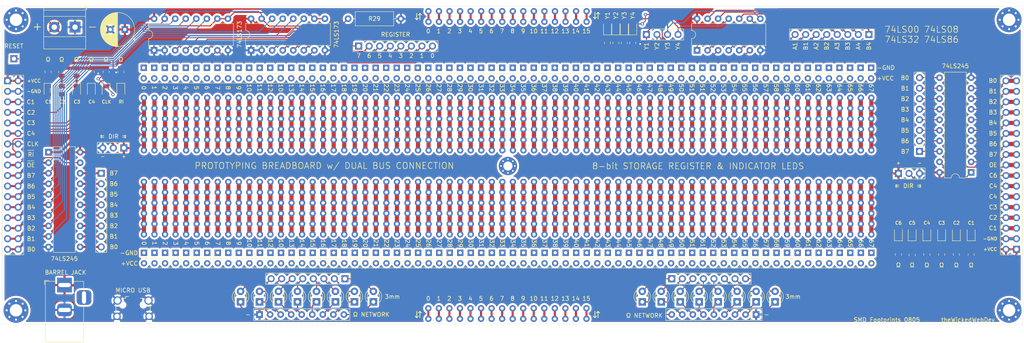
<source format=kicad_pcb>
(kicad_pcb (version 20171130) (host pcbnew "(5.1.10-1-10_14)")
  (layers (0 F.Cu signal) (31 B.Cu signal) (34 B.Paste user) (35 F.Paste user) (36 B.SilkS user) (37 F.SilkS user) (38 B.Mask user) (39 F.Mask user) (44 Edge.Cuts user))
  (net 0 "")
  (net 1 VCC)
  (net 2 GND)
  (net 3 "Net-(D1-Pad1)")
  (net 4 C1)
  (net 5 "Net-(D2-Pad1)")
  (net 6 C2)
  (net 7 "Net-(D3-Pad1)")
  (net 8 C3)
  (net 9 "Net-(D4-Pad1)")
  (net 10 C4)
  (net 11 "Net-(D5-Pad1)")
  (net 12 C5)
  (net 13 "Net-(D6-Pad1)")
  (net 14 C6)
  (net 15 "Net-(D7-Pad1)")
  (net 16 D6)
  (net 17 "Net-(D8-Pad1)")
  (net 18 D5)
  (net 19 "Net-(D9-Pad1)")
  (net 20 D4)
  (net 21 "Net-(D10-Pad1)")
  (net 22 D3)
  (net 23 "Net-(D11-Pad1)")
  (net 24 D2)
  (net 25 "Net-(D12-Pad1)")
  (net 26 D1)
  (net 27 "Net-(D29-Pad1)")
  (net 28 "Net-(D29-Pad2)")
  (net 29 "Net-(D30-Pad1)")
  (net 30 "Net-(D30-Pad2)")
  (net 31 "Net-(D31-Pad1)")
  (net 32 "Net-(D31-Pad2)")
  (net 33 "Net-(D32-Pad1)")
  (net 34 "Net-(D32-Pad2)")
  (net 35 "Net-(D33-Pad1)")
  (net 36 "Net-(D33-Pad2)")
  (net 37 "Net-(D34-Pad1)")
  (net 38 "Net-(D34-Pad2)")
  (net 39 "Net-(D35-Pad1)")
  (net 40 "Net-(D35-Pad2)")
  (net 41 "Net-(D36-Pad1)")
  (net 42 "Net-(D36-Pad2)")
  (net 43 "Net-(D37-Pad1)")
  (net 44 "Net-(D37-Pad2)")
  (net 45 "Net-(D38-Pad1)")
  (net 46 "Net-(D38-Pad2)")
  (net 47 "Net-(D39-Pad1)")
  (net 48 "Net-(D39-Pad2)")
  (net 49 "Net-(D40-Pad1)")
  (net 50 "Net-(D40-Pad2)")
  (net 51 "Net-(D41-Pad1)")
  (net 52 "Net-(D41-Pad2)")
  (net 53 "Net-(D42-Pad1)")
  (net 54 "Net-(D42-Pad2)")
  (net 55 "Net-(D43-Pad1)")
  (net 56 "Net-(D43-Pad2)")
  (net 57 "Net-(D44-Pad1)")
  (net 58 "Net-(D44-Pad2)")
  (net 59 "Net-(J1-Pad17)")
  (net 60 "Net-(J1-Pad19)")
  (net 61 "Net-(J1-Pad21)")
  (net 62 "Net-(J1-Pad23)")
  (net 63 "Net-(J1-Pad25)")
  (net 64 "Net-(J1-Pad27)")
  (net 65 "Net-(J1-Pad29)")
  (net 66 "Net-(J1-Pad31)")
  (net 67 "Net-(J1-Pad33)")
  (net 68 "Net-(J2-Pad2)")
  (net 69 "Net-(J3-Pad1)")
  (net 70 "Net-(J3-Pad2)")
  (net 71 "Net-(J3-Pad3)")
  (net 72 "Net-(J3-Pad4)")
  (net 73 "Net-(J3-Pad5)")
  (net 74 "Net-(J3-Pad6)")
  (net 75 "Net-(J3-Pad7)")
  (net 76 "Net-(J3-Pad8)")
  (net 77 "Net-(J4-Pad2)")
  (net 78 "Net-(J4-Pad3)")
  (net 79 "Net-(J4-Pad4)")
  (net 80 "Net-(J6-Pad17)")
  (net 81 "Net-(J6-Pad19)")
  (net 82 "Net-(J6-Pad21)")
  (net 83 "Net-(J6-Pad23)")
  (net 84 "Net-(J6-Pad25)")
  (net 85 "Net-(J6-Pad27)")
  (net 86 "Net-(J6-Pad29)")
  (net 87 "Net-(J6-Pad31)")
  (net 88 "Net-(J6-Pad33)")
  (net 89 "Net-(J7-Pad2)")
  (net 90 "Net-(J8-Pad1)")
  (net 91 "Net-(J8-Pad2)")
  (net 92 "Net-(J8-Pad3)")
  (net 93 "Net-(J8-Pad4)")
  (net 94 "Net-(J8-Pad5)")
  (net 95 "Net-(J8-Pad6)")
  (net 96 "Net-(J8-Pad7)")
  (net 97 "Net-(J8-Pad8)")
  (net 98 "Net-(J9-Pad1)")
  (net 99 "Net-(J9-Pad2)")
  (net 100 "Net-(J9-Pad3)")
  (net 101 "Net-(J9-Pad4)")
  (net 102 "Net-(J9-Pad5)")
  (net 103 "Net-(J9-Pad6)")
  (net 104 "Net-(J9-Pad7)")
  (net 105 "Net-(J9-Pad8)")
  (net 106 "Net-(J9-Pad9)")
  (net 107 "Net-(J9-Pad10)")
  (net 108 "Net-(J9-Pad11)")
  (net 109 "Net-(J9-Pad12)")
  (net 110 "Net-(J9-Pad13)")
  (net 111 "Net-(J9-Pad14)")
  (net 112 "Net-(J9-Pad15)")
  (net 113 "Net-(J9-Pad16)")
  (net 114 "Net-(J10-Pad1)")
  (net 115 "Net-(J10-Pad2)")
  (net 116 "Net-(J10-Pad3)")
  (net 117 "Net-(J10-Pad4)")
  (net 118 "Net-(J10-Pad5)")
  (net 119 "Net-(J10-Pad6)")
  (net 120 "Net-(J10-Pad7)")
  (net 121 "Net-(J10-Pad8)")
  (net 122 "Net-(J10-Pad9)")
  (net 123 "Net-(J10-Pad10)")
  (net 124 "Net-(J10-Pad11)")
  (net 125 "Net-(J10-Pad12)")
  (net 126 "Net-(J10-Pad13)")
  (net 127 "Net-(J10-Pad14)")
  (net 128 "Net-(J10-Pad15)")
  (net 129 "Net-(J10-Pad16)")
  (net 130 "Net-(J11-Pad1)")
  (net 131 "Net-(J11-Pad2)")
  (net 132 "Net-(J11-Pad3)")
  (net 133 "Net-(J11-Pad4)")
  (net 134 "Net-(J11-Pad5)")
  (net 135 "Net-(J11-Pad6)")
  (net 136 "Net-(J11-Pad7)")
  (net 137 "Net-(J11-Pad8)")
  (net 138 "Net-(J11-Pad9)")
  (net 139 "Net-(J11-Pad10)")
  (net 140 "Net-(J11-Pad11)")
  (net 141 "Net-(J11-Pad12)")
  (net 142 "Net-(J11-Pad13)")
  (net 143 "Net-(J11-Pad14)")
  (net 144 "Net-(J11-Pad15)")
  (net 145 "Net-(J11-Pad16)")
  (net 146 "Net-(J11-Pad17)")
  (net 147 "Net-(J11-Pad18)")
  (net 148 "Net-(J11-Pad19)")
  (net 149 "Net-(J11-Pad20)")
  (net 150 "Net-(J11-Pad21)")
  (net 151 "Net-(J11-Pad22)")
  (net 152 "Net-(J11-Pad23)")
  (net 153 "Net-(J11-Pad24)")
  (net 154 "Net-(J11-Pad25)")
  (net 155 "Net-(J11-Pad26)")
  (net 156 "Net-(J11-Pad27)")
  (net 157 "Net-(J11-Pad28)")
  (net 158 "Net-(J11-Pad29)")
  (net 159 "Net-(J11-Pad30)")
  (net 160 "Net-(J11-Pad31)")
  (net 161 "Net-(J11-Pad32)")
  (net 162 "Net-(J11-Pad33)")
  (net 163 "Net-(J11-Pad34)")
  (net 164 "Net-(J11-Pad35)")
  (net 165 "Net-(J11-Pad36)")
  (net 166 "Net-(J11-Pad37)")
  (net 167 "Net-(J11-Pad38)")
  (net 168 "Net-(J11-Pad39)")
  (net 169 "Net-(J11-Pad40)")
  (net 170 "Net-(J11-Pad41)")
  (net 171 "Net-(J11-Pad42)")
  (net 172 "Net-(J11-Pad43)")
  (net 173 "Net-(J11-Pad44)")
  (net 174 "Net-(J11-Pad45)")
  (net 175 "Net-(J11-Pad46)")
  (net 176 "Net-(J11-Pad47)")
  (net 177 "Net-(J11-Pad48)")
  (net 178 "Net-(J11-Pad49)")
  (net 179 "Net-(J11-Pad50)")
  (net 180 "Net-(J11-Pad51)")
  (net 181 "Net-(J11-Pad52)")
  (net 182 "Net-(J11-Pad53)")
  (net 183 "Net-(J11-Pad54)")
  (net 184 "Net-(J11-Pad55)")
  (net 185 "Net-(J11-Pad56)")
  (net 186 "Net-(J11-Pad57)")
  (net 187 "Net-(J11-Pad58)")
  (net 188 "Net-(J11-Pad59)")
  (net 189 "Net-(J11-Pad60)")
  (net 190 "Net-(J11-Pad61)")
  (net 191 "Net-(J11-Pad62)")
  (net 192 "Net-(J11-Pad63)")
  (net 193 "Net-(J11-Pad64)")
  (net 194 "Net-(J11-Pad65)")
  (net 195 "Net-(J11-Pad66)")
  (net 196 "Net-(J11-Pad67)")
  (net 197 "Net-(J11-Pad68)")
  (net 198 "Net-(J11-Pad69)")
  (net 199 "Net-(J11-Pad70)")
  (net 200 "Net-(J14-Pad1)")
  (net 201 "Net-(J14-Pad2)")
  (net 202 "Net-(J14-Pad3)")
  (net 203 "Net-(J14-Pad4)")
  (net 204 "Net-(J14-Pad5)")
  (net 205 "Net-(J14-Pad6)")
  (net 206 "Net-(J14-Pad7)")
  (net 207 "Net-(J14-Pad8)")
  (net 208 "Net-(J14-Pad9)")
  (net 209 "Net-(J14-Pad10)")
  (net 210 "Net-(J14-Pad11)")
  (net 211 "Net-(J14-Pad12)")
  (net 212 "Net-(J14-Pad13)")
  (net 213 "Net-(J14-Pad14)")
  (net 214 "Net-(J14-Pad15)")
  (net 215 "Net-(J14-Pad16)")
  (net 216 "Net-(J14-Pad17)")
  (net 217 "Net-(J14-Pad18)")
  (net 218 "Net-(J14-Pad19)")
  (net 219 "Net-(J14-Pad20)")
  (net 220 "Net-(J14-Pad21)")
  (net 221 "Net-(J14-Pad22)")
  (net 222 "Net-(J14-Pad23)")
  (net 223 "Net-(J14-Pad24)")
  (net 224 "Net-(J14-Pad25)")
  (net 225 "Net-(J14-Pad26)")
  (net 226 "Net-(J14-Pad27)")
  (net 227 "Net-(J14-Pad28)")
  (net 228 "Net-(J14-Pad29)")
  (net 229 "Net-(J14-Pad30)")
  (net 230 "Net-(J14-Pad31)")
  (net 231 "Net-(J14-Pad32)")
  (net 232 "Net-(J14-Pad33)")
  (net 233 "Net-(J14-Pad34)")
  (net 234 "Net-(J14-Pad35)")
  (net 235 "Net-(J14-Pad36)")
  (net 236 "Net-(J14-Pad37)")
  (net 237 "Net-(J14-Pad38)")
  (net 238 "Net-(J14-Pad39)")
  (net 239 "Net-(J14-Pad40)")
  (net 240 "Net-(J14-Pad41)")
  (net 241 "Net-(J14-Pad42)")
  (net 242 "Net-(J14-Pad43)")
  (net 243 "Net-(J14-Pad44)")
  (net 244 "Net-(J14-Pad45)")
  (net 245 "Net-(J14-Pad46)")
  (net 246 "Net-(J14-Pad47)")
  (net 247 "Net-(J14-Pad48)")
  (net 248 "Net-(J14-Pad49)")
  (net 249 "Net-(J14-Pad50)")
  (net 250 "Net-(J14-Pad51)")
  (net 251 "Net-(J14-Pad52)")
  (net 252 "Net-(J14-Pad53)")
  (net 253 "Net-(J14-Pad54)")
  (net 254 "Net-(J14-Pad55)")
  (net 255 "Net-(J14-Pad56)")
  (net 256 "Net-(J14-Pad57)")
  (net 257 "Net-(J14-Pad58)")
  (net 258 "Net-(J14-Pad59)")
  (net 259 "Net-(J14-Pad60)")
  (net 260 "Net-(J14-Pad61)")
  (net 261 "Net-(J14-Pad62)")
  (net 262 "Net-(J14-Pad63)")
  (net 263 "Net-(J14-Pad64)")
  (net 264 "Net-(J14-Pad65)")
  (net 265 "Net-(J14-Pad66)")
  (net 266 "Net-(J14-Pad67)")
  (net 267 "Net-(J14-Pad68)")
  (net 268 "Net-(J14-Pad69)")
  (net 269 "Net-(J14-Pad70)")
  (net 270 "Net-(J19-Pad2)")
  (net 271 "Net-(J19-Pad8)")
  (net 272 "Net-(J19-Pad7)")
  (net 273 "Net-(J19-Pad6)")
  (net 274 "Net-(J19-Pad5)")
  (net 275 "Net-(J19-Pad4)")
  (net 276 "Net-(J19-Pad3)")
  (net 277 "Net-(J19-Pad1)")
  (net 278 "Net-(J12-Pad1)")
  (net 279 "Net-(J13-Pad8)")
  (net 280 "Net-(J13-Pad7)")
  (net 281 "Net-(J13-Pad6)")
  (net 282 "Net-(J13-Pad5)")
  (net 283 "Net-(J13-Pad4)")
  (net 284 "Net-(J13-Pad3)")
  (net 285 "Net-(J13-Pad2)")
  (net 286 "Net-(J13-Pad1)")
  (net 287 "Net-(D13-Pad1)")
  (net 288 "Net-(D14-Pad1)")
  (net 289 "Net-(D15-Pad1)")
  (net 290 "Net-(D16-Pad1)")
  (net 291 "Net-(D13-Pad2)")
  (net 292 "Net-(D14-Pad2)")
  (net 293 "Net-(D15-Pad2)")
  (net 294 "Net-(D16-Pad2)")
  (module Resistor_SMD:R_0805_2012Metric (layer F.Cu) (at 179.832 68.834 270)
    (fp_text reference R16 hide)
    (fp_text value R_Small_US hide)
    (pad 2 smd roundrect (at 0.9125 0 270) (size 1.025 1.4) (layers F.Cu F.Paste F.Mask) (roundrect_rratio 0.243902) (net 2 GND))
    (pad 1 smd roundrect (at -0.9125 0 270) (size 1.025 1.4) (layers F.Cu F.Paste F.Mask) (roundrect_rratio 0.243902) (net 290 "Net-(D16-Pad1)"))
  )
  (module Resistor_SMD:R_0805_2012Metric (layer F.Cu) (at 177.8 68.834 270)
    (fp_text reference R15 hide)
    (fp_text value R_Small_US hide)
    (pad 2 smd roundrect (at 0.9125 0 270) (size 1.025 1.4) (layers F.Cu F.Paste F.Mask) (roundrect_rratio 0.243902) (net 2 GND))
    (pad 1 smd roundrect (at -0.9125 0 270) (size 1.025 1.4) (layers F.Cu F.Paste F.Mask) (roundrect_rratio 0.243902) (net 289 "Net-(D15-Pad1)"))
  )
  (module Resistor_SMD:R_0805_2012Metric (layer F.Cu) (at 175.768 68.834 270)
    (fp_text reference R8 hide)
    (fp_text value R_Small_US hide)
    (pad 2 smd roundrect (at 0.9125 0 270) (size 1.025 1.4) (layers F.Cu F.Paste F.Mask) (roundrect_rratio 0.243902) (net 2 GND))
    (pad 1 smd roundrect (at -0.9125 0 270) (size 1.025 1.4) (layers F.Cu F.Paste F.Mask) (roundrect_rratio 0.243902) (net 288 "Net-(D14-Pad1)"))
  )
  (module Resistor_SMD:R_0805_2012Metric (layer F.Cu) (at 173.736 68.834 270)
    (fp_text reference R7 hide)
    (fp_text value R_Small_US hide)
    (pad 2 smd roundrect (at 0.9125 0 270) (size 1.025 1.4) (layers F.Cu F.Paste F.Mask) (roundrect_rratio 0.243902) (net 2 GND))
    (pad 1 smd roundrect (at -0.9125 0 270) (size 1.025 1.4) (layers F.Cu F.Paste F.Mask) (roundrect_rratio 0.243902) (net 287 "Net-(D13-Pad1)"))
  )
  (module LED_SMD:LED_0805_2012Metric (layer F.Cu) (at 179.832 65.1995 90)
    (fp_text reference D16 hide)
    (fp_text value LED hide)
    (pad 2 smd roundrect (at 0.9375 0 90) (size 0.975 1.4) (layers F.Cu F.Paste F.Mask) (net 294 "Net-(D16-Pad2)"))
    (pad 1 smd roundrect (at -0.9375 0 90) (size 0.975 1.4) (layers F.Cu F.Paste F.Mask) (net 290 "Net-(D16-Pad1)"))
  )
  (module LED_SMD:LED_0805_2012Metric (layer F.Cu) (at 177.8 65.1995 90)
    (fp_text reference D15 hide)
    (fp_text value LED hide)
    (pad 2 smd roundrect (at 0.9375 0 90) (size 0.975 1.4) (layers F.Cu F.Paste F.Mask) (net 293 "Net-(D15-Pad2)"))
    (pad 1 smd roundrect (at -0.9375 0 90) (size 0.975 1.4) (layers F.Cu F.Paste F.Mask) (net 289 "Net-(D15-Pad1)"))
  )
  (module LED_SMD:LED_0805_2012Metric (layer F.Cu) (at 175.768 65.1995 90)
    (fp_text reference D14 hide)
    (fp_text value LED hide)
    (pad 2 smd roundrect (at 0.9375 0 90) (size 0.975 1.4) (layers F.Cu F.Paste F.Mask) (net 292 "Net-(D14-Pad2)"))
    (pad 1 smd roundrect (at -0.9375 0 90) (size 0.975 1.4) (layers F.Cu F.Paste F.Mask) (net 288 "Net-(D14-Pad1)"))
  )
  (module LED_SMD:LED_0805_2012Metric (layer F.Cu) (at 173.736 65.1995 90)
    (fp_text reference D13 hide)
    (fp_text value LED hide)
    (pad 2 smd roundrect (at 0.9375 0 90) (size 0.975 1.4) (layers F.Cu F.Paste F.Mask) (net 291 "Net-(D13-Pad2)"))
    (pad 1 smd roundrect (at -0.9375 0 90) (size 0.975 1.4) (layers F.Cu F.Paste F.Mask) (net 287 "Net-(D13-Pad1)"))
  )
  (module Package_DIP:DIP-14_W7.62mm (layer F.Cu) (at 195.326 70.612 90)
    (fp_text reference U5 hide)
    (fp_text value 74LS08 hide)
    (pad 14 thru_hole oval (at 7.62 0 90) (size 1.6 1.6) (drill 0.8) (layers *.Cu *.Mask) (net 1 VCC))
    (pad 7 thru_hole oval (at 0 15.24 90) (size 1.6 1.6) (drill 0.8) (layers *.Cu *.Mask) (net 2 GND))
    (pad 13 thru_hole oval (at 7.62 2.54 90) (size 1.6 1.6) (drill 0.8) (layers *.Cu *.Mask) (net 286 "Net-(J13-Pad1)"))
    (pad 6 thru_hole oval (at 0 12.7 90) (size 1.6 1.6) (drill 0.8) (layers *.Cu *.Mask) (net 292 "Net-(D14-Pad2)"))
    (pad 12 thru_hole oval (at 7.62 5.08 90) (size 1.6 1.6) (drill 0.8) (layers *.Cu *.Mask) (net 285 "Net-(J13-Pad2)"))
    (pad 5 thru_hole oval (at 0 10.16 90) (size 1.6 1.6) (drill 0.8) (layers *.Cu *.Mask) (net 282 "Net-(J13-Pad5)"))
    (pad 11 thru_hole oval (at 7.62 7.62 90) (size 1.6 1.6) (drill 0.8) (layers *.Cu *.Mask) (net 294 "Net-(D16-Pad2)"))
    (pad 4 thru_hole oval (at 0 7.62 90) (size 1.6 1.6) (drill 0.8) (layers *.Cu *.Mask) (net 281 "Net-(J13-Pad6)"))
    (pad 10 thru_hole oval (at 7.62 10.16 90) (size 1.6 1.6) (drill 0.8) (layers *.Cu *.Mask) (net 284 "Net-(J13-Pad3)"))
    (pad 3 thru_hole oval (at 0 5.08 90) (size 1.6 1.6) (drill 0.8) (layers *.Cu *.Mask) (net 291 "Net-(D13-Pad2)"))
    (pad 9 thru_hole oval (at 7.62 12.7 90) (size 1.6 1.6) (drill 0.8) (layers *.Cu *.Mask) (net 283 "Net-(J13-Pad4)"))
    (pad 2 thru_hole oval (at 0 2.54 90) (size 1.6 1.6) (drill 0.8) (layers *.Cu *.Mask) (net 280 "Net-(J13-Pad7)"))
    (pad 8 thru_hole oval (at 7.62 15.24 90) (size 1.6 1.6) (drill 0.8) (layers *.Cu *.Mask) (net 293 "Net-(D15-Pad2)"))
    (pad 1 thru_hole rect (at 0 0 90) (size 1.6 1.6) (drill 0.8) (layers *.Cu *.Mask) (net 279 "Net-(J13-Pad8)"))
  )
  (module Connector_PinHeader_2.54mm:PinHeader_1x04_P2.54mm_Vertical (layer F.Cu) (at 183.134 66.802 90)
    (fp_text reference J18 hide)
    (fp_text value Conn_01x04 hide)
    (pad 4 thru_hole oval (at 0 7.62 90) (size 1.7 1.7) (drill 1) (layers *.Cu *.Mask) (net 294 "Net-(D16-Pad2)"))
    (pad 3 thru_hole oval (at 0 5.08 90) (size 1.7 1.7) (drill 1) (layers *.Cu *.Mask) (net 293 "Net-(D15-Pad2)"))
    (pad 2 thru_hole oval (at 0 2.54 90) (size 1.7 1.7) (drill 1) (layers *.Cu *.Mask) (net 292 "Net-(D14-Pad2)"))
    (pad 1 thru_hole rect (at 0 0 90) (size 1.7 1.7) (drill 1) (layers *.Cu *.Mask) (net 291 "Net-(D13-Pad2)"))
  )
  (module Connector_PinHeader_2.54mm:PinHeader_1x08_P2.54mm_Vertical (layer F.Cu) (at 236.728 66.802 270)
    (fp_text reference J13 hide)
    (fp_text value Conn_01x08 hide)
    (pad 8 thru_hole oval (at 0 17.78 270) (size 1.7 1.7) (drill 1) (layers *.Cu *.Mask) (net 279 "Net-(J13-Pad8)"))
    (pad 7 thru_hole oval (at 0 15.24 270) (size 1.7 1.7) (drill 1) (layers *.Cu *.Mask) (net 280 "Net-(J13-Pad7)"))
    (pad 6 thru_hole oval (at 0 12.7 270) (size 1.7 1.7) (drill 1) (layers *.Cu *.Mask) (net 281 "Net-(J13-Pad6)"))
    (pad 5 thru_hole oval (at 0 10.16 270) (size 1.7 1.7) (drill 1) (layers *.Cu *.Mask) (net 282 "Net-(J13-Pad5)"))
    (pad 4 thru_hole oval (at 0 7.62 270) (size 1.7 1.7) (drill 1) (layers *.Cu *.Mask) (net 283 "Net-(J13-Pad4)"))
    (pad 3 thru_hole oval (at 0 5.08 270) (size 1.7 1.7) (drill 1) (layers *.Cu *.Mask) (net 284 "Net-(J13-Pad3)"))
    (pad 2 thru_hole oval (at 0 2.54 270) (size 1.7 1.7) (drill 1) (layers *.Cu *.Mask) (net 285 "Net-(J13-Pad2)"))
    (pad 1 thru_hole rect (at 0 0 270) (size 1.7 1.7) (drill 1) (layers *.Cu *.Mask) (net 286 "Net-(J13-Pad1)"))
  )
  (module Connector_PinHeader_2.54mm:PinHeader_1x01_P2.54mm_Vertical (layer F.Cu) (at 30.734 72.644 90)
    (fp_text reference J12 hide)
    (fp_text value Conn_01x01 hide)
    (fp_text user RESET (at 3.048 0 180) (layer F.SilkS))
    (pad 1 thru_hole rect (at 0 0 90) (size 1.7 1.7) (drill 1) (layers *.Cu *.Mask) (net 278 "Net-(J12-Pad1)"))
  )
  (module Resistor_THT:R_Axial_DIN0309_L9.0mm_D3.2mm_P12.70mm_Horizontal (layer F.Cu) (at 111.252 62.992)
    (fp_text reference R29 (at 6.35 0) (layer F.SilkS))
    (fp_text value R_Small_US hide)
    (pad 2 thru_hole oval (at 12.7 0) (size 1.6 1.6) (drill 0.8) (layers *.Cu *.Mask) (net 2 GND))
    (pad 1 thru_hole circle (at 0 0) (size 1.6 1.6) (drill 0.8) (layers *.Cu *.Mask) (net 278 "Net-(J12-Pad1)"))
  )
  (module Connector_PinHeader_2.54mm:PinHeader_1x08_P2.54mm_Vertical (layer F.Cu) (at 113.792 69.596 90)
    (fp_text reference J19 hide)
    (fp_text value Conn_01x08 hide)
    (pad 8 thru_hole oval (at 0 17.78 90) (size 1.7 1.7) (drill 1) (layers *.Cu *.Mask) (net 271 "Net-(J19-Pad8)"))
    (pad 7 thru_hole oval (at 0 15.24 90) (size 1.7 1.7) (drill 1) (layers *.Cu *.Mask) (net 272 "Net-(J19-Pad7)"))
    (pad 6 thru_hole oval (at 0 12.7 90) (size 1.7 1.7) (drill 1) (layers *.Cu *.Mask) (net 273 "Net-(J19-Pad6)"))
    (pad 5 thru_hole oval (at 0 10.16 90) (size 1.7 1.7) (drill 1) (layers *.Cu *.Mask) (net 274 "Net-(J19-Pad5)"))
    (pad 4 thru_hole oval (at 0 7.62 90) (size 1.7 1.7) (drill 1) (layers *.Cu *.Mask) (net 275 "Net-(J19-Pad4)"))
    (pad 3 thru_hole oval (at 0 5.08 90) (size 1.7 1.7) (drill 1) (layers *.Cu *.Mask) (net 276 "Net-(J19-Pad3)"))
    (pad 2 thru_hole oval (at 0 2.54 90) (size 1.7 1.7) (drill 1) (layers *.Cu *.Mask) (net 270 "Net-(J19-Pad2)"))
    (pad 1 thru_hole rect (at 0 0 90) (size 1.7 1.7) (drill 1) (layers *.Cu *.Mask) (net 277 "Net-(J19-Pad1)"))
  )
  (module Package_DIP:DIP-16_W7.62mm (layer F.Cu) (at 64.516 70.612 90)
    (fp_text reference U4 hide)
    (fp_text value 74LS173 (at 3.81 20.574 90) (layer F.SilkS))
    (pad 16 thru_hole oval (at 7.62 0 90) (size 1.6 1.6) (drill 0.8) (layers *.Cu *.Mask) (net 1 VCC))
    (pad 8 thru_hole oval (at 0 17.78 90) (size 1.6 1.6) (drill 0.8) (layers *.Cu *.Mask) (net 2 GND))
    (pad 15 thru_hole oval (at 7.62 2.54 90) (size 1.6 1.6) (drill 0.8) (layers *.Cu *.Mask) (net 278 "Net-(J12-Pad1)"))
    (pad 7 thru_hole oval (at 0 15.24 90) (size 1.6 1.6) (drill 0.8) (layers *.Cu *.Mask) (net 12 C5))
    (pad 14 thru_hole oval (at 7.62 5.08 90) (size 1.6 1.6) (drill 0.8) (layers *.Cu *.Mask) (net 60 "Net-(J1-Pad19)"))
    (pad 6 thru_hole oval (at 0 12.7 90) (size 1.6 1.6) (drill 0.8) (layers *.Cu *.Mask) (net 275 "Net-(J19-Pad4)"))
    (pad 13 thru_hole oval (at 7.62 7.62 90) (size 1.6 1.6) (drill 0.8) (layers *.Cu *.Mask) (net 61 "Net-(J1-Pad21)"))
    (pad 5 thru_hole oval (at 0 10.16 90) (size 1.6 1.6) (drill 0.8) (layers *.Cu *.Mask) (net 276 "Net-(J19-Pad3)"))
    (pad 12 thru_hole oval (at 7.62 10.16 90) (size 1.6 1.6) (drill 0.8) (layers *.Cu *.Mask) (net 62 "Net-(J1-Pad23)"))
    (pad 4 thru_hole oval (at 0 7.62 90) (size 1.6 1.6) (drill 0.8) (layers *.Cu *.Mask) (net 270 "Net-(J19-Pad2)"))
    (pad 11 thru_hole oval (at 7.62 12.7 90) (size 1.6 1.6) (drill 0.8) (layers *.Cu *.Mask) (net 63 "Net-(J1-Pad25)"))
    (pad 3 thru_hole oval (at 0 5.08 90) (size 1.6 1.6) (drill 0.8) (layers *.Cu *.Mask) (net 277 "Net-(J19-Pad1)"))
    (pad 10 thru_hole oval (at 7.62 15.24 90) (size 1.6 1.6) (drill 0.8) (layers *.Cu *.Mask) (net 14 C6))
    (pad 2 thru_hole oval (at 0 2.54 90) (size 1.6 1.6) (drill 0.8) (layers *.Cu *.Mask) (net 2 GND))
    (pad 9 thru_hole oval (at 7.62 17.78 90) (size 1.6 1.6) (drill 0.8) (layers *.Cu *.Mask) (net 14 C6))
    (pad 1 thru_hole rect (at 0 0 90) (size 1.6 1.6) (drill 0.8) (layers *.Cu *.Mask) (net 2 GND))
  )
  (module Package_DIP:DIP-16_W7.62mm (layer F.Cu) (at 87.884 70.612 90)
    (fp_text reference U3 hide)
    (fp_text value 74LS173 (at 3.81 20.574 90) (layer F.SilkS))
    (pad 16 thru_hole oval (at 7.62 0 90) (size 1.6 1.6) (drill 0.8) (layers *.Cu *.Mask) (net 1 VCC))
    (pad 8 thru_hole oval (at 0 17.78 90) (size 1.6 1.6) (drill 0.8) (layers *.Cu *.Mask) (net 2 GND))
    (pad 15 thru_hole oval (at 7.62 2.54 90) (size 1.6 1.6) (drill 0.8) (layers *.Cu *.Mask) (net 278 "Net-(J12-Pad1)"))
    (pad 7 thru_hole oval (at 0 15.24 90) (size 1.6 1.6) (drill 0.8) (layers *.Cu *.Mask) (net 12 C5))
    (pad 14 thru_hole oval (at 7.62 5.08 90) (size 1.6 1.6) (drill 0.8) (layers *.Cu *.Mask) (net 64 "Net-(J1-Pad27)"))
    (pad 6 thru_hole oval (at 0 12.7 90) (size 1.6 1.6) (drill 0.8) (layers *.Cu *.Mask) (net 271 "Net-(J19-Pad8)"))
    (pad 13 thru_hole oval (at 7.62 7.62 90) (size 1.6 1.6) (drill 0.8) (layers *.Cu *.Mask) (net 65 "Net-(J1-Pad29)"))
    (pad 5 thru_hole oval (at 0 10.16 90) (size 1.6 1.6) (drill 0.8) (layers *.Cu *.Mask) (net 272 "Net-(J19-Pad7)"))
    (pad 12 thru_hole oval (at 7.62 10.16 90) (size 1.6 1.6) (drill 0.8) (layers *.Cu *.Mask) (net 66 "Net-(J1-Pad31)"))
    (pad 4 thru_hole oval (at 0 7.62 90) (size 1.6 1.6) (drill 0.8) (layers *.Cu *.Mask) (net 273 "Net-(J19-Pad6)"))
    (pad 11 thru_hole oval (at 7.62 12.7 90) (size 1.6 1.6) (drill 0.8) (layers *.Cu *.Mask) (net 67 "Net-(J1-Pad33)"))
    (pad 3 thru_hole oval (at 0 5.08 90) (size 1.6 1.6) (drill 0.8) (layers *.Cu *.Mask) (net 274 "Net-(J19-Pad5)"))
    (pad 10 thru_hole oval (at 7.62 15.24 90) (size 1.6 1.6) (drill 0.8) (layers *.Cu *.Mask) (net 14 C6))
    (pad 2 thru_hole oval (at 0 2.54 90) (size 1.6 1.6) (drill 0.8) (layers *.Cu *.Mask) (net 2 GND))
    (pad 9 thru_hole oval (at 7.62 17.78 90) (size 1.6 1.6) (drill 0.8) (layers *.Cu *.Mask) (net 14 C6))
    (pad 1 thru_hole rect (at 0 0 90) (size 1.6 1.6) (drill 0.8) (layers *.Cu *.Mask) (net 2 GND))
  )
  (module Package_DIP:DIP-20_W7.62mm (layer F.Cu) (at 39.072 95.2)
    (fp_text reference U1 hide)
    (fp_text value 74LS245 (at 3.81 25.704) (layer F.SilkS))
    (pad 1 thru_hole rect (at 0 0) (size 1.6 1.6) (drill 0.8) (layers *.Cu *.Mask) (net 68 "Net-(J2-Pad2)"))
    (pad 11 thru_hole oval (at 7.62 22.86) (size 1.6 1.6) (drill 0.8) (layers *.Cu *.Mask) (net 76 "Net-(J3-Pad8)"))
    (pad 2 thru_hole oval (at 0 2.54) (size 1.6 1.6) (drill 0.8) (layers *.Cu *.Mask) (net 60 "Net-(J1-Pad19)"))
    (pad 12 thru_hole oval (at 7.62 20.32) (size 1.6 1.6) (drill 0.8) (layers *.Cu *.Mask) (net 75 "Net-(J3-Pad7)"))
    (pad 3 thru_hole oval (at 0 5.08) (size 1.6 1.6) (drill 0.8) (layers *.Cu *.Mask) (net 61 "Net-(J1-Pad21)"))
    (pad 13 thru_hole oval (at 7.62 17.78) (size 1.6 1.6) (drill 0.8) (layers *.Cu *.Mask) (net 74 "Net-(J3-Pad6)"))
    (pad 4 thru_hole oval (at 0 7.62) (size 1.6 1.6) (drill 0.8) (layers *.Cu *.Mask) (net 62 "Net-(J1-Pad23)"))
    (pad 14 thru_hole oval (at 7.62 15.24) (size 1.6 1.6) (drill 0.8) (layers *.Cu *.Mask) (net 73 "Net-(J3-Pad5)"))
    (pad 5 thru_hole oval (at 0 10.16) (size 1.6 1.6) (drill 0.8) (layers *.Cu *.Mask) (net 63 "Net-(J1-Pad25)"))
    (pad 15 thru_hole oval (at 7.62 12.7) (size 1.6 1.6) (drill 0.8) (layers *.Cu *.Mask) (net 72 "Net-(J3-Pad4)"))
    (pad 6 thru_hole oval (at 0 12.7) (size 1.6 1.6) (drill 0.8) (layers *.Cu *.Mask) (net 64 "Net-(J1-Pad27)"))
    (pad 16 thru_hole oval (at 7.62 10.16) (size 1.6 1.6) (drill 0.8) (layers *.Cu *.Mask) (net 71 "Net-(J3-Pad3)"))
    (pad 7 thru_hole oval (at 0 15.24) (size 1.6 1.6) (drill 0.8) (layers *.Cu *.Mask) (net 65 "Net-(J1-Pad29)"))
    (pad 17 thru_hole oval (at 7.62 7.62) (size 1.6 1.6) (drill 0.8) (layers *.Cu *.Mask) (net 70 "Net-(J3-Pad2)"))
    (pad 8 thru_hole oval (at 0 17.78) (size 1.6 1.6) (drill 0.8) (layers *.Cu *.Mask) (net 66 "Net-(J1-Pad31)"))
    (pad 18 thru_hole oval (at 7.62 5.08) (size 1.6 1.6) (drill 0.8) (layers *.Cu *.Mask) (net 69 "Net-(J3-Pad1)"))
    (pad 9 thru_hole oval (at 0 20.32) (size 1.6 1.6) (drill 0.8) (layers *.Cu *.Mask) (net 67 "Net-(J1-Pad33)"))
    (pad 19 thru_hole oval (at 7.62 2.54) (size 1.6 1.6) (drill 0.8) (layers *.Cu *.Mask) (net 59 "Net-(J1-Pad17)"))
    (pad 10 thru_hole oval (at 0 22.86) (size 1.6 1.6) (drill 0.8) (layers *.Cu *.Mask) (net 2 GND))
    (pad 20 thru_hole oval (at 7.62 0) (size 1.6 1.6) (drill 0.8) (layers *.Cu *.Mask) (net 1 VCC))
  )
  (module Package_DIP:DIP-20_W7.62mm (layer F.Cu) (at 261.366 100.076 180)
    (fp_text reference U2 hide)
    (fp_text value 74LS245 (at 3.81 25.654) (layer F.SilkS))
    (pad 1 thru_hole rect (at 0 0 180) (size 1.6 1.6) (drill 0.8) (layers *.Cu *.Mask) (net 89 "Net-(J7-Pad2)"))
    (pad 11 thru_hole oval (at 7.62 22.86 180) (size 1.6 1.6) (drill 0.8) (layers *.Cu *.Mask) (net 97 "Net-(J8-Pad8)"))
    (pad 2 thru_hole oval (at 0 2.54 180) (size 1.6 1.6) (drill 0.8) (layers *.Cu *.Mask) (net 81 "Net-(J6-Pad19)"))
    (pad 12 thru_hole oval (at 7.62 20.32 180) (size 1.6 1.6) (drill 0.8) (layers *.Cu *.Mask) (net 96 "Net-(J8-Pad7)"))
    (pad 3 thru_hole oval (at 0 5.08 180) (size 1.6 1.6) (drill 0.8) (layers *.Cu *.Mask) (net 82 "Net-(J6-Pad21)"))
    (pad 13 thru_hole oval (at 7.62 17.78 180) (size 1.6 1.6) (drill 0.8) (layers *.Cu *.Mask) (net 95 "Net-(J8-Pad6)"))
    (pad 4 thru_hole oval (at 0 7.62 180) (size 1.6 1.6) (drill 0.8) (layers *.Cu *.Mask) (net 83 "Net-(J6-Pad23)"))
    (pad 14 thru_hole oval (at 7.62 15.24 180) (size 1.6 1.6) (drill 0.8) (layers *.Cu *.Mask) (net 94 "Net-(J8-Pad5)"))
    (pad 5 thru_hole oval (at 0 10.16 180) (size 1.6 1.6) (drill 0.8) (layers *.Cu *.Mask) (net 84 "Net-(J6-Pad25)"))
    (pad 15 thru_hole oval (at 7.62 12.7 180) (size 1.6 1.6) (drill 0.8) (layers *.Cu *.Mask) (net 93 "Net-(J8-Pad4)"))
    (pad 6 thru_hole oval (at 0 12.7 180) (size 1.6 1.6) (drill 0.8) (layers *.Cu *.Mask) (net 85 "Net-(J6-Pad27)"))
    (pad 16 thru_hole oval (at 7.62 10.16 180) (size 1.6 1.6) (drill 0.8) (layers *.Cu *.Mask) (net 92 "Net-(J8-Pad3)"))
    (pad 7 thru_hole oval (at 0 15.24 180) (size 1.6 1.6) (drill 0.8) (layers *.Cu *.Mask) (net 86 "Net-(J6-Pad29)"))
    (pad 17 thru_hole oval (at 7.62 7.62 180) (size 1.6 1.6) (drill 0.8) (layers *.Cu *.Mask) (net 91 "Net-(J8-Pad2)"))
    (pad 8 thru_hole oval (at 0 17.78 180) (size 1.6 1.6) (drill 0.8) (layers *.Cu *.Mask) (net 87 "Net-(J6-Pad31)"))
    (pad 18 thru_hole oval (at 7.62 5.08 180) (size 1.6 1.6) (drill 0.8) (layers *.Cu *.Mask) (net 90 "Net-(J8-Pad1)"))
    (pad 9 thru_hole oval (at 0 20.32 180) (size 1.6 1.6) (drill 0.8) (layers *.Cu *.Mask) (net 88 "Net-(J6-Pad33)"))
    (pad 19 thru_hole oval (at 7.62 2.54 180) (size 1.6 1.6) (drill 0.8) (layers *.Cu *.Mask) (net 80 "Net-(J6-Pad17)"))
    (pad 10 thru_hole oval (at 0 22.86 180) (size 1.6 1.6) (drill 0.8) (layers *.Cu *.Mask) (net 2 GND))
    (pad 20 thru_hole oval (at 7.62 0 180) (size 1.6 1.6) (drill 0.8) (layers *.Cu *.Mask) (net 1 VCC))
  )
  (module Connector_USB:USB_Micro-B_Wuerth_629105150521_CircularHoles (layer F.Cu) (at 59.436 132.842)
    (fp_text reference J4 hide)
    (fp_text value USB_B_Micro hide)
    (pad 1 smd rect (at -1.3 -1.9) (size 0.45 1.3) (layers F.Cu F.Paste F.Mask) (net 1 VCC))
    (pad 2 smd rect (at -0.65 -1.9) (size 0.45 1.3) (layers F.Cu F.Paste F.Mask) (net 77 "Net-(J4-Pad2)"))
    (pad 3 smd rect (at 0 -1.9) (size 0.45 1.3) (layers F.Cu F.Paste F.Mask) (net 78 "Net-(J4-Pad3)"))
    (pad 4 smd rect (at 0.65 -1.9) (size 0.45 1.3) (layers F.Cu F.Paste F.Mask) (net 79 "Net-(J4-Pad4)"))
    (pad 5 smd rect (at 1.3 -1.9) (size 0.45 1.3) (layers F.Cu F.Paste F.Mask) (net 2 GND))
    (pad 6 thru_hole circle (at -3.725 -1.85) (size 2 2) (drill 1.4) (layers *.Cu *.Mask) (net 2 GND))
    (pad 6 thru_hole circle (at 3.725 -1.85) (size 2 2) (drill 1.4) (layers *.Cu *.Mask) (net 2 GND))
    (pad 6 thru_hole circle (at -3.875 1.95) (size 1.8 1.8) (drill 1.2) (layers *.Cu *.Mask) (net 2 GND))
    (pad 6 thru_hole circle (at 3.875 1.95) (size 1.8 1.8) (drill 1.2) (layers *.Cu *.Mask) (net 2 GND))
    (pad "" np_thru_hole circle (at -2.5 -0.8) (size 0.8 0.8) (drill 0.8) (layers *.Cu *.Mask))
    (pad "" np_thru_hole circle (at 2.5 -0.8) (size 0.8 0.8) (drill 0.8) (layers *.Cu *.Mask))
  )
  (module LED_THT:LED_D3.0mm (layer F.Cu) (at 182.118 131.318 90)
    (fp_text reference D37 hide)
    (fp_text value LED hide)
    (pad 1 thru_hole rect (at 0 0 90) (size 1.8 1.8) (drill 0.9) (layers *.Cu *.Mask) (net 43 "Net-(D37-Pad1)"))
    (pad 2 thru_hole circle (at 2.54 0 90) (size 1.8 1.8) (drill 0.9) (layers *.Cu *.Mask) (net 44 "Net-(D37-Pad2)"))
  )
  (module LED_THT:LED_D3.0mm (layer F.Cu) (at 186.69 131.318 90)
    (fp_text reference D38 hide)
    (fp_text value LED hide)
    (pad 1 thru_hole rect (at 0 0 90) (size 1.8 1.8) (drill 0.9) (layers *.Cu *.Mask) (net 45 "Net-(D38-Pad1)"))
    (pad 2 thru_hole circle (at 2.54 0 90) (size 1.8 1.8) (drill 0.9) (layers *.Cu *.Mask) (net 46 "Net-(D38-Pad2)"))
  )
  (module LED_THT:LED_D3.0mm (layer F.Cu) (at 191.262 131.318 90)
    (fp_text reference D39 hide)
    (fp_text value LED hide)
    (pad 1 thru_hole rect (at 0 0 90) (size 1.8 1.8) (drill 0.9) (layers *.Cu *.Mask) (net 47 "Net-(D39-Pad1)"))
    (pad 2 thru_hole circle (at 2.54 0 90) (size 1.8 1.8) (drill 0.9) (layers *.Cu *.Mask) (net 48 "Net-(D39-Pad2)"))
  )
  (module LED_THT:LED_D3.0mm (layer F.Cu) (at 195.834 131.318 90)
    (fp_text reference D40 hide)
    (fp_text value LED hide)
    (pad 1 thru_hole rect (at 0 0 90) (size 1.8 1.8) (drill 0.9) (layers *.Cu *.Mask) (net 49 "Net-(D40-Pad1)"))
    (pad 2 thru_hole circle (at 2.54 0 90) (size 1.8 1.8) (drill 0.9) (layers *.Cu *.Mask) (net 50 "Net-(D40-Pad2)"))
  )
  (module LED_THT:LED_D3.0mm (layer F.Cu) (at 204.978 131.318 90)
    (fp_text reference D42 hide)
    (fp_text value LED hide)
    (pad 1 thru_hole rect (at 0 0 90) (size 1.8 1.8) (drill 0.9) (layers *.Cu *.Mask) (net 53 "Net-(D42-Pad1)"))
    (pad 2 thru_hole circle (at 2.54 0 90) (size 1.8 1.8) (drill 0.9) (layers *.Cu *.Mask) (net 54 "Net-(D42-Pad2)"))
  )
  (module LED_THT:LED_D3.0mm (layer F.Cu) (at 200.406 131.318 90)
    (fp_text reference D41 hide)
    (fp_text value LED hide)
    (pad 1 thru_hole rect (at 0 0 90) (size 1.8 1.8) (drill 0.9) (layers *.Cu *.Mask) (net 51 "Net-(D41-Pad1)"))
    (pad 2 thru_hole circle (at 2.54 0 90) (size 1.8 1.8) (drill 0.9) (layers *.Cu *.Mask) (net 52 "Net-(D41-Pad2)"))
  )
  (module breadboard-prototype:line_1x2 (layer F.Cu) (at 219.482 72.546)
    (fp_text reference REF** hide)
    (fp_text value line_1x2 hide)
    (pad 1 thru_hole rect (at 0 2.29) (size 1.524 1.524) (drill 0.762) (layers *.Cu *.Mask))
    (pad 2 thru_hole circle (at 0 4.83) (size 1.524 1.524) (drill 0.762) (layers *.Cu *.Mask))
  )
  (module breadboard-prototype:line_1x2 (layer F.Cu) (at 222.022 72.546)
    (fp_text reference REF** hide)
    (fp_text value line_1x2 hide)
    (pad 1 thru_hole rect (at 0 2.29) (size 1.524 1.524) (drill 0.762) (layers *.Cu *.Mask))
    (pad 2 thru_hole circle (at 0 4.83) (size 1.524 1.524) (drill 0.762) (layers *.Cu *.Mask))
  )
  (module breadboard-prototype:line_1x2 (layer F.Cu) (at 224.562 72.546)
    (fp_text reference REF** hide)
    (fp_text value line_1x2 hide)
    (pad 1 thru_hole rect (at 0 2.29) (size 1.524 1.524) (drill 0.762) (layers *.Cu *.Mask))
    (pad 2 thru_hole circle (at 0 4.83) (size 1.524 1.524) (drill 0.762) (layers *.Cu *.Mask))
  )
  (module breadboard-prototype:line_1x2 (layer F.Cu) (at 227.102 72.546)
    (fp_text reference REF** hide)
    (fp_text value line_1x2 hide)
    (pad 1 thru_hole rect (at 0 2.29) (size 1.524 1.524) (drill 0.762) (layers *.Cu *.Mask))
    (pad 2 thru_hole circle (at 0 4.83) (size 1.524 1.524) (drill 0.762) (layers *.Cu *.Mask))
  )
  (module breadboard-prototype:line_1x2 (layer F.Cu) (at 229.642 72.546)
    (fp_text reference REF** hide)
    (fp_text value line_1x2 hide)
    (pad 1 thru_hole rect (at 0 2.29) (size 1.524 1.524) (drill 0.762) (layers *.Cu *.Mask))
    (pad 2 thru_hole circle (at 0 4.83) (size 1.524 1.524) (drill 0.762) (layers *.Cu *.Mask))
  )
  (module breadboard-prototype:line_1x2 (layer F.Cu) (at 232.182 72.546)
    (fp_text reference REF** hide)
    (fp_text value line_1x2 hide)
    (pad 1 thru_hole rect (at 0 2.29) (size 1.524 1.524) (drill 0.762) (layers *.Cu *.Mask))
    (pad 2 thru_hole circle (at 0 4.83) (size 1.524 1.524) (drill 0.762) (layers *.Cu *.Mask))
  )
  (module breadboard-prototype:line_1x2 (layer F.Cu) (at 234.722 72.546)
    (fp_text reference REF** hide)
    (fp_text value line_1x2 hide)
    (pad 1 thru_hole rect (at 0 2.29) (size 1.524 1.524) (drill 0.762) (layers *.Cu *.Mask))
    (pad 2 thru_hole circle (at 0 4.83) (size 1.524 1.524) (drill 0.762) (layers *.Cu *.Mask))
  )
  (module breadboard-prototype:line_1x2 (layer F.Cu) (at 237.262 72.546)
    (fp_text reference REF** hide)
    (fp_text value line_1x2 hide)
    (pad 1 thru_hole rect (at 0 2.29) (size 1.524 1.524) (drill 0.762) (layers *.Cu *.Mask))
    (pad 2 thru_hole circle (at 0 4.83) (size 1.524 1.524) (drill 0.762) (layers *.Cu *.Mask))
  )
  (module breadboard-prototype:line_1x2 (layer F.Cu) (at 62.072 117.166)
    (fp_text reference REF** hide)
    (fp_text value line_1x2 hide)
    (pad 1 thru_hole rect (at 0 2.29) (size 1.524 1.524) (drill 0.762) (layers *.Cu *.Mask))
    (pad 2 thru_hole circle (at 0 4.83) (size 1.524 1.524) (drill 0.762) (layers *.Cu *.Mask))
  )
  (module breadboard-prototype:line_1x2 (layer F.Cu) (at 64.612 117.166)
    (fp_text reference REF** hide)
    (fp_text value line_1x2 hide)
    (pad 1 thru_hole rect (at 0 2.29) (size 1.524 1.524) (drill 0.762) (layers *.Cu *.Mask))
    (pad 2 thru_hole circle (at 0 4.83) (size 1.524 1.524) (drill 0.762) (layers *.Cu *.Mask))
  )
  (module breadboard-prototype:line_1x2 (layer F.Cu) (at 67.152 117.166)
    (fp_text reference REF** hide)
    (fp_text value line_1x2 hide)
    (pad 1 thru_hole rect (at 0 2.29) (size 1.524 1.524) (drill 0.762) (layers *.Cu *.Mask))
    (pad 2 thru_hole circle (at 0 4.83) (size 1.524 1.524) (drill 0.762) (layers *.Cu *.Mask))
  )
  (module breadboard-prototype:line_1x2 (layer F.Cu) (at 69.692 117.166)
    (fp_text reference REF** hide)
    (fp_text value line_1x2 hide)
    (pad 1 thru_hole rect (at 0 2.29) (size 1.524 1.524) (drill 0.762) (layers *.Cu *.Mask))
    (pad 2 thru_hole circle (at 0 4.83) (size 1.524 1.524) (drill 0.762) (layers *.Cu *.Mask))
  )
  (module breadboard-prototype:line_1x2 (layer F.Cu) (at 72.232 117.166)
    (fp_text reference REF** hide)
    (fp_text value line_1x2 hide)
    (pad 1 thru_hole rect (at 0 2.29) (size 1.524 1.524) (drill 0.762) (layers *.Cu *.Mask))
    (pad 2 thru_hole circle (at 0 4.83) (size 1.524 1.524) (drill 0.762) (layers *.Cu *.Mask))
  )
  (module breadboard-prototype:line_1x2 (layer F.Cu) (at 74.772 117.166)
    (fp_text reference REF** hide)
    (fp_text value line_1x2 hide)
    (pad 1 thru_hole rect (at 0 2.29) (size 1.524 1.524) (drill 0.762) (layers *.Cu *.Mask))
    (pad 2 thru_hole circle (at 0 4.83) (size 1.524 1.524) (drill 0.762) (layers *.Cu *.Mask))
  )
  (module breadboard-prototype:line_1x2 (layer F.Cu) (at 77.312 117.166)
    (fp_text reference REF** hide)
    (fp_text value line_1x2 hide)
    (pad 1 thru_hole rect (at 0 2.29) (size 1.524 1.524) (drill 0.762) (layers *.Cu *.Mask))
    (pad 2 thru_hole circle (at 0 4.83) (size 1.524 1.524) (drill 0.762) (layers *.Cu *.Mask))
  )
  (module breadboard-prototype:line_1x2 (layer F.Cu) (at 79.852 117.166)
    (fp_text reference REF** hide)
    (fp_text value line_1x2 hide)
    (pad 1 thru_hole rect (at 0 2.29) (size 1.524 1.524) (drill 0.762) (layers *.Cu *.Mask))
    (pad 2 thru_hole circle (at 0 4.83) (size 1.524 1.524) (drill 0.762) (layers *.Cu *.Mask))
  )
  (module breadboard-prototype:line_1x2 (layer F.Cu) (at 82.392 117.166)
    (fp_text reference REF** hide)
    (fp_text value line_1x2 hide)
    (pad 1 thru_hole rect (at 0 2.29) (size 1.524 1.524) (drill 0.762) (layers *.Cu *.Mask))
    (pad 2 thru_hole circle (at 0 4.83) (size 1.524 1.524) (drill 0.762) (layers *.Cu *.Mask))
  )
  (module breadboard-prototype:line_1x2 (layer F.Cu) (at 84.932 117.166)
    (fp_text reference REF** hide)
    (fp_text value line_1x2 hide)
    (pad 1 thru_hole rect (at 0 2.29) (size 1.524 1.524) (drill 0.762) (layers *.Cu *.Mask))
    (pad 2 thru_hole circle (at 0 4.83) (size 1.524 1.524) (drill 0.762) (layers *.Cu *.Mask))
  )
  (module breadboard-prototype:line_1x2 (layer F.Cu) (at 87.472 117.166)
    (fp_text reference REF** hide)
    (fp_text value line_1x2 hide)
    (pad 1 thru_hole rect (at 0 2.29) (size 1.524 1.524) (drill 0.762) (layers *.Cu *.Mask))
    (pad 2 thru_hole circle (at 0 4.83) (size 1.524 1.524) (drill 0.762) (layers *.Cu *.Mask))
  )
  (module breadboard-prototype:line_1x2 (layer F.Cu) (at 90.012 117.166)
    (fp_text reference REF** hide)
    (fp_text value line_1x2 hide)
    (pad 1 thru_hole rect (at 0 2.29) (size 1.524 1.524) (drill 0.762) (layers *.Cu *.Mask))
    (pad 2 thru_hole circle (at 0 4.83) (size 1.524 1.524) (drill 0.762) (layers *.Cu *.Mask))
  )
  (module breadboard-prototype:line_1x2 (layer F.Cu) (at 92.552 117.166)
    (fp_text reference REF** hide)
    (fp_text value line_1x2 hide)
    (pad 1 thru_hole rect (at 0 2.29) (size 1.524 1.524) (drill 0.762) (layers *.Cu *.Mask))
    (pad 2 thru_hole circle (at 0 4.83) (size 1.524 1.524) (drill 0.762) (layers *.Cu *.Mask))
  )
  (module breadboard-prototype:line_1x2 (layer F.Cu) (at 95.092 117.166)
    (fp_text reference REF** hide)
    (fp_text value line_1x2 hide)
    (pad 1 thru_hole rect (at 0 2.29) (size 1.524 1.524) (drill 0.762) (layers *.Cu *.Mask))
    (pad 2 thru_hole circle (at 0 4.83) (size 1.524 1.524) (drill 0.762) (layers *.Cu *.Mask))
  )
  (module breadboard-prototype:line_1x2 (layer F.Cu) (at 97.632 117.166)
    (fp_text reference REF** hide)
    (fp_text value line_1x2 hide)
    (pad 1 thru_hole rect (at 0 2.29) (size 1.524 1.524) (drill 0.762) (layers *.Cu *.Mask))
    (pad 2 thru_hole circle (at 0 4.83) (size 1.524 1.524) (drill 0.762) (layers *.Cu *.Mask))
  )
  (module breadboard-prototype:line_1x2 (layer F.Cu) (at 100.172 117.166)
    (fp_text reference REF** hide)
    (fp_text value line_1x2 hide)
    (pad 1 thru_hole rect (at 0 2.29) (size 1.524 1.524) (drill 0.762) (layers *.Cu *.Mask))
    (pad 2 thru_hole circle (at 0 4.83) (size 1.524 1.524) (drill 0.762) (layers *.Cu *.Mask))
  )
  (module breadboard-prototype:line_1x2 (layer F.Cu) (at 102.712 117.166)
    (fp_text reference REF** hide)
    (fp_text value line_1x2 hide)
    (pad 1 thru_hole rect (at 0 2.29) (size 1.524 1.524) (drill 0.762) (layers *.Cu *.Mask))
    (pad 2 thru_hole circle (at 0 4.83) (size 1.524 1.524) (drill 0.762) (layers *.Cu *.Mask))
  )
  (module breadboard-prototype:line_1x2 (layer F.Cu) (at 105.252 117.166)
    (fp_text reference REF** hide)
    (fp_text value line_1x2 hide)
    (pad 1 thru_hole rect (at 0 2.29) (size 1.524 1.524) (drill 0.762) (layers *.Cu *.Mask))
    (pad 2 thru_hole circle (at 0 4.83) (size 1.524 1.524) (drill 0.762) (layers *.Cu *.Mask))
  )
  (module breadboard-prototype:line_1x2 (layer F.Cu) (at 107.792 117.166)
    (fp_text reference REF** hide)
    (fp_text value line_1x2 hide)
    (pad 1 thru_hole rect (at 0 2.29) (size 1.524 1.524) (drill 0.762) (layers *.Cu *.Mask))
    (pad 2 thru_hole circle (at 0 4.83) (size 1.524 1.524) (drill 0.762) (layers *.Cu *.Mask))
  )
  (module breadboard-prototype:line_1x2 (layer F.Cu) (at 110.332 117.166)
    (fp_text reference REF** hide)
    (fp_text value line_1x2 hide)
    (pad 1 thru_hole rect (at 0 2.29) (size 1.524 1.524) (drill 0.762) (layers *.Cu *.Mask))
    (pad 2 thru_hole circle (at 0 4.83) (size 1.524 1.524) (drill 0.762) (layers *.Cu *.Mask))
  )
  (module breadboard-prototype:line_1x2 (layer F.Cu) (at 112.872 117.166)
    (fp_text reference REF** hide)
    (fp_text value line_1x2 hide)
    (pad 1 thru_hole rect (at 0 2.29) (size 1.524 1.524) (drill 0.762) (layers *.Cu *.Mask))
    (pad 2 thru_hole circle (at 0 4.83) (size 1.524 1.524) (drill 0.762) (layers *.Cu *.Mask))
  )
  (module breadboard-prototype:line_1x2 (layer F.Cu) (at 115.412 117.166)
    (fp_text reference REF** hide)
    (fp_text value line_1x2 hide)
    (pad 1 thru_hole rect (at 0 2.29) (size 1.524 1.524) (drill 0.762) (layers *.Cu *.Mask))
    (pad 2 thru_hole circle (at 0 4.83) (size 1.524 1.524) (drill 0.762) (layers *.Cu *.Mask))
  )
  (module breadboard-prototype:line_1x2 (layer F.Cu) (at 117.952 117.166)
    (fp_text reference REF** hide)
    (fp_text value line_1x2 hide)
    (pad 1 thru_hole rect (at 0 2.29) (size 1.524 1.524) (drill 0.762) (layers *.Cu *.Mask))
    (pad 2 thru_hole circle (at 0 4.83) (size 1.524 1.524) (drill 0.762) (layers *.Cu *.Mask))
  )
  (module breadboard-prototype:line_1x2 (layer F.Cu) (at 120.492 117.166)
    (fp_text reference REF** hide)
    (fp_text value line_1x2 hide)
    (pad 1 thru_hole rect (at 0 2.29) (size 1.524 1.524) (drill 0.762) (layers *.Cu *.Mask))
    (pad 2 thru_hole circle (at 0 4.83) (size 1.524 1.524) (drill 0.762) (layers *.Cu *.Mask))
  )
  (module breadboard-prototype:line_1x2 (layer F.Cu) (at 123.032 117.166)
    (fp_text reference REF** hide)
    (fp_text value line_1x2 hide)
    (pad 1 thru_hole rect (at 0 2.29) (size 1.524 1.524) (drill 0.762) (layers *.Cu *.Mask))
    (pad 2 thru_hole circle (at 0 4.83) (size 1.524 1.524) (drill 0.762) (layers *.Cu *.Mask))
  )
  (module breadboard-prototype:line_1x2 (layer F.Cu) (at 125.572 117.166)
    (fp_text reference REF** hide)
    (fp_text value line_1x2 hide)
    (pad 1 thru_hole rect (at 0 2.29) (size 1.524 1.524) (drill 0.762) (layers *.Cu *.Mask))
    (pad 2 thru_hole circle (at 0 4.83) (size 1.524 1.524) (drill 0.762) (layers *.Cu *.Mask))
  )
  (module breadboard-prototype:line_1x2 (layer F.Cu) (at 128.112 117.166)
    (fp_text reference REF** hide)
    (fp_text value line_1x2 hide)
    (pad 1 thru_hole rect (at 0 2.29) (size 1.524 1.524) (drill 0.762) (layers *.Cu *.Mask))
    (pad 2 thru_hole circle (at 0 4.83) (size 1.524 1.524) (drill 0.762) (layers *.Cu *.Mask))
  )
  (module breadboard-prototype:line_1x2 (layer F.Cu) (at 130.652 117.166)
    (fp_text reference REF** hide)
    (fp_text value line_1x2 hide)
    (pad 1 thru_hole rect (at 0 2.29) (size 1.524 1.524) (drill 0.762) (layers *.Cu *.Mask))
    (pad 2 thru_hole circle (at 0 4.83) (size 1.524 1.524) (drill 0.762) (layers *.Cu *.Mask))
  )
  (module breadboard-prototype:line_1x2 (layer F.Cu) (at 133.192 117.166)
    (fp_text reference REF** hide)
    (fp_text value line_1x2 hide)
    (pad 1 thru_hole rect (at 0 2.29) (size 1.524 1.524) (drill 0.762) (layers *.Cu *.Mask))
    (pad 2 thru_hole circle (at 0 4.83) (size 1.524 1.524) (drill 0.762) (layers *.Cu *.Mask))
  )
  (module breadboard-prototype:line_1x2 (layer F.Cu) (at 135.732 117.166)
    (fp_text reference REF** hide)
    (fp_text value line_1x2 hide)
    (pad 1 thru_hole rect (at 0 2.29) (size 1.524 1.524) (drill 0.762) (layers *.Cu *.Mask))
    (pad 2 thru_hole circle (at 0 4.83) (size 1.524 1.524) (drill 0.762) (layers *.Cu *.Mask))
  )
  (module breadboard-prototype:line_1x2 (layer F.Cu) (at 138.272 117.166)
    (fp_text reference REF** hide)
    (fp_text value line_1x2 hide)
    (pad 1 thru_hole rect (at 0 2.29) (size 1.524 1.524) (drill 0.762) (layers *.Cu *.Mask))
    (pad 2 thru_hole circle (at 0 4.83) (size 1.524 1.524) (drill 0.762) (layers *.Cu *.Mask))
  )
  (module breadboard-prototype:line_1x2 (layer F.Cu) (at 140.812 117.166)
    (fp_text reference REF** hide)
    (fp_text value line_1x2 hide)
    (pad 1 thru_hole rect (at 0 2.29) (size 1.524 1.524) (drill 0.762) (layers *.Cu *.Mask))
    (pad 2 thru_hole circle (at 0 4.83) (size 1.524 1.524) (drill 0.762) (layers *.Cu *.Mask))
  )
  (module breadboard-prototype:line_1x2 (layer F.Cu) (at 143.352 117.166)
    (fp_text reference REF** hide)
    (fp_text value line_1x2 hide)
    (pad 1 thru_hole rect (at 0 2.29) (size 1.524 1.524) (drill 0.762) (layers *.Cu *.Mask))
    (pad 2 thru_hole circle (at 0 4.83) (size 1.524 1.524) (drill 0.762) (layers *.Cu *.Mask))
  )
  (module breadboard-prototype:line_1x2 (layer F.Cu) (at 145.892 117.166)
    (fp_text reference REF** hide)
    (fp_text value line_1x2 hide)
    (pad 1 thru_hole rect (at 0 2.29) (size 1.524 1.524) (drill 0.762) (layers *.Cu *.Mask))
    (pad 2 thru_hole circle (at 0 4.83) (size 1.524 1.524) (drill 0.762) (layers *.Cu *.Mask))
  )
  (module breadboard-prototype:line_1x2 (layer F.Cu) (at 148.432 117.166)
    (fp_text reference REF** hide)
    (fp_text value line_1x2 hide)
    (pad 1 thru_hole rect (at 0 2.29) (size 1.524 1.524) (drill 0.762) (layers *.Cu *.Mask))
    (pad 2 thru_hole circle (at 0 4.83) (size 1.524 1.524) (drill 0.762) (layers *.Cu *.Mask))
  )
  (module breadboard-prototype:line_1x2 (layer F.Cu) (at 150.972 117.166)
    (fp_text reference REF** hide)
    (fp_text value line_1x2 hide)
    (pad 1 thru_hole rect (at 0 2.29) (size 1.524 1.524) (drill 0.762) (layers *.Cu *.Mask))
    (pad 2 thru_hole circle (at 0 4.83) (size 1.524 1.524) (drill 0.762) (layers *.Cu *.Mask))
  )
  (module breadboard-prototype:line_1x2 (layer F.Cu) (at 153.512 117.166)
    (fp_text reference REF** hide)
    (fp_text value line_1x2 hide)
    (pad 1 thru_hole rect (at 0 2.29) (size 1.524 1.524) (drill 0.762) (layers *.Cu *.Mask))
    (pad 2 thru_hole circle (at 0 4.83) (size 1.524 1.524) (drill 0.762) (layers *.Cu *.Mask))
  )
  (module breadboard-prototype:line_1x2 (layer F.Cu) (at 156.052 117.166)
    (fp_text reference REF** hide)
    (fp_text value line_1x2 hide)
    (pad 1 thru_hole rect (at 0 2.29) (size 1.524 1.524) (drill 0.762) (layers *.Cu *.Mask))
    (pad 2 thru_hole circle (at 0 4.83) (size 1.524 1.524) (drill 0.762) (layers *.Cu *.Mask))
  )
  (module breadboard-prototype:line_1x2 (layer F.Cu) (at 158.592 117.166)
    (fp_text reference REF** hide)
    (fp_text value line_1x2 hide)
    (pad 1 thru_hole rect (at 0 2.29) (size 1.524 1.524) (drill 0.762) (layers *.Cu *.Mask))
    (pad 2 thru_hole circle (at 0 4.83) (size 1.524 1.524) (drill 0.762) (layers *.Cu *.Mask))
  )
  (module breadboard-prototype:line_1x2 (layer F.Cu) (at 161.132 117.166)
    (fp_text reference REF** hide)
    (fp_text value line_1x2 hide)
    (pad 1 thru_hole rect (at 0 2.29) (size 1.524 1.524) (drill 0.762) (layers *.Cu *.Mask))
    (pad 2 thru_hole circle (at 0 4.83) (size 1.524 1.524) (drill 0.762) (layers *.Cu *.Mask))
  )
  (module breadboard-prototype:line_1x2 (layer F.Cu) (at 163.672 117.166)
    (fp_text reference REF** hide)
    (fp_text value line_1x2 hide)
    (pad 1 thru_hole rect (at 0 2.29) (size 1.524 1.524) (drill 0.762) (layers *.Cu *.Mask))
    (pad 2 thru_hole circle (at 0 4.83) (size 1.524 1.524) (drill 0.762) (layers *.Cu *.Mask))
  )
  (module breadboard-prototype:line_1x2 (layer F.Cu) (at 166.212 117.166)
    (fp_text reference REF** hide)
    (fp_text value line_1x2 hide)
    (pad 1 thru_hole rect (at 0 2.29) (size 1.524 1.524) (drill 0.762) (layers *.Cu *.Mask))
    (pad 2 thru_hole circle (at 0 4.83) (size 1.524 1.524) (drill 0.762) (layers *.Cu *.Mask))
  )
  (module breadboard-prototype:line_1x2 (layer F.Cu) (at 168.752 117.166)
    (fp_text reference REF** hide)
    (fp_text value line_1x2 hide)
    (pad 1 thru_hole rect (at 0 2.29) (size 1.524 1.524) (drill 0.762) (layers *.Cu *.Mask))
    (pad 2 thru_hole circle (at 0 4.83) (size 1.524 1.524) (drill 0.762) (layers *.Cu *.Mask))
  )
  (module breadboard-prototype:line_1x2 (layer F.Cu) (at 171.292 117.166)
    (fp_text reference REF** hide)
    (fp_text value line_1x2 hide)
    (pad 1 thru_hole rect (at 0 2.29) (size 1.524 1.524) (drill 0.762) (layers *.Cu *.Mask))
    (pad 2 thru_hole circle (at 0 4.83) (size 1.524 1.524) (drill 0.762) (layers *.Cu *.Mask))
  )
  (module breadboard-prototype:line_1x2 (layer F.Cu) (at 173.832 117.166)
    (fp_text reference REF** hide)
    (fp_text value line_1x2 hide)
    (pad 1 thru_hole rect (at 0 2.29) (size 1.524 1.524) (drill 0.762) (layers *.Cu *.Mask))
    (pad 2 thru_hole circle (at 0 4.83) (size 1.524 1.524) (drill 0.762) (layers *.Cu *.Mask))
  )
  (module breadboard-prototype:line_1x2 (layer F.Cu) (at 176.372 117.166)
    (fp_text reference REF** hide)
    (fp_text value line_1x2 hide)
    (pad 1 thru_hole rect (at 0 2.29) (size 1.524 1.524) (drill 0.762) (layers *.Cu *.Mask))
    (pad 2 thru_hole circle (at 0 4.83) (size 1.524 1.524) (drill 0.762) (layers *.Cu *.Mask))
  )
  (module breadboard-prototype:line_1x2 (layer F.Cu) (at 178.912 117.166)
    (fp_text reference REF** hide)
    (fp_text value line_1x2 hide)
    (pad 1 thru_hole rect (at 0 2.29) (size 1.524 1.524) (drill 0.762) (layers *.Cu *.Mask))
    (pad 2 thru_hole circle (at 0 4.83) (size 1.524 1.524) (drill 0.762) (layers *.Cu *.Mask))
  )
  (module breadboard-prototype:line_1x2 (layer F.Cu) (at 181.452 117.166)
    (fp_text reference REF** hide)
    (fp_text value line_1x2 hide)
    (pad 1 thru_hole rect (at 0 2.29) (size 1.524 1.524) (drill 0.762) (layers *.Cu *.Mask))
    (pad 2 thru_hole circle (at 0 4.83) (size 1.524 1.524) (drill 0.762) (layers *.Cu *.Mask))
  )
  (module breadboard-prototype:line_1x2 (layer F.Cu) (at 183.992 117.166)
    (fp_text reference REF** hide)
    (fp_text value line_1x2 hide)
    (pad 1 thru_hole rect (at 0 2.29) (size 1.524 1.524) (drill 0.762) (layers *.Cu *.Mask))
    (pad 2 thru_hole circle (at 0 4.83) (size 1.524 1.524) (drill 0.762) (layers *.Cu *.Mask))
  )
  (module breadboard-prototype:line_1x2 (layer F.Cu) (at 186.532 117.166)
    (fp_text reference REF** hide)
    (fp_text value line_1x2 hide)
    (pad 1 thru_hole rect (at 0 2.29) (size 1.524 1.524) (drill 0.762) (layers *.Cu *.Mask))
    (pad 2 thru_hole circle (at 0 4.83) (size 1.524 1.524) (drill 0.762) (layers *.Cu *.Mask))
  )
  (module breadboard-prototype:line_1x2 (layer F.Cu) (at 189.072 117.166)
    (fp_text reference REF** hide)
    (fp_text value line_1x2 hide)
    (pad 1 thru_hole rect (at 0 2.29) (size 1.524 1.524) (drill 0.762) (layers *.Cu *.Mask))
    (pad 2 thru_hole circle (at 0 4.83) (size 1.524 1.524) (drill 0.762) (layers *.Cu *.Mask))
  )
  (module breadboard-prototype:line_1x2 (layer F.Cu) (at 191.612 117.166)
    (fp_text reference REF** hide)
    (fp_text value line_1x2 hide)
    (pad 1 thru_hole rect (at 0 2.29) (size 1.524 1.524) (drill 0.762) (layers *.Cu *.Mask))
    (pad 2 thru_hole circle (at 0 4.83) (size 1.524 1.524) (drill 0.762) (layers *.Cu *.Mask))
  )
  (module breadboard-prototype:line_1x2 (layer F.Cu) (at 194.152 117.166)
    (fp_text reference REF** hide)
    (fp_text value line_1x2 hide)
    (pad 1 thru_hole rect (at 0 2.29) (size 1.524 1.524) (drill 0.762) (layers *.Cu *.Mask))
    (pad 2 thru_hole circle (at 0 4.83) (size 1.524 1.524) (drill 0.762) (layers *.Cu *.Mask))
  )
  (module breadboard-prototype:line_1x2 (layer F.Cu) (at 196.692 117.166)
    (fp_text reference REF** hide)
    (fp_text value line_1x2 hide)
    (pad 1 thru_hole rect (at 0 2.29) (size 1.524 1.524) (drill 0.762) (layers *.Cu *.Mask))
    (pad 2 thru_hole circle (at 0 4.83) (size 1.524 1.524) (drill 0.762) (layers *.Cu *.Mask))
  )
  (module breadboard-prototype:line_1x2 (layer F.Cu) (at 199.232 117.166)
    (fp_text reference REF** hide)
    (fp_text value line_1x2 hide)
    (pad 1 thru_hole rect (at 0 2.29) (size 1.524 1.524) (drill 0.762) (layers *.Cu *.Mask))
    (pad 2 thru_hole circle (at 0 4.83) (size 1.524 1.524) (drill 0.762) (layers *.Cu *.Mask))
  )
  (module breadboard-prototype:line_1x2 (layer F.Cu) (at 201.772 117.166)
    (fp_text reference REF** hide)
    (fp_text value line_1x2 hide)
    (pad 1 thru_hole rect (at 0 2.29) (size 1.524 1.524) (drill 0.762) (layers *.Cu *.Mask))
    (pad 2 thru_hole circle (at 0 4.83) (size 1.524 1.524) (drill 0.762) (layers *.Cu *.Mask))
  )
  (module breadboard-prototype:line_1x2 (layer F.Cu) (at 204.312 117.166)
    (fp_text reference REF** hide)
    (fp_text value line_1x2 hide)
    (pad 1 thru_hole rect (at 0 2.29) (size 1.524 1.524) (drill 0.762) (layers *.Cu *.Mask))
    (pad 2 thru_hole circle (at 0 4.83) (size 1.524 1.524) (drill 0.762) (layers *.Cu *.Mask))
  )
  (module breadboard-prototype:line_1x2 (layer F.Cu) (at 206.852 117.166)
    (fp_text reference REF** hide)
    (fp_text value line_1x2 hide)
    (pad 1 thru_hole rect (at 0 2.29) (size 1.524 1.524) (drill 0.762) (layers *.Cu *.Mask))
    (pad 2 thru_hole circle (at 0 4.83) (size 1.524 1.524) (drill 0.762) (layers *.Cu *.Mask))
  )
  (module breadboard-prototype:line_1x2 (layer F.Cu) (at 209.392 117.166)
    (fp_text reference REF** hide)
    (fp_text value line_1x2 hide)
    (pad 1 thru_hole rect (at 0 2.29) (size 1.524 1.524) (drill 0.762) (layers *.Cu *.Mask))
    (pad 2 thru_hole circle (at 0 4.83) (size 1.524 1.524) (drill 0.762) (layers *.Cu *.Mask))
  )
  (module breadboard-prototype:line_1x2 (layer F.Cu) (at 211.932 117.166)
    (fp_text reference REF** hide)
    (fp_text value line_1x2 hide)
    (pad 1 thru_hole rect (at 0 2.29) (size 1.524 1.524) (drill 0.762) (layers *.Cu *.Mask))
    (pad 2 thru_hole circle (at 0 4.83) (size 1.524 1.524) (drill 0.762) (layers *.Cu *.Mask))
  )
  (module breadboard-prototype:line_1x2 (layer F.Cu) (at 214.472 117.166)
    (fp_text reference REF** hide)
    (fp_text value line_1x2 hide)
    (pad 1 thru_hole rect (at 0 2.29) (size 1.524 1.524) (drill 0.762) (layers *.Cu *.Mask))
    (pad 2 thru_hole circle (at 0 4.83) (size 1.524 1.524) (drill 0.762) (layers *.Cu *.Mask))
  )
  (module breadboard-prototype:line_1x2 (layer F.Cu) (at 217.012 117.166)
    (fp_text reference REF** hide)
    (fp_text value line_1x2 hide)
    (pad 1 thru_hole rect (at 0 2.29) (size 1.524 1.524) (drill 0.762) (layers *.Cu *.Mask))
    (pad 2 thru_hole circle (at 0 4.83) (size 1.524 1.524) (drill 0.762) (layers *.Cu *.Mask))
  )
  (module breadboard-prototype:line_1x2 (layer F.Cu) (at 219.552 117.166)
    (fp_text reference REF** hide)
    (fp_text value line_1x2 hide)
    (pad 1 thru_hole rect (at 0 2.29) (size 1.524 1.524) (drill 0.762) (layers *.Cu *.Mask))
    (pad 2 thru_hole circle (at 0 4.83) (size 1.524 1.524) (drill 0.762) (layers *.Cu *.Mask))
  )
  (module breadboard-prototype:line_1x2 (layer F.Cu) (at 222.092 117.166)
    (fp_text reference REF** hide)
    (fp_text value line_1x2 hide)
    (pad 1 thru_hole rect (at 0 2.29) (size 1.524 1.524) (drill 0.762) (layers *.Cu *.Mask))
    (pad 2 thru_hole circle (at 0 4.83) (size 1.524 1.524) (drill 0.762) (layers *.Cu *.Mask))
  )
  (module breadboard-prototype:line_1x2 (layer F.Cu) (at 224.632 117.166)
    (fp_text reference REF** hide)
    (fp_text value line_1x2 hide)
    (pad 1 thru_hole rect (at 0 2.29) (size 1.524 1.524) (drill 0.762) (layers *.Cu *.Mask))
    (pad 2 thru_hole circle (at 0 4.83) (size 1.524 1.524) (drill 0.762) (layers *.Cu *.Mask))
  )
  (module breadboard-prototype:line_1x2 (layer F.Cu) (at 227.172 117.166)
    (fp_text reference REF** hide)
    (fp_text value line_1x2 hide)
    (pad 1 thru_hole rect (at 0 2.29) (size 1.524 1.524) (drill 0.762) (layers *.Cu *.Mask))
    (pad 2 thru_hole circle (at 0 4.83) (size 1.524 1.524) (drill 0.762) (layers *.Cu *.Mask))
  )
  (module breadboard-prototype:line_1x2 (layer F.Cu) (at 229.712 117.166)
    (fp_text reference REF** hide)
    (fp_text value line_1x2 hide)
    (pad 1 thru_hole rect (at 0 2.29) (size 1.524 1.524) (drill 0.762) (layers *.Cu *.Mask))
    (pad 2 thru_hole circle (at 0 4.83) (size 1.524 1.524) (drill 0.762) (layers *.Cu *.Mask))
  )
  (module breadboard-prototype:line_1x2 (layer F.Cu) (at 232.252 117.166)
    (fp_text reference REF** hide)
    (fp_text value line_1x2 hide)
    (pad 1 thru_hole rect (at 0 2.29) (size 1.524 1.524) (drill 0.762) (layers *.Cu *.Mask))
    (pad 2 thru_hole circle (at 0 4.83) (size 1.524 1.524) (drill 0.762) (layers *.Cu *.Mask))
  )
  (module breadboard-prototype:line_1x2 (layer F.Cu) (at 234.792 117.166)
    (fp_text reference REF** hide)
    (fp_text value line_1x2 hide)
    (pad 1 thru_hole rect (at 0 2.29) (size 1.524 1.524) (drill 0.762) (layers *.Cu *.Mask))
    (pad 2 thru_hole circle (at 0 4.83) (size 1.524 1.524) (drill 0.762) (layers *.Cu *.Mask))
  )
  (module breadboard-prototype:line_1x2 (layer F.Cu) (at 237.332 117.166)
    (fp_text reference REF** hide)
    (fp_text value line_1x2 hide)
    (pad 1 thru_hole rect (at 0 2.29) (size 1.524 1.524) (drill 0.762) (layers *.Cu *.Mask))
    (pad 2 thru_hole circle (at 0 4.83) (size 1.524 1.524) (drill 0.762) (layers *.Cu *.Mask))
  )
  (module MountingHole:MountingHole_2.2mm_M2_Pad_Via (layer F.Cu) (at 149.762 98.536)
    (fp_text reference REF** hide)
    (fp_text value MountingHole_2.2mm_M2_Pad_Via hide)
    (pad 1 thru_hole circle (at 0 0) (size 4.4 4.4) (drill 2.2) (layers *.Cu *.Mask))
    (pad 1 thru_hole circle (at 1.65 0) (size 0.7 0.7) (drill 0.4) (layers *.Cu *.Mask))
    (pad 1 thru_hole circle (at 1.166726 1.166726) (size 0.7 0.7) (drill 0.4) (layers *.Cu *.Mask))
    (pad 1 thru_hole circle (at 0 1.65) (size 0.7 0.7) (drill 0.4) (layers *.Cu *.Mask))
    (pad 1 thru_hole circle (at -1.166726 1.166726) (size 0.7 0.7) (drill 0.4) (layers *.Cu *.Mask))
    (pad 1 thru_hole circle (at -1.65 0) (size 0.7 0.7) (drill 0.4) (layers *.Cu *.Mask))
    (pad 1 thru_hole circle (at -1.166726 -1.166726) (size 0.7 0.7) (drill 0.4) (layers *.Cu *.Mask))
    (pad 1 thru_hole circle (at 0 -1.65) (size 0.7 0.7) (drill 0.4) (layers *.Cu *.Mask))
    (pad 1 thru_hole circle (at 1.166726 -1.166726) (size 0.7 0.7) (drill 0.4) (layers *.Cu *.Mask))
  )
  (module breadboard-prototype:line_6x70 (layer F.Cu) (at 151.422 109.246 180)
    (fp_text reference J14 hide)
    (fp_text value Conn_01x01 hide)
    (pad 1 thru_hole circle (at -85.9 -5.78 180) (size 1.524 1.524) (drill 0.762) (layers *.Cu *.Mask) (net 200 "Net-(J14-Pad1)"))
    (pad 2 thru_hole circle (at -83.36 -5.78 180) (size 1.524 1.524) (drill 0.762) (layers *.Cu *.Mask) (net 201 "Net-(J14-Pad2)"))
    (pad 3 thru_hole circle (at -80.82 -5.78 180) (size 1.524 1.524) (drill 0.762) (layers *.Cu *.Mask) (net 202 "Net-(J14-Pad3)"))
    (pad 4 thru_hole circle (at -78.28 -5.78 180) (size 1.524 1.524) (drill 0.762) (layers *.Cu *.Mask) (net 203 "Net-(J14-Pad4)"))
    (pad 5 thru_hole circle (at -75.74 -5.78 180) (size 1.524 1.524) (drill 0.762) (layers *.Cu *.Mask) (net 204 "Net-(J14-Pad5)"))
    (pad 6 thru_hole circle (at -73.2 -5.78 180) (size 1.524 1.524) (drill 0.762) (layers *.Cu *.Mask) (net 205 "Net-(J14-Pad6)"))
    (pad 7 thru_hole circle (at -70.66 -5.78 180) (size 1.524 1.524) (drill 0.762) (layers *.Cu *.Mask) (net 206 "Net-(J14-Pad7)"))
    (pad 8 thru_hole circle (at -68.12 -5.78 180) (size 1.524 1.524) (drill 0.762) (layers *.Cu *.Mask) (net 207 "Net-(J14-Pad8)"))
    (pad 9 thru_hole circle (at -65.58 -5.78 180) (size 1.524 1.524) (drill 0.762) (layers *.Cu *.Mask) (net 208 "Net-(J14-Pad9)"))
    (pad 10 thru_hole circle (at -63.04 -5.78 180) (size 1.524 1.524) (drill 0.762) (layers *.Cu *.Mask) (net 209 "Net-(J14-Pad10)"))
    (pad 11 thru_hole circle (at -60.5 -5.78 180) (size 1.524 1.524) (drill 0.762) (layers *.Cu *.Mask) (net 210 "Net-(J14-Pad11)"))
    (pad 12 thru_hole circle (at -57.96 -5.78 180) (size 1.524 1.524) (drill 0.762) (layers *.Cu *.Mask) (net 211 "Net-(J14-Pad12)"))
    (pad 13 thru_hole circle (at -55.42 -5.78 180) (size 1.524 1.524) (drill 0.762) (layers *.Cu *.Mask) (net 212 "Net-(J14-Pad13)"))
    (pad 14 thru_hole circle (at -52.88 -5.78 180) (size 1.524 1.524) (drill 0.762) (layers *.Cu *.Mask) (net 213 "Net-(J14-Pad14)"))
    (pad 15 thru_hole circle (at -50.34 -5.78 180) (size 1.524 1.524) (drill 0.762) (layers *.Cu *.Mask) (net 214 "Net-(J14-Pad15)"))
    (pad 16 thru_hole circle (at -47.8 -5.78 180) (size 1.524 1.524) (drill 0.762) (layers *.Cu *.Mask) (net 215 "Net-(J14-Pad16)"))
    (pad 17 thru_hole circle (at -45.26 -5.78 180) (size 1.524 1.524) (drill 0.762) (layers *.Cu *.Mask) (net 216 "Net-(J14-Pad17)"))
    (pad 18 thru_hole circle (at -42.72 -5.78 180) (size 1.524 1.524) (drill 0.762) (layers *.Cu *.Mask) (net 217 "Net-(J14-Pad18)"))
    (pad 19 thru_hole circle (at -40.18 -5.78 180) (size 1.524 1.524) (drill 0.762) (layers *.Cu *.Mask) (net 218 "Net-(J14-Pad19)"))
    (pad 20 thru_hole circle (at -37.64 -5.78 180) (size 1.524 1.524) (drill 0.762) (layers *.Cu *.Mask) (net 219 "Net-(J14-Pad20)"))
    (pad 21 thru_hole circle (at -35.1 -5.78 180) (size 1.524 1.524) (drill 0.762) (layers *.Cu *.Mask) (net 220 "Net-(J14-Pad21)"))
    (pad 22 thru_hole circle (at -32.56 -5.78 180) (size 1.524 1.524) (drill 0.762) (layers *.Cu *.Mask) (net 221 "Net-(J14-Pad22)"))
    (pad 23 thru_hole circle (at -30.02 -5.78 180) (size 1.524 1.524) (drill 0.762) (layers *.Cu *.Mask) (net 222 "Net-(J14-Pad23)"))
    (pad 24 thru_hole circle (at -27.48 -5.78 180) (size 1.524 1.524) (drill 0.762) (layers *.Cu *.Mask) (net 223 "Net-(J14-Pad24)"))
    (pad 25 thru_hole circle (at -24.94 -5.78 180) (size 1.524 1.524) (drill 0.762) (layers *.Cu *.Mask) (net 224 "Net-(J14-Pad25)"))
    (pad 26 thru_hole circle (at -22.4 -5.78 180) (size 1.524 1.524) (drill 0.762) (layers *.Cu *.Mask) (net 225 "Net-(J14-Pad26)"))
    (pad 27 thru_hole circle (at -19.86 -5.78 180) (size 1.524 1.524) (drill 0.762) (layers *.Cu *.Mask) (net 226 "Net-(J14-Pad27)"))
    (pad 28 thru_hole circle (at -17.32 -5.78 180) (size 1.524 1.524) (drill 0.762) (layers *.Cu *.Mask) (net 227 "Net-(J14-Pad28)"))
    (pad 29 thru_hole circle (at -14.78 -5.78 180) (size 1.524 1.524) (drill 0.762) (layers *.Cu *.Mask) (net 228 "Net-(J14-Pad29)"))
    (pad 30 thru_hole circle (at -12.24 -5.78 180) (size 1.524 1.524) (drill 0.762) (layers *.Cu *.Mask) (net 229 "Net-(J14-Pad30)"))
    (pad 31 thru_hole circle (at -9.7 -5.78 180) (size 1.524 1.524) (drill 0.762) (layers *.Cu *.Mask) (net 230 "Net-(J14-Pad31)"))
    (pad 32 thru_hole circle (at -7.16 -5.78 180) (size 1.524 1.524) (drill 0.762) (layers *.Cu *.Mask) (net 231 "Net-(J14-Pad32)"))
    (pad 33 thru_hole circle (at -4.62 -5.78 180) (size 1.524 1.524) (drill 0.762) (layers *.Cu *.Mask) (net 232 "Net-(J14-Pad33)"))
    (pad 34 thru_hole circle (at -2.08 -5.78 180) (size 1.524 1.524) (drill 0.762) (layers *.Cu *.Mask) (net 233 "Net-(J14-Pad34)"))
    (pad 35 thru_hole circle (at 0.46 -5.78 180) (size 1.524 1.524) (drill 0.762) (layers *.Cu *.Mask) (net 234 "Net-(J14-Pad35)"))
    (pad 36 thru_hole circle (at 3 -5.78 180) (size 1.524 1.524) (drill 0.762) (layers *.Cu *.Mask) (net 235 "Net-(J14-Pad36)"))
    (pad 37 thru_hole circle (at 5.54 -5.78 180) (size 1.524 1.524) (drill 0.762) (layers *.Cu *.Mask) (net 236 "Net-(J14-Pad37)"))
    (pad 38 thru_hole circle (at 8.08 -5.78 180) (size 1.524 1.524) (drill 0.762) (layers *.Cu *.Mask) (net 237 "Net-(J14-Pad38)"))
    (pad 39 thru_hole circle (at 10.62 -5.78 180) (size 1.524 1.524) (drill 0.762) (layers *.Cu *.Mask) (net 238 "Net-(J14-Pad39)"))
    (pad 40 thru_hole circle (at 13.16 -5.78 180) (size 1.524 1.524) (drill 0.762) (layers *.Cu *.Mask) (net 239 "Net-(J14-Pad40)"))
    (pad 41 thru_hole circle (at 15.7 -5.78 180) (size 1.524 1.524) (drill 0.762) (layers *.Cu *.Mask) (net 240 "Net-(J14-Pad41)"))
    (pad 42 thru_hole circle (at 18.24 -5.78 180) (size 1.524 1.524) (drill 0.762) (layers *.Cu *.Mask) (net 241 "Net-(J14-Pad42)"))
    (pad 43 thru_hole circle (at 20.78 -5.78 180) (size 1.524 1.524) (drill 0.762) (layers *.Cu *.Mask) (net 242 "Net-(J14-Pad43)"))
    (pad 44 thru_hole circle (at 23.32 -5.78 180) (size 1.524 1.524) (drill 0.762) (layers *.Cu *.Mask) (net 243 "Net-(J14-Pad44)"))
    (pad 45 thru_hole circle (at 25.86 -5.78 180) (size 1.524 1.524) (drill 0.762) (layers *.Cu *.Mask) (net 244 "Net-(J14-Pad45)"))
    (pad 46 thru_hole circle (at 28.4 -5.78 180) (size 1.524 1.524) (drill 0.762) (layers *.Cu *.Mask) (net 245 "Net-(J14-Pad46)"))
    (pad 47 thru_hole circle (at 30.94 -5.78 180) (size 1.524 1.524) (drill 0.762) (layers *.Cu *.Mask) (net 246 "Net-(J14-Pad47)"))
    (pad 48 thru_hole circle (at 33.48 -5.78 180) (size 1.524 1.524) (drill 0.762) (layers *.Cu *.Mask) (net 247 "Net-(J14-Pad48)"))
    (pad 49 thru_hole circle (at 36.02 -5.78 180) (size 1.524 1.524) (drill 0.762) (layers *.Cu *.Mask) (net 248 "Net-(J14-Pad49)"))
    (pad 50 thru_hole circle (at 38.56 -5.78 180) (size 1.524 1.524) (drill 0.762) (layers *.Cu *.Mask) (net 249 "Net-(J14-Pad50)"))
    (pad 51 thru_hole circle (at 41.1 -5.78 180) (size 1.524 1.524) (drill 0.762) (layers *.Cu *.Mask) (net 250 "Net-(J14-Pad51)"))
    (pad 52 thru_hole circle (at 43.64 -5.78 180) (size 1.524 1.524) (drill 0.762) (layers *.Cu *.Mask) (net 251 "Net-(J14-Pad52)"))
    (pad 53 thru_hole circle (at 46.18 -5.78 180) (size 1.524 1.524) (drill 0.762) (layers *.Cu *.Mask) (net 252 "Net-(J14-Pad53)"))
    (pad 54 thru_hole circle (at 48.72 -5.78 180) (size 1.524 1.524) (drill 0.762) (layers *.Cu *.Mask) (net 253 "Net-(J14-Pad54)"))
    (pad 55 thru_hole circle (at 51.26 -5.78 180) (size 1.524 1.524) (drill 0.762) (layers *.Cu *.Mask) (net 254 "Net-(J14-Pad55)"))
    (pad 56 thru_hole circle (at 53.8 -5.78 180) (size 1.524 1.524) (drill 0.762) (layers *.Cu *.Mask) (net 255 "Net-(J14-Pad56)"))
    (pad 57 thru_hole circle (at 56.34 -5.78 180) (size 1.524 1.524) (drill 0.762) (layers *.Cu *.Mask) (net 256 "Net-(J14-Pad57)"))
    (pad 58 thru_hole circle (at 58.88 -5.78 180) (size 1.524 1.524) (drill 0.762) (layers *.Cu *.Mask) (net 257 "Net-(J14-Pad58)"))
    (pad 59 thru_hole circle (at 61.42 -5.78 180) (size 1.524 1.524) (drill 0.762) (layers *.Cu *.Mask) (net 258 "Net-(J14-Pad59)"))
    (pad 60 thru_hole circle (at 63.96 -5.78 180) (size 1.524 1.524) (drill 0.762) (layers *.Cu *.Mask) (net 259 "Net-(J14-Pad60)"))
    (pad 61 thru_hole circle (at 66.5 -5.78 180) (size 1.524 1.524) (drill 0.762) (layers *.Cu *.Mask) (net 260 "Net-(J14-Pad61)"))
    (pad 62 thru_hole circle (at 69.04 -5.78 180) (size 1.524 1.524) (drill 0.762) (layers *.Cu *.Mask) (net 261 "Net-(J14-Pad62)"))
    (pad 63 thru_hole circle (at 71.58 -5.78 180) (size 1.524 1.524) (drill 0.762) (layers *.Cu *.Mask) (net 262 "Net-(J14-Pad63)"))
    (pad 64 thru_hole circle (at 74.12 -5.78 180) (size 1.524 1.524) (drill 0.762) (layers *.Cu *.Mask) (net 263 "Net-(J14-Pad64)"))
    (pad 65 thru_hole circle (at 76.66 -5.78 180) (size 1.524 1.524) (drill 0.762) (layers *.Cu *.Mask) (net 264 "Net-(J14-Pad65)"))
    (pad 66 thru_hole circle (at 79.2 -5.78 180) (size 1.524 1.524) (drill 0.762) (layers *.Cu *.Mask) (net 265 "Net-(J14-Pad66)"))
    (pad 67 thru_hole circle (at 81.74 -5.78 180) (size 1.524 1.524) (drill 0.762) (layers *.Cu *.Mask) (net 266 "Net-(J14-Pad67)"))
    (pad 68 thru_hole circle (at 84.28 -5.78 180) (size 1.524 1.524) (drill 0.762) (layers *.Cu *.Mask) (net 267 "Net-(J14-Pad68)"))
    (pad 69 thru_hole circle (at 86.82 -5.78 180) (size 1.524 1.524) (drill 0.762) (layers *.Cu *.Mask) (net 268 "Net-(J14-Pad69)"))
    (pad 70 thru_hole circle (at 89.36 -5.78 180) (size 1.524 1.524) (drill 0.762) (layers *.Cu *.Mask) (net 269 "Net-(J14-Pad70)"))
    (pad 2 thru_hole circle (at -83.36 -3.25 180) (size 1.524 1.524) (drill 0.762) (layers *.Cu *.Mask) (net 201 "Net-(J14-Pad2)"))
    (pad 9 thru_hole circle (at -65.58 -3.25 180) (size 1.524 1.524) (drill 0.762) (layers *.Cu *.Mask) (net 208 "Net-(J14-Pad9)"))
    (pad 10 thru_hole circle (at -63.04 -3.25 180) (size 1.524 1.524) (drill 0.762) (layers *.Cu *.Mask) (net 209 "Net-(J14-Pad10)"))
    (pad 11 thru_hole circle (at -60.5 -3.25 180) (size 1.524 1.524) (drill 0.762) (layers *.Cu *.Mask) (net 210 "Net-(J14-Pad11)"))
    (pad 56 thru_hole circle (at 53.8 -3.25 180) (size 1.524 1.524) (drill 0.762) (layers *.Cu *.Mask) (net 255 "Net-(J14-Pad56)"))
    (pad 57 thru_hole circle (at 56.34 -3.25 180) (size 1.524 1.524) (drill 0.762) (layers *.Cu *.Mask) (net 256 "Net-(J14-Pad57)"))
    (pad 58 thru_hole circle (at 58.88 -3.25 180) (size 1.524 1.524) (drill 0.762) (layers *.Cu *.Mask) (net 257 "Net-(J14-Pad58)"))
    (pad 59 thru_hole circle (at 61.42 -3.25 180) (size 1.524 1.524) (drill 0.762) (layers *.Cu *.Mask) (net 258 "Net-(J14-Pad59)"))
    (pad 60 thru_hole circle (at 63.96 -3.25 180) (size 1.524 1.524) (drill 0.762) (layers *.Cu *.Mask) (net 259 "Net-(J14-Pad60)"))
    (pad 61 thru_hole circle (at 66.5 -3.25 180) (size 1.524 1.524) (drill 0.762) (layers *.Cu *.Mask) (net 260 "Net-(J14-Pad61)"))
    (pad 62 thru_hole circle (at 69.04 -3.25 180) (size 1.524 1.524) (drill 0.762) (layers *.Cu *.Mask) (net 261 "Net-(J14-Pad62)"))
    (pad 63 thru_hole circle (at 71.58 -3.25 180) (size 1.524 1.524) (drill 0.762) (layers *.Cu *.Mask) (net 262 "Net-(J14-Pad63)"))
    (pad 64 thru_hole circle (at 74.12 -3.25 180) (size 1.524 1.524) (drill 0.762) (layers *.Cu *.Mask) (net 263 "Net-(J14-Pad64)"))
    (pad 65 thru_hole circle (at 76.66 -3.25 180) (size 1.524 1.524) (drill 0.762) (layers *.Cu *.Mask) (net 264 "Net-(J14-Pad65)"))
    (pad 66 thru_hole circle (at 79.2 -3.25 180) (size 1.524 1.524) (drill 0.762) (layers *.Cu *.Mask) (net 265 "Net-(J14-Pad66)"))
    (pad 67 thru_hole circle (at 81.74 -3.25 180) (size 1.524 1.524) (drill 0.762) (layers *.Cu *.Mask) (net 266 "Net-(J14-Pad67)"))
    (pad 68 thru_hole circle (at 84.28 -3.25 180) (size 1.524 1.524) (drill 0.762) (layers *.Cu *.Mask) (net 267 "Net-(J14-Pad68)"))
    (pad 69 thru_hole circle (at 86.82 -3.25 180) (size 1.524 1.524) (drill 0.762) (layers *.Cu *.Mask) (net 268 "Net-(J14-Pad69)"))
    (pad 4 thru_hole circle (at -78.28 -3.25 180) (size 1.524 1.524) (drill 0.762) (layers *.Cu *.Mask) (net 203 "Net-(J14-Pad4)"))
    (pad 12 thru_hole circle (at -57.96 -3.25 180) (size 1.524 1.524) (drill 0.762) (layers *.Cu *.Mask) (net 211 "Net-(J14-Pad12)"))
    (pad 13 thru_hole circle (at -55.42 -3.25 180) (size 1.524 1.524) (drill 0.762) (layers *.Cu *.Mask) (net 212 "Net-(J14-Pad13)"))
    (pad 14 thru_hole circle (at -52.88 -3.25 180) (size 1.524 1.524) (drill 0.762) (layers *.Cu *.Mask) (net 213 "Net-(J14-Pad14)"))
    (pad 15 thru_hole circle (at -50.34 -3.25 180) (size 1.524 1.524) (drill 0.762) (layers *.Cu *.Mask) (net 214 "Net-(J14-Pad15)"))
    (pad 1 thru_hole circle (at -85.9 -3.25 180) (size 1.524 1.524) (drill 0.762) (layers *.Cu *.Mask) (net 200 "Net-(J14-Pad1)"))
    (pad 3 thru_hole circle (at -80.82 -3.25 180) (size 1.524 1.524) (drill 0.762) (layers *.Cu *.Mask) (net 202 "Net-(J14-Pad3)"))
    (pad 37 thru_hole circle (at 5.54 -3.25 180) (size 1.524 1.524) (drill 0.762) (layers *.Cu *.Mask) (net 236 "Net-(J14-Pad37)"))
    (pad 38 thru_hole circle (at 8.08 -3.25 180) (size 1.524 1.524) (drill 0.762) (layers *.Cu *.Mask) (net 237 "Net-(J14-Pad38)"))
    (pad 39 thru_hole circle (at 10.62 -3.25 180) (size 1.524 1.524) (drill 0.762) (layers *.Cu *.Mask) (net 238 "Net-(J14-Pad39)"))
    (pad 40 thru_hole circle (at 13.16 -3.25 180) (size 1.524 1.524) (drill 0.762) (layers *.Cu *.Mask) (net 239 "Net-(J14-Pad40)"))
    (pad 41 thru_hole circle (at 15.7 -3.25 180) (size 1.524 1.524) (drill 0.762) (layers *.Cu *.Mask) (net 240 "Net-(J14-Pad41)"))
    (pad 42 thru_hole circle (at 18.24 -3.25 180) (size 1.524 1.524) (drill 0.762) (layers *.Cu *.Mask) (net 241 "Net-(J14-Pad42)"))
    (pad 43 thru_hole circle (at 20.78 -3.25 180) (size 1.524 1.524) (drill 0.762) (layers *.Cu *.Mask) (net 242 "Net-(J14-Pad43)"))
    (pad 44 thru_hole circle (at 23.32 -3.25 180) (size 1.524 1.524) (drill 0.762) (layers *.Cu *.Mask) (net 243 "Net-(J14-Pad44)"))
    (pad 45 thru_hole circle (at 25.86 -3.25 180) (size 1.524 1.524) (drill 0.762) (layers *.Cu *.Mask) (net 244 "Net-(J14-Pad45)"))
    (pad 46 thru_hole circle (at 28.4 -3.25 180) (size 1.524 1.524) (drill 0.762) (layers *.Cu *.Mask) (net 245 "Net-(J14-Pad46)"))
    (pad 47 thru_hole circle (at 30.94 -3.25 180) (size 1.524 1.524) (drill 0.762) (layers *.Cu *.Mask) (net 246 "Net-(J14-Pad47)"))
    (pad 48 thru_hole circle (at 33.48 -3.25 180) (size 1.524 1.524) (drill 0.762) (layers *.Cu *.Mask) (net 247 "Net-(J14-Pad48)"))
    (pad 49 thru_hole circle (at 36.02 -3.25 180) (size 1.524 1.524) (drill 0.762) (layers *.Cu *.Mask) (net 248 "Net-(J14-Pad49)"))
    (pad 31 thru_hole circle (at -9.7 -3.25 180) (size 1.524 1.524) (drill 0.762) (layers *.Cu *.Mask) (net 230 "Net-(J14-Pad31)"))
    (pad 32 thru_hole circle (at -7.16 -3.25 180) (size 1.524 1.524) (drill 0.762) (layers *.Cu *.Mask) (net 231 "Net-(J14-Pad32)"))
    (pad 33 thru_hole circle (at -4.62 -3.25 180) (size 1.524 1.524) (drill 0.762) (layers *.Cu *.Mask) (net 232 "Net-(J14-Pad33)"))
    (pad 34 thru_hole circle (at -2.08 -3.25 180) (size 1.524 1.524) (drill 0.762) (layers *.Cu *.Mask) (net 233 "Net-(J14-Pad34)"))
    (pad 35 thru_hole circle (at 0.46 -3.25 180) (size 1.524 1.524) (drill 0.762) (layers *.Cu *.Mask) (net 234 "Net-(J14-Pad35)"))
    (pad 36 thru_hole circle (at 3 -3.25 180) (size 1.524 1.524) (drill 0.762) (layers *.Cu *.Mask) (net 235 "Net-(J14-Pad36)"))
    (pad 16 thru_hole circle (at -47.8 -3.25 180) (size 1.524 1.524) (drill 0.762) (layers *.Cu *.Mask) (net 215 "Net-(J14-Pad16)"))
    (pad 17 thru_hole circle (at -45.26 -3.25 180) (size 1.524 1.524) (drill 0.762) (layers *.Cu *.Mask) (net 216 "Net-(J14-Pad17)"))
    (pad 18 thru_hole circle (at -42.72 -3.25 180) (size 1.524 1.524) (drill 0.762) (layers *.Cu *.Mask) (net 217 "Net-(J14-Pad18)"))
    (pad 19 thru_hole circle (at -40.18 -3.25 180) (size 1.524 1.524) (drill 0.762) (layers *.Cu *.Mask) (net 218 "Net-(J14-Pad19)"))
    (pad 20 thru_hole circle (at -37.64 -3.25 180) (size 1.524 1.524) (drill 0.762) (layers *.Cu *.Mask) (net 219 "Net-(J14-Pad20)"))
    (pad 21 thru_hole circle (at -35.1 -3.25 180) (size 1.524 1.524) (drill 0.762) (layers *.Cu *.Mask) (net 220 "Net-(J14-Pad21)"))
    (pad 22 thru_hole circle (at -32.56 -3.25 180) (size 1.524 1.524) (drill 0.762) (layers *.Cu *.Mask) (net 221 "Net-(J14-Pad22)"))
    (pad 23 thru_hole circle (at -30.02 -3.25 180) (size 1.524 1.524) (drill 0.762) (layers *.Cu *.Mask) (net 222 "Net-(J14-Pad23)"))
    (pad 24 thru_hole circle (at -27.48 -3.25 180) (size 1.524 1.524) (drill 0.762) (layers *.Cu *.Mask) (net 223 "Net-(J14-Pad24)"))
    (pad 25 thru_hole circle (at -24.94 -3.25 180) (size 1.524 1.524) (drill 0.762) (layers *.Cu *.Mask) (net 224 "Net-(J14-Pad25)"))
    (pad 26 thru_hole circle (at -22.4 -3.25 180) (size 1.524 1.524) (drill 0.762) (layers *.Cu *.Mask) (net 225 "Net-(J14-Pad26)"))
    (pad 27 thru_hole circle (at -19.86 -3.25 180) (size 1.524 1.524) (drill 0.762) (layers *.Cu *.Mask) (net 226 "Net-(J14-Pad27)"))
    (pad 28 thru_hole circle (at -17.32 -3.25 180) (size 1.524 1.524) (drill 0.762) (layers *.Cu *.Mask) (net 227 "Net-(J14-Pad28)"))
    (pad 29 thru_hole circle (at -14.78 -3.25 180) (size 1.524 1.524) (drill 0.762) (layers *.Cu *.Mask) (net 228 "Net-(J14-Pad29)"))
    (pad 30 thru_hole circle (at -12.24 -3.25 180) (size 1.524 1.524) (drill 0.762) (layers *.Cu *.Mask) (net 229 "Net-(J14-Pad30)"))
    (pad 50 thru_hole circle (at 38.56 -3.25 180) (size 1.524 1.524) (drill 0.762) (layers *.Cu *.Mask) (net 249 "Net-(J14-Pad50)"))
    (pad 51 thru_hole circle (at 41.1 -3.25 180) (size 1.524 1.524) (drill 0.762) (layers *.Cu *.Mask) (net 250 "Net-(J14-Pad51)"))
    (pad 52 thru_hole circle (at 43.64 -3.25 180) (size 1.524 1.524) (drill 0.762) (layers *.Cu *.Mask) (net 251 "Net-(J14-Pad52)"))
    (pad 53 thru_hole circle (at 46.18 -3.25 180) (size 1.524 1.524) (drill 0.762) (layers *.Cu *.Mask) (net 252 "Net-(J14-Pad53)"))
    (pad 54 thru_hole circle (at 48.72 -3.25 180) (size 1.524 1.524) (drill 0.762) (layers *.Cu *.Mask) (net 253 "Net-(J14-Pad54)"))
    (pad 55 thru_hole circle (at 51.26 -3.25 180) (size 1.524 1.524) (drill 0.762) (layers *.Cu *.Mask) (net 254 "Net-(J14-Pad55)"))
    (pad 70 thru_hole circle (at 89.36 -3.25 180) (size 1.524 1.524) (drill 0.762) (layers *.Cu *.Mask) (net 269 "Net-(J14-Pad70)"))
    (pad 6 thru_hole circle (at -73.2 -3.25 180) (size 1.524 1.524) (drill 0.762) (layers *.Cu *.Mask) (net 205 "Net-(J14-Pad6)"))
    (pad 5 thru_hole circle (at -75.74 -3.25 180) (size 1.524 1.524) (drill 0.762) (layers *.Cu *.Mask) (net 204 "Net-(J14-Pad5)"))
    (pad 8 thru_hole circle (at -68.12 -3.25 180) (size 1.524 1.524) (drill 0.762) (layers *.Cu *.Mask) (net 207 "Net-(J14-Pad8)"))
    (pad 7 thru_hole circle (at -70.66 -3.25 180) (size 1.524 1.524) (drill 0.762) (layers *.Cu *.Mask) (net 206 "Net-(J14-Pad7)"))
    (pad 36 thru_hole circle (at 3 -0.71 180) (size 1.524 1.524) (drill 0.762) (layers *.Cu *.Mask) (net 235 "Net-(J14-Pad36)"))
    (pad 37 thru_hole circle (at 5.54 -0.71 180) (size 1.524 1.524) (drill 0.762) (layers *.Cu *.Mask) (net 236 "Net-(J14-Pad37)"))
    (pad 38 thru_hole circle (at 8.08 -0.71 180) (size 1.524 1.524) (drill 0.762) (layers *.Cu *.Mask) (net 237 "Net-(J14-Pad38)"))
    (pad 26 thru_hole circle (at -22.4 -0.71 180) (size 1.524 1.524) (drill 0.762) (layers *.Cu *.Mask) (net 225 "Net-(J14-Pad26)"))
    (pad 27 thru_hole circle (at -19.86 -0.71 180) (size 1.524 1.524) (drill 0.762) (layers *.Cu *.Mask) (net 226 "Net-(J14-Pad27)"))
    (pad 39 thru_hole circle (at 10.62 -0.71 180) (size 1.524 1.524) (drill 0.762) (layers *.Cu *.Mask) (net 238 "Net-(J14-Pad39)"))
    (pad 40 thru_hole circle (at 13.16 -0.71 180) (size 1.524 1.524) (drill 0.762) (layers *.Cu *.Mask) (net 239 "Net-(J14-Pad40)"))
    (pad 41 thru_hole circle (at 15.7 -0.71 180) (size 1.524 1.524) (drill 0.762) (layers *.Cu *.Mask) (net 240 "Net-(J14-Pad41)"))
    (pad 42 thru_hole circle (at 18.24 -0.71 180) (size 1.524 1.524) (drill 0.762) (layers *.Cu *.Mask) (net 241 "Net-(J14-Pad42)"))
    (pad 43 thru_hole circle (at 20.78 -0.71 180) (size 1.524 1.524) (drill 0.762) (layers *.Cu *.Mask) (net 242 "Net-(J14-Pad43)"))
    (pad 44 thru_hole circle (at 23.32 -0.71 180) (size 1.524 1.524) (drill 0.762) (layers *.Cu *.Mask) (net 243 "Net-(J14-Pad44)"))
    (pad 45 thru_hole circle (at 25.86 -0.71 180) (size 1.524 1.524) (drill 0.762) (layers *.Cu *.Mask) (net 244 "Net-(J14-Pad45)"))
    (pad 46 thru_hole circle (at 28.4 -0.71 180) (size 1.524 1.524) (drill 0.762) (layers *.Cu *.Mask) (net 245 "Net-(J14-Pad46)"))
    (pad 10 thru_hole circle (at -63.04 -0.71 180) (size 1.524 1.524) (drill 0.762) (layers *.Cu *.Mask) (net 209 "Net-(J14-Pad10)"))
    (pad 11 thru_hole circle (at -60.5 -0.71 180) (size 1.524 1.524) (drill 0.762) (layers *.Cu *.Mask) (net 210 "Net-(J14-Pad11)"))
    (pad 12 thru_hole circle (at -57.96 -0.71 180) (size 1.524 1.524) (drill 0.762) (layers *.Cu *.Mask) (net 211 "Net-(J14-Pad12)"))
    (pad 13 thru_hole circle (at -55.42 -0.71 180) (size 1.524 1.524) (drill 0.762) (layers *.Cu *.Mask) (net 212 "Net-(J14-Pad13)"))
    (pad 14 thru_hole circle (at -52.88 -0.71 180) (size 1.524 1.524) (drill 0.762) (layers *.Cu *.Mask) (net 213 "Net-(J14-Pad14)"))
    (pad 15 thru_hole circle (at -50.34 -0.71 180) (size 1.524 1.524) (drill 0.762) (layers *.Cu *.Mask) (net 214 "Net-(J14-Pad15)"))
    (pad 16 thru_hole circle (at -47.8 -0.71 180) (size 1.524 1.524) (drill 0.762) (layers *.Cu *.Mask) (net 215 "Net-(J14-Pad16)"))
    (pad 17 thru_hole circle (at -45.26 -0.71 180) (size 1.524 1.524) (drill 0.762) (layers *.Cu *.Mask) (net 216 "Net-(J14-Pad17)"))
    (pad 1 thru_hole circle (at -85.9 -0.71 180) (size 1.524 1.524) (drill 0.762) (layers *.Cu *.Mask) (net 200 "Net-(J14-Pad1)"))
    (pad 47 thru_hole circle (at 30.94 -0.71 180) (size 1.524 1.524) (drill 0.762) (layers *.Cu *.Mask) (net 246 "Net-(J14-Pad47)"))
    (pad 48 thru_hole circle (at 33.48 -0.71 180) (size 1.524 1.524) (drill 0.762) (layers *.Cu *.Mask) (net 247 "Net-(J14-Pad48)"))
    (pad 49 thru_hole circle (at 36.02 -0.71 180) (size 1.524 1.524) (drill 0.762) (layers *.Cu *.Mask) (net 248 "Net-(J14-Pad49)"))
    (pad 50 thru_hole circle (at 38.56 -0.71 180) (size 1.524 1.524) (drill 0.762) (layers *.Cu *.Mask) (net 249 "Net-(J14-Pad50)"))
    (pad 51 thru_hole circle (at 41.1 -0.71 180) (size 1.524 1.524) (drill 0.762) (layers *.Cu *.Mask) (net 250 "Net-(J14-Pad51)"))
    (pad 52 thru_hole circle (at 43.64 -0.71 180) (size 1.524 1.524) (drill 0.762) (layers *.Cu *.Mask) (net 251 "Net-(J14-Pad52)"))
    (pad 53 thru_hole circle (at 46.18 -0.71 180) (size 1.524 1.524) (drill 0.762) (layers *.Cu *.Mask) (net 252 "Net-(J14-Pad53)"))
    (pad 54 thru_hole circle (at 48.72 -0.71 180) (size 1.524 1.524) (drill 0.762) (layers *.Cu *.Mask) (net 253 "Net-(J14-Pad54)"))
    (pad 55 thru_hole circle (at 51.26 -0.71 180) (size 1.524 1.524) (drill 0.762) (layers *.Cu *.Mask) (net 254 "Net-(J14-Pad55)"))
    (pad 56 thru_hole circle (at 53.8 -0.71 180) (size 1.524 1.524) (drill 0.762) (layers *.Cu *.Mask) (net 255 "Net-(J14-Pad56)"))
    (pad 57 thru_hole circle (at 56.34 -0.71 180) (size 1.524 1.524) (drill 0.762) (layers *.Cu *.Mask) (net 256 "Net-(J14-Pad57)"))
    (pad 58 thru_hole circle (at 58.88 -0.71 180) (size 1.524 1.524) (drill 0.762) (layers *.Cu *.Mask) (net 257 "Net-(J14-Pad58)"))
    (pad 59 thru_hole circle (at 61.42 -0.71 180) (size 1.524 1.524) (drill 0.762) (layers *.Cu *.Mask) (net 258 "Net-(J14-Pad59)"))
    (pad 60 thru_hole circle (at 63.96 -0.71 180) (size 1.524 1.524) (drill 0.762) (layers *.Cu *.Mask) (net 259 "Net-(J14-Pad60)"))
    (pad 61 thru_hole circle (at 66.5 -0.71 180) (size 1.524 1.524) (drill 0.762) (layers *.Cu *.Mask) (net 260 "Net-(J14-Pad61)"))
    (pad 18 thru_hole circle (at -42.72 -0.71 180) (size 1.524 1.524) (drill 0.762) (layers *.Cu *.Mask) (net 217 "Net-(J14-Pad18)"))
    (pad 19 thru_hole circle (at -40.18 -0.71 180) (size 1.524 1.524) (drill 0.762) (layers *.Cu *.Mask) (net 218 "Net-(J14-Pad19)"))
    (pad 20 thru_hole circle (at -37.64 -0.71 180) (size 1.524 1.524) (drill 0.762) (layers *.Cu *.Mask) (net 219 "Net-(J14-Pad20)"))
    (pad 21 thru_hole circle (at -35.1 -0.71 180) (size 1.524 1.524) (drill 0.762) (layers *.Cu *.Mask) (net 220 "Net-(J14-Pad21)"))
    (pad 22 thru_hole circle (at -32.56 -0.71 180) (size 1.524 1.524) (drill 0.762) (layers *.Cu *.Mask) (net 221 "Net-(J14-Pad22)"))
    (pad 23 thru_hole circle (at -30.02 -0.71 180) (size 1.524 1.524) (drill 0.762) (layers *.Cu *.Mask) (net 222 "Net-(J14-Pad23)"))
    (pad 24 thru_hole circle (at -27.48 -0.71 180) (size 1.524 1.524) (drill 0.762) (layers *.Cu *.Mask) (net 223 "Net-(J14-Pad24)"))
    (pad 25 thru_hole circle (at -24.94 -0.71 180) (size 1.524 1.524) (drill 0.762) (layers *.Cu *.Mask) (net 224 "Net-(J14-Pad25)"))
    (pad 28 thru_hole circle (at -17.32 -0.71 180) (size 1.524 1.524) (drill 0.762) (layers *.Cu *.Mask) (net 227 "Net-(J14-Pad28)"))
    (pad 29 thru_hole circle (at -14.78 -0.71 180) (size 1.524 1.524) (drill 0.762) (layers *.Cu *.Mask) (net 228 "Net-(J14-Pad29)"))
    (pad 30 thru_hole circle (at -12.24 -0.71 180) (size 1.524 1.524) (drill 0.762) (layers *.Cu *.Mask) (net 229 "Net-(J14-Pad30)"))
    (pad 31 thru_hole circle (at -9.7 -0.71 180) (size 1.524 1.524) (drill 0.762) (layers *.Cu *.Mask) (net 230 "Net-(J14-Pad31)"))
    (pad 32 thru_hole circle (at -7.16 -0.71 180) (size 1.524 1.524) (drill 0.762) (layers *.Cu *.Mask) (net 231 "Net-(J14-Pad32)"))
    (pad 33 thru_hole circle (at -4.62 -0.71 180) (size 1.524 1.524) (drill 0.762) (layers *.Cu *.Mask) (net 232 "Net-(J14-Pad33)"))
    (pad 34 thru_hole circle (at -2.08 -0.71 180) (size 1.524 1.524) (drill 0.762) (layers *.Cu *.Mask) (net 233 "Net-(J14-Pad34)"))
    (pad 35 thru_hole circle (at 0.46 -0.71 180) (size 1.524 1.524) (drill 0.762) (layers *.Cu *.Mask) (net 234 "Net-(J14-Pad35)"))
    (pad 2 thru_hole circle (at -83.36 -0.71 180) (size 1.524 1.524) (drill 0.762) (layers *.Cu *.Mask) (net 201 "Net-(J14-Pad2)"))
    (pad 3 thru_hole circle (at -80.82 -0.71 180) (size 1.524 1.524) (drill 0.762) (layers *.Cu *.Mask) (net 202 "Net-(J14-Pad3)"))
    (pad 4 thru_hole circle (at -78.28 -0.71 180) (size 1.524 1.524) (drill 0.762) (layers *.Cu *.Mask) (net 203 "Net-(J14-Pad4)"))
    (pad 5 thru_hole circle (at -75.74 -0.71 180) (size 1.524 1.524) (drill 0.762) (layers *.Cu *.Mask) (net 204 "Net-(J14-Pad5)"))
    (pad 6 thru_hole circle (at -73.2 -0.71 180) (size 1.524 1.524) (drill 0.762) (layers *.Cu *.Mask) (net 205 "Net-(J14-Pad6)"))
    (pad 7 thru_hole circle (at -70.66 -0.71 180) (size 1.524 1.524) (drill 0.762) (layers *.Cu *.Mask) (net 206 "Net-(J14-Pad7)"))
    (pad 8 thru_hole circle (at -68.12 -0.71 180) (size 1.524 1.524) (drill 0.762) (layers *.Cu *.Mask) (net 207 "Net-(J14-Pad8)"))
    (pad 9 thru_hole circle (at -65.58 -0.71 180) (size 1.524 1.524) (drill 0.762) (layers *.Cu *.Mask) (net 208 "Net-(J14-Pad9)"))
    (pad 62 thru_hole circle (at 69.04 -0.71 180) (size 1.524 1.524) (drill 0.762) (layers *.Cu *.Mask) (net 261 "Net-(J14-Pad62)"))
    (pad 63 thru_hole circle (at 71.58 -0.71 180) (size 1.524 1.524) (drill 0.762) (layers *.Cu *.Mask) (net 262 "Net-(J14-Pad63)"))
    (pad 64 thru_hole circle (at 74.12 -0.71 180) (size 1.524 1.524) (drill 0.762) (layers *.Cu *.Mask) (net 263 "Net-(J14-Pad64)"))
    (pad 65 thru_hole circle (at 76.66 -0.71 180) (size 1.524 1.524) (drill 0.762) (layers *.Cu *.Mask) (net 264 "Net-(J14-Pad65)"))
    (pad 66 thru_hole circle (at 79.2 -0.71 180) (size 1.524 1.524) (drill 0.762) (layers *.Cu *.Mask) (net 265 "Net-(J14-Pad66)"))
    (pad 67 thru_hole circle (at 81.74 -0.71 180) (size 1.524 1.524) (drill 0.762) (layers *.Cu *.Mask) (net 266 "Net-(J14-Pad67)"))
    (pad 68 thru_hole circle (at 84.28 -0.71 180) (size 1.524 1.524) (drill 0.762) (layers *.Cu *.Mask) (net 267 "Net-(J14-Pad68)"))
    (pad 69 thru_hole circle (at 86.82 -0.71 180) (size 1.524 1.524) (drill 0.762) (layers *.Cu *.Mask) (net 268 "Net-(J14-Pad69)"))
    (pad 70 thru_hole circle (at 89.36 -0.71 180) (size 1.524 1.524) (drill 0.762) (layers *.Cu *.Mask) (net 269 "Net-(J14-Pad70)"))
    (pad 2 thru_hole circle (at -83.36 1.82 180) (size 1.524 1.524) (drill 0.762) (layers *.Cu *.Mask) (net 201 "Net-(J14-Pad2)"))
    (pad 9 thru_hole circle (at -65.58 1.82 180) (size 1.524 1.524) (drill 0.762) (layers *.Cu *.Mask) (net 208 "Net-(J14-Pad9)"))
    (pad 10 thru_hole circle (at -63.04 1.82 180) (size 1.524 1.524) (drill 0.762) (layers *.Cu *.Mask) (net 209 "Net-(J14-Pad10)"))
    (pad 11 thru_hole circle (at -60.5 1.82 180) (size 1.524 1.524) (drill 0.762) (layers *.Cu *.Mask) (net 210 "Net-(J14-Pad11)"))
    (pad 56 thru_hole circle (at 53.8 1.82 180) (size 1.524 1.524) (drill 0.762) (layers *.Cu *.Mask) (net 255 "Net-(J14-Pad56)"))
    (pad 57 thru_hole circle (at 56.34 1.82 180) (size 1.524 1.524) (drill 0.762) (layers *.Cu *.Mask) (net 256 "Net-(J14-Pad57)"))
    (pad 58 thru_hole circle (at 58.88 1.82 180) (size 1.524 1.524) (drill 0.762) (layers *.Cu *.Mask) (net 257 "Net-(J14-Pad58)"))
    (pad 59 thru_hole circle (at 61.42 1.82 180) (size 1.524 1.524) (drill 0.762) (layers *.Cu *.Mask) (net 258 "Net-(J14-Pad59)"))
    (pad 60 thru_hole circle (at 63.96 1.82 180) (size 1.524 1.524) (drill 0.762) (layers *.Cu *.Mask) (net 259 "Net-(J14-Pad60)"))
    (pad 61 thru_hole circle (at 66.5 1.82 180) (size 1.524 1.524) (drill 0.762) (layers *.Cu *.Mask) (net 260 "Net-(J14-Pad61)"))
    (pad 32 thru_hole circle (at -7.16 1.82 180) (size 1.524 1.524) (drill 0.762) (layers *.Cu *.Mask) (net 231 "Net-(J14-Pad32)"))
    (pad 33 thru_hole circle (at -4.62 1.82 180) (size 1.524 1.524) (drill 0.762) (layers *.Cu *.Mask) (net 232 "Net-(J14-Pad33)"))
    (pad 34 thru_hole circle (at -2.08 1.82 180) (size 1.524 1.524) (drill 0.762) (layers *.Cu *.Mask) (net 233 "Net-(J14-Pad34)"))
    (pad 67 thru_hole circle (at 81.74 1.82 180) (size 1.524 1.524) (drill 0.762) (layers *.Cu *.Mask) (net 266 "Net-(J14-Pad67)"))
    (pad 68 thru_hole circle (at 84.28 1.82 180) (size 1.524 1.524) (drill 0.762) (layers *.Cu *.Mask) (net 267 "Net-(J14-Pad68)"))
    (pad 69 thru_hole circle (at 86.82 1.82 180) (size 1.524 1.524) (drill 0.762) (layers *.Cu *.Mask) (net 268 "Net-(J14-Pad69)"))
    (pad 4 thru_hole circle (at -78.28 1.82 180) (size 1.524 1.524) (drill 0.762) (layers *.Cu *.Mask) (net 203 "Net-(J14-Pad4)"))
    (pad 12 thru_hole circle (at -57.96 1.82 180) (size 1.524 1.524) (drill 0.762) (layers *.Cu *.Mask) (net 211 "Net-(J14-Pad12)"))
    (pad 13 thru_hole circle (at -55.42 1.82 180) (size 1.524 1.524) (drill 0.762) (layers *.Cu *.Mask) (net 212 "Net-(J14-Pad13)"))
    (pad 14 thru_hole circle (at -52.88 1.82 180) (size 1.524 1.524) (drill 0.762) (layers *.Cu *.Mask) (net 213 "Net-(J14-Pad14)"))
    (pad 15 thru_hole circle (at -50.34 1.82 180) (size 1.524 1.524) (drill 0.762) (layers *.Cu *.Mask) (net 214 "Net-(J14-Pad15)"))
    (pad 1 thru_hole circle (at -85.9 1.82 180) (size 1.524 1.524) (drill 0.762) (layers *.Cu *.Mask) (net 200 "Net-(J14-Pad1)"))
    (pad 3 thru_hole circle (at -80.82 1.82 180) (size 1.524 1.524) (drill 0.762) (layers *.Cu *.Mask) (net 202 "Net-(J14-Pad3)"))
    (pad 37 thru_hole circle (at 5.54 1.82 180) (size 1.524 1.524) (drill 0.762) (layers *.Cu *.Mask) (net 236 "Net-(J14-Pad37)"))
    (pad 38 thru_hole circle (at 8.08 1.82 180) (size 1.524 1.524) (drill 0.762) (layers *.Cu *.Mask) (net 237 "Net-(J14-Pad38)"))
    (pad 39 thru_hole circle (at 10.62 1.82 180) (size 1.524 1.524) (drill 0.762) (layers *.Cu *.Mask) (net 238 "Net-(J14-Pad39)"))
    (pad 40 thru_hole circle (at 13.16 1.82 180) (size 1.524 1.524) (drill 0.762) (layers *.Cu *.Mask) (net 239 "Net-(J14-Pad40)"))
    (pad 41 thru_hole circle (at 15.7 1.82 180) (size 1.524 1.524) (drill 0.762) (layers *.Cu *.Mask) (net 240 "Net-(J14-Pad41)"))
    (pad 42 thru_hole circle (at 18.24 1.82 180) (size 1.524 1.524) (drill 0.762) (layers *.Cu *.Mask) (net 241 "Net-(J14-Pad42)"))
    (pad 43 thru_hole circle (at 20.78 1.82 180) (size 1.524 1.524) (drill 0.762) (layers *.Cu *.Mask) (net 242 "Net-(J14-Pad43)"))
    (pad 44 thru_hole circle (at 23.32 1.82 180) (size 1.524 1.524) (drill 0.762) (layers *.Cu *.Mask) (net 243 "Net-(J14-Pad44)"))
    (pad 45 thru_hole circle (at 25.86 1.82 180) (size 1.524 1.524) (drill 0.762) (layers *.Cu *.Mask) (net 244 "Net-(J14-Pad45)"))
    (pad 46 thru_hole circle (at 28.4 1.82 180) (size 1.524 1.524) (drill 0.762) (layers *.Cu *.Mask) (net 245 "Net-(J14-Pad46)"))
    (pad 47 thru_hole circle (at 30.94 1.82 180) (size 1.524 1.524) (drill 0.762) (layers *.Cu *.Mask) (net 246 "Net-(J14-Pad47)"))
    (pad 48 thru_hole circle (at 33.48 1.82 180) (size 1.524 1.524) (drill 0.762) (layers *.Cu *.Mask) (net 247 "Net-(J14-Pad48)"))
    (pad 49 thru_hole circle (at 36.02 1.82 180) (size 1.524 1.524) (drill 0.762) (layers *.Cu *.Mask) (net 248 "Net-(J14-Pad49)"))
    (pad 31 thru_hole circle (at -9.7 1.82 180) (size 1.524 1.524) (drill 0.762) (layers *.Cu *.Mask) (net 230 "Net-(J14-Pad31)"))
    (pad 62 thru_hole circle (at 69.04 1.82 180) (size 1.524 1.524) (drill 0.762) (layers *.Cu *.Mask) (net 261 "Net-(J14-Pad62)"))
    (pad 63 thru_hole circle (at 71.58 1.82 180) (size 1.524 1.524) (drill 0.762) (layers *.Cu *.Mask) (net 262 "Net-(J14-Pad63)"))
    (pad 64 thru_hole circle (at 74.12 1.82 180) (size 1.524 1.524) (drill 0.762) (layers *.Cu *.Mask) (net 263 "Net-(J14-Pad64)"))
    (pad 54 thru_hole circle (at 48.72 1.82 180) (size 1.524 1.524) (drill 0.762) (layers *.Cu *.Mask) (net 253 "Net-(J14-Pad54)"))
    (pad 55 thru_hole circle (at 51.26 1.82 180) (size 1.524 1.524) (drill 0.762) (layers *.Cu *.Mask) (net 254 "Net-(J14-Pad55)"))
    (pad 70 thru_hole circle (at 89.36 1.82 180) (size 1.524 1.524) (drill 0.762) (layers *.Cu *.Mask) (net 269 "Net-(J14-Pad70)"))
    (pad 6 thru_hole circle (at -73.2 1.82 180) (size 1.524 1.524) (drill 0.762) (layers *.Cu *.Mask) (net 205 "Net-(J14-Pad6)"))
    (pad 5 thru_hole circle (at -75.74 1.82 180) (size 1.524 1.524) (drill 0.762) (layers *.Cu *.Mask) (net 204 "Net-(J14-Pad5)"))
    (pad 8 thru_hole circle (at -68.12 1.82 180) (size 1.524 1.524) (drill 0.762) (layers *.Cu *.Mask) (net 207 "Net-(J14-Pad8)"))
    (pad 7 thru_hole circle (at -70.66 1.82 180) (size 1.524 1.524) (drill 0.762) (layers *.Cu *.Mask) (net 206 "Net-(J14-Pad7)"))
    (pad 35 thru_hole circle (at 0.46 1.82 180) (size 1.524 1.524) (drill 0.762) (layers *.Cu *.Mask) (net 234 "Net-(J14-Pad35)"))
    (pad 36 thru_hole circle (at 3 1.82 180) (size 1.524 1.524) (drill 0.762) (layers *.Cu *.Mask) (net 235 "Net-(J14-Pad36)"))
    (pad 16 thru_hole circle (at -47.8 1.82 180) (size 1.524 1.524) (drill 0.762) (layers *.Cu *.Mask) (net 215 "Net-(J14-Pad16)"))
    (pad 17 thru_hole circle (at -45.26 1.82 180) (size 1.524 1.524) (drill 0.762) (layers *.Cu *.Mask) (net 216 "Net-(J14-Pad17)"))
    (pad 18 thru_hole circle (at -42.72 1.82 180) (size 1.524 1.524) (drill 0.762) (layers *.Cu *.Mask) (net 217 "Net-(J14-Pad18)"))
    (pad 19 thru_hole circle (at -40.18 1.82 180) (size 1.524 1.524) (drill 0.762) (layers *.Cu *.Mask) (net 218 "Net-(J14-Pad19)"))
    (pad 20 thru_hole circle (at -37.64 1.82 180) (size 1.524 1.524) (drill 0.762) (layers *.Cu *.Mask) (net 219 "Net-(J14-Pad20)"))
    (pad 21 thru_hole circle (at -35.1 1.82 180) (size 1.524 1.524) (drill 0.762) (layers *.Cu *.Mask) (net 220 "Net-(J14-Pad21)"))
    (pad 22 thru_hole circle (at -32.56 1.82 180) (size 1.524 1.524) (drill 0.762) (layers *.Cu *.Mask) (net 221 "Net-(J14-Pad22)"))
    (pad 23 thru_hole circle (at -30.02 1.82 180) (size 1.524 1.524) (drill 0.762) (layers *.Cu *.Mask) (net 222 "Net-(J14-Pad23)"))
    (pad 24 thru_hole circle (at -27.48 1.82 180) (size 1.524 1.524) (drill 0.762) (layers *.Cu *.Mask) (net 223 "Net-(J14-Pad24)"))
    (pad 25 thru_hole circle (at -24.94 1.82 180) (size 1.524 1.524) (drill 0.762) (layers *.Cu *.Mask) (net 224 "Net-(J14-Pad25)"))
    (pad 26 thru_hole circle (at -22.4 1.82 180) (size 1.524 1.524) (drill 0.762) (layers *.Cu *.Mask) (net 225 "Net-(J14-Pad26)"))
    (pad 27 thru_hole circle (at -19.86 1.82 180) (size 1.524 1.524) (drill 0.762) (layers *.Cu *.Mask) (net 226 "Net-(J14-Pad27)"))
    (pad 28 thru_hole circle (at -17.32 1.82 180) (size 1.524 1.524) (drill 0.762) (layers *.Cu *.Mask) (net 227 "Net-(J14-Pad28)"))
    (pad 29 thru_hole circle (at -14.78 1.82 180) (size 1.524 1.524) (drill 0.762) (layers *.Cu *.Mask) (net 228 "Net-(J14-Pad29)"))
    (pad 30 thru_hole circle (at -12.24 1.82 180) (size 1.524 1.524) (drill 0.762) (layers *.Cu *.Mask) (net 229 "Net-(J14-Pad30)"))
    (pad 50 thru_hole circle (at 38.56 1.82 180) (size 1.524 1.524) (drill 0.762) (layers *.Cu *.Mask) (net 249 "Net-(J14-Pad50)"))
    (pad 51 thru_hole circle (at 41.1 1.82 180) (size 1.524 1.524) (drill 0.762) (layers *.Cu *.Mask) (net 250 "Net-(J14-Pad51)"))
    (pad 52 thru_hole circle (at 43.64 1.82 180) (size 1.524 1.524) (drill 0.762) (layers *.Cu *.Mask) (net 251 "Net-(J14-Pad52)"))
    (pad 53 thru_hole circle (at 46.18 1.82 180) (size 1.524 1.524) (drill 0.762) (layers *.Cu *.Mask) (net 252 "Net-(J14-Pad53)"))
    (pad 65 thru_hole circle (at 76.66 1.82 180) (size 1.524 1.524) (drill 0.762) (layers *.Cu *.Mask) (net 264 "Net-(J14-Pad65)"))
    (pad 66 thru_hole circle (at 79.2 1.82 180) (size 1.524 1.524) (drill 0.762) (layers *.Cu *.Mask) (net 265 "Net-(J14-Pad66)"))
    (pad 41 thru_hole circle (at 15.7 4.36 180) (size 1.524 1.524) (drill 0.762) (layers *.Cu *.Mask) (net 240 "Net-(J14-Pad41)"))
    (pad 27 thru_hole circle (at -19.86 4.36 180) (size 1.524 1.524) (drill 0.762) (layers *.Cu *.Mask) (net 226 "Net-(J14-Pad27)"))
    (pad 39 thru_hole circle (at 10.62 4.36 180) (size 1.524 1.524) (drill 0.762) (layers *.Cu *.Mask) (net 238 "Net-(J14-Pad39)"))
    (pad 34 thru_hole circle (at -2.08 6.89 180) (size 1.524 1.524) (drill 0.762) (layers *.Cu *.Mask) (net 233 "Net-(J14-Pad34)"))
    (pad 67 thru_hole circle (at 81.74 6.89 180) (size 1.524 1.524) (drill 0.762) (layers *.Cu *.Mask) (net 266 "Net-(J14-Pad67)"))
    (pad 68 thru_hole circle (at 84.28 6.89 180) (size 1.524 1.524) (drill 0.762) (layers *.Cu *.Mask) (net 267 "Net-(J14-Pad68)"))
    (pad 69 thru_hole circle (at 86.82 6.89 180) (size 1.524 1.524) (drill 0.762) (layers *.Cu *.Mask) (net 268 "Net-(J14-Pad69)"))
    (pad 4 thru_hole circle (at -78.28 6.89 180) (size 1.524 1.524) (drill 0.762) (layers *.Cu *.Mask) (net 203 "Net-(J14-Pad4)"))
    (pad 12 thru_hole circle (at -57.96 6.89 180) (size 1.524 1.524) (drill 0.762) (layers *.Cu *.Mask) (net 211 "Net-(J14-Pad12)"))
    (pad 13 thru_hole circle (at -55.42 6.89 180) (size 1.524 1.524) (drill 0.762) (layers *.Cu *.Mask) (net 212 "Net-(J14-Pad13)"))
    (pad 14 thru_hole circle (at -52.88 6.89 180) (size 1.524 1.524) (drill 0.762) (layers *.Cu *.Mask) (net 213 "Net-(J14-Pad14)"))
    (pad 15 thru_hole circle (at -50.34 6.89 180) (size 1.524 1.524) (drill 0.762) (layers *.Cu *.Mask) (net 214 "Net-(J14-Pad15)"))
    (pad 1 thru_hole circle (at -85.9 6.89 180) (size 1.524 1.524) (drill 0.762) (layers *.Cu *.Mask) (net 200 "Net-(J14-Pad1)"))
    (pad 3 thru_hole circle (at -80.82 6.89 180) (size 1.524 1.524) (drill 0.762) (layers *.Cu *.Mask) (net 202 "Net-(J14-Pad3)"))
    (pad 37 thru_hole circle (at 5.54 6.89 180) (size 1.524 1.524) (drill 0.762) (layers *.Cu *.Mask) (net 236 "Net-(J14-Pad37)"))
    (pad 38 thru_hole circle (at 8.08 6.89 180) (size 1.524 1.524) (drill 0.762) (layers *.Cu *.Mask) (net 237 "Net-(J14-Pad38)"))
    (pad 39 thru_hole circle (at 10.62 6.89 180) (size 1.524 1.524) (drill 0.762) (layers *.Cu *.Mask) (net 238 "Net-(J14-Pad39)"))
    (pad 40 thru_hole circle (at 13.16 6.89 180) (size 1.524 1.524) (drill 0.762) (layers *.Cu *.Mask) (net 239 "Net-(J14-Pad40)"))
    (pad 41 thru_hole circle (at 15.7 6.89 180) (size 1.524 1.524) (drill 0.762) (layers *.Cu *.Mask) (net 240 "Net-(J14-Pad41)"))
    (pad 42 thru_hole circle (at 18.24 6.89 180) (size 1.524 1.524) (drill 0.762) (layers *.Cu *.Mask) (net 241 "Net-(J14-Pad42)"))
    (pad 43 thru_hole circle (at 20.78 6.89 180) (size 1.524 1.524) (drill 0.762) (layers *.Cu *.Mask) (net 242 "Net-(J14-Pad43)"))
    (pad 44 thru_hole circle (at 23.32 6.89 180) (size 1.524 1.524) (drill 0.762) (layers *.Cu *.Mask) (net 243 "Net-(J14-Pad44)"))
    (pad 45 thru_hole circle (at 25.86 6.89 180) (size 1.524 1.524) (drill 0.762) (layers *.Cu *.Mask) (net 244 "Net-(J14-Pad45)"))
    (pad 46 thru_hole circle (at 28.4 6.89 180) (size 1.524 1.524) (drill 0.762) (layers *.Cu *.Mask) (net 245 "Net-(J14-Pad46)"))
    (pad 47 thru_hole circle (at 30.94 6.89 180) (size 1.524 1.524) (drill 0.762) (layers *.Cu *.Mask) (net 246 "Net-(J14-Pad47)"))
    (pad 48 thru_hole circle (at 33.48 6.89 180) (size 1.524 1.524) (drill 0.762) (layers *.Cu *.Mask) (net 247 "Net-(J14-Pad48)"))
    (pad 49 thru_hole circle (at 36.02 6.89 180) (size 1.524 1.524) (drill 0.762) (layers *.Cu *.Mask) (net 248 "Net-(J14-Pad49)"))
    (pad 31 thru_hole circle (at -9.7 6.89 180) (size 1.524 1.524) (drill 0.762) (layers *.Cu *.Mask) (net 230 "Net-(J14-Pad31)"))
    (pad 62 thru_hole circle (at 69.04 6.89 180) (size 1.524 1.524) (drill 0.762) (layers *.Cu *.Mask) (net 261 "Net-(J14-Pad62)"))
    (pad 63 thru_hole circle (at 71.58 6.89 180) (size 1.524 1.524) (drill 0.762) (layers *.Cu *.Mask) (net 262 "Net-(J14-Pad63)"))
    (pad 64 thru_hole circle (at 74.12 6.89 180) (size 1.524 1.524) (drill 0.762) (layers *.Cu *.Mask) (net 263 "Net-(J14-Pad64)"))
    (pad 54 thru_hole circle (at 48.72 6.89 180) (size 1.524 1.524) (drill 0.762) (layers *.Cu *.Mask) (net 253 "Net-(J14-Pad54)"))
    (pad 55 thru_hole circle (at 51.26 6.89 180) (size 1.524 1.524) (drill 0.762) (layers *.Cu *.Mask) (net 254 "Net-(J14-Pad55)"))
    (pad 70 thru_hole circle (at 89.36 6.89 180) (size 1.524 1.524) (drill 0.762) (layers *.Cu *.Mask) (net 269 "Net-(J14-Pad70)"))
    (pad 6 thru_hole circle (at -73.2 6.89 180) (size 1.524 1.524) (drill 0.762) (layers *.Cu *.Mask) (net 205 "Net-(J14-Pad6)"))
    (pad 5 thru_hole circle (at -75.74 6.89 180) (size 1.524 1.524) (drill 0.762) (layers *.Cu *.Mask) (net 204 "Net-(J14-Pad5)"))
    (pad 8 thru_hole circle (at -68.12 6.89 180) (size 1.524 1.524) (drill 0.762) (layers *.Cu *.Mask) (net 207 "Net-(J14-Pad8)"))
    (pad 7 thru_hole circle (at -70.66 6.89 180) (size 1.524 1.524) (drill 0.762) (layers *.Cu *.Mask) (net 206 "Net-(J14-Pad7)"))
    (pad 35 thru_hole circle (at 0.46 6.89 180) (size 1.524 1.524) (drill 0.762) (layers *.Cu *.Mask) (net 234 "Net-(J14-Pad35)"))
    (pad 36 thru_hole circle (at 3 6.89 180) (size 1.524 1.524) (drill 0.762) (layers *.Cu *.Mask) (net 235 "Net-(J14-Pad36)"))
    (pad 16 thru_hole circle (at -47.8 6.89 180) (size 1.524 1.524) (drill 0.762) (layers *.Cu *.Mask) (net 215 "Net-(J14-Pad16)"))
    (pad 17 thru_hole circle (at -45.26 6.89 180) (size 1.524 1.524) (drill 0.762) (layers *.Cu *.Mask) (net 216 "Net-(J14-Pad17)"))
    (pad 18 thru_hole circle (at -42.72 6.89 180) (size 1.524 1.524) (drill 0.762) (layers *.Cu *.Mask) (net 217 "Net-(J14-Pad18)"))
    (pad 19 thru_hole circle (at -40.18 6.89 180) (size 1.524 1.524) (drill 0.762) (layers *.Cu *.Mask) (net 218 "Net-(J14-Pad19)"))
    (pad 20 thru_hole circle (at -37.64 6.89 180) (size 1.524 1.524) (drill 0.762) (layers *.Cu *.Mask) (net 219 "Net-(J14-Pad20)"))
    (pad 21 thru_hole circle (at -35.1 6.89 180) (size 1.524 1.524) (drill 0.762) (layers *.Cu *.Mask) (net 220 "Net-(J14-Pad21)"))
    (pad 22 thru_hole circle (at -32.56 6.89 180) (size 1.524 1.524) (drill 0.762) (layers *.Cu *.Mask) (net 221 "Net-(J14-Pad22)"))
    (pad 23 thru_hole circle (at -30.02 6.89 180) (size 1.524 1.524) (drill 0.762) (layers *.Cu *.Mask) (net 222 "Net-(J14-Pad23)"))
    (pad 24 thru_hole circle (at -27.48 6.89 180) (size 1.524 1.524) (drill 0.762) (layers *.Cu *.Mask) (net 223 "Net-(J14-Pad24)"))
    (pad 25 thru_hole circle (at -24.94 6.89 180) (size 1.524 1.524) (drill 0.762) (layers *.Cu *.Mask) (net 224 "Net-(J14-Pad25)"))
    (pad 26 thru_hole circle (at -22.4 6.89 180) (size 1.524 1.524) (drill 0.762) (layers *.Cu *.Mask) (net 225 "Net-(J14-Pad26)"))
    (pad 27 thru_hole circle (at -19.86 6.89 180) (size 1.524 1.524) (drill 0.762) (layers *.Cu *.Mask) (net 226 "Net-(J14-Pad27)"))
    (pad 28 thru_hole circle (at -17.32 6.89 180) (size 1.524 1.524) (drill 0.762) (layers *.Cu *.Mask) (net 227 "Net-(J14-Pad28)"))
    (pad 29 thru_hole circle (at -14.78 6.89 180) (size 1.524 1.524) (drill 0.762) (layers *.Cu *.Mask) (net 228 "Net-(J14-Pad29)"))
    (pad 30 thru_hole circle (at -12.24 6.89 180) (size 1.524 1.524) (drill 0.762) (layers *.Cu *.Mask) (net 229 "Net-(J14-Pad30)"))
    (pad 50 thru_hole circle (at 38.56 6.89 180) (size 1.524 1.524) (drill 0.762) (layers *.Cu *.Mask) (net 249 "Net-(J14-Pad50)"))
    (pad 51 thru_hole circle (at 41.1 6.89 180) (size 1.524 1.524) (drill 0.762) (layers *.Cu *.Mask) (net 250 "Net-(J14-Pad51)"))
    (pad 52 thru_hole circle (at 43.64 6.89 180) (size 1.524 1.524) (drill 0.762) (layers *.Cu *.Mask) (net 251 "Net-(J14-Pad52)"))
    (pad 53 thru_hole circle (at 46.18 6.89 180) (size 1.524 1.524) (drill 0.762) (layers *.Cu *.Mask) (net 252 "Net-(J14-Pad53)"))
    (pad 65 thru_hole circle (at 76.66 6.89 180) (size 1.524 1.524) (drill 0.762) (layers *.Cu *.Mask) (net 264 "Net-(J14-Pad65)"))
    (pad 66 thru_hole circle (at 79.2 6.89 180) (size 1.524 1.524) (drill 0.762) (layers *.Cu *.Mask) (net 265 "Net-(J14-Pad66)"))
    (pad 38 thru_hole circle (at 8.08 4.36 180) (size 1.524 1.524) (drill 0.762) (layers *.Cu *.Mask) (net 237 "Net-(J14-Pad38)"))
    (pad 36 thru_hole circle (at 3 4.36 180) (size 1.524 1.524) (drill 0.762) (layers *.Cu *.Mask) (net 235 "Net-(J14-Pad36)"))
    (pad 65 thru_hole circle (at 76.66 4.36 180) (size 1.524 1.524) (drill 0.762) (layers *.Cu *.Mask) (net 264 "Net-(J14-Pad65)"))
    (pad 66 thru_hole circle (at 79.2 4.36 180) (size 1.524 1.524) (drill 0.762) (layers *.Cu *.Mask) (net 265 "Net-(J14-Pad66)"))
    (pad 67 thru_hole circle (at 81.74 4.36 180) (size 1.524 1.524) (drill 0.762) (layers *.Cu *.Mask) (net 266 "Net-(J14-Pad67)"))
    (pad 11 thru_hole circle (at -60.5 6.89 180) (size 1.524 1.524) (drill 0.762) (layers *.Cu *.Mask) (net 210 "Net-(J14-Pad11)"))
    (pad 56 thru_hole circle (at 53.8 6.89 180) (size 1.524 1.524) (drill 0.762) (layers *.Cu *.Mask) (net 255 "Net-(J14-Pad56)"))
    (pad 57 thru_hole circle (at 56.34 6.89 180) (size 1.524 1.524) (drill 0.762) (layers *.Cu *.Mask) (net 256 "Net-(J14-Pad57)"))
    (pad 58 thru_hole circle (at 58.88 6.89 180) (size 1.524 1.524) (drill 0.762) (layers *.Cu *.Mask) (net 257 "Net-(J14-Pad58)"))
    (pad 59 thru_hole circle (at 61.42 6.89 180) (size 1.524 1.524) (drill 0.762) (layers *.Cu *.Mask) (net 258 "Net-(J14-Pad59)"))
    (pad 60 thru_hole circle (at 63.96 6.89 180) (size 1.524 1.524) (drill 0.762) (layers *.Cu *.Mask) (net 259 "Net-(J14-Pad60)"))
    (pad 61 thru_hole circle (at 66.5 6.89 180) (size 1.524 1.524) (drill 0.762) (layers *.Cu *.Mask) (net 260 "Net-(J14-Pad61)"))
    (pad 68 thru_hole circle (at 84.28 4.36 180) (size 1.524 1.524) (drill 0.762) (layers *.Cu *.Mask) (net 267 "Net-(J14-Pad68)"))
    (pad 69 thru_hole circle (at 86.82 4.36 180) (size 1.524 1.524) (drill 0.762) (layers *.Cu *.Mask) (net 268 "Net-(J14-Pad69)"))
    (pad 70 thru_hole circle (at 89.36 4.36 180) (size 1.524 1.524) (drill 0.762) (layers *.Cu *.Mask) (net 269 "Net-(J14-Pad70)"))
    (pad 2 thru_hole circle (at -83.36 6.89 180) (size 1.524 1.524) (drill 0.762) (layers *.Cu *.Mask) (net 201 "Net-(J14-Pad2)"))
    (pad 9 thru_hole circle (at -65.58 6.89 180) (size 1.524 1.524) (drill 0.762) (layers *.Cu *.Mask) (net 208 "Net-(J14-Pad9)"))
    (pad 10 thru_hole circle (at -63.04 6.89 180) (size 1.524 1.524) (drill 0.762) (layers *.Cu *.Mask) (net 209 "Net-(J14-Pad10)"))
    (pad 51 thru_hole circle (at 41.1 4.36 180) (size 1.524 1.524) (drill 0.762) (layers *.Cu *.Mask) (net 250 "Net-(J14-Pad51)"))
    (pad 52 thru_hole circle (at 43.64 4.36 180) (size 1.524 1.524) (drill 0.762) (layers *.Cu *.Mask) (net 251 "Net-(J14-Pad52)"))
    (pad 53 thru_hole circle (at 46.18 4.36 180) (size 1.524 1.524) (drill 0.762) (layers *.Cu *.Mask) (net 252 "Net-(J14-Pad53)"))
    (pad 54 thru_hole circle (at 48.72 4.36 180) (size 1.524 1.524) (drill 0.762) (layers *.Cu *.Mask) (net 253 "Net-(J14-Pad54)"))
    (pad 55 thru_hole circle (at 51.26 4.36 180) (size 1.524 1.524) (drill 0.762) (layers *.Cu *.Mask) (net 254 "Net-(J14-Pad55)"))
    (pad 32 thru_hole circle (at -7.16 4.36 180) (size 1.524 1.524) (drill 0.762) (layers *.Cu *.Mask) (net 231 "Net-(J14-Pad32)"))
    (pad 33 thru_hole circle (at -4.62 4.36 180) (size 1.524 1.524) (drill 0.762) (layers *.Cu *.Mask) (net 232 "Net-(J14-Pad33)"))
    (pad 56 thru_hole circle (at 53.8 4.36 180) (size 1.524 1.524) (drill 0.762) (layers *.Cu *.Mask) (net 255 "Net-(J14-Pad56)"))
    (pad 57 thru_hole circle (at 56.34 4.36 180) (size 1.524 1.524) (drill 0.762) (layers *.Cu *.Mask) (net 256 "Net-(J14-Pad57)"))
    (pad 58 thru_hole circle (at 58.88 4.36 180) (size 1.524 1.524) (drill 0.762) (layers *.Cu *.Mask) (net 257 "Net-(J14-Pad58)"))
    (pad 59 thru_hole circle (at 61.42 4.36 180) (size 1.524 1.524) (drill 0.762) (layers *.Cu *.Mask) (net 258 "Net-(J14-Pad59)"))
    (pad 60 thru_hole circle (at 63.96 4.36 180) (size 1.524 1.524) (drill 0.762) (layers *.Cu *.Mask) (net 259 "Net-(J14-Pad60)"))
    (pad 61 thru_hole circle (at 66.5 4.36 180) (size 1.524 1.524) (drill 0.762) (layers *.Cu *.Mask) (net 260 "Net-(J14-Pad61)"))
    (pad 18 thru_hole circle (at -42.72 4.36 180) (size 1.524 1.524) (drill 0.762) (layers *.Cu *.Mask) (net 217 "Net-(J14-Pad18)"))
    (pad 44 thru_hole circle (at 23.32 4.36 180) (size 1.524 1.524) (drill 0.762) (layers *.Cu *.Mask) (net 243 "Net-(J14-Pad44)"))
    (pad 45 thru_hole circle (at 25.86 4.36 180) (size 1.524 1.524) (drill 0.762) (layers *.Cu *.Mask) (net 244 "Net-(J14-Pad45)"))
    (pad 46 thru_hole circle (at 28.4 4.36 180) (size 1.524 1.524) (drill 0.762) (layers *.Cu *.Mask) (net 245 "Net-(J14-Pad46)"))
    (pad 10 thru_hole circle (at -63.04 4.36 180) (size 1.524 1.524) (drill 0.762) (layers *.Cu *.Mask) (net 209 "Net-(J14-Pad10)"))
    (pad 11 thru_hole circle (at -60.5 4.36 180) (size 1.524 1.524) (drill 0.762) (layers *.Cu *.Mask) (net 210 "Net-(J14-Pad11)"))
    (pad 12 thru_hole circle (at -57.96 4.36 180) (size 1.524 1.524) (drill 0.762) (layers *.Cu *.Mask) (net 211 "Net-(J14-Pad12)"))
    (pad 13 thru_hole circle (at -55.42 4.36 180) (size 1.524 1.524) (drill 0.762) (layers *.Cu *.Mask) (net 212 "Net-(J14-Pad13)"))
    (pad 14 thru_hole circle (at -52.88 4.36 180) (size 1.524 1.524) (drill 0.762) (layers *.Cu *.Mask) (net 213 "Net-(J14-Pad14)"))
    (pad 5 thru_hole circle (at -75.74 4.36 180) (size 1.524 1.524) (drill 0.762) (layers *.Cu *.Mask) (net 204 "Net-(J14-Pad5)"))
    (pad 6 thru_hole circle (at -73.2 4.36 180) (size 1.524 1.524) (drill 0.762) (layers *.Cu *.Mask) (net 205 "Net-(J14-Pad6)"))
    (pad 7 thru_hole circle (at -70.66 4.36 180) (size 1.524 1.524) (drill 0.762) (layers *.Cu *.Mask) (net 206 "Net-(J14-Pad7)"))
    (pad 29 thru_hole circle (at -14.78 4.36 180) (size 1.524 1.524) (drill 0.762) (layers *.Cu *.Mask) (net 228 "Net-(J14-Pad29)"))
    (pad 30 thru_hole circle (at -12.24 4.36 180) (size 1.524 1.524) (drill 0.762) (layers *.Cu *.Mask) (net 229 "Net-(J14-Pad30)"))
    (pad 31 thru_hole circle (at -9.7 4.36 180) (size 1.524 1.524) (drill 0.762) (layers *.Cu *.Mask) (net 230 "Net-(J14-Pad31)"))
    (pad 34 thru_hole circle (at -2.08 4.36 180) (size 1.524 1.524) (drill 0.762) (layers *.Cu *.Mask) (net 233 "Net-(J14-Pad34)"))
    (pad 35 thru_hole circle (at 0.46 4.36 180) (size 1.524 1.524) (drill 0.762) (layers *.Cu *.Mask) (net 234 "Net-(J14-Pad35)"))
    (pad 2 thru_hole circle (at -83.36 4.36 180) (size 1.524 1.524) (drill 0.762) (layers *.Cu *.Mask) (net 201 "Net-(J14-Pad2)"))
    (pad 3 thru_hole circle (at -80.82 4.36 180) (size 1.524 1.524) (drill 0.762) (layers *.Cu *.Mask) (net 202 "Net-(J14-Pad3)"))
    (pad 4 thru_hole circle (at -78.28 4.36 180) (size 1.524 1.524) (drill 0.762) (layers *.Cu *.Mask) (net 203 "Net-(J14-Pad4)"))
    (pad 15 thru_hole circle (at -50.34 4.36 180) (size 1.524 1.524) (drill 0.762) (layers *.Cu *.Mask) (net 214 "Net-(J14-Pad15)"))
    (pad 16 thru_hole circle (at -47.8 4.36 180) (size 1.524 1.524) (drill 0.762) (layers *.Cu *.Mask) (net 215 "Net-(J14-Pad16)"))
    (pad 17 thru_hole circle (at -45.26 4.36 180) (size 1.524 1.524) (drill 0.762) (layers *.Cu *.Mask) (net 216 "Net-(J14-Pad17)"))
    (pad 1 thru_hole circle (at -85.9 4.36 180) (size 1.524 1.524) (drill 0.762) (layers *.Cu *.Mask) (net 200 "Net-(J14-Pad1)"))
    (pad 47 thru_hole circle (at 30.94 4.36 180) (size 1.524 1.524) (drill 0.762) (layers *.Cu *.Mask) (net 246 "Net-(J14-Pad47)"))
    (pad 48 thru_hole circle (at 33.48 4.36 180) (size 1.524 1.524) (drill 0.762) (layers *.Cu *.Mask) (net 247 "Net-(J14-Pad48)"))
    (pad 49 thru_hole circle (at 36.02 4.36 180) (size 1.524 1.524) (drill 0.762) (layers *.Cu *.Mask) (net 248 "Net-(J14-Pad49)"))
    (pad 50 thru_hole circle (at 38.56 4.36 180) (size 1.524 1.524) (drill 0.762) (layers *.Cu *.Mask) (net 249 "Net-(J14-Pad50)"))
    (pad 19 thru_hole circle (at -40.18 4.36 180) (size 1.524 1.524) (drill 0.762) (layers *.Cu *.Mask) (net 218 "Net-(J14-Pad19)"))
    (pad 20 thru_hole circle (at -37.64 4.36 180) (size 1.524 1.524) (drill 0.762) (layers *.Cu *.Mask) (net 219 "Net-(J14-Pad20)"))
    (pad 21 thru_hole circle (at -35.1 4.36 180) (size 1.524 1.524) (drill 0.762) (layers *.Cu *.Mask) (net 220 "Net-(J14-Pad21)"))
    (pad 22 thru_hole circle (at -32.56 4.36 180) (size 1.524 1.524) (drill 0.762) (layers *.Cu *.Mask) (net 221 "Net-(J14-Pad22)"))
    (pad 23 thru_hole circle (at -30.02 4.36 180) (size 1.524 1.524) (drill 0.762) (layers *.Cu *.Mask) (net 222 "Net-(J14-Pad23)"))
    (pad 24 thru_hole circle (at -27.48 4.36 180) (size 1.524 1.524) (drill 0.762) (layers *.Cu *.Mask) (net 223 "Net-(J14-Pad24)"))
    (pad 25 thru_hole circle (at -24.94 4.36 180) (size 1.524 1.524) (drill 0.762) (layers *.Cu *.Mask) (net 224 "Net-(J14-Pad25)"))
    (pad 28 thru_hole circle (at -17.32 4.36 180) (size 1.524 1.524) (drill 0.762) (layers *.Cu *.Mask) (net 227 "Net-(J14-Pad28)"))
    (pad 8 thru_hole circle (at -68.12 4.36 180) (size 1.524 1.524) (drill 0.762) (layers *.Cu *.Mask) (net 207 "Net-(J14-Pad8)"))
    (pad 9 thru_hole circle (at -65.58 4.36 180) (size 1.524 1.524) (drill 0.762) (layers *.Cu *.Mask) (net 208 "Net-(J14-Pad9)"))
    (pad 62 thru_hole circle (at 69.04 4.36 180) (size 1.524 1.524) (drill 0.762) (layers *.Cu *.Mask) (net 261 "Net-(J14-Pad62)"))
    (pad 63 thru_hole circle (at 71.58 4.36 180) (size 1.524 1.524) (drill 0.762) (layers *.Cu *.Mask) (net 262 "Net-(J14-Pad63)"))
    (pad 64 thru_hole circle (at 74.12 4.36 180) (size 1.524 1.524) (drill 0.762) (layers *.Cu *.Mask) (net 263 "Net-(J14-Pad64)"))
    (pad 32 thru_hole circle (at -7.16 6.89 180) (size 1.524 1.524) (drill 0.762) (layers *.Cu *.Mask) (net 231 "Net-(J14-Pad32)"))
    (pad 33 thru_hole circle (at -4.62 6.89 180) (size 1.524 1.524) (drill 0.762) (layers *.Cu *.Mask) (net 232 "Net-(J14-Pad33)"))
    (pad 42 thru_hole circle (at 18.24 4.36 180) (size 1.524 1.524) (drill 0.762) (layers *.Cu *.Mask) (net 241 "Net-(J14-Pad42)"))
    (pad 43 thru_hole circle (at 20.78 4.36 180) (size 1.524 1.524) (drill 0.762) (layers *.Cu *.Mask) (net 242 "Net-(J14-Pad43)"))
    (pad 40 thru_hole circle (at 13.16 4.36 180) (size 1.524 1.524) (drill 0.762) (layers *.Cu *.Mask) (net 239 "Net-(J14-Pad40)"))
    (pad 26 thru_hole circle (at -22.4 4.36 180) (size 1.524 1.524) (drill 0.762) (layers *.Cu *.Mask) (net 225 "Net-(J14-Pad26)"))
    (pad 37 thru_hole circle (at 5.54 4.36 180) (size 1.524 1.524) (drill 0.762) (layers *.Cu *.Mask) (net 236 "Net-(J14-Pad37)"))
  )
  (module Capacitor_THT:CP_Radial_D8.0mm_P3.50mm (layer F.Cu) (at 57.452 65.596 180)
    (fp_text reference C1 hide)
    (fp_text value CP1_Small hide)
    (pad 1 thru_hole rect (at 0 0 180) (size 1.6 1.6) (drill 0.8) (layers *.Cu *.Mask) (net 1 VCC))
    (pad 2 thru_hole circle (at 3.5 0 180) (size 1.6 1.6) (drill 0.8) (layers *.Cu *.Mask) (net 2 GND))
  )
  (module breadboard-prototype:connector_16_2 (layer F.Cu) (at 134.062 58.726)
    (fp_text reference J10 hide)
    (fp_text value Conn_02x16_Odd_Even hide)
    (pad 1 thru_hole circle (at -3.45 2.46) (size 1.524 1.524) (drill 0.762) (layers *.Cu *.Mask) (net 114 "Net-(J10-Pad1)"))
    (pad 2 thru_hole circle (at -0.91 2.46) (size 1.524 1.524) (drill 0.762) (layers *.Cu *.Mask) (net 115 "Net-(J10-Pad2)"))
    (pad 3 thru_hole circle (at 1.63 2.46) (size 1.524 1.524) (drill 0.762) (layers *.Cu *.Mask) (net 116 "Net-(J10-Pad3)"))
    (pad 4 thru_hole circle (at 4.17 2.46) (size 1.524 1.524) (drill 0.762) (layers *.Cu *.Mask) (net 117 "Net-(J10-Pad4)"))
    (pad 5 thru_hole circle (at 6.71 2.46) (size 1.524 1.524) (drill 0.762) (layers *.Cu *.Mask) (net 118 "Net-(J10-Pad5)"))
    (pad 6 thru_hole circle (at 9.25 2.46) (size 1.524 1.524) (drill 0.762) (layers *.Cu *.Mask) (net 119 "Net-(J10-Pad6)"))
    (pad 7 thru_hole circle (at 11.79 2.46) (size 1.524 1.524) (drill 0.762) (layers *.Cu *.Mask) (net 120 "Net-(J10-Pad7)"))
    (pad 8 thru_hole circle (at 14.33 2.46) (size 1.524 1.524) (drill 0.762) (layers *.Cu *.Mask) (net 121 "Net-(J10-Pad8)"))
    (pad 9 thru_hole circle (at 16.87 2.46) (size 1.524 1.524) (drill 0.762) (layers *.Cu *.Mask) (net 122 "Net-(J10-Pad9)"))
    (pad 10 thru_hole circle (at 19.41 2.46) (size 1.524 1.524) (drill 0.762) (layers *.Cu *.Mask) (net 123 "Net-(J10-Pad10)"))
    (pad 11 thru_hole circle (at 21.95 2.46) (size 1.524 1.524) (drill 0.762) (layers *.Cu *.Mask) (net 124 "Net-(J10-Pad11)"))
    (pad 12 thru_hole circle (at 24.49 2.46) (size 1.524 1.524) (drill 0.762) (layers *.Cu *.Mask) (net 125 "Net-(J10-Pad12)"))
    (pad 13 thru_hole circle (at 27.03 2.46) (size 1.524 1.524) (drill 0.762) (layers *.Cu *.Mask) (net 126 "Net-(J10-Pad13)"))
    (pad 14 thru_hole circle (at 29.57 2.46) (size 1.524 1.524) (drill 0.762) (layers *.Cu *.Mask) (net 127 "Net-(J10-Pad14)"))
    (pad 15 thru_hole circle (at 32.11 2.46) (size 1.524 1.524) (drill 0.762) (layers *.Cu *.Mask) (net 128 "Net-(J10-Pad15)"))
    (pad 16 thru_hole circle (at 34.65 2.46) (size 1.524 1.524) (drill 0.762) (layers *.Cu *.Mask) (net 129 "Net-(J10-Pad16)"))
    (pad 1 thru_hole circle (at -3.45 5) (size 1.524 1.524) (drill 0.762) (layers *.Cu *.Mask) (net 114 "Net-(J10-Pad1)"))
    (pad 2 thru_hole circle (at -0.91 5) (size 1.524 1.524) (drill 0.762) (layers *.Cu *.Mask) (net 115 "Net-(J10-Pad2)"))
    (pad 3 thru_hole circle (at 1.63 5) (size 1.524 1.524) (drill 0.762) (layers *.Cu *.Mask) (net 116 "Net-(J10-Pad3)"))
    (pad 4 thru_hole circle (at 4.17 5) (size 1.524 1.524) (drill 0.762) (layers *.Cu *.Mask) (net 117 "Net-(J10-Pad4)"))
    (pad 5 thru_hole circle (at 6.71 5) (size 1.524 1.524) (drill 0.762) (layers *.Cu *.Mask) (net 118 "Net-(J10-Pad5)"))
    (pad 6 thru_hole circle (at 9.25 5 90) (size 1.524 1.524) (drill 0.762) (layers *.Cu *.Mask) (net 119 "Net-(J10-Pad6)"))
    (pad 7 thru_hole circle (at 11.79 5) (size 1.524 1.524) (drill 0.762) (layers *.Cu *.Mask) (net 120 "Net-(J10-Pad7)"))
    (pad 8 thru_hole circle (at 14.33 5) (size 1.524 1.524) (drill 0.762) (layers *.Cu *.Mask) (net 121 "Net-(J10-Pad8)"))
    (pad 9 thru_hole circle (at 16.87 5) (size 1.524 1.524) (drill 0.762) (layers *.Cu *.Mask) (net 122 "Net-(J10-Pad9)"))
    (pad 10 thru_hole circle (at 19.41 5) (size 1.524 1.524) (drill 0.762) (layers *.Cu *.Mask) (net 123 "Net-(J10-Pad10)"))
    (pad 11 thru_hole circle (at 21.95 5) (size 1.524 1.524) (drill 0.762) (layers *.Cu *.Mask) (net 124 "Net-(J10-Pad11)"))
    (pad 12 thru_hole circle (at 24.49 5) (size 1.524 1.524) (drill 0.762) (layers *.Cu *.Mask) (net 125 "Net-(J10-Pad12)"))
    (pad 13 thru_hole circle (at 27.03 5) (size 1.524 1.524) (drill 0.762) (layers *.Cu *.Mask) (net 126 "Net-(J10-Pad13)"))
    (pad 14 thru_hole circle (at 29.57 5) (size 1.524 1.524) (drill 0.762) (layers *.Cu *.Mask) (net 127 "Net-(J10-Pad14)"))
    (pad 15 thru_hole circle (at 32.11 5) (size 1.524 1.524) (drill 0.762) (layers *.Cu *.Mask) (net 128 "Net-(J10-Pad15)"))
    (pad 16 thru_hole circle (at 34.65 5) (size 1.524 1.524) (drill 0.762) (layers *.Cu *.Mask) (net 129 "Net-(J10-Pad16)"))
  )
  (module breadboard-prototype:connector_16_2 (layer F.Cu) (at 134.032 130.402)
    (fp_text reference J9 hide)
    (fp_text value Conn_02x16_Odd_Even hide)
    (pad 1 thru_hole circle (at -3.45 2.46) (size 1.524 1.524) (drill 0.762) (layers *.Cu *.Mask) (net 98 "Net-(J9-Pad1)"))
    (pad 2 thru_hole circle (at -0.91 2.46) (size 1.524 1.524) (drill 0.762) (layers *.Cu *.Mask) (net 99 "Net-(J9-Pad2)"))
    (pad 3 thru_hole circle (at 1.63 2.46) (size 1.524 1.524) (drill 0.762) (layers *.Cu *.Mask) (net 100 "Net-(J9-Pad3)"))
    (pad 4 thru_hole circle (at 4.17 2.46) (size 1.524 1.524) (drill 0.762) (layers *.Cu *.Mask) (net 101 "Net-(J9-Pad4)"))
    (pad 5 thru_hole circle (at 6.71 2.46) (size 1.524 1.524) (drill 0.762) (layers *.Cu *.Mask) (net 102 "Net-(J9-Pad5)"))
    (pad 6 thru_hole circle (at 9.25 2.46) (size 1.524 1.524) (drill 0.762) (layers *.Cu *.Mask) (net 103 "Net-(J9-Pad6)"))
    (pad 7 thru_hole circle (at 11.79 2.46) (size 1.524 1.524) (drill 0.762) (layers *.Cu *.Mask) (net 104 "Net-(J9-Pad7)"))
    (pad 8 thru_hole circle (at 14.33 2.46) (size 1.524 1.524) (drill 0.762) (layers *.Cu *.Mask) (net 105 "Net-(J9-Pad8)"))
    (pad 9 thru_hole circle (at 16.87 2.46) (size 1.524 1.524) (drill 0.762) (layers *.Cu *.Mask) (net 106 "Net-(J9-Pad9)"))
    (pad 10 thru_hole circle (at 19.41 2.46) (size 1.524 1.524) (drill 0.762) (layers *.Cu *.Mask) (net 107 "Net-(J9-Pad10)"))
    (pad 11 thru_hole circle (at 21.95 2.46) (size 1.524 1.524) (drill 0.762) (layers *.Cu *.Mask) (net 108 "Net-(J9-Pad11)"))
    (pad 12 thru_hole circle (at 24.49 2.46) (size 1.524 1.524) (drill 0.762) (layers *.Cu *.Mask) (net 109 "Net-(J9-Pad12)"))
    (pad 13 thru_hole circle (at 27.03 2.46) (size 1.524 1.524) (drill 0.762) (layers *.Cu *.Mask) (net 110 "Net-(J9-Pad13)"))
    (pad 14 thru_hole circle (at 29.57 2.46) (size 1.524 1.524) (drill 0.762) (layers *.Cu *.Mask) (net 111 "Net-(J9-Pad14)"))
    (pad 15 thru_hole circle (at 32.11 2.46) (size 1.524 1.524) (drill 0.762) (layers *.Cu *.Mask) (net 112 "Net-(J9-Pad15)"))
    (pad 16 thru_hole circle (at 34.65 2.46) (size 1.524 1.524) (drill 0.762) (layers *.Cu *.Mask) (net 113 "Net-(J9-Pad16)"))
    (pad 1 thru_hole circle (at -3.45 5) (size 1.524 1.524) (drill 0.762) (layers *.Cu *.Mask) (net 98 "Net-(J9-Pad1)"))
    (pad 2 thru_hole circle (at -0.91 5) (size 1.524 1.524) (drill 0.762) (layers *.Cu *.Mask) (net 99 "Net-(J9-Pad2)"))
    (pad 3 thru_hole circle (at 1.63 5) (size 1.524 1.524) (drill 0.762) (layers *.Cu *.Mask) (net 100 "Net-(J9-Pad3)"))
    (pad 4 thru_hole circle (at 4.17 5) (size 1.524 1.524) (drill 0.762) (layers *.Cu *.Mask) (net 101 "Net-(J9-Pad4)"))
    (pad 5 thru_hole circle (at 6.71 5) (size 1.524 1.524) (drill 0.762) (layers *.Cu *.Mask) (net 102 "Net-(J9-Pad5)"))
    (pad 6 thru_hole circle (at 9.25 5 90) (size 1.524 1.524) (drill 0.762) (layers *.Cu *.Mask) (net 103 "Net-(J9-Pad6)"))
    (pad 7 thru_hole circle (at 11.79 5) (size 1.524 1.524) (drill 0.762) (layers *.Cu *.Mask) (net 104 "Net-(J9-Pad7)"))
    (pad 8 thru_hole circle (at 14.33 5) (size 1.524 1.524) (drill 0.762) (layers *.Cu *.Mask) (net 105 "Net-(J9-Pad8)"))
    (pad 9 thru_hole circle (at 16.87 5) (size 1.524 1.524) (drill 0.762) (layers *.Cu *.Mask) (net 106 "Net-(J9-Pad9)"))
    (pad 10 thru_hole circle (at 19.41 5) (size 1.524 1.524) (drill 0.762) (layers *.Cu *.Mask) (net 107 "Net-(J9-Pad10)"))
    (pad 11 thru_hole circle (at 21.95 5) (size 1.524 1.524) (drill 0.762) (layers *.Cu *.Mask) (net 108 "Net-(J9-Pad11)"))
    (pad 12 thru_hole circle (at 24.49 5) (size 1.524 1.524) (drill 0.762) (layers *.Cu *.Mask) (net 109 "Net-(J9-Pad12)"))
    (pad 13 thru_hole circle (at 27.03 5) (size 1.524 1.524) (drill 0.762) (layers *.Cu *.Mask) (net 110 "Net-(J9-Pad13)"))
    (pad 14 thru_hole circle (at 29.57 5) (size 1.524 1.524) (drill 0.762) (layers *.Cu *.Mask) (net 111 "Net-(J9-Pad14)"))
    (pad 15 thru_hole circle (at 32.11 5) (size 1.524 1.524) (drill 0.762) (layers *.Cu *.Mask) (net 112 "Net-(J9-Pad15)"))
    (pad 16 thru_hole circle (at 34.65 5) (size 1.524 1.524) (drill 0.762) (layers *.Cu *.Mask) (net 113 "Net-(J9-Pad16)"))
  )
  (module breadboard-prototype:line_1x2 (layer F.Cu) (at 95.022 72.546)
    (fp_text reference REF** hide)
    (fp_text value line_1x2 hide)
    (pad 1 thru_hole rect (at 0 2.29) (size 1.524 1.524) (drill 0.762) (layers *.Cu *.Mask))
    (pad 2 thru_hole circle (at 0 4.83) (size 1.524 1.524) (drill 0.762) (layers *.Cu *.Mask))
  )
  (module breadboard-prototype:line_1x2 (layer F.Cu) (at 97.562 72.546)
    (fp_text reference REF** hide)
    (fp_text value line_1x2 hide)
    (pad 1 thru_hole rect (at 0 2.29) (size 1.524 1.524) (drill 0.762) (layers *.Cu *.Mask))
    (pad 2 thru_hole circle (at 0 4.83) (size 1.524 1.524) (drill 0.762) (layers *.Cu *.Mask))
  )
  (module breadboard-prototype:line_1x2 (layer F.Cu) (at 100.102 72.546)
    (fp_text reference REF** hide)
    (fp_text value line_1x2 hide)
    (pad 1 thru_hole rect (at 0 2.29) (size 1.524 1.524) (drill 0.762) (layers *.Cu *.Mask))
    (pad 2 thru_hole circle (at 0 4.83) (size 1.524 1.524) (drill 0.762) (layers *.Cu *.Mask))
  )
  (module breadboard-prototype:line_1x2 (layer F.Cu) (at 102.642 72.546)
    (fp_text reference REF** hide)
    (fp_text value line_1x2 hide)
    (pad 1 thru_hole rect (at 0 2.29) (size 1.524 1.524) (drill 0.762) (layers *.Cu *.Mask))
    (pad 2 thru_hole circle (at 0 4.83) (size 1.524 1.524) (drill 0.762) (layers *.Cu *.Mask))
  )
  (module breadboard-prototype:line_1x2 (layer F.Cu) (at 178.842 72.546)
    (fp_text reference REF** hide)
    (fp_text value line_1x2 hide)
    (pad 1 thru_hole rect (at 0 2.29) (size 1.524 1.524) (drill 0.762) (layers *.Cu *.Mask))
    (pad 2 thru_hole circle (at 0 4.83) (size 1.524 1.524) (drill 0.762) (layers *.Cu *.Mask))
  )
  (module breadboard-prototype:line_1x2 (layer F.Cu) (at 181.382 72.546)
    (fp_text reference REF** hide)
    (fp_text value line_1x2 hide)
    (pad 1 thru_hole rect (at 0 2.29) (size 1.524 1.524) (drill 0.762) (layers *.Cu *.Mask))
    (pad 2 thru_hole circle (at 0 4.83) (size 1.524 1.524) (drill 0.762) (layers *.Cu *.Mask))
  )
  (module breadboard-prototype:line_1x2 (layer F.Cu) (at 183.922 72.546)
    (fp_text reference REF** hide)
    (fp_text value line_1x2 hide)
    (pad 1 thru_hole rect (at 0 2.29) (size 1.524 1.524) (drill 0.762) (layers *.Cu *.Mask))
    (pad 2 thru_hole circle (at 0 4.83) (size 1.524 1.524) (drill 0.762) (layers *.Cu *.Mask))
  )
  (module breadboard-prototype:line_1x2 (layer F.Cu) (at 186.462 72.546)
    (fp_text reference REF** hide)
    (fp_text value line_1x2 hide)
    (pad 1 thru_hole rect (at 0 2.29) (size 1.524 1.524) (drill 0.762) (layers *.Cu *.Mask))
    (pad 2 thru_hole circle (at 0 4.83) (size 1.524 1.524) (drill 0.762) (layers *.Cu *.Mask))
  )
  (module breadboard-prototype:line_1x2 (layer F.Cu) (at 189.002 72.546)
    (fp_text reference REF** hide)
    (fp_text value line_1x2 hide)
    (pad 1 thru_hole rect (at 0 2.29) (size 1.524 1.524) (drill 0.762) (layers *.Cu *.Mask))
    (pad 2 thru_hole circle (at 0 4.83) (size 1.524 1.524) (drill 0.762) (layers *.Cu *.Mask))
  )
  (module breadboard-prototype:line_1x2 (layer F.Cu) (at 155.982 72.546)
    (fp_text reference REF** hide)
    (fp_text value line_1x2 hide)
    (pad 1 thru_hole rect (at 0 2.29) (size 1.524 1.524) (drill 0.762) (layers *.Cu *.Mask))
    (pad 2 thru_hole circle (at 0 4.83) (size 1.524 1.524) (drill 0.762) (layers *.Cu *.Mask))
  )
  (module breadboard-prototype:line_1x2 (layer F.Cu) (at 158.522 72.546)
    (fp_text reference REF** hide)
    (fp_text value line_1x2 hide)
    (pad 1 thru_hole rect (at 0 2.29) (size 1.524 1.524) (drill 0.762) (layers *.Cu *.Mask))
    (pad 2 thru_hole circle (at 0 4.83) (size 1.524 1.524) (drill 0.762) (layers *.Cu *.Mask))
  )
  (module breadboard-prototype:line_1x2 (layer F.Cu) (at 161.062 72.546)
    (fp_text reference REF** hide)
    (fp_text value line_1x2 hide)
    (pad 1 thru_hole rect (at 0 2.29) (size 1.524 1.524) (drill 0.762) (layers *.Cu *.Mask))
    (pad 2 thru_hole circle (at 0 4.83) (size 1.524 1.524) (drill 0.762) (layers *.Cu *.Mask))
  )
  (module breadboard-prototype:line_1x2 (layer F.Cu) (at 105.182 72.546)
    (fp_text reference REF** hide)
    (fp_text value line_1x2 hide)
    (pad 1 thru_hole rect (at 0 2.29) (size 1.524 1.524) (drill 0.762) (layers *.Cu *.Mask))
    (pad 2 thru_hole circle (at 0 4.83) (size 1.524 1.524) (drill 0.762) (layers *.Cu *.Mask))
  )
  (module breadboard-prototype:line_1x2 (layer F.Cu) (at 107.722 72.546)
    (fp_text reference REF** hide)
    (fp_text value line_1x2 hide)
    (pad 1 thru_hole rect (at 0 2.29) (size 1.524 1.524) (drill 0.762) (layers *.Cu *.Mask))
    (pad 2 thru_hole circle (at 0 4.83) (size 1.524 1.524) (drill 0.762) (layers *.Cu *.Mask))
  )
  (module breadboard-prototype:line_1x2 (layer F.Cu) (at 110.262 72.546)
    (fp_text reference REF** hide)
    (fp_text value line_1x2 hide)
    (pad 1 thru_hole rect (at 0 2.29) (size 1.524 1.524) (drill 0.762) (layers *.Cu *.Mask))
    (pad 2 thru_hole circle (at 0 4.83) (size 1.524 1.524) (drill 0.762) (layers *.Cu *.Mask))
  )
  (module breadboard-prototype:line_1x2 (layer F.Cu) (at 112.802 72.546)
    (fp_text reference REF** hide)
    (fp_text value line_1x2 hide)
    (pad 1 thru_hole rect (at 0 2.29) (size 1.524 1.524) (drill 0.762) (layers *.Cu *.Mask))
    (pad 2 thru_hole circle (at 0 4.83) (size 1.524 1.524) (drill 0.762) (layers *.Cu *.Mask))
  )
  (module breadboard-prototype:line_1x2 (layer F.Cu) (at 115.342 72.546)
    (fp_text reference REF** hide)
    (fp_text value line_1x2 hide)
    (pad 1 thru_hole rect (at 0 2.29) (size 1.524 1.524) (drill 0.762) (layers *.Cu *.Mask))
    (pad 2 thru_hole circle (at 0 4.83) (size 1.524 1.524) (drill 0.762) (layers *.Cu *.Mask))
  )
  (module breadboard-prototype:line_1x2 (layer F.Cu) (at 117.882 72.546)
    (fp_text reference REF** hide)
    (fp_text value line_1x2 hide)
    (pad 1 thru_hole rect (at 0 2.29) (size 1.524 1.524) (drill 0.762) (layers *.Cu *.Mask))
    (pad 2 thru_hole circle (at 0 4.83) (size 1.524 1.524) (drill 0.762) (layers *.Cu *.Mask))
  )
  (module breadboard-prototype:line_1x2 (layer F.Cu) (at 120.422 72.546)
    (fp_text reference REF** hide)
    (fp_text value line_1x2 hide)
    (pad 1 thru_hole rect (at 0 2.29) (size 1.524 1.524) (drill 0.762) (layers *.Cu *.Mask))
    (pad 2 thru_hole circle (at 0 4.83) (size 1.524 1.524) (drill 0.762) (layers *.Cu *.Mask))
  )
  (module breadboard-prototype:line_1x2 (layer F.Cu) (at 122.962 72.546)
    (fp_text reference REF** hide)
    (fp_text value line_1x2 hide)
    (pad 1 thru_hole rect (at 0 2.29) (size 1.524 1.524) (drill 0.762) (layers *.Cu *.Mask))
    (pad 2 thru_hole circle (at 0 4.83) (size 1.524 1.524) (drill 0.762) (layers *.Cu *.Mask))
  )
  (module breadboard-prototype:line_1x2 (layer F.Cu) (at 125.502 72.546)
    (fp_text reference REF** hide)
    (fp_text value line_1x2 hide)
    (pad 1 thru_hole rect (at 0 2.29) (size 1.524 1.524) (drill 0.762) (layers *.Cu *.Mask))
    (pad 2 thru_hole circle (at 0 4.83) (size 1.524 1.524) (drill 0.762) (layers *.Cu *.Mask))
  )
  (module breadboard-prototype:line_1x2 (layer F.Cu) (at 128.042 72.546)
    (fp_text reference REF** hide)
    (fp_text value line_1x2 hide)
    (pad 1 thru_hole rect (at 0 2.29) (size 1.524 1.524) (drill 0.762) (layers *.Cu *.Mask))
    (pad 2 thru_hole circle (at 0 4.83) (size 1.524 1.524) (drill 0.762) (layers *.Cu *.Mask))
  )
  (module breadboard-prototype:line_1x2 (layer F.Cu) (at 130.582 72.546)
    (fp_text reference REF** hide)
    (fp_text value line_1x2 hide)
    (pad 1 thru_hole rect (at 0 2.29) (size 1.524 1.524) (drill 0.762) (layers *.Cu *.Mask))
    (pad 2 thru_hole circle (at 0 4.83) (size 1.524 1.524) (drill 0.762) (layers *.Cu *.Mask))
  )
  (module breadboard-prototype:line_1x2 (layer F.Cu) (at 133.122 72.546)
    (fp_text reference REF** hide)
    (fp_text value line_1x2 hide)
    (pad 1 thru_hole rect (at 0 2.29) (size 1.524 1.524) (drill 0.762) (layers *.Cu *.Mask))
    (pad 2 thru_hole circle (at 0 4.83) (size 1.524 1.524) (drill 0.762) (layers *.Cu *.Mask))
  )
  (module breadboard-prototype:line_1x2 (layer F.Cu) (at 135.662 72.546)
    (fp_text reference REF** hide)
    (fp_text value line_1x2 hide)
    (pad 1 thru_hole rect (at 0 2.29) (size 1.524 1.524) (drill 0.762) (layers *.Cu *.Mask))
    (pad 2 thru_hole circle (at 0 4.83) (size 1.524 1.524) (drill 0.762) (layers *.Cu *.Mask))
  )
  (module breadboard-prototype:line_1x2 (layer F.Cu) (at 138.202 72.546)
    (fp_text reference REF** hide)
    (fp_text value line_1x2 hide)
    (pad 1 thru_hole rect (at 0 2.29) (size 1.524 1.524) (drill 0.762) (layers *.Cu *.Mask))
    (pad 2 thru_hole circle (at 0 4.83) (size 1.524 1.524) (drill 0.762) (layers *.Cu *.Mask))
  )
  (module breadboard-prototype:line_1x2 (layer F.Cu) (at 140.742 72.546)
    (fp_text reference REF** hide)
    (fp_text value line_1x2 hide)
    (pad 1 thru_hole rect (at 0 2.29) (size 1.524 1.524) (drill 0.762) (layers *.Cu *.Mask))
    (pad 2 thru_hole circle (at 0 4.83) (size 1.524 1.524) (drill 0.762) (layers *.Cu *.Mask))
  )
  (module breadboard-prototype:line_1x2 (layer F.Cu) (at 143.282 72.546)
    (fp_text reference REF** hide)
    (fp_text value line_1x2 hide)
    (pad 1 thru_hole rect (at 0 2.29) (size 1.524 1.524) (drill 0.762) (layers *.Cu *.Mask))
    (pad 2 thru_hole circle (at 0 4.83) (size 1.524 1.524) (drill 0.762) (layers *.Cu *.Mask))
  )
  (module breadboard-prototype:line_1x2 (layer F.Cu) (at 145.822 72.546)
    (fp_text reference REF** hide)
    (fp_text value line_1x2 hide)
    (pad 1 thru_hole rect (at 0 2.29) (size 1.524 1.524) (drill 0.762) (layers *.Cu *.Mask))
    (pad 2 thru_hole circle (at 0 4.83) (size 1.524 1.524) (drill 0.762) (layers *.Cu *.Mask))
  )
  (module breadboard-prototype:line_1x2 (layer F.Cu) (at 148.362 72.546)
    (fp_text reference REF** hide)
    (fp_text value line_1x2 hide)
    (pad 1 thru_hole rect (at 0 2.29) (size 1.524 1.524) (drill 0.762) (layers *.Cu *.Mask))
    (pad 2 thru_hole circle (at 0 4.83) (size 1.524 1.524) (drill 0.762) (layers *.Cu *.Mask))
  )
  (module breadboard-prototype:line_1x2 (layer F.Cu) (at 150.902 72.546)
    (fp_text reference REF** hide)
    (fp_text value line_1x2 hide)
    (pad 1 thru_hole rect (at 0 2.29) (size 1.524 1.524) (drill 0.762) (layers *.Cu *.Mask))
    (pad 2 thru_hole circle (at 0 4.83) (size 1.524 1.524) (drill 0.762) (layers *.Cu *.Mask))
  )
  (module breadboard-prototype:line_1x2 (layer F.Cu) (at 163.602 72.546)
    (fp_text reference REF** hide)
    (fp_text value line_1x2 hide)
    (pad 1 thru_hole rect (at 0 2.29) (size 1.524 1.524) (drill 0.762) (layers *.Cu *.Mask))
    (pad 2 thru_hole circle (at 0 4.83) (size 1.524 1.524) (drill 0.762) (layers *.Cu *.Mask))
  )
  (module breadboard-prototype:line_1x2 (layer F.Cu) (at 166.142 72.546)
    (fp_text reference REF** hide)
    (fp_text value line_1x2 hide)
    (pad 1 thru_hole rect (at 0 2.29) (size 1.524 1.524) (drill 0.762) (layers *.Cu *.Mask))
    (pad 2 thru_hole circle (at 0 4.83) (size 1.524 1.524) (drill 0.762) (layers *.Cu *.Mask))
  )
  (module breadboard-prototype:line_1x2 (layer F.Cu) (at 168.682 72.546)
    (fp_text reference REF** hide)
    (fp_text value line_1x2 hide)
    (pad 1 thru_hole rect (at 0 2.29) (size 1.524 1.524) (drill 0.762) (layers *.Cu *.Mask))
    (pad 2 thru_hole circle (at 0 4.83) (size 1.524 1.524) (drill 0.762) (layers *.Cu *.Mask))
  )
  (module breadboard-prototype:line_1x2 (layer F.Cu) (at 171.222 72.546)
    (fp_text reference REF** hide)
    (fp_text value line_1x2 hide)
    (pad 1 thru_hole rect (at 0 2.29) (size 1.524 1.524) (drill 0.762) (layers *.Cu *.Mask))
    (pad 2 thru_hole circle (at 0 4.83) (size 1.524 1.524) (drill 0.762) (layers *.Cu *.Mask))
  )
  (module breadboard-prototype:line_1x2 (layer F.Cu) (at 173.762 72.546)
    (fp_text reference REF** hide)
    (fp_text value line_1x2 hide)
    (pad 1 thru_hole rect (at 0 2.29) (size 1.524 1.524) (drill 0.762) (layers *.Cu *.Mask))
    (pad 2 thru_hole circle (at 0 4.83) (size 1.524 1.524) (drill 0.762) (layers *.Cu *.Mask))
  )
  (module breadboard-prototype:line_1x2 (layer F.Cu) (at 176.302 72.546)
    (fp_text reference REF** hide)
    (fp_text value line_1x2 hide)
    (pad 1 thru_hole rect (at 0 2.29) (size 1.524 1.524) (drill 0.762) (layers *.Cu *.Mask))
    (pad 2 thru_hole circle (at 0 4.83) (size 1.524 1.524) (drill 0.762) (layers *.Cu *.Mask))
  )
  (module breadboard-prototype:line_1x2 (layer F.Cu) (at 153.442 72.546)
    (fp_text reference REF** hide)
    (fp_text value line_1x2 hide)
    (pad 1 thru_hole rect (at 0 2.29) (size 1.524 1.524) (drill 0.762) (layers *.Cu *.Mask))
    (pad 2 thru_hole circle (at 0 4.83) (size 1.524 1.524) (drill 0.762) (layers *.Cu *.Mask))
  )
  (module breadboard-prototype:line_1x2 (layer F.Cu) (at 201.702 72.546)
    (fp_text reference REF** hide)
    (fp_text value line_1x2 hide)
    (pad 1 thru_hole rect (at 0 2.29) (size 1.524 1.524) (drill 0.762) (layers *.Cu *.Mask))
    (pad 2 thru_hole circle (at 0 4.83) (size 1.524 1.524) (drill 0.762) (layers *.Cu *.Mask))
  )
  (module breadboard-prototype:line_1x2 (layer F.Cu) (at 204.242 72.546)
    (fp_text reference REF** hide)
    (fp_text value line_1x2 hide)
    (pad 1 thru_hole rect (at 0 2.29) (size 1.524 1.524) (drill 0.762) (layers *.Cu *.Mask))
    (pad 2 thru_hole circle (at 0 4.83) (size 1.524 1.524) (drill 0.762) (layers *.Cu *.Mask))
  )
  (module breadboard-prototype:line_1x2 (layer F.Cu) (at 206.782 72.546)
    (fp_text reference REF** hide)
    (fp_text value line_1x2 hide)
    (pad 1 thru_hole rect (at 0 2.29) (size 1.524 1.524) (drill 0.762) (layers *.Cu *.Mask))
    (pad 2 thru_hole circle (at 0 4.83) (size 1.524 1.524) (drill 0.762) (layers *.Cu *.Mask))
  )
  (module breadboard-prototype:line_1x2 (layer F.Cu) (at 209.322 72.546)
    (fp_text reference REF** hide)
    (fp_text value line_1x2 hide)
    (pad 1 thru_hole rect (at 0 2.29) (size 1.524 1.524) (drill 0.762) (layers *.Cu *.Mask))
    (pad 2 thru_hole circle (at 0 4.83) (size 1.524 1.524) (drill 0.762) (layers *.Cu *.Mask))
  )
  (module breadboard-prototype:line_1x2 (layer F.Cu) (at 211.862 72.546)
    (fp_text reference REF** hide)
    (fp_text value line_1x2 hide)
    (pad 1 thru_hole rect (at 0 2.29) (size 1.524 1.524) (drill 0.762) (layers *.Cu *.Mask))
    (pad 2 thru_hole circle (at 0 4.83) (size 1.524 1.524) (drill 0.762) (layers *.Cu *.Mask))
  )
  (module breadboard-prototype:line_1x2 (layer F.Cu) (at 214.402 72.546)
    (fp_text reference REF** hide)
    (fp_text value line_1x2 hide)
    (pad 1 thru_hole rect (at 0 2.29) (size 1.524 1.524) (drill 0.762) (layers *.Cu *.Mask))
    (pad 2 thru_hole circle (at 0 4.83) (size 1.524 1.524) (drill 0.762) (layers *.Cu *.Mask))
  )
  (module breadboard-prototype:line_1x2 (layer F.Cu) (at 216.942 72.546)
    (fp_text reference REF** hide)
    (fp_text value line_1x2 hide)
    (pad 1 thru_hole rect (at 0 2.29) (size 1.524 1.524) (drill 0.762) (layers *.Cu *.Mask))
    (pad 2 thru_hole circle (at 0 4.83) (size 1.524 1.524) (drill 0.762) (layers *.Cu *.Mask))
  )
  (module breadboard-prototype:line_1x2 (layer F.Cu) (at 191.542 72.546)
    (fp_text reference REF** hide)
    (fp_text value line_1x2 hide)
    (pad 1 thru_hole rect (at 0 2.29) (size 1.524 1.524) (drill 0.762) (layers *.Cu *.Mask))
    (pad 2 thru_hole circle (at 0 4.83) (size 1.524 1.524) (drill 0.762) (layers *.Cu *.Mask))
  )
  (module breadboard-prototype:line_1x2 (layer F.Cu) (at 194.082 72.546)
    (fp_text reference REF** hide)
    (fp_text value line_1x2 hide)
    (pad 1 thru_hole rect (at 0 2.29) (size 1.524 1.524) (drill 0.762) (layers *.Cu *.Mask))
    (pad 2 thru_hole circle (at 0 4.83) (size 1.524 1.524) (drill 0.762) (layers *.Cu *.Mask))
  )
  (module breadboard-prototype:line_1x2 (layer F.Cu) (at 196.622 72.546)
    (fp_text reference REF** hide)
    (fp_text value line_1x2 hide)
    (pad 1 thru_hole rect (at 0 2.29) (size 1.524 1.524) (drill 0.762) (layers *.Cu *.Mask))
    (pad 2 thru_hole circle (at 0 4.83) (size 1.524 1.524) (drill 0.762) (layers *.Cu *.Mask))
  )
  (module breadboard-prototype:line_1x2 (layer F.Cu) (at 199.162 72.546)
    (fp_text reference REF** hide)
    (fp_text value line_1x2 hide)
    (pad 1 thru_hole rect (at 0 2.29) (size 1.524 1.524) (drill 0.762) (layers *.Cu *.Mask))
    (pad 2 thru_hole circle (at 0 4.83) (size 1.524 1.524) (drill 0.762) (layers *.Cu *.Mask))
  )
  (module Resistor_THT:R_Array_SIP9 (layer F.Cu) (at 89.916 134.366)
    (fp_text reference RN1 hide)
    (fp_text value R_Network08_US hide)
    (pad 1 thru_hole rect (at 0 0) (size 1.6 1.6) (drill 0.8) (layers *.Cu *.Mask) (net 2 GND))
    (pad 2 thru_hole oval (at 2.54 0) (size 1.6 1.6) (drill 0.8) (layers *.Cu *.Mask) (net 41 "Net-(D36-Pad1)"))
    (pad 3 thru_hole oval (at 5.08 0) (size 1.6 1.6) (drill 0.8) (layers *.Cu *.Mask) (net 39 "Net-(D35-Pad1)"))
    (pad 4 thru_hole oval (at 7.62 0) (size 1.6 1.6) (drill 0.8) (layers *.Cu *.Mask) (net 37 "Net-(D34-Pad1)"))
    (pad 5 thru_hole oval (at 10.16 0) (size 1.6 1.6) (drill 0.8) (layers *.Cu *.Mask) (net 35 "Net-(D33-Pad1)"))
    (pad 6 thru_hole oval (at 12.7 0) (size 1.6 1.6) (drill 0.8) (layers *.Cu *.Mask) (net 33 "Net-(D32-Pad1)"))
    (pad 7 thru_hole oval (at 15.24 0) (size 1.6 1.6) (drill 0.8) (layers *.Cu *.Mask) (net 31 "Net-(D31-Pad1)"))
    (pad 8 thru_hole oval (at 17.78 0) (size 1.6 1.6) (drill 0.8) (layers *.Cu *.Mask) (net 29 "Net-(D30-Pad1)"))
    (pad 9 thru_hole oval (at 20.32 0) (size 1.6 1.6) (drill 0.8) (layers *.Cu *.Mask) (net 27 "Net-(D29-Pad1)"))
  )
  (module LED_THT:LED_D3.0mm (layer F.Cu) (at 85.344 131.318 90)
    (fp_text reference D36 hide)
    (fp_text value LED hide)
    (pad 1 thru_hole rect (at 0 0 90) (size 1.8 1.8) (drill 0.9) (layers *.Cu *.Mask) (net 41 "Net-(D36-Pad1)"))
    (pad 2 thru_hole circle (at 2.54 0 90) (size 1.8 1.8) (drill 0.9) (layers *.Cu *.Mask) (net 42 "Net-(D36-Pad2)"))
  )
  (module Connector_PinHeader_2.54mm:PinHeader_1x08_P2.54mm_Vertical (layer F.Cu) (at 110.49 125.73 270)
    (fp_text reference J15 hide)
    (fp_text value Conn_01x08 hide)
    (pad 1 thru_hole rect (at 0 0 270) (size 1.7 1.7) (drill 1) (layers *.Cu *.Mask) (net 28 "Net-(D29-Pad2)"))
    (pad 2 thru_hole oval (at 0 2.54 270) (size 1.7 1.7) (drill 1) (layers *.Cu *.Mask) (net 30 "Net-(D30-Pad2)"))
    (pad 3 thru_hole oval (at 0 5.08 270) (size 1.7 1.7) (drill 1) (layers *.Cu *.Mask) (net 32 "Net-(D31-Pad2)"))
    (pad 4 thru_hole oval (at 0 7.62 270) (size 1.7 1.7) (drill 1) (layers *.Cu *.Mask) (net 34 "Net-(D32-Pad2)"))
    (pad 5 thru_hole oval (at 0 10.16 270) (size 1.7 1.7) (drill 1) (layers *.Cu *.Mask) (net 36 "Net-(D33-Pad2)"))
    (pad 6 thru_hole oval (at 0 12.7 270) (size 1.7 1.7) (drill 1) (layers *.Cu *.Mask) (net 38 "Net-(D34-Pad2)"))
    (pad 7 thru_hole oval (at 0 15.24 270) (size 1.7 1.7) (drill 1) (layers *.Cu *.Mask) (net 40 "Net-(D35-Pad2)"))
    (pad 8 thru_hole oval (at 0 17.78 270) (size 1.7 1.7) (drill 1) (layers *.Cu *.Mask) (net 42 "Net-(D36-Pad2)"))
  )
  (module LED_THT:LED_D3.0mm (layer F.Cu) (at 117.348 131.318 90)
    (fp_text reference D29 hide)
    (fp_text value LED hide)
    (pad 1 thru_hole rect (at 0 0 90) (size 1.8 1.8) (drill 0.9) (layers *.Cu *.Mask) (net 27 "Net-(D29-Pad1)"))
    (pad 2 thru_hole circle (at 2.54 0 90) (size 1.8 1.8) (drill 0.9) (layers *.Cu *.Mask) (net 28 "Net-(D29-Pad2)"))
  )
  (module LED_THT:LED_D3.0mm (layer F.Cu) (at 112.776 131.318 90)
    (fp_text reference D30 hide)
    (fp_text value LED hide)
    (pad 1 thru_hole rect (at 0 0 90) (size 1.8 1.8) (drill 0.9) (layers *.Cu *.Mask) (net 29 "Net-(D30-Pad1)"))
    (pad 2 thru_hole circle (at 2.54 0 90) (size 1.8 1.8) (drill 0.9) (layers *.Cu *.Mask) (net 30 "Net-(D30-Pad2)"))
  )
  (module LED_THT:LED_D3.0mm (layer F.Cu) (at 108.204 131.318 90)
    (fp_text reference D31 hide)
    (fp_text value LED hide)
    (pad 1 thru_hole rect (at 0 0 90) (size 1.8 1.8) (drill 0.9) (layers *.Cu *.Mask) (net 31 "Net-(D31-Pad1)"))
    (pad 2 thru_hole circle (at 2.54 0 90) (size 1.8 1.8) (drill 0.9) (layers *.Cu *.Mask) (net 32 "Net-(D31-Pad2)"))
  )
  (module LED_THT:LED_D3.0mm (layer F.Cu) (at 103.632 131.318 90)
    (fp_text reference D32 hide)
    (fp_text value LED hide)
    (pad 1 thru_hole rect (at 0 0 90) (size 1.8 1.8) (drill 0.9) (layers *.Cu *.Mask) (net 33 "Net-(D32-Pad1)"))
    (pad 2 thru_hole circle (at 2.54 0 90) (size 1.8 1.8) (drill 0.9) (layers *.Cu *.Mask) (net 34 "Net-(D32-Pad2)"))
  )
  (module LED_THT:LED_D3.0mm (layer F.Cu) (at 99.06 131.318 90)
    (fp_text reference D33 hide)
    (fp_text value LED hide)
    (pad 1 thru_hole rect (at 0 0 90) (size 1.8 1.8) (drill 0.9) (layers *.Cu *.Mask) (net 35 "Net-(D33-Pad1)"))
    (pad 2 thru_hole circle (at 2.54 0 90) (size 1.8 1.8) (drill 0.9) (layers *.Cu *.Mask) (net 36 "Net-(D33-Pad2)"))
  )
  (module breadboard-prototype:line_6x70 (layer F.Cu) (at 147.962 87.846)
    (fp_text reference J11 hide)
    (fp_text value Conn_01x01 hide)
    (pad 1 thru_hole circle (at -85.9 -5.78) (size 1.524 1.524) (drill 0.762) (layers *.Cu *.Mask) (net 130 "Net-(J11-Pad1)"))
    (pad 2 thru_hole circle (at -83.36 -5.78) (size 1.524 1.524) (drill 0.762) (layers *.Cu *.Mask) (net 131 "Net-(J11-Pad2)"))
    (pad 3 thru_hole circle (at -80.82 -5.78) (size 1.524 1.524) (drill 0.762) (layers *.Cu *.Mask) (net 132 "Net-(J11-Pad3)"))
    (pad 4 thru_hole circle (at -78.28 -5.78) (size 1.524 1.524) (drill 0.762) (layers *.Cu *.Mask) (net 133 "Net-(J11-Pad4)"))
    (pad 5 thru_hole circle (at -75.74 -5.78) (size 1.524 1.524) (drill 0.762) (layers *.Cu *.Mask) (net 134 "Net-(J11-Pad5)"))
    (pad 6 thru_hole circle (at -73.2 -5.78) (size 1.524 1.524) (drill 0.762) (layers *.Cu *.Mask) (net 135 "Net-(J11-Pad6)"))
    (pad 7 thru_hole circle (at -70.66 -5.78) (size 1.524 1.524) (drill 0.762) (layers *.Cu *.Mask) (net 136 "Net-(J11-Pad7)"))
    (pad 8 thru_hole circle (at -68.12 -5.78) (size 1.524 1.524) (drill 0.762) (layers *.Cu *.Mask) (net 137 "Net-(J11-Pad8)"))
    (pad 9 thru_hole circle (at -65.58 -5.78) (size 1.524 1.524) (drill 0.762) (layers *.Cu *.Mask) (net 138 "Net-(J11-Pad9)"))
    (pad 10 thru_hole circle (at -63.04 -5.78) (size 1.524 1.524) (drill 0.762) (layers *.Cu *.Mask) (net 139 "Net-(J11-Pad10)"))
    (pad 11 thru_hole circle (at -60.5 -5.78) (size 1.524 1.524) (drill 0.762) (layers *.Cu *.Mask) (net 140 "Net-(J11-Pad11)"))
    (pad 12 thru_hole circle (at -57.96 -5.78) (size 1.524 1.524) (drill 0.762) (layers *.Cu *.Mask) (net 141 "Net-(J11-Pad12)"))
    (pad 13 thru_hole circle (at -55.42 -5.78) (size 1.524 1.524) (drill 0.762) (layers *.Cu *.Mask) (net 142 "Net-(J11-Pad13)"))
    (pad 14 thru_hole circle (at -52.88 -5.78) (size 1.524 1.524) (drill 0.762) (layers *.Cu *.Mask) (net 143 "Net-(J11-Pad14)"))
    (pad 15 thru_hole circle (at -50.34 -5.78) (size 1.524 1.524) (drill 0.762) (layers *.Cu *.Mask) (net 144 "Net-(J11-Pad15)"))
    (pad 16 thru_hole circle (at -47.8 -5.78) (size 1.524 1.524) (drill 0.762) (layers *.Cu *.Mask) (net 145 "Net-(J11-Pad16)"))
    (pad 17 thru_hole circle (at -45.26 -5.78) (size 1.524 1.524) (drill 0.762) (layers *.Cu *.Mask) (net 146 "Net-(J11-Pad17)"))
    (pad 18 thru_hole circle (at -42.72 -5.78) (size 1.524 1.524) (drill 0.762) (layers *.Cu *.Mask) (net 147 "Net-(J11-Pad18)"))
    (pad 19 thru_hole circle (at -40.18 -5.78) (size 1.524 1.524) (drill 0.762) (layers *.Cu *.Mask) (net 148 "Net-(J11-Pad19)"))
    (pad 20 thru_hole circle (at -37.64 -5.78) (size 1.524 1.524) (drill 0.762) (layers *.Cu *.Mask) (net 149 "Net-(J11-Pad20)"))
    (pad 21 thru_hole circle (at -35.1 -5.78) (size 1.524 1.524) (drill 0.762) (layers *.Cu *.Mask) (net 150 "Net-(J11-Pad21)"))
    (pad 22 thru_hole circle (at -32.56 -5.78) (size 1.524 1.524) (drill 0.762) (layers *.Cu *.Mask) (net 151 "Net-(J11-Pad22)"))
    (pad 23 thru_hole circle (at -30.02 -5.78) (size 1.524 1.524) (drill 0.762) (layers *.Cu *.Mask) (net 152 "Net-(J11-Pad23)"))
    (pad 24 thru_hole circle (at -27.48 -5.78) (size 1.524 1.524) (drill 0.762) (layers *.Cu *.Mask) (net 153 "Net-(J11-Pad24)"))
    (pad 25 thru_hole circle (at -24.94 -5.78) (size 1.524 1.524) (drill 0.762) (layers *.Cu *.Mask) (net 154 "Net-(J11-Pad25)"))
    (pad 26 thru_hole circle (at -22.4 -5.78) (size 1.524 1.524) (drill 0.762) (layers *.Cu *.Mask) (net 155 "Net-(J11-Pad26)"))
    (pad 27 thru_hole circle (at -19.86 -5.78) (size 1.524 1.524) (drill 0.762) (layers *.Cu *.Mask) (net 156 "Net-(J11-Pad27)"))
    (pad 28 thru_hole circle (at -17.32 -5.78) (size 1.524 1.524) (drill 0.762) (layers *.Cu *.Mask) (net 157 "Net-(J11-Pad28)"))
    (pad 29 thru_hole circle (at -14.78 -5.78) (size 1.524 1.524) (drill 0.762) (layers *.Cu *.Mask) (net 158 "Net-(J11-Pad29)"))
    (pad 30 thru_hole circle (at -12.24 -5.78) (size 1.524 1.524) (drill 0.762) (layers *.Cu *.Mask) (net 159 "Net-(J11-Pad30)"))
    (pad 31 thru_hole circle (at -9.7 -5.78) (size 1.524 1.524) (drill 0.762) (layers *.Cu *.Mask) (net 160 "Net-(J11-Pad31)"))
    (pad 32 thru_hole circle (at -7.16 -5.78) (size 1.524 1.524) (drill 0.762) (layers *.Cu *.Mask) (net 161 "Net-(J11-Pad32)"))
    (pad 33 thru_hole circle (at -4.62 -5.78) (size 1.524 1.524) (drill 0.762) (layers *.Cu *.Mask) (net 162 "Net-(J11-Pad33)"))
    (pad 34 thru_hole circle (at -2.08 -5.78) (size 1.524 1.524) (drill 0.762) (layers *.Cu *.Mask) (net 163 "Net-(J11-Pad34)"))
    (pad 35 thru_hole circle (at 0.46 -5.78) (size 1.524 1.524) (drill 0.762) (layers *.Cu *.Mask) (net 164 "Net-(J11-Pad35)"))
    (pad 36 thru_hole circle (at 3 -5.78) (size 1.524 1.524) (drill 0.762) (layers *.Cu *.Mask) (net 165 "Net-(J11-Pad36)"))
    (pad 37 thru_hole circle (at 5.54 -5.78) (size 1.524 1.524) (drill 0.762) (layers *.Cu *.Mask) (net 166 "Net-(J11-Pad37)"))
    (pad 38 thru_hole circle (at 8.08 -5.78) (size 1.524 1.524) (drill 0.762) (layers *.Cu *.Mask) (net 167 "Net-(J11-Pad38)"))
    (pad 39 thru_hole circle (at 10.62 -5.78) (size 1.524 1.524) (drill 0.762) (layers *.Cu *.Mask) (net 168 "Net-(J11-Pad39)"))
    (pad 40 thru_hole circle (at 13.16 -5.78) (size 1.524 1.524) (drill 0.762) (layers *.Cu *.Mask) (net 169 "Net-(J11-Pad40)"))
    (pad 41 thru_hole circle (at 15.7 -5.78) (size 1.524 1.524) (drill 0.762) (layers *.Cu *.Mask) (net 170 "Net-(J11-Pad41)"))
    (pad 42 thru_hole circle (at 18.24 -5.78) (size 1.524 1.524) (drill 0.762) (layers *.Cu *.Mask) (net 171 "Net-(J11-Pad42)"))
    (pad 43 thru_hole circle (at 20.78 -5.78) (size 1.524 1.524) (drill 0.762) (layers *.Cu *.Mask) (net 172 "Net-(J11-Pad43)"))
    (pad 44 thru_hole circle (at 23.32 -5.78) (size 1.524 1.524) (drill 0.762) (layers *.Cu *.Mask) (net 173 "Net-(J11-Pad44)"))
    (pad 45 thru_hole circle (at 25.86 -5.78) (size 1.524 1.524) (drill 0.762) (layers *.Cu *.Mask) (net 174 "Net-(J11-Pad45)"))
    (pad 46 thru_hole circle (at 28.4 -5.78) (size 1.524 1.524) (drill 0.762) (layers *.Cu *.Mask) (net 175 "Net-(J11-Pad46)"))
    (pad 47 thru_hole circle (at 30.94 -5.78) (size 1.524 1.524) (drill 0.762) (layers *.Cu *.Mask) (net 176 "Net-(J11-Pad47)"))
    (pad 48 thru_hole circle (at 33.48 -5.78) (size 1.524 1.524) (drill 0.762) (layers *.Cu *.Mask) (net 177 "Net-(J11-Pad48)"))
    (pad 49 thru_hole circle (at 36.02 -5.78) (size 1.524 1.524) (drill 0.762) (layers *.Cu *.Mask) (net 178 "Net-(J11-Pad49)"))
    (pad 50 thru_hole circle (at 38.56 -5.78) (size 1.524 1.524) (drill 0.762) (layers *.Cu *.Mask) (net 179 "Net-(J11-Pad50)"))
    (pad 51 thru_hole circle (at 41.1 -5.78) (size 1.524 1.524) (drill 0.762) (layers *.Cu *.Mask) (net 180 "Net-(J11-Pad51)"))
    (pad 52 thru_hole circle (at 43.64 -5.78) (size 1.524 1.524) (drill 0.762) (layers *.Cu *.Mask) (net 181 "Net-(J11-Pad52)"))
    (pad 53 thru_hole circle (at 46.18 -5.78) (size 1.524 1.524) (drill 0.762) (layers *.Cu *.Mask) (net 182 "Net-(J11-Pad53)"))
    (pad 54 thru_hole circle (at 48.72 -5.78) (size 1.524 1.524) (drill 0.762) (layers *.Cu *.Mask) (net 183 "Net-(J11-Pad54)"))
    (pad 55 thru_hole circle (at 51.26 -5.78) (size 1.524 1.524) (drill 0.762) (layers *.Cu *.Mask) (net 184 "Net-(J11-Pad55)"))
    (pad 56 thru_hole circle (at 53.8 -5.78) (size 1.524 1.524) (drill 0.762) (layers *.Cu *.Mask) (net 185 "Net-(J11-Pad56)"))
    (pad 57 thru_hole circle (at 56.34 -5.78) (size 1.524 1.524) (drill 0.762) (layers *.Cu *.Mask) (net 186 "Net-(J11-Pad57)"))
    (pad 58 thru_hole circle (at 58.88 -5.78) (size 1.524 1.524) (drill 0.762) (layers *.Cu *.Mask) (net 187 "Net-(J11-Pad58)"))
    (pad 59 thru_hole circle (at 61.42 -5.78) (size 1.524 1.524) (drill 0.762) (layers *.Cu *.Mask) (net 188 "Net-(J11-Pad59)"))
    (pad 60 thru_hole circle (at 63.96 -5.78) (size 1.524 1.524) (drill 0.762) (layers *.Cu *.Mask) (net 189 "Net-(J11-Pad60)"))
    (pad 61 thru_hole circle (at 66.5 -5.78) (size 1.524 1.524) (drill 0.762) (layers *.Cu *.Mask) (net 190 "Net-(J11-Pad61)"))
    (pad 62 thru_hole circle (at 69.04 -5.78) (size 1.524 1.524) (drill 0.762) (layers *.Cu *.Mask) (net 191 "Net-(J11-Pad62)"))
    (pad 63 thru_hole circle (at 71.58 -5.78) (size 1.524 1.524) (drill 0.762) (layers *.Cu *.Mask) (net 192 "Net-(J11-Pad63)"))
    (pad 64 thru_hole circle (at 74.12 -5.78) (size 1.524 1.524) (drill 0.762) (layers *.Cu *.Mask) (net 193 "Net-(J11-Pad64)"))
    (pad 65 thru_hole circle (at 76.66 -5.78) (size 1.524 1.524) (drill 0.762) (layers *.Cu *.Mask) (net 194 "Net-(J11-Pad65)"))
    (pad 66 thru_hole circle (at 79.2 -5.78) (size 1.524 1.524) (drill 0.762) (layers *.Cu *.Mask) (net 195 "Net-(J11-Pad66)"))
    (pad 67 thru_hole circle (at 81.74 -5.78) (size 1.524 1.524) (drill 0.762) (layers *.Cu *.Mask) (net 196 "Net-(J11-Pad67)"))
    (pad 68 thru_hole circle (at 84.28 -5.78) (size 1.524 1.524) (drill 0.762) (layers *.Cu *.Mask) (net 197 "Net-(J11-Pad68)"))
    (pad 69 thru_hole circle (at 86.82 -5.78) (size 1.524 1.524) (drill 0.762) (layers *.Cu *.Mask) (net 198 "Net-(J11-Pad69)"))
    (pad 70 thru_hole circle (at 89.36 -5.78) (size 1.524 1.524) (drill 0.762) (layers *.Cu *.Mask) (net 199 "Net-(J11-Pad70)"))
    (pad 2 thru_hole circle (at -83.36 -3.25) (size 1.524 1.524) (drill 0.762) (layers *.Cu *.Mask) (net 131 "Net-(J11-Pad2)"))
    (pad 9 thru_hole circle (at -65.58 -3.25) (size 1.524 1.524) (drill 0.762) (layers *.Cu *.Mask) (net 138 "Net-(J11-Pad9)"))
    (pad 10 thru_hole circle (at -63.04 -3.25) (size 1.524 1.524) (drill 0.762) (layers *.Cu *.Mask) (net 139 "Net-(J11-Pad10)"))
    (pad 11 thru_hole circle (at -60.5 -3.25) (size 1.524 1.524) (drill 0.762) (layers *.Cu *.Mask) (net 140 "Net-(J11-Pad11)"))
    (pad 56 thru_hole circle (at 53.8 -3.25) (size 1.524 1.524) (drill 0.762) (layers *.Cu *.Mask) (net 185 "Net-(J11-Pad56)"))
    (pad 57 thru_hole circle (at 56.34 -3.25) (size 1.524 1.524) (drill 0.762) (layers *.Cu *.Mask) (net 186 "Net-(J11-Pad57)"))
    (pad 58 thru_hole circle (at 58.88 -3.25) (size 1.524 1.524) (drill 0.762) (layers *.Cu *.Mask) (net 187 "Net-(J11-Pad58)"))
    (pad 59 thru_hole circle (at 61.42 -3.25) (size 1.524 1.524) (drill 0.762) (layers *.Cu *.Mask) (net 188 "Net-(J11-Pad59)"))
    (pad 60 thru_hole circle (at 63.96 -3.25) (size 1.524 1.524) (drill 0.762) (layers *.Cu *.Mask) (net 189 "Net-(J11-Pad60)"))
    (pad 61 thru_hole circle (at 66.5 -3.25) (size 1.524 1.524) (drill 0.762) (layers *.Cu *.Mask) (net 190 "Net-(J11-Pad61)"))
    (pad 62 thru_hole circle (at 69.04 -3.25) (size 1.524 1.524) (drill 0.762) (layers *.Cu *.Mask) (net 191 "Net-(J11-Pad62)"))
    (pad 63 thru_hole circle (at 71.58 -3.25) (size 1.524 1.524) (drill 0.762) (layers *.Cu *.Mask) (net 192 "Net-(J11-Pad63)"))
    (pad 64 thru_hole circle (at 74.12 -3.25) (size 1.524 1.524) (drill 0.762) (layers *.Cu *.Mask) (net 193 "Net-(J11-Pad64)"))
    (pad 65 thru_hole circle (at 76.66 -3.25) (size 1.524 1.524) (drill 0.762) (layers *.Cu *.Mask) (net 194 "Net-(J11-Pad65)"))
    (pad 66 thru_hole circle (at 79.2 -3.25) (size 1.524 1.524) (drill 0.762) (layers *.Cu *.Mask) (net 195 "Net-(J11-Pad66)"))
    (pad 67 thru_hole circle (at 81.74 -3.25) (size 1.524 1.524) (drill 0.762) (layers *.Cu *.Mask) (net 196 "Net-(J11-Pad67)"))
    (pad 68 thru_hole circle (at 84.28 -3.25) (size 1.524 1.524) (drill 0.762) (layers *.Cu *.Mask) (net 197 "Net-(J11-Pad68)"))
    (pad 69 thru_hole circle (at 86.82 -3.25) (size 1.524 1.524) (drill 0.762) (layers *.Cu *.Mask) (net 198 "Net-(J11-Pad69)"))
    (pad 4 thru_hole circle (at -78.28 -3.25) (size 1.524 1.524) (drill 0.762) (layers *.Cu *.Mask) (net 133 "Net-(J11-Pad4)"))
    (pad 12 thru_hole circle (at -57.96 -3.25) (size 1.524 1.524) (drill 0.762) (layers *.Cu *.Mask) (net 141 "Net-(J11-Pad12)"))
    (pad 13 thru_hole circle (at -55.42 -3.25) (size 1.524 1.524) (drill 0.762) (layers *.Cu *.Mask) (net 142 "Net-(J11-Pad13)"))
    (pad 14 thru_hole circle (at -52.88 -3.25) (size 1.524 1.524) (drill 0.762) (layers *.Cu *.Mask) (net 143 "Net-(J11-Pad14)"))
    (pad 15 thru_hole circle (at -50.34 -3.25) (size 1.524 1.524) (drill 0.762) (layers *.Cu *.Mask) (net 144 "Net-(J11-Pad15)"))
    (pad 1 thru_hole circle (at -85.9 -3.25) (size 1.524 1.524) (drill 0.762) (layers *.Cu *.Mask) (net 130 "Net-(J11-Pad1)"))
    (pad 3 thru_hole circle (at -80.82 -3.25) (size 1.524 1.524) (drill 0.762) (layers *.Cu *.Mask) (net 132 "Net-(J11-Pad3)"))
    (pad 37 thru_hole circle (at 5.54 -3.25) (size 1.524 1.524) (drill 0.762) (layers *.Cu *.Mask) (net 166 "Net-(J11-Pad37)"))
    (pad 38 thru_hole circle (at 8.08 -3.25) (size 1.524 1.524) (drill 0.762) (layers *.Cu *.Mask) (net 167 "Net-(J11-Pad38)"))
    (pad 39 thru_hole circle (at 10.62 -3.25) (size 1.524 1.524) (drill 0.762) (layers *.Cu *.Mask) (net 168 "Net-(J11-Pad39)"))
    (pad 40 thru_hole circle (at 13.16 -3.25) (size 1.524 1.524) (drill 0.762) (layers *.Cu *.Mask) (net 169 "Net-(J11-Pad40)"))
    (pad 41 thru_hole circle (at 15.7 -3.25) (size 1.524 1.524) (drill 0.762) (layers *.Cu *.Mask) (net 170 "Net-(J11-Pad41)"))
    (pad 42 thru_hole circle (at 18.24 -3.25) (size 1.524 1.524) (drill 0.762) (layers *.Cu *.Mask) (net 171 "Net-(J11-Pad42)"))
    (pad 43 thru_hole circle (at 20.78 -3.25) (size 1.524 1.524) (drill 0.762) (layers *.Cu *.Mask) (net 172 "Net-(J11-Pad43)"))
    (pad 44 thru_hole circle (at 23.32 -3.25) (size 1.524 1.524) (drill 0.762) (layers *.Cu *.Mask) (net 173 "Net-(J11-Pad44)"))
    (pad 45 thru_hole circle (at 25.86 -3.25) (size 1.524 1.524) (drill 0.762) (layers *.Cu *.Mask) (net 174 "Net-(J11-Pad45)"))
    (pad 46 thru_hole circle (at 28.4 -3.25) (size 1.524 1.524) (drill 0.762) (layers *.Cu *.Mask) (net 175 "Net-(J11-Pad46)"))
    (pad 47 thru_hole circle (at 30.94 -3.25) (size 1.524 1.524) (drill 0.762) (layers *.Cu *.Mask) (net 176 "Net-(J11-Pad47)"))
    (pad 48 thru_hole circle (at 33.48 -3.25) (size 1.524 1.524) (drill 0.762) (layers *.Cu *.Mask) (net 177 "Net-(J11-Pad48)"))
    (pad 49 thru_hole circle (at 36.02 -3.25) (size 1.524 1.524) (drill 0.762) (layers *.Cu *.Mask) (net 178 "Net-(J11-Pad49)"))
    (pad 31 thru_hole circle (at -9.7 -3.25) (size 1.524 1.524) (drill 0.762) (layers *.Cu *.Mask) (net 160 "Net-(J11-Pad31)"))
    (pad 32 thru_hole circle (at -7.16 -3.25) (size 1.524 1.524) (drill 0.762) (layers *.Cu *.Mask) (net 161 "Net-(J11-Pad32)"))
    (pad 33 thru_hole circle (at -4.62 -3.25) (size 1.524 1.524) (drill 0.762) (layers *.Cu *.Mask) (net 162 "Net-(J11-Pad33)"))
    (pad 34 thru_hole circle (at -2.08 -3.25) (size 1.524 1.524) (drill 0.762) (layers *.Cu *.Mask) (net 163 "Net-(J11-Pad34)"))
    (pad 35 thru_hole circle (at 0.46 -3.25) (size 1.524 1.524) (drill 0.762) (layers *.Cu *.Mask) (net 164 "Net-(J11-Pad35)"))
    (pad 36 thru_hole circle (at 3 -3.25) (size 1.524 1.524) (drill 0.762) (layers *.Cu *.Mask) (net 165 "Net-(J11-Pad36)"))
    (pad 16 thru_hole circle (at -47.8 -3.25) (size 1.524 1.524) (drill 0.762) (layers *.Cu *.Mask) (net 145 "Net-(J11-Pad16)"))
    (pad 17 thru_hole circle (at -45.26 -3.25) (size 1.524 1.524) (drill 0.762) (layers *.Cu *.Mask) (net 146 "Net-(J11-Pad17)"))
    (pad 18 thru_hole circle (at -42.72 -3.25) (size 1.524 1.524) (drill 0.762) (layers *.Cu *.Mask) (net 147 "Net-(J11-Pad18)"))
    (pad 19 thru_hole circle (at -40.18 -3.25) (size 1.524 1.524) (drill 0.762) (layers *.Cu *.Mask) (net 148 "Net-(J11-Pad19)"))
    (pad 20 thru_hole circle (at -37.64 -3.25) (size 1.524 1.524) (drill 0.762) (layers *.Cu *.Mask) (net 149 "Net-(J11-Pad20)"))
    (pad 21 thru_hole circle (at -35.1 -3.25) (size 1.524 1.524) (drill 0.762) (layers *.Cu *.Mask) (net 150 "Net-(J11-Pad21)"))
    (pad 22 thru_hole circle (at -32.56 -3.25) (size 1.524 1.524) (drill 0.762) (layers *.Cu *.Mask) (net 151 "Net-(J11-Pad22)"))
    (pad 23 thru_hole circle (at -30.02 -3.25) (size 1.524 1.524) (drill 0.762) (layers *.Cu *.Mask) (net 152 "Net-(J11-Pad23)"))
    (pad 24 thru_hole circle (at -27.48 -3.25) (size 1.524 1.524) (drill 0.762) (layers *.Cu *.Mask) (net 153 "Net-(J11-Pad24)"))
    (pad 25 thru_hole circle (at -24.94 -3.25) (size 1.524 1.524) (drill 0.762) (layers *.Cu *.Mask) (net 154 "Net-(J11-Pad25)"))
    (pad 26 thru_hole circle (at -22.4 -3.25) (size 1.524 1.524) (drill 0.762) (layers *.Cu *.Mask) (net 155 "Net-(J11-Pad26)"))
    (pad 27 thru_hole circle (at -19.86 -3.25) (size 1.524 1.524) (drill 0.762) (layers *.Cu *.Mask) (net 156 "Net-(J11-Pad27)"))
    (pad 28 thru_hole circle (at -17.32 -3.25) (size 1.524 1.524) (drill 0.762) (layers *.Cu *.Mask) (net 157 "Net-(J11-Pad28)"))
    (pad 29 thru_hole circle (at -14.78 -3.25) (size 1.524 1.524) (drill 0.762) (layers *.Cu *.Mask) (net 158 "Net-(J11-Pad29)"))
    (pad 30 thru_hole circle (at -12.24 -3.25) (size 1.524 1.524) (drill 0.762) (layers *.Cu *.Mask) (net 159 "Net-(J11-Pad30)"))
    (pad 50 thru_hole circle (at 38.56 -3.25) (size 1.524 1.524) (drill 0.762) (layers *.Cu *.Mask) (net 179 "Net-(J11-Pad50)"))
    (pad 51 thru_hole circle (at 41.1 -3.25) (size 1.524 1.524) (drill 0.762) (layers *.Cu *.Mask) (net 180 "Net-(J11-Pad51)"))
    (pad 52 thru_hole circle (at 43.64 -3.25) (size 1.524 1.524) (drill 0.762) (layers *.Cu *.Mask) (net 181 "Net-(J11-Pad52)"))
    (pad 53 thru_hole circle (at 46.18 -3.25) (size 1.524 1.524) (drill 0.762) (layers *.Cu *.Mask) (net 182 "Net-(J11-Pad53)"))
    (pad 54 thru_hole circle (at 48.72 -3.25) (size 1.524 1.524) (drill 0.762) (layers *.Cu *.Mask) (net 183 "Net-(J11-Pad54)"))
    (pad 55 thru_hole circle (at 51.26 -3.25) (size 1.524 1.524) (drill 0.762) (layers *.Cu *.Mask) (net 184 "Net-(J11-Pad55)"))
    (pad 70 thru_hole circle (at 89.36 -3.25) (size 1.524 1.524) (drill 0.762) (layers *.Cu *.Mask) (net 199 "Net-(J11-Pad70)"))
    (pad 6 thru_hole circle (at -73.2 -3.25) (size 1.524 1.524) (drill 0.762) (layers *.Cu *.Mask) (net 135 "Net-(J11-Pad6)"))
    (pad 5 thru_hole circle (at -75.74 -3.25) (size 1.524 1.524) (drill 0.762) (layers *.Cu *.Mask) (net 134 "Net-(J11-Pad5)"))
    (pad 8 thru_hole circle (at -68.12 -3.25) (size 1.524 1.524) (drill 0.762) (layers *.Cu *.Mask) (net 137 "Net-(J11-Pad8)"))
    (pad 7 thru_hole circle (at -70.66 -3.25) (size 1.524 1.524) (drill 0.762) (layers *.Cu *.Mask) (net 136 "Net-(J11-Pad7)"))
    (pad 36 thru_hole circle (at 3 -0.71) (size 1.524 1.524) (drill 0.762) (layers *.Cu *.Mask) (net 165 "Net-(J11-Pad36)"))
    (pad 37 thru_hole circle (at 5.54 -0.71) (size 1.524 1.524) (drill 0.762) (layers *.Cu *.Mask) (net 166 "Net-(J11-Pad37)"))
    (pad 38 thru_hole circle (at 8.08 -0.71) (size 1.524 1.524) (drill 0.762) (layers *.Cu *.Mask) (net 167 "Net-(J11-Pad38)"))
    (pad 26 thru_hole circle (at -22.4 -0.71) (size 1.524 1.524) (drill 0.762) (layers *.Cu *.Mask) (net 155 "Net-(J11-Pad26)"))
    (pad 27 thru_hole circle (at -19.86 -0.71) (size 1.524 1.524) (drill 0.762) (layers *.Cu *.Mask) (net 156 "Net-(J11-Pad27)"))
    (pad 39 thru_hole circle (at 10.62 -0.71) (size 1.524 1.524) (drill 0.762) (layers *.Cu *.Mask) (net 168 "Net-(J11-Pad39)"))
    (pad 40 thru_hole circle (at 13.16 -0.71) (size 1.524 1.524) (drill 0.762) (layers *.Cu *.Mask) (net 169 "Net-(J11-Pad40)"))
    (pad 41 thru_hole circle (at 15.7 -0.71) (size 1.524 1.524) (drill 0.762) (layers *.Cu *.Mask) (net 170 "Net-(J11-Pad41)"))
    (pad 42 thru_hole circle (at 18.24 -0.71) (size 1.524 1.524) (drill 0.762) (layers *.Cu *.Mask) (net 171 "Net-(J11-Pad42)"))
    (pad 43 thru_hole circle (at 20.78 -0.71) (size 1.524 1.524) (drill 0.762) (layers *.Cu *.Mask) (net 172 "Net-(J11-Pad43)"))
    (pad 44 thru_hole circle (at 23.32 -0.71) (size 1.524 1.524) (drill 0.762) (layers *.Cu *.Mask) (net 173 "Net-(J11-Pad44)"))
    (pad 45 thru_hole circle (at 25.86 -0.71) (size 1.524 1.524) (drill 0.762) (layers *.Cu *.Mask) (net 174 "Net-(J11-Pad45)"))
    (pad 46 thru_hole circle (at 28.4 -0.71) (size 1.524 1.524) (drill 0.762) (layers *.Cu *.Mask) (net 175 "Net-(J11-Pad46)"))
    (pad 10 thru_hole circle (at -63.04 -0.71) (size 1.524 1.524) (drill 0.762) (layers *.Cu *.Mask) (net 139 "Net-(J11-Pad10)"))
    (pad 11 thru_hole circle (at -60.5 -0.71) (size 1.524 1.524) (drill 0.762) (layers *.Cu *.Mask) (net 140 "Net-(J11-Pad11)"))
    (pad 12 thru_hole circle (at -57.96 -0.71) (size 1.524 1.524) (drill 0.762) (layers *.Cu *.Mask) (net 141 "Net-(J11-Pad12)"))
    (pad 13 thru_hole circle (at -55.42 -0.71) (size 1.524 1.524) (drill 0.762) (layers *.Cu *.Mask) (net 142 "Net-(J11-Pad13)"))
    (pad 14 thru_hole circle (at -52.88 -0.71) (size 1.524 1.524) (drill 0.762) (layers *.Cu *.Mask) (net 143 "Net-(J11-Pad14)"))
    (pad 15 thru_hole circle (at -50.34 -0.71) (size 1.524 1.524) (drill 0.762) (layers *.Cu *.Mask) (net 144 "Net-(J11-Pad15)"))
    (pad 16 thru_hole circle (at -47.8 -0.71) (size 1.524 1.524) (drill 0.762) (layers *.Cu *.Mask) (net 145 "Net-(J11-Pad16)"))
    (pad 17 thru_hole circle (at -45.26 -0.71) (size 1.524 1.524) (drill 0.762) (layers *.Cu *.Mask) (net 146 "Net-(J11-Pad17)"))
    (pad 1 thru_hole circle (at -85.9 -0.71) (size 1.524 1.524) (drill 0.762) (layers *.Cu *.Mask) (net 130 "Net-(J11-Pad1)"))
    (pad 47 thru_hole circle (at 30.94 -0.71) (size 1.524 1.524) (drill 0.762) (layers *.Cu *.Mask) (net 176 "Net-(J11-Pad47)"))
    (pad 48 thru_hole circle (at 33.48 -0.71) (size 1.524 1.524) (drill 0.762) (layers *.Cu *.Mask) (net 177 "Net-(J11-Pad48)"))
    (pad 49 thru_hole circle (at 36.02 -0.71) (size 1.524 1.524) (drill 0.762) (layers *.Cu *.Mask) (net 178 "Net-(J11-Pad49)"))
    (pad 50 thru_hole circle (at 38.56 -0.71) (size 1.524 1.524) (drill 0.762) (layers *.Cu *.Mask) (net 179 "Net-(J11-Pad50)"))
    (pad 51 thru_hole circle (at 41.1 -0.71) (size 1.524 1.524) (drill 0.762) (layers *.Cu *.Mask) (net 180 "Net-(J11-Pad51)"))
    (pad 52 thru_hole circle (at 43.64 -0.71) (size 1.524 1.524) (drill 0.762) (layers *.Cu *.Mask) (net 181 "Net-(J11-Pad52)"))
    (pad 53 thru_hole circle (at 46.18 -0.71) (size 1.524 1.524) (drill 0.762) (layers *.Cu *.Mask) (net 182 "Net-(J11-Pad53)"))
    (pad 54 thru_hole circle (at 48.72 -0.71) (size 1.524 1.524) (drill 0.762) (layers *.Cu *.Mask) (net 183 "Net-(J11-Pad54)"))
    (pad 55 thru_hole circle (at 51.26 -0.71) (size 1.524 1.524) (drill 0.762) (layers *.Cu *.Mask) (net 184 "Net-(J11-Pad55)"))
    (pad 56 thru_hole circle (at 53.8 -0.71) (size 1.524 1.524) (drill 0.762) (layers *.Cu *.Mask) (net 185 "Net-(J11-Pad56)"))
    (pad 57 thru_hole circle (at 56.34 -0.71) (size 1.524 1.524) (drill 0.762) (layers *.Cu *.Mask) (net 186 "Net-(J11-Pad57)"))
    (pad 58 thru_hole circle (at 58.88 -0.71) (size 1.524 1.524) (drill 0.762) (layers *.Cu *.Mask) (net 187 "Net-(J11-Pad58)"))
    (pad 59 thru_hole circle (at 61.42 -0.71) (size 1.524 1.524) (drill 0.762) (layers *.Cu *.Mask) (net 188 "Net-(J11-Pad59)"))
    (pad 60 thru_hole circle (at 63.96 -0.71) (size 1.524 1.524) (drill 0.762) (layers *.Cu *.Mask) (net 189 "Net-(J11-Pad60)"))
    (pad 61 thru_hole circle (at 66.5 -0.71) (size 1.524 1.524) (drill 0.762) (layers *.Cu *.Mask) (net 190 "Net-(J11-Pad61)"))
    (pad 18 thru_hole circle (at -42.72 -0.71) (size 1.524 1.524) (drill 0.762) (layers *.Cu *.Mask) (net 147 "Net-(J11-Pad18)"))
    (pad 19 thru_hole circle (at -40.18 -0.71) (size 1.524 1.524) (drill 0.762) (layers *.Cu *.Mask) (net 148 "Net-(J11-Pad19)"))
    (pad 20 thru_hole circle (at -37.64 -0.71) (size 1.524 1.524) (drill 0.762) (layers *.Cu *.Mask) (net 149 "Net-(J11-Pad20)"))
    (pad 21 thru_hole circle (at -35.1 -0.71) (size 1.524 1.524) (drill 0.762) (layers *.Cu *.Mask) (net 150 "Net-(J11-Pad21)"))
    (pad 22 thru_hole circle (at -32.56 -0.71) (size 1.524 1.524) (drill 0.762) (layers *.Cu *.Mask) (net 151 "Net-(J11-Pad22)"))
    (pad 23 thru_hole circle (at -30.02 -0.71) (size 1.524 1.524) (drill 0.762) (layers *.Cu *.Mask) (net 152 "Net-(J11-Pad23)"))
    (pad 24 thru_hole circle (at -27.48 -0.71) (size 1.524 1.524) (drill 0.762) (layers *.Cu *.Mask) (net 153 "Net-(J11-Pad24)"))
    (pad 25 thru_hole circle (at -24.94 -0.71) (size 1.524 1.524) (drill 0.762) (layers *.Cu *.Mask) (net 154 "Net-(J11-Pad25)"))
    (pad 28 thru_hole circle (at -17.32 -0.71) (size 1.524 1.524) (drill 0.762) (layers *.Cu *.Mask) (net 157 "Net-(J11-Pad28)"))
    (pad 29 thru_hole circle (at -14.78 -0.71) (size 1.524 1.524) (drill 0.762) (layers *.Cu *.Mask) (net 158 "Net-(J11-Pad29)"))
    (pad 30 thru_hole circle (at -12.24 -0.71) (size 1.524 1.524) (drill 0.762) (layers *.Cu *.Mask) (net 159 "Net-(J11-Pad30)"))
    (pad 31 thru_hole circle (at -9.7 -0.71) (size 1.524 1.524) (drill 0.762) (layers *.Cu *.Mask) (net 160 "Net-(J11-Pad31)"))
    (pad 32 thru_hole circle (at -7.16 -0.71) (size 1.524 1.524) (drill 0.762) (layers *.Cu *.Mask) (net 161 "Net-(J11-Pad32)"))
    (pad 33 thru_hole circle (at -4.62 -0.71) (size 1.524 1.524) (drill 0.762) (layers *.Cu *.Mask) (net 162 "Net-(J11-Pad33)"))
    (pad 34 thru_hole circle (at -2.08 -0.71) (size 1.524 1.524) (drill 0.762) (layers *.Cu *.Mask) (net 163 "Net-(J11-Pad34)"))
    (pad 35 thru_hole circle (at 0.46 -0.71) (size 1.524 1.524) (drill 0.762) (layers *.Cu *.Mask) (net 164 "Net-(J11-Pad35)"))
    (pad 2 thru_hole circle (at -83.36 -0.71) (size 1.524 1.524) (drill 0.762) (layers *.Cu *.Mask) (net 131 "Net-(J11-Pad2)"))
    (pad 3 thru_hole circle (at -80.82 -0.71) (size 1.524 1.524) (drill 0.762) (layers *.Cu *.Mask) (net 132 "Net-(J11-Pad3)"))
    (pad 4 thru_hole circle (at -78.28 -0.71) (size 1.524 1.524) (drill 0.762) (layers *.Cu *.Mask) (net 133 "Net-(J11-Pad4)"))
    (pad 5 thru_hole circle (at -75.74 -0.71) (size 1.524 1.524) (drill 0.762) (layers *.Cu *.Mask) (net 134 "Net-(J11-Pad5)"))
    (pad 6 thru_hole circle (at -73.2 -0.71) (size 1.524 1.524) (drill 0.762) (layers *.Cu *.Mask) (net 135 "Net-(J11-Pad6)"))
    (pad 7 thru_hole circle (at -70.66 -0.71) (size 1.524 1.524) (drill 0.762) (layers *.Cu *.Mask) (net 136 "Net-(J11-Pad7)"))
    (pad 8 thru_hole circle (at -68.12 -0.71) (size 1.524 1.524) (drill 0.762) (layers *.Cu *.Mask) (net 137 "Net-(J11-Pad8)"))
    (pad 9 thru_hole circle (at -65.58 -0.71) (size 1.524 1.524) (drill 0.762) (layers *.Cu *.Mask) (net 138 "Net-(J11-Pad9)"))
    (pad 62 thru_hole circle (at 69.04 -0.71) (size 1.524 1.524) (drill 0.762) (layers *.Cu *.Mask) (net 191 "Net-(J11-Pad62)"))
    (pad 63 thru_hole circle (at 71.58 -0.71) (size 1.524 1.524) (drill 0.762) (layers *.Cu *.Mask) (net 192 "Net-(J11-Pad63)"))
    (pad 64 thru_hole circle (at 74.12 -0.71) (size 1.524 1.524) (drill 0.762) (layers *.Cu *.Mask) (net 193 "Net-(J11-Pad64)"))
    (pad 65 thru_hole circle (at 76.66 -0.71) (size 1.524 1.524) (drill 0.762) (layers *.Cu *.Mask) (net 194 "Net-(J11-Pad65)"))
    (pad 66 thru_hole circle (at 79.2 -0.71) (size 1.524 1.524) (drill 0.762) (layers *.Cu *.Mask) (net 195 "Net-(J11-Pad66)"))
    (pad 67 thru_hole circle (at 81.74 -0.71) (size 1.524 1.524) (drill 0.762) (layers *.Cu *.Mask) (net 196 "Net-(J11-Pad67)"))
    (pad 68 thru_hole circle (at 84.28 -0.71) (size 1.524 1.524) (drill 0.762) (layers *.Cu *.Mask) (net 197 "Net-(J11-Pad68)"))
    (pad 69 thru_hole circle (at 86.82 -0.71) (size 1.524 1.524) (drill 0.762) (layers *.Cu *.Mask) (net 198 "Net-(J11-Pad69)"))
    (pad 70 thru_hole circle (at 89.36 -0.71) (size 1.524 1.524) (drill 0.762) (layers *.Cu *.Mask) (net 199 "Net-(J11-Pad70)"))
    (pad 2 thru_hole circle (at -83.36 1.82) (size 1.524 1.524) (drill 0.762) (layers *.Cu *.Mask) (net 131 "Net-(J11-Pad2)"))
    (pad 9 thru_hole circle (at -65.58 1.82) (size 1.524 1.524) (drill 0.762) (layers *.Cu *.Mask) (net 138 "Net-(J11-Pad9)"))
    (pad 10 thru_hole circle (at -63.04 1.82) (size 1.524 1.524) (drill 0.762) (layers *.Cu *.Mask) (net 139 "Net-(J11-Pad10)"))
    (pad 11 thru_hole circle (at -60.5 1.82) (size 1.524 1.524) (drill 0.762) (layers *.Cu *.Mask) (net 140 "Net-(J11-Pad11)"))
    (pad 56 thru_hole circle (at 53.8 1.82) (size 1.524 1.524) (drill 0.762) (layers *.Cu *.Mask) (net 185 "Net-(J11-Pad56)"))
    (pad 57 thru_hole circle (at 56.34 1.82) (size 1.524 1.524) (drill 0.762) (layers *.Cu *.Mask) (net 186 "Net-(J11-Pad57)"))
    (pad 58 thru_hole circle (at 58.88 1.82) (size 1.524 1.524) (drill 0.762) (layers *.Cu *.Mask) (net 187 "Net-(J11-Pad58)"))
    (pad 59 thru_hole circle (at 61.42 1.82) (size 1.524 1.524) (drill 0.762) (layers *.Cu *.Mask) (net 188 "Net-(J11-Pad59)"))
    (pad 60 thru_hole circle (at 63.96 1.82) (size 1.524 1.524) (drill 0.762) (layers *.Cu *.Mask) (net 189 "Net-(J11-Pad60)"))
    (pad 61 thru_hole circle (at 66.5 1.82) (size 1.524 1.524) (drill 0.762) (layers *.Cu *.Mask) (net 190 "Net-(J11-Pad61)"))
    (pad 32 thru_hole circle (at -7.16 1.82) (size 1.524 1.524) (drill 0.762) (layers *.Cu *.Mask) (net 161 "Net-(J11-Pad32)"))
    (pad 33 thru_hole circle (at -4.62 1.82) (size 1.524 1.524) (drill 0.762) (layers *.Cu *.Mask) (net 162 "Net-(J11-Pad33)"))
    (pad 34 thru_hole circle (at -2.08 1.82) (size 1.524 1.524) (drill 0.762) (layers *.Cu *.Mask) (net 163 "Net-(J11-Pad34)"))
    (pad 67 thru_hole circle (at 81.74 1.82) (size 1.524 1.524) (drill 0.762) (layers *.Cu *.Mask) (net 196 "Net-(J11-Pad67)"))
    (pad 68 thru_hole circle (at 84.28 1.82) (size 1.524 1.524) (drill 0.762) (layers *.Cu *.Mask) (net 197 "Net-(J11-Pad68)"))
    (pad 69 thru_hole circle (at 86.82 1.82) (size 1.524 1.524) (drill 0.762) (layers *.Cu *.Mask) (net 198 "Net-(J11-Pad69)"))
    (pad 4 thru_hole circle (at -78.28 1.82) (size 1.524 1.524) (drill 0.762) (layers *.Cu *.Mask) (net 133 "Net-(J11-Pad4)"))
    (pad 12 thru_hole circle (at -57.96 1.82) (size 1.524 1.524) (drill 0.762) (layers *.Cu *.Mask) (net 141 "Net-(J11-Pad12)"))
    (pad 13 thru_hole circle (at -55.42 1.82) (size 1.524 1.524) (drill 0.762) (layers *.Cu *.Mask) (net 142 "Net-(J11-Pad13)"))
    (pad 14 thru_hole circle (at -52.88 1.82) (size 1.524 1.524) (drill 0.762) (layers *.Cu *.Mask) (net 143 "Net-(J11-Pad14)"))
    (pad 15 thru_hole circle (at -50.34 1.82) (size 1.524 1.524) (drill 0.762) (layers *.Cu *.Mask) (net 144 "Net-(J11-Pad15)"))
    (pad 1 thru_hole circle (at -85.9 1.82) (size 1.524 1.524) (drill 0.762) (layers *.Cu *.Mask) (net 130 "Net-(J11-Pad1)"))
    (pad 3 thru_hole circle (at -80.82 1.82) (size 1.524 1.524) (drill 0.762) (layers *.Cu *.Mask) (net 132 "Net-(J11-Pad3)"))
    (pad 37 thru_hole circle (at 5.54 1.82) (size 1.524 1.524) (drill 0.762) (layers *.Cu *.Mask) (net 166 "Net-(J11-Pad37)"))
    (pad 38 thru_hole circle (at 8.08 1.82) (size 1.524 1.524) (drill 0.762) (layers *.Cu *.Mask) (net 167 "Net-(J11-Pad38)"))
    (pad 39 thru_hole circle (at 10.62 1.82) (size 1.524 1.524) (drill 0.762) (layers *.Cu *.Mask) (net 168 "Net-(J11-Pad39)"))
    (pad 40 thru_hole circle (at 13.16 1.82) (size 1.524 1.524) (drill 0.762) (layers *.Cu *.Mask) (net 169 "Net-(J11-Pad40)"))
    (pad 41 thru_hole circle (at 15.7 1.82) (size 1.524 1.524) (drill 0.762) (layers *.Cu *.Mask) (net 170 "Net-(J11-Pad41)"))
    (pad 42 thru_hole circle (at 18.24 1.82) (size 1.524 1.524) (drill 0.762) (layers *.Cu *.Mask) (net 171 "Net-(J11-Pad42)"))
    (pad 43 thru_hole circle (at 20.78 1.82) (size 1.524 1.524) (drill 0.762) (layers *.Cu *.Mask) (net 172 "Net-(J11-Pad43)"))
    (pad 44 thru_hole circle (at 23.32 1.82) (size 1.524 1.524) (drill 0.762) (layers *.Cu *.Mask) (net 173 "Net-(J11-Pad44)"))
    (pad 45 thru_hole circle (at 25.86 1.82) (size 1.524 1.524) (drill 0.762) (layers *.Cu *.Mask) (net 174 "Net-(J11-Pad45)"))
    (pad 46 thru_hole circle (at 28.4 1.82) (size 1.524 1.524) (drill 0.762) (layers *.Cu *.Mask) (net 175 "Net-(J11-Pad46)"))
    (pad 47 thru_hole circle (at 30.94 1.82) (size 1.524 1.524) (drill 0.762) (layers *.Cu *.Mask) (net 176 "Net-(J11-Pad47)"))
    (pad 48 thru_hole circle (at 33.48 1.82) (size 1.524 1.524) (drill 0.762) (layers *.Cu *.Mask) (net 177 "Net-(J11-Pad48)"))
    (pad 49 thru_hole circle (at 36.02 1.82) (size 1.524 1.524) (drill 0.762) (layers *.Cu *.Mask) (net 178 "Net-(J11-Pad49)"))
    (pad 31 thru_hole circle (at -9.7 1.82) (size 1.524 1.524) (drill 0.762) (layers *.Cu *.Mask) (net 160 "Net-(J11-Pad31)"))
    (pad 62 thru_hole circle (at 69.04 1.82) (size 1.524 1.524) (drill 0.762) (layers *.Cu *.Mask) (net 191 "Net-(J11-Pad62)"))
    (pad 63 thru_hole circle (at 71.58 1.82) (size 1.524 1.524) (drill 0.762) (layers *.Cu *.Mask) (net 192 "Net-(J11-Pad63)"))
    (pad 64 thru_hole circle (at 74.12 1.82) (size 1.524 1.524) (drill 0.762) (layers *.Cu *.Mask) (net 193 "Net-(J11-Pad64)"))
    (pad 54 thru_hole circle (at 48.72 1.82) (size 1.524 1.524) (drill 0.762) (layers *.Cu *.Mask) (net 183 "Net-(J11-Pad54)"))
    (pad 55 thru_hole circle (at 51.26 1.82) (size 1.524 1.524) (drill 0.762) (layers *.Cu *.Mask) (net 184 "Net-(J11-Pad55)"))
    (pad 70 thru_hole circle (at 89.36 1.82) (size 1.524 1.524) (drill 0.762) (layers *.Cu *.Mask) (net 199 "Net-(J11-Pad70)"))
    (pad 6 thru_hole circle (at -73.2 1.82) (size 1.524 1.524) (drill 0.762) (layers *.Cu *.Mask) (net 135 "Net-(J11-Pad6)"))
    (pad 5 thru_hole circle (at -75.74 1.82) (size 1.524 1.524) (drill 0.762) (layers *.Cu *.Mask) (net 134 "Net-(J11-Pad5)"))
    (pad 8 thru_hole circle (at -68.12 1.82) (size 1.524 1.524) (drill 0.762) (layers *.Cu *.Mask) (net 137 "Net-(J11-Pad8)"))
    (pad 7 thru_hole circle (at -70.66 1.82) (size 1.524 1.524) (drill 0.762) (layers *.Cu *.Mask) (net 136 "Net-(J11-Pad7)"))
    (pad 35 thru_hole circle (at 0.46 1.82) (size 1.524 1.524) (drill 0.762) (layers *.Cu *.Mask) (net 164 "Net-(J11-Pad35)"))
    (pad 36 thru_hole circle (at 3 1.82) (size 1.524 1.524) (drill 0.762) (layers *.Cu *.Mask) (net 165 "Net-(J11-Pad36)"))
    (pad 16 thru_hole circle (at -47.8 1.82) (size 1.524 1.524) (drill 0.762) (layers *.Cu *.Mask) (net 145 "Net-(J11-Pad16)"))
    (pad 17 thru_hole circle (at -45.26 1.82) (size 1.524 1.524) (drill 0.762) (layers *.Cu *.Mask) (net 146 "Net-(J11-Pad17)"))
    (pad 18 thru_hole circle (at -42.72 1.82) (size 1.524 1.524) (drill 0.762) (layers *.Cu *.Mask) (net 147 "Net-(J11-Pad18)"))
    (pad 19 thru_hole circle (at -40.18 1.82) (size 1.524 1.524) (drill 0.762) (layers *.Cu *.Mask) (net 148 "Net-(J11-Pad19)"))
    (pad 20 thru_hole circle (at -37.64 1.82) (size 1.524 1.524) (drill 0.762) (layers *.Cu *.Mask) (net 149 "Net-(J11-Pad20)"))
    (pad 21 thru_hole circle (at -35.1 1.82) (size 1.524 1.524) (drill 0.762) (layers *.Cu *.Mask) (net 150 "Net-(J11-Pad21)"))
    (pad 22 thru_hole circle (at -32.56 1.82) (size 1.524 1.524) (drill 0.762) (layers *.Cu *.Mask) (net 151 "Net-(J11-Pad22)"))
    (pad 23 thru_hole circle (at -30.02 1.82) (size 1.524 1.524) (drill 0.762) (layers *.Cu *.Mask) (net 152 "Net-(J11-Pad23)"))
    (pad 24 thru_hole circle (at -27.48 1.82) (size 1.524 1.524) (drill 0.762) (layers *.Cu *.Mask) (net 153 "Net-(J11-Pad24)"))
    (pad 25 thru_hole circle (at -24.94 1.82) (size 1.524 1.524) (drill 0.762) (layers *.Cu *.Mask) (net 154 "Net-(J11-Pad25)"))
    (pad 26 thru_hole circle (at -22.4 1.82) (size 1.524 1.524) (drill 0.762) (layers *.Cu *.Mask) (net 155 "Net-(J11-Pad26)"))
    (pad 27 thru_hole circle (at -19.86 1.82) (size 1.524 1.524) (drill 0.762) (layers *.Cu *.Mask) (net 156 "Net-(J11-Pad27)"))
    (pad 28 thru_hole circle (at -17.32 1.82) (size 1.524 1.524) (drill 0.762) (layers *.Cu *.Mask) (net 157 "Net-(J11-Pad28)"))
    (pad 29 thru_hole circle (at -14.78 1.82) (size 1.524 1.524) (drill 0.762) (layers *.Cu *.Mask) (net 158 "Net-(J11-Pad29)"))
    (pad 30 thru_hole circle (at -12.24 1.82) (size 1.524 1.524) (drill 0.762) (layers *.Cu *.Mask) (net 159 "Net-(J11-Pad30)"))
    (pad 50 thru_hole circle (at 38.56 1.82) (size 1.524 1.524) (drill 0.762) (layers *.Cu *.Mask) (net 179 "Net-(J11-Pad50)"))
    (pad 51 thru_hole circle (at 41.1 1.82) (size 1.524 1.524) (drill 0.762) (layers *.Cu *.Mask) (net 180 "Net-(J11-Pad51)"))
    (pad 52 thru_hole circle (at 43.64 1.82) (size 1.524 1.524) (drill 0.762) (layers *.Cu *.Mask) (net 181 "Net-(J11-Pad52)"))
    (pad 53 thru_hole circle (at 46.18 1.82) (size 1.524 1.524) (drill 0.762) (layers *.Cu *.Mask) (net 182 "Net-(J11-Pad53)"))
    (pad 65 thru_hole circle (at 76.66 1.82) (size 1.524 1.524) (drill 0.762) (layers *.Cu *.Mask) (net 194 "Net-(J11-Pad65)"))
    (pad 66 thru_hole circle (at 79.2 1.82) (size 1.524 1.524) (drill 0.762) (layers *.Cu *.Mask) (net 195 "Net-(J11-Pad66)"))
    (pad 41 thru_hole circle (at 15.7 4.36) (size 1.524 1.524) (drill 0.762) (layers *.Cu *.Mask) (net 170 "Net-(J11-Pad41)"))
    (pad 27 thru_hole circle (at -19.86 4.36) (size 1.524 1.524) (drill 0.762) (layers *.Cu *.Mask) (net 156 "Net-(J11-Pad27)"))
    (pad 39 thru_hole circle (at 10.62 4.36) (size 1.524 1.524) (drill 0.762) (layers *.Cu *.Mask) (net 168 "Net-(J11-Pad39)"))
    (pad 34 thru_hole circle (at -2.08 6.89) (size 1.524 1.524) (drill 0.762) (layers *.Cu *.Mask) (net 163 "Net-(J11-Pad34)"))
    (pad 67 thru_hole circle (at 81.74 6.89) (size 1.524 1.524) (drill 0.762) (layers *.Cu *.Mask) (net 196 "Net-(J11-Pad67)"))
    (pad 68 thru_hole circle (at 84.28 6.89) (size 1.524 1.524) (drill 0.762) (layers *.Cu *.Mask) (net 197 "Net-(J11-Pad68)"))
    (pad 69 thru_hole circle (at 86.82 6.89) (size 1.524 1.524) (drill 0.762) (layers *.Cu *.Mask) (net 198 "Net-(J11-Pad69)"))
    (pad 4 thru_hole circle (at -78.28 6.89) (size 1.524 1.524) (drill 0.762) (layers *.Cu *.Mask) (net 133 "Net-(J11-Pad4)"))
    (pad 12 thru_hole circle (at -57.96 6.89) (size 1.524 1.524) (drill 0.762) (layers *.Cu *.Mask) (net 141 "Net-(J11-Pad12)"))
    (pad 13 thru_hole circle (at -55.42 6.89) (size 1.524 1.524) (drill 0.762) (layers *.Cu *.Mask) (net 142 "Net-(J11-Pad13)"))
    (pad 14 thru_hole circle (at -52.88 6.89) (size 1.524 1.524) (drill 0.762) (layers *.Cu *.Mask) (net 143 "Net-(J11-Pad14)"))
    (pad 15 thru_hole circle (at -50.34 6.89) (size 1.524 1.524) (drill 0.762) (layers *.Cu *.Mask) (net 144 "Net-(J11-Pad15)"))
    (pad 1 thru_hole circle (at -85.9 6.89) (size 1.524 1.524) (drill 0.762) (layers *.Cu *.Mask) (net 130 "Net-(J11-Pad1)"))
    (pad 3 thru_hole circle (at -80.82 6.89) (size 1.524 1.524) (drill 0.762) (layers *.Cu *.Mask) (net 132 "Net-(J11-Pad3)"))
    (pad 37 thru_hole circle (at 5.54 6.89) (size 1.524 1.524) (drill 0.762) (layers *.Cu *.Mask) (net 166 "Net-(J11-Pad37)"))
    (pad 38 thru_hole circle (at 8.08 6.89) (size 1.524 1.524) (drill 0.762) (layers *.Cu *.Mask) (net 167 "Net-(J11-Pad38)"))
    (pad 39 thru_hole circle (at 10.62 6.89) (size 1.524 1.524) (drill 0.762) (layers *.Cu *.Mask) (net 168 "Net-(J11-Pad39)"))
    (pad 40 thru_hole circle (at 13.16 6.89) (size 1.524 1.524) (drill 0.762) (layers *.Cu *.Mask) (net 169 "Net-(J11-Pad40)"))
    (pad 41 thru_hole circle (at 15.7 6.89) (size 1.524 1.524) (drill 0.762) (layers *.Cu *.Mask) (net 170 "Net-(J11-Pad41)"))
    (pad 42 thru_hole circle (at 18.24 6.89) (size 1.524 1.524) (drill 0.762) (layers *.Cu *.Mask) (net 171 "Net-(J11-Pad42)"))
    (pad 43 thru_hole circle (at 20.78 6.89) (size 1.524 1.524) (drill 0.762) (layers *.Cu *.Mask) (net 172 "Net-(J11-Pad43)"))
    (pad 44 thru_hole circle (at 23.32 6.89) (size 1.524 1.524) (drill 0.762) (layers *.Cu *.Mask) (net 173 "Net-(J11-Pad44)"))
    (pad 45 thru_hole circle (at 25.86 6.89) (size 1.524 1.524) (drill 0.762) (layers *.Cu *.Mask) (net 174 "Net-(J11-Pad45)"))
    (pad 46 thru_hole circle (at 28.4 6.89) (size 1.524 1.524) (drill 0.762) (layers *.Cu *.Mask) (net 175 "Net-(J11-Pad46)"))
    (pad 47 thru_hole circle (at 30.94 6.89) (size 1.524 1.524) (drill 0.762) (layers *.Cu *.Mask) (net 176 "Net-(J11-Pad47)"))
    (pad 48 thru_hole circle (at 33.48 6.89) (size 1.524 1.524) (drill 0.762) (layers *.Cu *.Mask) (net 177 "Net-(J11-Pad48)"))
    (pad 49 thru_hole circle (at 36.02 6.89) (size 1.524 1.524) (drill 0.762) (layers *.Cu *.Mask) (net 178 "Net-(J11-Pad49)"))
    (pad 31 thru_hole circle (at -9.7 6.89) (size 1.524 1.524) (drill 0.762) (layers *.Cu *.Mask) (net 160 "Net-(J11-Pad31)"))
    (pad 62 thru_hole circle (at 69.04 6.89) (size 1.524 1.524) (drill 0.762) (layers *.Cu *.Mask) (net 191 "Net-(J11-Pad62)"))
    (pad 63 thru_hole circle (at 71.58 6.89) (size 1.524 1.524) (drill 0.762) (layers *.Cu *.Mask) (net 192 "Net-(J11-Pad63)"))
    (pad 64 thru_hole circle (at 74.12 6.89) (size 1.524 1.524) (drill 0.762) (layers *.Cu *.Mask) (net 193 "Net-(J11-Pad64)"))
    (pad 54 thru_hole circle (at 48.72 6.89) (size 1.524 1.524) (drill 0.762) (layers *.Cu *.Mask) (net 183 "Net-(J11-Pad54)"))
    (pad 55 thru_hole circle (at 51.26 6.89) (size 1.524 1.524) (drill 0.762) (layers *.Cu *.Mask) (net 184 "Net-(J11-Pad55)"))
    (pad 70 thru_hole circle (at 89.36 6.89) (size 1.524 1.524) (drill 0.762) (layers *.Cu *.Mask) (net 199 "Net-(J11-Pad70)"))
    (pad 6 thru_hole circle (at -73.2 6.89) (size 1.524 1.524) (drill 0.762) (layers *.Cu *.Mask) (net 135 "Net-(J11-Pad6)"))
    (pad 5 thru_hole circle (at -75.74 6.89) (size 1.524 1.524) (drill 0.762) (layers *.Cu *.Mask) (net 134 "Net-(J11-Pad5)"))
    (pad 8 thru_hole circle (at -68.12 6.89) (size 1.524 1.524) (drill 0.762) (layers *.Cu *.Mask) (net 137 "Net-(J11-Pad8)"))
    (pad 7 thru_hole circle (at -70.66 6.89) (size 1.524 1.524) (drill 0.762) (layers *.Cu *.Mask) (net 136 "Net-(J11-Pad7)"))
    (pad 35 thru_hole circle (at 0.46 6.89) (size 1.524 1.524) (drill 0.762) (layers *.Cu *.Mask) (net 164 "Net-(J11-Pad35)"))
    (pad 36 thru_hole circle (at 3 6.89) (size 1.524 1.524) (drill 0.762) (layers *.Cu *.Mask) (net 165 "Net-(J11-Pad36)"))
    (pad 16 thru_hole circle (at -47.8 6.89) (size 1.524 1.524) (drill 0.762) (layers *.Cu *.Mask) (net 145 "Net-(J11-Pad16)"))
    (pad 17 thru_hole circle (at -45.26 6.89) (size 1.524 1.524) (drill 0.762) (layers *.Cu *.Mask) (net 146 "Net-(J11-Pad17)"))
    (pad 18 thru_hole circle (at -42.72 6.89) (size 1.524 1.524) (drill 0.762) (layers *.Cu *.Mask) (net 147 "Net-(J11-Pad18)"))
    (pad 19 thru_hole circle (at -40.18 6.89) (size 1.524 1.524) (drill 0.762) (layers *.Cu *.Mask) (net 148 "Net-(J11-Pad19)"))
    (pad 20 thru_hole circle (at -37.64 6.89) (size 1.524 1.524) (drill 0.762) (layers *.Cu *.Mask) (net 149 "Net-(J11-Pad20)"))
    (pad 21 thru_hole circle (at -35.1 6.89) (size 1.524 1.524) (drill 0.762) (layers *.Cu *.Mask) (net 150 "Net-(J11-Pad21)"))
    (pad 22 thru_hole circle (at -32.56 6.89) (size 1.524 1.524) (drill 0.762) (layers *.Cu *.Mask) (net 151 "Net-(J11-Pad22)"))
    (pad 23 thru_hole circle (at -30.02 6.89) (size 1.524 1.524) (drill 0.762) (layers *.Cu *.Mask) (net 152 "Net-(J11-Pad23)"))
    (pad 24 thru_hole circle (at -27.48 6.89) (size 1.524 1.524) (drill 0.762) (layers *.Cu *.Mask) (net 153 "Net-(J11-Pad24)"))
    (pad 25 thru_hole circle (at -24.94 6.89) (size 1.524 1.524) (drill 0.762) (layers *.Cu *.Mask) (net 154 "Net-(J11-Pad25)"))
    (pad 26 thru_hole circle (at -22.4 6.89) (size 1.524 1.524) (drill 0.762) (layers *.Cu *.Mask) (net 155 "Net-(J11-Pad26)"))
    (pad 27 thru_hole circle (at -19.86 6.89) (size 1.524 1.524) (drill 0.762) (layers *.Cu *.Mask) (net 156 "Net-(J11-Pad27)"))
    (pad 28 thru_hole circle (at -17.32 6.89) (size 1.524 1.524) (drill 0.762) (layers *.Cu *.Mask) (net 157 "Net-(J11-Pad28)"))
    (pad 29 thru_hole circle (at -14.78 6.89) (size 1.524 1.524) (drill 0.762) (layers *.Cu *.Mask) (net 158 "Net-(J11-Pad29)"))
    (pad 30 thru_hole circle (at -12.24 6.89) (size 1.524 1.524) (drill 0.762) (layers *.Cu *.Mask) (net 159 "Net-(J11-Pad30)"))
    (pad 50 thru_hole circle (at 38.56 6.89) (size 1.524 1.524) (drill 0.762) (layers *.Cu *.Mask) (net 179 "Net-(J11-Pad50)"))
    (pad 51 thru_hole circle (at 41.1 6.89) (size 1.524 1.524) (drill 0.762) (layers *.Cu *.Mask) (net 180 "Net-(J11-Pad51)"))
    (pad 52 thru_hole circle (at 43.64 6.89) (size 1.524 1.524) (drill 0.762) (layers *.Cu *.Mask) (net 181 "Net-(J11-Pad52)"))
    (pad 53 thru_hole circle (at 46.18 6.89) (size 1.524 1.524) (drill 0.762) (layers *.Cu *.Mask) (net 182 "Net-(J11-Pad53)"))
    (pad 65 thru_hole circle (at 76.66 6.89) (size 1.524 1.524) (drill 0.762) (layers *.Cu *.Mask) (net 194 "Net-(J11-Pad65)"))
    (pad 66 thru_hole circle (at 79.2 6.89) (size 1.524 1.524) (drill 0.762) (layers *.Cu *.Mask) (net 195 "Net-(J11-Pad66)"))
    (pad 38 thru_hole circle (at 8.08 4.36) (size 1.524 1.524) (drill 0.762) (layers *.Cu *.Mask) (net 167 "Net-(J11-Pad38)"))
    (pad 36 thru_hole circle (at 3 4.36) (size 1.524 1.524) (drill 0.762) (layers *.Cu *.Mask) (net 165 "Net-(J11-Pad36)"))
    (pad 65 thru_hole circle (at 76.66 4.36) (size 1.524 1.524) (drill 0.762) (layers *.Cu *.Mask) (net 194 "Net-(J11-Pad65)"))
    (pad 66 thru_hole circle (at 79.2 4.36) (size 1.524 1.524) (drill 0.762) (layers *.Cu *.Mask) (net 195 "Net-(J11-Pad66)"))
    (pad 67 thru_hole circle (at 81.74 4.36) (size 1.524 1.524) (drill 0.762) (layers *.Cu *.Mask) (net 196 "Net-(J11-Pad67)"))
    (pad 11 thru_hole circle (at -60.5 6.89) (size 1.524 1.524) (drill 0.762) (layers *.Cu *.Mask) (net 140 "Net-(J11-Pad11)"))
    (pad 56 thru_hole circle (at 53.8 6.89) (size 1.524 1.524) (drill 0.762) (layers *.Cu *.Mask) (net 185 "Net-(J11-Pad56)"))
    (pad 57 thru_hole circle (at 56.34 6.89) (size 1.524 1.524) (drill 0.762) (layers *.Cu *.Mask) (net 186 "Net-(J11-Pad57)"))
    (pad 58 thru_hole circle (at 58.88 6.89) (size 1.524 1.524) (drill 0.762) (layers *.Cu *.Mask) (net 187 "Net-(J11-Pad58)"))
    (pad 59 thru_hole circle (at 61.42 6.89) (size 1.524 1.524) (drill 0.762) (layers *.Cu *.Mask) (net 188 "Net-(J11-Pad59)"))
    (pad 60 thru_hole circle (at 63.96 6.89) (size 1.524 1.524) (drill 0.762) (layers *.Cu *.Mask) (net 189 "Net-(J11-Pad60)"))
    (pad 61 thru_hole circle (at 66.5 6.89) (size 1.524 1.524) (drill 0.762) (layers *.Cu *.Mask) (net 190 "Net-(J11-Pad61)"))
    (pad 68 thru_hole circle (at 84.28 4.36) (size 1.524 1.524) (drill 0.762) (layers *.Cu *.Mask) (net 197 "Net-(J11-Pad68)"))
    (pad 69 thru_hole circle (at 86.82 4.36) (size 1.524 1.524) (drill 0.762) (layers *.Cu *.Mask) (net 198 "Net-(J11-Pad69)"))
    (pad 70 thru_hole circle (at 89.36 4.36) (size 1.524 1.524) (drill 0.762) (layers *.Cu *.Mask) (net 199 "Net-(J11-Pad70)"))
    (pad 2 thru_hole circle (at -83.36 6.89) (size 1.524 1.524) (drill 0.762) (layers *.Cu *.Mask) (net 131 "Net-(J11-Pad2)"))
    (pad 9 thru_hole circle (at -65.58 6.89) (size 1.524 1.524) (drill 0.762) (layers *.Cu *.Mask) (net 138 "Net-(J11-Pad9)"))
    (pad 10 thru_hole circle (at -63.04 6.89) (size 1.524 1.524) (drill 0.762) (layers *.Cu *.Mask) (net 139 "Net-(J11-Pad10)"))
    (pad 51 thru_hole circle (at 41.1 4.36) (size 1.524 1.524) (drill 0.762) (layers *.Cu *.Mask) (net 180 "Net-(J11-Pad51)"))
    (pad 52 thru_hole circle (at 43.64 4.36) (size 1.524 1.524) (drill 0.762) (layers *.Cu *.Mask) (net 181 "Net-(J11-Pad52)"))
    (pad 53 thru_hole circle (at 46.18 4.36) (size 1.524 1.524) (drill 0.762) (layers *.Cu *.Mask) (net 182 "Net-(J11-Pad53)"))
    (pad 54 thru_hole circle (at 48.72 4.36) (size 1.524 1.524) (drill 0.762) (layers *.Cu *.Mask) (net 183 "Net-(J11-Pad54)"))
    (pad 55 thru_hole circle (at 51.26 4.36) (size 1.524 1.524) (drill 0.762) (layers *.Cu *.Mask) (net 184 "Net-(J11-Pad55)"))
    (pad 32 thru_hole circle (at -7.16 4.36) (size 1.524 1.524) (drill 0.762) (layers *.Cu *.Mask) (net 161 "Net-(J11-Pad32)"))
    (pad 33 thru_hole circle (at -4.62 4.36) (size 1.524 1.524) (drill 0.762) (layers *.Cu *.Mask) (net 162 "Net-(J11-Pad33)"))
    (pad 56 thru_hole circle (at 53.8 4.36) (size 1.524 1.524) (drill 0.762) (layers *.Cu *.Mask) (net 185 "Net-(J11-Pad56)"))
    (pad 57 thru_hole circle (at 56.34 4.36) (size 1.524 1.524) (drill 0.762) (layers *.Cu *.Mask) (net 186 "Net-(J11-Pad57)"))
    (pad 58 thru_hole circle (at 58.88 4.36) (size 1.524 1.524) (drill 0.762) (layers *.Cu *.Mask) (net 187 "Net-(J11-Pad58)"))
    (pad 59 thru_hole circle (at 61.42 4.36) (size 1.524 1.524) (drill 0.762) (layers *.Cu *.Mask) (net 188 "Net-(J11-Pad59)"))
    (pad 60 thru_hole circle (at 63.96 4.36) (size 1.524 1.524) (drill 0.762) (layers *.Cu *.Mask) (net 189 "Net-(J11-Pad60)"))
    (pad 61 thru_hole circle (at 66.5 4.36) (size 1.524 1.524) (drill 0.762) (layers *.Cu *.Mask) (net 190 "Net-(J11-Pad61)"))
    (pad 18 thru_hole circle (at -42.72 4.36) (size 1.524 1.524) (drill 0.762) (layers *.Cu *.Mask) (net 147 "Net-(J11-Pad18)"))
    (pad 44 thru_hole circle (at 23.32 4.36) (size 1.524 1.524) (drill 0.762) (layers *.Cu *.Mask) (net 173 "Net-(J11-Pad44)"))
    (pad 45 thru_hole circle (at 25.86 4.36) (size 1.524 1.524) (drill 0.762) (layers *.Cu *.Mask) (net 174 "Net-(J11-Pad45)"))
    (pad 46 thru_hole circle (at 28.4 4.36) (size 1.524 1.524) (drill 0.762) (layers *.Cu *.Mask) (net 175 "Net-(J11-Pad46)"))
    (pad 10 thru_hole circle (at -63.04 4.36) (size 1.524 1.524) (drill 0.762) (layers *.Cu *.Mask) (net 139 "Net-(J11-Pad10)"))
    (pad 11 thru_hole circle (at -60.5 4.36) (size 1.524 1.524) (drill 0.762) (layers *.Cu *.Mask) (net 140 "Net-(J11-Pad11)"))
    (pad 12 thru_hole circle (at -57.96 4.36) (size 1.524 1.524) (drill 0.762) (layers *.Cu *.Mask) (net 141 "Net-(J11-Pad12)"))
    (pad 13 thru_hole circle (at -55.42 4.36) (size 1.524 1.524) (drill 0.762) (layers *.Cu *.Mask) (net 142 "Net-(J11-Pad13)"))
    (pad 14 thru_hole circle (at -52.88 4.36) (size 1.524 1.524) (drill 0.762) (layers *.Cu *.Mask) (net 143 "Net-(J11-Pad14)"))
    (pad 5 thru_hole circle (at -75.74 4.36) (size 1.524 1.524) (drill 0.762) (layers *.Cu *.Mask) (net 134 "Net-(J11-Pad5)"))
    (pad 6 thru_hole circle (at -73.2 4.36) (size 1.524 1.524) (drill 0.762) (layers *.Cu *.Mask) (net 135 "Net-(J11-Pad6)"))
    (pad 7 thru_hole circle (at -70.66 4.36) (size 1.524 1.524) (drill 0.762) (layers *.Cu *.Mask) (net 136 "Net-(J11-Pad7)"))
    (pad 29 thru_hole circle (at -14.78 4.36) (size 1.524 1.524) (drill 0.762) (layers *.Cu *.Mask) (net 158 "Net-(J11-Pad29)"))
    (pad 30 thru_hole circle (at -12.24 4.36) (size 1.524 1.524) (drill 0.762) (layers *.Cu *.Mask) (net 159 "Net-(J11-Pad30)"))
    (pad 31 thru_hole circle (at -9.7 4.36) (size 1.524 1.524) (drill 0.762) (layers *.Cu *.Mask) (net 160 "Net-(J11-Pad31)"))
    (pad 34 thru_hole circle (at -2.08 4.36) (size 1.524 1.524) (drill 0.762) (layers *.Cu *.Mask) (net 163 "Net-(J11-Pad34)"))
    (pad 35 thru_hole circle (at 0.46 4.36) (size 1.524 1.524) (drill 0.762) (layers *.Cu *.Mask) (net 164 "Net-(J11-Pad35)"))
    (pad 2 thru_hole circle (at -83.36 4.36) (size 1.524 1.524) (drill 0.762) (layers *.Cu *.Mask) (net 131 "Net-(J11-Pad2)"))
    (pad 3 thru_hole circle (at -80.82 4.36) (size 1.524 1.524) (drill 0.762) (layers *.Cu *.Mask) (net 132 "Net-(J11-Pad3)"))
    (pad 4 thru_hole circle (at -78.28 4.36) (size 1.524 1.524) (drill 0.762) (layers *.Cu *.Mask) (net 133 "Net-(J11-Pad4)"))
    (pad 15 thru_hole circle (at -50.34 4.36) (size 1.524 1.524) (drill 0.762) (layers *.Cu *.Mask) (net 144 "Net-(J11-Pad15)"))
    (pad 16 thru_hole circle (at -47.8 4.36) (size 1.524 1.524) (drill 0.762) (layers *.Cu *.Mask) (net 145 "Net-(J11-Pad16)"))
    (pad 17 thru_hole circle (at -45.26 4.36) (size 1.524 1.524) (drill 0.762) (layers *.Cu *.Mask) (net 146 "Net-(J11-Pad17)"))
    (pad 1 thru_hole circle (at -85.9 4.36) (size 1.524 1.524) (drill 0.762) (layers *.Cu *.Mask) (net 130 "Net-(J11-Pad1)"))
    (pad 47 thru_hole circle (at 30.94 4.36) (size 1.524 1.524) (drill 0.762) (layers *.Cu *.Mask) (net 176 "Net-(J11-Pad47)"))
    (pad 48 thru_hole circle (at 33.48 4.36) (size 1.524 1.524) (drill 0.762) (layers *.Cu *.Mask) (net 177 "Net-(J11-Pad48)"))
    (pad 49 thru_hole circle (at 36.02 4.36) (size 1.524 1.524) (drill 0.762) (layers *.Cu *.Mask) (net 178 "Net-(J11-Pad49)"))
    (pad 50 thru_hole circle (at 38.56 4.36) (size 1.524 1.524) (drill 0.762) (layers *.Cu *.Mask) (net 179 "Net-(J11-Pad50)"))
    (pad 19 thru_hole circle (at -40.18 4.36) (size 1.524 1.524) (drill 0.762) (layers *.Cu *.Mask) (net 148 "Net-(J11-Pad19)"))
    (pad 20 thru_hole circle (at -37.64 4.36) (size 1.524 1.524) (drill 0.762) (layers *.Cu *.Mask) (net 149 "Net-(J11-Pad20)"))
    (pad 21 thru_hole circle (at -35.1 4.36) (size 1.524 1.524) (drill 0.762) (layers *.Cu *.Mask) (net 150 "Net-(J11-Pad21)"))
    (pad 22 thru_hole circle (at -32.56 4.36) (size 1.524 1.524) (drill 0.762) (layers *.Cu *.Mask) (net 151 "Net-(J11-Pad22)"))
    (pad 23 thru_hole circle (at -30.02 4.36) (size 1.524 1.524) (drill 0.762) (layers *.Cu *.Mask) (net 152 "Net-(J11-Pad23)"))
    (pad 24 thru_hole circle (at -27.48 4.36) (size 1.524 1.524) (drill 0.762) (layers *.Cu *.Mask) (net 153 "Net-(J11-Pad24)"))
    (pad 25 thru_hole circle (at -24.94 4.36) (size 1.524 1.524) (drill 0.762) (layers *.Cu *.Mask) (net 154 "Net-(J11-Pad25)"))
    (pad 28 thru_hole circle (at -17.32 4.36) (size 1.524 1.524) (drill 0.762) (layers *.Cu *.Mask) (net 157 "Net-(J11-Pad28)"))
    (pad 8 thru_hole circle (at -68.12 4.36) (size 1.524 1.524) (drill 0.762) (layers *.Cu *.Mask) (net 137 "Net-(J11-Pad8)"))
    (pad 9 thru_hole circle (at -65.58 4.36) (size 1.524 1.524) (drill 0.762) (layers *.Cu *.Mask) (net 138 "Net-(J11-Pad9)"))
    (pad 62 thru_hole circle (at 69.04 4.36) (size 1.524 1.524) (drill 0.762) (layers *.Cu *.Mask) (net 191 "Net-(J11-Pad62)"))
    (pad 63 thru_hole circle (at 71.58 4.36) (size 1.524 1.524) (drill 0.762) (layers *.Cu *.Mask) (net 192 "Net-(J11-Pad63)"))
    (pad 64 thru_hole circle (at 74.12 4.36) (size 1.524 1.524) (drill 0.762) (layers *.Cu *.Mask) (net 193 "Net-(J11-Pad64)"))
    (pad 32 thru_hole circle (at -7.16 6.89) (size 1.524 1.524) (drill 0.762) (layers *.Cu *.Mask) (net 161 "Net-(J11-Pad32)"))
    (pad 33 thru_hole circle (at -4.62 6.89) (size 1.524 1.524) (drill 0.762) (layers *.Cu *.Mask) (net 162 "Net-(J11-Pad33)"))
    (pad 42 thru_hole circle (at 18.24 4.36) (size 1.524 1.524) (drill 0.762) (layers *.Cu *.Mask) (net 171 "Net-(J11-Pad42)"))
    (pad 43 thru_hole circle (at 20.78 4.36) (size 1.524 1.524) (drill 0.762) (layers *.Cu *.Mask) (net 172 "Net-(J11-Pad43)"))
    (pad 40 thru_hole circle (at 13.16 4.36) (size 1.524 1.524) (drill 0.762) (layers *.Cu *.Mask) (net 169 "Net-(J11-Pad40)"))
    (pad 26 thru_hole circle (at -22.4 4.36) (size 1.524 1.524) (drill 0.762) (layers *.Cu *.Mask) (net 155 "Net-(J11-Pad26)"))
    (pad 37 thru_hole circle (at 5.54 4.36) (size 1.524 1.524) (drill 0.762) (layers *.Cu *.Mask) (net 166 "Net-(J11-Pad37)"))
  )
  (module LED_THT:LED_D3.0mm (layer F.Cu) (at 94.488 131.318 90)
    (fp_text reference D34 hide)
    (fp_text value LED hide)
    (pad 1 thru_hole rect (at 0 0 90) (size 1.8 1.8) (drill 0.9) (layers *.Cu *.Mask) (net 37 "Net-(D34-Pad1)"))
    (pad 2 thru_hole circle (at 2.54 0 90) (size 1.8 1.8) (drill 0.9) (layers *.Cu *.Mask) (net 38 "Net-(D34-Pad2)"))
  )
  (module LED_THT:LED_D3.0mm (layer F.Cu) (at 89.916 131.318 90)
    (fp_text reference D35 hide)
    (fp_text value LED hide)
    (pad 1 thru_hole rect (at 0 0 90) (size 1.8 1.8) (drill 0.9) (layers *.Cu *.Mask) (net 39 "Net-(D35-Pad1)"))
    (pad 2 thru_hole circle (at 2.54 0 90) (size 1.8 1.8) (drill 0.9) (layers *.Cu *.Mask) (net 40 "Net-(D35-Pad2)"))
  )
  (module Connector_PinHeader_2.54mm:PinHeader_1x08_P2.54mm_Vertical (layer F.Cu) (at 51.772 100.28)
    (fp_text reference J3 hide)
    (fp_text value Conn_01x08 hide)
    (pad 1 thru_hole rect (at 0 0) (size 1.7 1.7) (drill 1) (layers *.Cu *.Mask) (net 69 "Net-(J3-Pad1)"))
    (pad 2 thru_hole oval (at 0 2.54) (size 1.7 1.7) (drill 1) (layers *.Cu *.Mask) (net 70 "Net-(J3-Pad2)"))
    (pad 3 thru_hole oval (at 0 5.08) (size 1.7 1.7) (drill 1) (layers *.Cu *.Mask) (net 71 "Net-(J3-Pad3)"))
    (pad 4 thru_hole oval (at 0 7.62) (size 1.7 1.7) (drill 1) (layers *.Cu *.Mask) (net 72 "Net-(J3-Pad4)"))
    (pad 5 thru_hole oval (at 0 10.16) (size 1.7 1.7) (drill 1) (layers *.Cu *.Mask) (net 73 "Net-(J3-Pad5)"))
    (pad 6 thru_hole oval (at 0 12.7) (size 1.7 1.7) (drill 1) (layers *.Cu *.Mask) (net 74 "Net-(J3-Pad6)"))
    (pad 7 thru_hole oval (at 0 15.24) (size 1.7 1.7) (drill 1) (layers *.Cu *.Mask) (net 75 "Net-(J3-Pad7)"))
    (pad 8 thru_hole oval (at 0 17.78) (size 1.7 1.7) (drill 1) (layers *.Cu *.Mask) (net 76 "Net-(J3-Pad8)"))
  )
  (module Connector_PinHeader_2.54mm:PinHeader_1x03_P2.54mm_Vertical (layer F.Cu) (at 57.228 94.174 270)
    (fp_text reference J2 hide)
    (fp_text value Conn_01x03 hide)
    (pad 1 thru_hole rect (at 0 0 270) (size 1.7 1.7) (drill 1) (layers *.Cu *.Mask) (net 1 VCC))
    (pad 2 thru_hole oval (at 0 2.54 270) (size 1.7 1.7) (drill 1) (layers *.Cu *.Mask) (net 68 "Net-(J2-Pad2)"))
    (pad 3 thru_hole oval (at 0 5.08 270) (size 1.7 1.7) (drill 1) (layers *.Cu *.Mask) (net 2 GND))
  )
  (module LED_SMD:LED_0805_2012Metric (layer F.Cu) (at 38.972 80.256 270)
    (fp_text reference D1 hide)
    (fp_text value LED hide)
    (pad 1 smd roundrect (at -0.9375 0 270) (size 0.975 1.4) (layers F.Cu F.Paste F.Mask) (net 3 "Net-(D1-Pad1)"))
    (pad 2 smd roundrect (at 0.9375 0 270) (size 0.975 1.4) (layers F.Cu F.Paste F.Mask) (net 4 C1))
  )
  (module LED_SMD:LED_0805_2012Metric (layer F.Cu) (at 42.274 80.256 270)
    (fp_text reference D2 hide)
    (fp_text value LED hide)
    (pad 1 smd roundrect (at -0.9375 0 270) (size 0.975 1.4) (layers F.Cu F.Paste F.Mask) (net 5 "Net-(D2-Pad1)"))
    (pad 2 smd roundrect (at 0.9375 0 270) (size 0.975 1.4) (layers F.Cu F.Paste F.Mask) (net 6 C2))
  )
  (module LED_SMD:LED_0805_2012Metric (layer F.Cu) (at 45.83 80.256 270)
    (fp_text reference D3 hide)
    (fp_text value LED hide)
    (pad 1 smd roundrect (at -0.9375 0 270) (size 0.975 1.4) (layers F.Cu F.Paste F.Mask) (net 7 "Net-(D3-Pad1)"))
    (pad 2 smd roundrect (at 0.9375 0 270) (size 0.975 1.4) (layers F.Cu F.Paste F.Mask) (net 8 C3))
  )
  (module LED_SMD:LED_0805_2012Metric (layer F.Cu) (at 49.386 80.256 270)
    (fp_text reference D4 hide)
    (fp_text value LED hide)
    (pad 1 smd roundrect (at -0.9375 0 270) (size 0.975 1.4) (layers F.Cu F.Paste F.Mask) (net 9 "Net-(D4-Pad1)"))
    (pad 2 smd roundrect (at 0.9375 0 270) (size 0.975 1.4) (layers F.Cu F.Paste F.Mask) (net 10 C4))
  )
  (module LED_SMD:LED_0805_2012Metric (layer F.Cu) (at 52.942 80.256 270)
    (fp_text reference D5 hide)
    (fp_text value LED hide)
    (pad 1 smd roundrect (at -0.9375 0 270) (size 0.975 1.4) (layers F.Cu F.Paste F.Mask) (net 11 "Net-(D5-Pad1)"))
    (pad 2 smd roundrect (at 0.9375 0 270) (size 0.975 1.4) (layers F.Cu F.Paste F.Mask) (net 12 C5))
  )
  (module LED_SMD:LED_0805_2012Metric (layer F.Cu) (at 56.498 80.256 270)
    (fp_text reference D6 hide)
    (fp_text value LED hide)
    (pad 1 smd roundrect (at -0.9375 0 270) (size 0.975 1.4) (layers F.Cu F.Paste F.Mask) (net 13 "Net-(D6-Pad1)"))
    (pad 2 smd roundrect (at 0.9375 0 270) (size 0.975 1.4) (layers F.Cu F.Paste F.Mask) (net 14 C6))
  )
  (module Connector_PinHeader_2.54mm:PinHeader_2x17_P2.54mm_Vertical (layer F.Cu) (at 29.21 77.978)
    (fp_text reference J1 hide)
    (fp_text value Conn_02x17_Odd_Even hide)
    (pad 1 thru_hole rect (at 0 0) (size 1.7 1.7) (drill 1) (layers *.Cu *.Mask) (net 1 VCC))
    (pad 2 thru_hole oval (at 2.54 0) (size 1.7 1.7) (drill 1) (layers *.Cu *.Mask) (net 1 VCC))
    (pad 3 thru_hole oval (at 0 2.54) (size 1.7 1.7) (drill 1) (layers *.Cu *.Mask) (net 2 GND))
    (pad 4 thru_hole oval (at 2.54 2.54) (size 1.7 1.7) (drill 1) (layers *.Cu *.Mask) (net 2 GND))
    (pad 5 thru_hole oval (at 0 5.08) (size 1.7 1.7) (drill 1) (layers *.Cu *.Mask) (net 4 C1))
    (pad 6 thru_hole oval (at 2.54 5.08) (size 1.7 1.7) (drill 1) (layers *.Cu *.Mask) (net 4 C1))
    (pad 7 thru_hole oval (at 0 7.62) (size 1.7 1.7) (drill 1) (layers *.Cu *.Mask) (net 6 C2))
    (pad 8 thru_hole oval (at 2.54 7.62) (size 1.7 1.7) (drill 1) (layers *.Cu *.Mask) (net 6 C2))
    (pad 9 thru_hole oval (at 0 10.16) (size 1.7 1.7) (drill 1) (layers *.Cu *.Mask) (net 8 C3))
    (pad 10 thru_hole oval (at 2.54 10.16) (size 1.7 1.7) (drill 1) (layers *.Cu *.Mask) (net 8 C3))
    (pad 11 thru_hole oval (at 0 12.7) (size 1.7 1.7) (drill 1) (layers *.Cu *.Mask) (net 10 C4))
    (pad 12 thru_hole oval (at 2.54 12.7) (size 1.7 1.7) (drill 1) (layers *.Cu *.Mask) (net 10 C4))
    (pad 13 thru_hole oval (at 0 15.24) (size 1.7 1.7) (drill 1) (layers *.Cu *.Mask) (net 12 C5))
    (pad 14 thru_hole oval (at 2.54 15.24) (size 1.7 1.7) (drill 1) (layers *.Cu *.Mask) (net 12 C5))
    (pad 15 thru_hole oval (at 0 17.78) (size 1.7 1.7) (drill 1) (layers *.Cu *.Mask) (net 14 C6))
    (pad 16 thru_hole oval (at 2.54 17.78) (size 1.7 1.7) (drill 1) (layers *.Cu *.Mask) (net 14 C6))
    (pad 17 thru_hole oval (at 0 20.32) (size 1.7 1.7) (drill 1) (layers *.Cu *.Mask) (net 59 "Net-(J1-Pad17)"))
    (pad 18 thru_hole oval (at 2.54 20.32) (size 1.7 1.7) (drill 1) (layers *.Cu *.Mask) (net 59 "Net-(J1-Pad17)"))
    (pad 19 thru_hole oval (at 0 22.86) (size 1.7 1.7) (drill 1) (layers *.Cu *.Mask) (net 60 "Net-(J1-Pad19)"))
    (pad 20 thru_hole oval (at 2.54 22.86) (size 1.7 1.7) (drill 1) (layers *.Cu *.Mask) (net 60 "Net-(J1-Pad19)"))
    (pad 21 thru_hole oval (at 0 25.4) (size 1.7 1.7) (drill 1) (layers *.Cu *.Mask) (net 61 "Net-(J1-Pad21)"))
    (pad 22 thru_hole oval (at 2.54 25.4) (size 1.7 1.7) (drill 1) (layers *.Cu *.Mask) (net 61 "Net-(J1-Pad21)"))
    (pad 23 thru_hole oval (at 0 27.94) (size 1.7 1.7) (drill 1) (layers *.Cu *.Mask) (net 62 "Net-(J1-Pad23)"))
    (pad 24 thru_hole oval (at 2.54 27.94) (size 1.7 1.7) (drill 1) (layers *.Cu *.Mask) (net 62 "Net-(J1-Pad23)"))
    (pad 25 thru_hole oval (at 0 30.48) (size 1.7 1.7) (drill 1) (layers *.Cu *.Mask) (net 63 "Net-(J1-Pad25)"))
    (pad 26 thru_hole oval (at 2.54 30.48) (size 1.7 1.7) (drill 1) (layers *.Cu *.Mask) (net 63 "Net-(J1-Pad25)"))
    (pad 27 thru_hole oval (at 0 33.02) (size 1.7 1.7) (drill 1) (layers *.Cu *.Mask) (net 64 "Net-(J1-Pad27)"))
    (pad 28 thru_hole oval (at 2.54 33.02) (size 1.7 1.7) (drill 1) (layers *.Cu *.Mask) (net 64 "Net-(J1-Pad27)"))
    (pad 29 thru_hole oval (at 0 35.56) (size 1.7 1.7) (drill 1) (layers *.Cu *.Mask) (net 65 "Net-(J1-Pad29)"))
    (pad 30 thru_hole oval (at 2.54 35.56) (size 1.7 1.7) (drill 1) (layers *.Cu *.Mask) (net 65 "Net-(J1-Pad29)"))
    (pad 31 thru_hole oval (at 0 38.1) (size 1.7 1.7) (drill 1) (layers *.Cu *.Mask) (net 66 "Net-(J1-Pad31)"))
    (pad 32 thru_hole oval (at 2.54 38.1) (size 1.7 1.7) (drill 1) (layers *.Cu *.Mask) (net 66 "Net-(J1-Pad31)"))
    (pad 33 thru_hole oval (at 0 40.64) (size 1.7 1.7) (drill 1) (layers *.Cu *.Mask) (net 67 "Net-(J1-Pad33)"))
    (pad 34 thru_hole oval (at 2.54 40.64) (size 1.7 1.7) (drill 1) (layers *.Cu *.Mask) (net 67 "Net-(J1-Pad33)"))
  )
  (module Resistor_SMD:R_0805_2012Metric (layer F.Cu) (at 38.972 75.824 90)
    (fp_text reference R1 hide)
    (fp_text value R_Small_US hide)
    (pad 1 smd roundrect (at -0.9125 0 90) (size 1.025 1.4) (layers F.Cu F.Paste F.Mask) (roundrect_rratio 0.2439004878048781) (net 3 "Net-(D1-Pad1)"))
    (pad 2 smd roundrect (at 0.9125 0 90) (size 1.025 1.4) (layers F.Cu F.Paste F.Mask) (roundrect_rratio 0.2439004878048781) (net 2 GND))
  )
  (module Resistor_SMD:R_0805_2012Metric (layer F.Cu) (at 42.266 75.844 90)
    (fp_text reference R2 hide)
    (fp_text value R_Small_US hide)
    (pad 1 smd roundrect (at -0.9125 0 90) (size 1.025 1.4) (layers F.Cu F.Paste F.Mask) (roundrect_rratio 0.2439004878048781) (net 5 "Net-(D2-Pad1)"))
    (pad 2 smd roundrect (at 0.9125 0 90) (size 1.025 1.4) (layers F.Cu F.Paste F.Mask) (roundrect_rratio 0.2439004878048781) (net 2 GND))
  )
  (module Resistor_SMD:R_0805_2012Metric (layer F.Cu) (at 45.83 75.8345 90)
    (fp_text reference R3 hide)
    (fp_text value R_Small_US hide)
    (pad 1 smd roundrect (at -0.9125 0 90) (size 1.025 1.4) (layers F.Cu F.Paste F.Mask) (roundrect_rratio 0.2439004878048781) (net 7 "Net-(D3-Pad1)"))
    (pad 2 smd roundrect (at 0.9125 0 90) (size 1.025 1.4) (layers F.Cu F.Paste F.Mask) (roundrect_rratio 0.2439004878048781) (net 2 GND))
  )
  (module Resistor_SMD:R_0805_2012Metric (layer F.Cu) (at 49.386 75.814 90)
    (fp_text reference R4 hide)
    (fp_text value R_Small_US hide)
    (pad 1 smd roundrect (at -0.9125 0 90) (size 1.025 1.4) (layers F.Cu F.Paste F.Mask) (roundrect_rratio 0.2439004878048781) (net 9 "Net-(D4-Pad1)"))
    (pad 2 smd roundrect (at 0.9125 0 90) (size 1.025 1.4) (layers F.Cu F.Paste F.Mask) (roundrect_rratio 0.2439004878048781) (net 2 GND))
  )
  (module Resistor_SMD:R_0805_2012Metric (layer F.Cu) (at 52.946 75.804 90)
    (fp_text reference R5 hide)
    (fp_text value R_Small_US hide)
    (pad 1 smd roundrect (at -0.9125 0 90) (size 1.025 1.4) (layers F.Cu F.Paste F.Mask) (roundrect_rratio 0.2439004878048781) (net 11 "Net-(D5-Pad1)"))
    (pad 2 smd roundrect (at 0.9125 0 90) (size 1.025 1.4) (layers F.Cu F.Paste F.Mask) (roundrect_rratio 0.2439004878048781) (net 2 GND))
  )
  (module Resistor_SMD:R_0805_2012Metric (layer F.Cu) (at 56.506 75.8315 90)
    (fp_text reference R6 hide)
    (fp_text value R_Small_US hide)
    (pad 1 smd roundrect (at -0.9125 0 90) (size 1.025 1.4) (layers F.Cu F.Paste F.Mask) (roundrect_rratio 0.2439004878048781) (net 13 "Net-(D6-Pad1)"))
    (pad 2 smd roundrect (at 0.9125 0 90) (size 1.025 1.4) (layers F.Cu F.Paste F.Mask) (roundrect_rratio 0.2439004878048781) (net 2 GND))
  )
  (module MountingHole:MountingHole_3mm_Pad_Via (layer F.Cu) (at 31.242 63.246)
    (fp_text reference REF** hide)
    (fp_text value MountingHole_3mm_Pad_Via hide)
    (pad 1 thru_hole circle (at 0 0) (size 6 6) (drill 3) (layers *.Cu *.Mask))
    (pad 1 thru_hole circle (at 2.25 0) (size 0.8 0.8) (drill 0.5) (layers *.Cu *.Mask))
    (pad 1 thru_hole circle (at 1.59099 1.59099) (size 0.8 0.8) (drill 0.5) (layers *.Cu *.Mask))
    (pad 1 thru_hole circle (at 0 2.25) (size 0.8 0.8) (drill 0.5) (layers *.Cu *.Mask))
    (pad 1 thru_hole circle (at -1.59099 1.59099) (size 0.8 0.8) (drill 0.5) (layers *.Cu *.Mask))
    (pad 1 thru_hole circle (at -2.25 0) (size 0.8 0.8) (drill 0.5) (layers *.Cu *.Mask))
    (pad 1 thru_hole circle (at -1.59099 -1.59099) (size 0.8 0.8) (drill 0.5) (layers *.Cu *.Mask))
    (pad 1 thru_hole circle (at 0 -2.25) (size 0.8 0.8) (drill 0.5) (layers *.Cu *.Mask))
    (pad 1 thru_hole circle (at 1.59099 -1.59099) (size 0.8 0.8) (drill 0.5) (layers *.Cu *.Mask))
  )
  (module MountingHole:MountingHole_3mm_Pad_Via (layer F.Cu) (at 31.242 133.35)
    (fp_text reference REF** hide)
    (fp_text value MountingHole_3mm_Pad_Via hide)
    (pad 1 thru_hole circle (at 0 0) (size 6 6) (drill 3) (layers *.Cu *.Mask))
    (pad 1 thru_hole circle (at 2.25 0) (size 0.8 0.8) (drill 0.5) (layers *.Cu *.Mask))
    (pad 1 thru_hole circle (at 1.59099 1.59099) (size 0.8 0.8) (drill 0.5) (layers *.Cu *.Mask))
    (pad 1 thru_hole circle (at 0 2.25) (size 0.8 0.8) (drill 0.5) (layers *.Cu *.Mask))
    (pad 1 thru_hole circle (at -1.59099 1.59099) (size 0.8 0.8) (drill 0.5) (layers *.Cu *.Mask))
    (pad 1 thru_hole circle (at -2.25 0) (size 0.8 0.8) (drill 0.5) (layers *.Cu *.Mask))
    (pad 1 thru_hole circle (at -1.59099 -1.59099) (size 0.8 0.8) (drill 0.5) (layers *.Cu *.Mask))
    (pad 1 thru_hole circle (at 0 -2.25) (size 0.8 0.8) (drill 0.5) (layers *.Cu *.Mask))
    (pad 1 thru_hole circle (at 1.59099 -1.59099) (size 0.8 0.8) (drill 0.5) (layers *.Cu *.Mask))
  )
  (module TerminalBlock_Phoenix:TerminalBlock_Phoenix_MKDS-1,5-2_1x02_P5.00mm_Horizontal (layer F.Cu) (at 45.466 65.024 180)
    (fp_text reference J5 hide)
    (fp_text value Screw_Terminal_01x02 hide)
    (pad 1 thru_hole rect (at 0 0 180) (size 2.6 2.6) (drill 1.3) (layers *.Cu *.Mask) (net 2 GND))
    (pad 2 thru_hole circle (at 5 0 180) (size 2.6 2.6) (drill 1.3) (layers *.Cu *.Mask) (net 1 VCC))
  )
  (module LED_SMD:LED_0805_2012Metric (layer F.Cu) (at 243.84 114.8865 90)
    (fp_text reference D7 hide)
    (fp_text value LED hide)
    (pad 1 smd roundrect (at -0.9375 0 90) (size 0.975 1.4) (layers F.Cu F.Paste F.Mask) (net 15 "Net-(D7-Pad1)"))
    (pad 2 smd roundrect (at 0.9375 0 90) (size 0.975 1.4) (layers F.Cu F.Paste F.Mask) (net 16 D6))
  )
  (module LED_SMD:LED_0805_2012Metric (layer F.Cu) (at 247.142 114.8865 90)
    (fp_text reference D8 hide)
    (fp_text value LED hide)
    (pad 1 smd roundrect (at -0.9375 0 90) (size 0.975 1.4) (layers F.Cu F.Paste F.Mask) (net 17 "Net-(D8-Pad1)"))
    (pad 2 smd roundrect (at 0.9375 0 90) (size 0.975 1.4) (layers F.Cu F.Paste F.Mask) (net 18 D5))
  )
  (module LED_SMD:LED_0805_2012Metric (layer F.Cu) (at 250.698 114.8865 90)
    (fp_text reference D9 hide)
    (fp_text value LED hide)
    (pad 1 smd roundrect (at -0.9375 0 90) (size 0.975 1.4) (layers F.Cu F.Paste F.Mask) (net 19 "Net-(D9-Pad1)"))
    (pad 2 smd roundrect (at 0.9375 0 90) (size 0.975 1.4) (layers F.Cu F.Paste F.Mask) (net 20 D4))
  )
  (module LED_SMD:LED_0805_2012Metric (layer F.Cu) (at 254.254 114.8865 90)
    (fp_text reference D10 hide)
    (fp_text value LED hide)
    (pad 1 smd roundrect (at -0.9375 0 90) (size 0.975 1.4) (layers F.Cu F.Paste F.Mask) (net 21 "Net-(D10-Pad1)"))
    (pad 2 smd roundrect (at 0.9375 0 90) (size 0.975 1.4) (layers F.Cu F.Paste F.Mask) (net 22 D3))
  )
  (module LED_SMD:LED_0805_2012Metric (layer F.Cu) (at 257.81 114.8865 90)
    (fp_text reference D11 hide)
    (fp_text value LED hide)
    (pad 1 smd roundrect (at -0.9375 0 90) (size 0.975 1.4) (layers F.Cu F.Paste F.Mask) (net 23 "Net-(D11-Pad1)"))
    (pad 2 smd roundrect (at 0.9375 0 90) (size 0.975 1.4) (layers F.Cu F.Paste F.Mask) (net 24 D2))
  )
  (module LED_SMD:LED_0805_2012Metric (layer F.Cu) (at 261.366 114.8865 90)
    (fp_text reference D12 hide)
    (fp_text value LED hide)
    (pad 1 smd roundrect (at -0.9375 0 90) (size 0.975 1.4) (layers F.Cu F.Paste F.Mask) (net 25 "Net-(D12-Pad1)"))
    (pad 2 smd roundrect (at 0.9375 0 90) (size 0.975 1.4) (layers F.Cu F.Paste F.Mask) (net 26 D1))
  )
  (module Connector_PinHeader_2.54mm:PinHeader_2x17_P2.54mm_Vertical (layer F.Cu) (at 272.288 118.618 180)
    (fp_text reference J6 hide)
    (fp_text value Conn_02x17_Odd_Even hide)
    (pad 1 thru_hole rect (at 0 0 180) (size 1.7 1.7) (drill 1) (layers *.Cu *.Mask) (net 1 VCC))
    (pad 2 thru_hole oval (at 2.54 0 180) (size 1.7 1.7) (drill 1) (layers *.Cu *.Mask) (net 1 VCC))
    (pad 3 thru_hole oval (at 0 2.54 180) (size 1.7 1.7) (drill 1) (layers *.Cu *.Mask) (net 2 GND))
    (pad 4 thru_hole oval (at 2.54 2.54 180) (size 1.7 1.7) (drill 1) (layers *.Cu *.Mask) (net 2 GND))
    (pad 5 thru_hole oval (at 0 5.08 180) (size 1.7 1.7) (drill 1) (layers *.Cu *.Mask) (net 26 D1))
    (pad 6 thru_hole oval (at 2.54 5.08 180) (size 1.7 1.7) (drill 1) (layers *.Cu *.Mask) (net 26 D1))
    (pad 7 thru_hole oval (at 0 7.62 180) (size 1.7 1.7) (drill 1) (layers *.Cu *.Mask) (net 24 D2))
    (pad 8 thru_hole oval (at 2.54 7.62 180) (size 1.7 1.7) (drill 1) (layers *.Cu *.Mask) (net 24 D2))
    (pad 9 thru_hole oval (at 0 10.16 180) (size 1.7 1.7) (drill 1) (layers *.Cu *.Mask) (net 22 D3))
    (pad 10 thru_hole oval (at 2.54 10.16 180) (size 1.7 1.7) (drill 1) (layers *.Cu *.Mask) (net 22 D3))
    (pad 11 thru_hole oval (at 0 12.7 180) (size 1.7 1.7) (drill 1) (layers *.Cu *.Mask) (net 20 D4))
    (pad 12 thru_hole oval (at 2.54 12.7 180) (size 1.7 1.7) (drill 1) (layers *.Cu *.Mask) (net 20 D4))
    (pad 13 thru_hole oval (at 0 15.24 180) (size 1.7 1.7) (drill 1) (layers *.Cu *.Mask) (net 18 D5))
    (pad 14 thru_hole oval (at 2.54 15.24 180) (size 1.7 1.7) (drill 1) (layers *.Cu *.Mask) (net 18 D5))
    (pad 15 thru_hole oval (at 0 17.78 180) (size 1.7 1.7) (drill 1) (layers *.Cu *.Mask) (net 16 D6))
    (pad 16 thru_hole oval (at 2.54 17.78 180) (size 1.7 1.7) (drill 1) (layers *.Cu *.Mask) (net 16 D6))
    (pad 17 thru_hole oval (at 0 20.32 180) (size 1.7 1.7) (drill 1) (layers *.Cu *.Mask) (net 80 "Net-(J6-Pad17)"))
    (pad 18 thru_hole oval (at 2.54 20.32 180) (size 1.7 1.7) (drill 1) (layers *.Cu *.Mask) (net 80 "Net-(J6-Pad17)"))
    (pad 19 thru_hole oval (at 0 22.86 180) (size 1.7 1.7) (drill 1) (layers *.Cu *.Mask) (net 81 "Net-(J6-Pad19)"))
    (pad 20 thru_hole oval (at 2.54 22.86 180) (size 1.7 1.7) (drill 1) (layers *.Cu *.Mask) (net 81 "Net-(J6-Pad19)"))
    (pad 21 thru_hole oval (at 0 25.4 180) (size 1.7 1.7) (drill 1) (layers *.Cu *.Mask) (net 82 "Net-(J6-Pad21)"))
    (pad 22 thru_hole oval (at 2.54 25.4 180) (size 1.7 1.7) (drill 1) (layers *.Cu *.Mask) (net 82 "Net-(J6-Pad21)"))
    (pad 23 thru_hole oval (at 0 27.94 180) (size 1.7 1.7) (drill 1) (layers *.Cu *.Mask) (net 83 "Net-(J6-Pad23)"))
    (pad 24 thru_hole oval (at 2.54 27.94 180) (size 1.7 1.7) (drill 1) (layers *.Cu *.Mask) (net 83 "Net-(J6-Pad23)"))
    (pad 25 thru_hole oval (at 0 30.48 180) (size 1.7 1.7) (drill 1) (layers *.Cu *.Mask) (net 84 "Net-(J6-Pad25)"))
    (pad 26 thru_hole oval (at 2.54 30.48 180) (size 1.7 1.7) (drill 1) (layers *.Cu *.Mask) (net 84 "Net-(J6-Pad25)"))
    (pad 27 thru_hole oval (at 0 33.02 180) (size 1.7 1.7) (drill 1) (layers *.Cu *.Mask) (net 85 "Net-(J6-Pad27)"))
    (pad 28 thru_hole oval (at 2.54 33.02 180) (size 1.7 1.7) (drill 1) (layers *.Cu *.Mask) (net 85 "Net-(J6-Pad27)"))
    (pad 29 thru_hole oval (at 0 35.56 180) (size 1.7 1.7) (drill 1) (layers *.Cu *.Mask) (net 86 "Net-(J6-Pad29)"))
    (pad 30 thru_hole oval (at 2.54 35.56 180) (size 1.7 1.7) (drill 1) (layers *.Cu *.Mask) (net 86 "Net-(J6-Pad29)"))
    (pad 31 thru_hole oval (at 0 38.1 180) (size 1.7 1.7) (drill 1) (layers *.Cu *.Mask) (net 87 "Net-(J6-Pad31)"))
    (pad 32 thru_hole oval (at 2.54 38.1 180) (size 1.7 1.7) (drill 1) (layers *.Cu *.Mask) (net 87 "Net-(J6-Pad31)"))
    (pad 33 thru_hole oval (at 0 40.64 180) (size 1.7 1.7) (drill 1) (layers *.Cu *.Mask) (net 88 "Net-(J6-Pad33)"))
    (pad 34 thru_hole oval (at 2.54 40.64 180) (size 1.7 1.7) (drill 1) (layers *.Cu *.Mask) (net 88 "Net-(J6-Pad33)"))
  )
  (module Connector_PinHeader_2.54mm:PinHeader_1x03_P2.54mm_Vertical (layer F.Cu) (at 243.84 100.33 90)
    (fp_text reference J7 hide)
    (fp_text value Conn_01x03 hide)
    (pad 1 thru_hole rect (at 0 0 90) (size 1.7 1.7) (drill 1) (layers *.Cu *.Mask) (net 1 VCC))
    (pad 2 thru_hole oval (at 0 2.54 90) (size 1.7 1.7) (drill 1) (layers *.Cu *.Mask) (net 89 "Net-(J7-Pad2)"))
    (pad 3 thru_hole oval (at 0 5.08 90) (size 1.7 1.7) (drill 1) (layers *.Cu *.Mask) (net 2 GND))
  )
  (module Connector_PinHeader_2.54mm:PinHeader_1x08_P2.54mm_Vertical (layer F.Cu) (at 248.92 94.996 180)
    (fp_text reference J8 hide)
    (fp_text value Conn_01x08 hide)
    (pad 1 thru_hole rect (at 0 0 180) (size 1.7 1.7) (drill 1) (layers *.Cu *.Mask) (net 90 "Net-(J8-Pad1)"))
    (pad 2 thru_hole oval (at 0 2.54 180) (size 1.7 1.7) (drill 1) (layers *.Cu *.Mask) (net 91 "Net-(J8-Pad2)"))
    (pad 3 thru_hole oval (at 0 5.08 180) (size 1.7 1.7) (drill 1) (layers *.Cu *.Mask) (net 92 "Net-(J8-Pad3)"))
    (pad 4 thru_hole oval (at 0 7.62 180) (size 1.7 1.7) (drill 1) (layers *.Cu *.Mask) (net 93 "Net-(J8-Pad4)"))
    (pad 5 thru_hole oval (at 0 10.16 180) (size 1.7 1.7) (drill 1) (layers *.Cu *.Mask) (net 94 "Net-(J8-Pad5)"))
    (pad 6 thru_hole oval (at 0 12.7 180) (size 1.7 1.7) (drill 1) (layers *.Cu *.Mask) (net 95 "Net-(J8-Pad6)"))
    (pad 7 thru_hole oval (at 0 15.24 180) (size 1.7 1.7) (drill 1) (layers *.Cu *.Mask) (net 96 "Net-(J8-Pad7)"))
    (pad 8 thru_hole oval (at 0 17.78 180) (size 1.7 1.7) (drill 1) (layers *.Cu *.Mask) (net 97 "Net-(J8-Pad8)"))
  )
  (module Resistor_SMD:R_0805_2012Metric (layer F.Cu) (at 243.84 119.888 270)
    (fp_text reference R9 hide)
    (fp_text value R_Small_US hide)
    (pad 1 smd roundrect (at -0.9125 0 270) (size 1.025 1.4) (layers F.Cu F.Paste F.Mask) (roundrect_rratio 0.2439004878048781) (net 15 "Net-(D7-Pad1)"))
    (pad 2 smd roundrect (at 0.9125 0 270) (size 1.025 1.4) (layers F.Cu F.Paste F.Mask) (roundrect_rratio 0.2439004878048781) (net 2 GND))
  )
  (module Resistor_SMD:R_0805_2012Metric (layer F.Cu) (at 247.142 119.9915 270)
    (fp_text reference R10 hide)
    (fp_text value R_Small_US hide)
    (pad 1 smd roundrect (at -0.9125 0 270) (size 1.025 1.4) (layers F.Cu F.Paste F.Mask) (roundrect_rratio 0.2439004878048781) (net 17 "Net-(D8-Pad1)"))
    (pad 2 smd roundrect (at 0.9125 0 270) (size 1.025 1.4) (layers F.Cu F.Paste F.Mask) (roundrect_rratio 0.2439004878048781) (net 2 GND))
  )
  (module Resistor_SMD:R_0805_2012Metric (layer F.Cu) (at 250.698 119.888 270)
    (fp_text reference R11 hide)
    (fp_text value R_Small_US hide)
    (pad 1 smd roundrect (at -0.9125 0 270) (size 1.025 1.4) (layers F.Cu F.Paste F.Mask) (roundrect_rratio 0.2439004878048781) (net 19 "Net-(D9-Pad1)"))
    (pad 2 smd roundrect (at 0.9125 0 270) (size 1.025 1.4) (layers F.Cu F.Paste F.Mask) (roundrect_rratio 0.2439004878048781) (net 2 GND))
  )
  (module Resistor_SMD:R_0805_2012Metric (layer F.Cu) (at 254.254 119.888 270)
    (fp_text reference R12 hide)
    (fp_text value R_Small_US hide)
    (pad 1 smd roundrect (at -0.9125 0 270) (size 1.025 1.4) (layers F.Cu F.Paste F.Mask) (roundrect_rratio 0.2439004878048781) (net 21 "Net-(D10-Pad1)"))
    (pad 2 smd roundrect (at 0.9125 0 270) (size 1.025 1.4) (layers F.Cu F.Paste F.Mask) (roundrect_rratio 0.2439004878048781) (net 2 GND))
  )
  (module Resistor_SMD:R_0805_2012Metric (layer F.Cu) (at 257.81 119.888 270)
    (fp_text reference R13 hide)
    (fp_text value R_Small_US hide)
    (pad 1 smd roundrect (at -0.9125 0 270) (size 1.025 1.4) (layers F.Cu F.Paste F.Mask) (roundrect_rratio 0.2439004878048781) (net 23 "Net-(D11-Pad1)"))
    (pad 2 smd roundrect (at 0.9125 0 270) (size 1.025 1.4) (layers F.Cu F.Paste F.Mask) (roundrect_rratio 0.2439004878048781) (net 2 GND))
  )
  (module Resistor_SMD:R_0805_2012Metric (layer F.Cu) (at 261.366 119.888 270)
    (fp_text reference R14 hide)
    (fp_text value R_Small_US hide)
    (pad 1 smd roundrect (at -0.9125 0 270) (size 1.025 1.4) (layers F.Cu F.Paste F.Mask) (roundrect_rratio 0.2439004878048781) (net 25 "Net-(D12-Pad1)"))
    (pad 2 smd roundrect (at 0.9125 0 270) (size 1.025 1.4) (layers F.Cu F.Paste F.Mask) (roundrect_rratio 0.2439004878048781) (net 2 GND))
  )
  (module MountingHole:MountingHole_3mm_Pad_Via (layer F.Cu) (at 270.51 63.246)
    (fp_text reference REF** hide)
    (fp_text value MountingHole_3mm_Pad_Via hide)
    (pad 1 thru_hole circle (at 0 0) (size 6 6) (drill 3) (layers *.Cu *.Mask))
    (pad 1 thru_hole circle (at 2.25 0) (size 0.8 0.8) (drill 0.5) (layers *.Cu *.Mask))
    (pad 1 thru_hole circle (at 1.59099 1.59099) (size 0.8 0.8) (drill 0.5) (layers *.Cu *.Mask))
    (pad 1 thru_hole circle (at 0 2.25) (size 0.8 0.8) (drill 0.5) (layers *.Cu *.Mask))
    (pad 1 thru_hole circle (at -1.59099 1.59099) (size 0.8 0.8) (drill 0.5) (layers *.Cu *.Mask))
    (pad 1 thru_hole circle (at -2.25 0) (size 0.8 0.8) (drill 0.5) (layers *.Cu *.Mask))
    (pad 1 thru_hole circle (at -1.59099 -1.59099) (size 0.8 0.8) (drill 0.5) (layers *.Cu *.Mask))
    (pad 1 thru_hole circle (at 0 -2.25) (size 0.8 0.8) (drill 0.5) (layers *.Cu *.Mask))
    (pad 1 thru_hole circle (at 1.59099 -1.59099) (size 0.8 0.8) (drill 0.5) (layers *.Cu *.Mask))
  )
  (module MountingHole:MountingHole_3mm_Pad_Via (layer F.Cu) (at 270.51 133.35)
    (fp_text reference REF** hide)
    (fp_text value MountingHole_3mm_Pad_Via hide)
    (pad 1 thru_hole circle (at 0 0) (size 6 6) (drill 3) (layers *.Cu *.Mask))
    (pad 1 thru_hole circle (at 2.25 0) (size 0.8 0.8) (drill 0.5) (layers *.Cu *.Mask))
    (pad 1 thru_hole circle (at 1.59099 1.59099) (size 0.8 0.8) (drill 0.5) (layers *.Cu *.Mask))
    (pad 1 thru_hole circle (at 0 2.25) (size 0.8 0.8) (drill 0.5) (layers *.Cu *.Mask))
    (pad 1 thru_hole circle (at -1.59099 1.59099) (size 0.8 0.8) (drill 0.5) (layers *.Cu *.Mask))
    (pad 1 thru_hole circle (at -2.25 0) (size 0.8 0.8) (drill 0.5) (layers *.Cu *.Mask))
    (pad 1 thru_hole circle (at -1.59099 -1.59099) (size 0.8 0.8) (drill 0.5) (layers *.Cu *.Mask))
    (pad 1 thru_hole circle (at 0 -2.25) (size 0.8 0.8) (drill 0.5) (layers *.Cu *.Mask))
    (pad 1 thru_hole circle (at 1.59099 -1.59099) (size 0.8 0.8) (drill 0.5) (layers *.Cu *.Mask))
  )
  (module breadboard-prototype:line_1x2 (layer F.Cu) (at 62.002 72.546)
    (fp_text reference REF** hide)
    (fp_text value line_1x2 hide)
    (pad 1 thru_hole rect (at 0 2.29) (size 1.524 1.524) (drill 0.762) (layers *.Cu *.Mask))
    (pad 2 thru_hole circle (at 0 4.83) (size 1.524 1.524) (drill 0.762) (layers *.Cu *.Mask))
  )
  (module breadboard-prototype:line_1x2 (layer F.Cu) (at 64.542 72.546)
    (fp_text reference REF** hide)
    (fp_text value line_1x2 hide)
    (pad 1 thru_hole rect (at 0 2.29) (size 1.524 1.524) (drill 0.762) (layers *.Cu *.Mask))
    (pad 2 thru_hole circle (at 0 4.83) (size 1.524 1.524) (drill 0.762) (layers *.Cu *.Mask))
  )
  (module breadboard-prototype:line_1x2 (layer F.Cu) (at 67.082 72.546)
    (fp_text reference REF** hide)
    (fp_text value line_1x2 hide)
    (pad 1 thru_hole rect (at 0 2.29) (size 1.524 1.524) (drill 0.762) (layers *.Cu *.Mask))
    (pad 2 thru_hole circle (at 0 4.83) (size 1.524 1.524) (drill 0.762) (layers *.Cu *.Mask))
  )
  (module breadboard-prototype:line_1x2 (layer F.Cu) (at 69.622 72.546)
    (fp_text reference REF** hide)
    (fp_text value line_1x2 hide)
    (pad 1 thru_hole rect (at 0 2.29) (size 1.524 1.524) (drill 0.762) (layers *.Cu *.Mask))
    (pad 2 thru_hole circle (at 0 4.83) (size 1.524 1.524) (drill 0.762) (layers *.Cu *.Mask))
  )
  (module breadboard-prototype:line_1x2 (layer F.Cu) (at 72.162 72.546)
    (fp_text reference REF** hide)
    (fp_text value line_1x2 hide)
    (pad 1 thru_hole rect (at 0 2.29) (size 1.524 1.524) (drill 0.762) (layers *.Cu *.Mask))
    (pad 2 thru_hole circle (at 0 4.83) (size 1.524 1.524) (drill 0.762) (layers *.Cu *.Mask))
  )
  (module breadboard-prototype:line_1x2 (layer F.Cu) (at 74.702 72.546)
    (fp_text reference REF** hide)
    (fp_text value line_1x2 hide)
    (pad 1 thru_hole rect (at 0 2.29) (size 1.524 1.524) (drill 0.762) (layers *.Cu *.Mask))
    (pad 2 thru_hole circle (at 0 4.83) (size 1.524 1.524) (drill 0.762) (layers *.Cu *.Mask))
  )
  (module breadboard-prototype:line_1x2 (layer F.Cu) (at 77.242 72.546)
    (fp_text reference REF** hide)
    (fp_text value line_1x2 hide)
    (pad 1 thru_hole rect (at 0 2.29) (size 1.524 1.524) (drill 0.762) (layers *.Cu *.Mask))
    (pad 2 thru_hole circle (at 0 4.83) (size 1.524 1.524) (drill 0.762) (layers *.Cu *.Mask))
  )
  (module breadboard-prototype:line_1x2 (layer F.Cu) (at 79.782 72.546)
    (fp_text reference REF** hide)
    (fp_text value line_1x2 hide)
    (pad 1 thru_hole rect (at 0 2.29) (size 1.524 1.524) (drill 0.762) (layers *.Cu *.Mask))
    (pad 2 thru_hole circle (at 0 4.83) (size 1.524 1.524) (drill 0.762) (layers *.Cu *.Mask))
  )
  (module breadboard-prototype:line_1x2 (layer F.Cu) (at 82.322 72.546)
    (fp_text reference REF** hide)
    (fp_text value line_1x2 hide)
    (pad 1 thru_hole rect (at 0 2.29) (size 1.524 1.524) (drill 0.762) (layers *.Cu *.Mask))
    (pad 2 thru_hole circle (at 0 4.83) (size 1.524 1.524) (drill 0.762) (layers *.Cu *.Mask))
  )
  (module breadboard-prototype:line_1x2 (layer F.Cu) (at 84.862 72.546)
    (fp_text reference REF** hide)
    (fp_text value line_1x2 hide)
    (pad 1 thru_hole rect (at 0 2.29) (size 1.524 1.524) (drill 0.762) (layers *.Cu *.Mask))
    (pad 2 thru_hole circle (at 0 4.83) (size 1.524 1.524) (drill 0.762) (layers *.Cu *.Mask))
  )
  (module breadboard-prototype:line_1x2 (layer F.Cu) (at 87.402 72.546)
    (fp_text reference REF** hide)
    (fp_text value line_1x2 hide)
    (pad 1 thru_hole rect (at 0 2.29) (size 1.524 1.524) (drill 0.762) (layers *.Cu *.Mask))
    (pad 2 thru_hole circle (at 0 4.83) (size 1.524 1.524) (drill 0.762) (layers *.Cu *.Mask))
  )
  (module breadboard-prototype:line_1x2 (layer F.Cu) (at 89.942 72.546)
    (fp_text reference REF** hide)
    (fp_text value line_1x2 hide)
    (pad 1 thru_hole rect (at 0 2.29) (size 1.524 1.524) (drill 0.762) (layers *.Cu *.Mask))
    (pad 2 thru_hole circle (at 0 4.83) (size 1.524 1.524) (drill 0.762) (layers *.Cu *.Mask))
  )
  (module breadboard-prototype:line_1x2 (layer F.Cu) (at 92.482 72.546)
    (fp_text reference REF** hide)
    (fp_text value line_1x2 hide)
    (pad 1 thru_hole rect (at 0 2.29) (size 1.524 1.524) (drill 0.762) (layers *.Cu *.Mask))
    (pad 2 thru_hole circle (at 0 4.83) (size 1.524 1.524) (drill 0.762) (layers *.Cu *.Mask))
  )
  (module Connector_BarrelJack:BarrelJack_Horizontal (layer F.Cu) (at 42.926 127.254 90)
    (fp_text reference J17 hide)
    (fp_text value Barrel_Jack_MountingPin hide)
    (pad 1 thru_hole rect (at 0 0 90) (size 3.5 3.5) (drill oval 1 3) (layers *.Cu *.Mask) (net 1 VCC))
    (pad 2 thru_hole roundrect (at -6 0 90) (size 3 3.5) (drill oval 1 3) (layers *.Cu *.Mask) (net 2 GND))
    (pad 3 thru_hole roundrect (at -3 4.7 90) (size 3.5 3.5) (drill oval 3 1) (layers *.Cu *.Mask))
  )
  (module Resistor_THT:R_Array_SIP9 (layer F.Cu) (at 209.55 134.366 180)
    (fp_text reference RN2 hide)
    (fp_text value R_Network08_US hide)
    (pad 1 thru_hole rect (at 0 0 180) (size 1.6 1.6) (drill 0.8) (layers *.Cu *.Mask) (net 2 GND))
    (pad 2 thru_hole oval (at 2.54 0 180) (size 1.6 1.6) (drill 0.8) (layers *.Cu *.Mask) (net 57 "Net-(D44-Pad1)"))
    (pad 3 thru_hole oval (at 5.08 0 180) (size 1.6 1.6) (drill 0.8) (layers *.Cu *.Mask) (net 55 "Net-(D43-Pad1)"))
    (pad 4 thru_hole oval (at 7.62 0 180) (size 1.6 1.6) (drill 0.8) (layers *.Cu *.Mask) (net 53 "Net-(D42-Pad1)"))
    (pad 5 thru_hole oval (at 10.16 0 180) (size 1.6 1.6) (drill 0.8) (layers *.Cu *.Mask) (net 51 "Net-(D41-Pad1)"))
    (pad 6 thru_hole oval (at 12.7 0 180) (size 1.6 1.6) (drill 0.8) (layers *.Cu *.Mask) (net 49 "Net-(D40-Pad1)"))
    (pad 7 thru_hole oval (at 15.24 0 180) (size 1.6 1.6) (drill 0.8) (layers *.Cu *.Mask) (net 47 "Net-(D39-Pad1)"))
    (pad 8 thru_hole oval (at 17.78 0 180) (size 1.6 1.6) (drill 0.8) (layers *.Cu *.Mask) (net 45 "Net-(D38-Pad1)"))
    (pad 9 thru_hole oval (at 20.32 0 180) (size 1.6 1.6) (drill 0.8) (layers *.Cu *.Mask) (net 43 "Net-(D37-Pad1)"))
  )
  (module LED_THT:LED_D3.0mm (layer F.Cu) (at 209.55 131.318 90)
    (fp_text reference D43 hide)
    (fp_text value LED hide)
    (pad 1 thru_hole rect (at 0 0 90) (size 1.8 1.8) (drill 0.9) (layers *.Cu *.Mask) (net 55 "Net-(D43-Pad1)"))
    (pad 2 thru_hole circle (at 2.54 0 90) (size 1.8 1.8) (drill 0.9) (layers *.Cu *.Mask) (net 56 "Net-(D43-Pad2)"))
  )
  (module LED_THT:LED_D3.0mm (layer F.Cu) (at 214.122 131.318 90)
    (fp_text reference D44 hide)
    (fp_text value LED hide)
    (pad 1 thru_hole rect (at 0 0 90) (size 1.8 1.8) (drill 0.9) (layers *.Cu *.Mask) (net 57 "Net-(D44-Pad1)"))
    (pad 2 thru_hole circle (at 2.54 0 90) (size 1.8 1.8) (drill 0.9) (layers *.Cu *.Mask) (net 58 "Net-(D44-Pad2)"))
  )
  (module Connector_PinHeader_2.54mm:PinHeader_1x08_P2.54mm_Vertical (layer F.Cu) (at 189.23 125.73 90)
    (fp_text reference J16 hide)
    (fp_text value Conn_01x08 hide)
    (pad 1 thru_hole rect (at 0 0 90) (size 1.7 1.7) (drill 1) (layers *.Cu *.Mask) (net 44 "Net-(D37-Pad2)"))
    (pad 2 thru_hole oval (at 0 2.54 90) (size 1.7 1.7) (drill 1) (layers *.Cu *.Mask) (net 46 "Net-(D38-Pad2)"))
    (pad 3 thru_hole oval (at 0 5.08 90) (size 1.7 1.7) (drill 1) (layers *.Cu *.Mask) (net 48 "Net-(D39-Pad2)"))
    (pad 4 thru_hole oval (at 0 7.62 90) (size 1.7 1.7) (drill 1) (layers *.Cu *.Mask) (net 50 "Net-(D40-Pad2)"))
    (pad 5 thru_hole oval (at 0 10.16 90) (size 1.7 1.7) (drill 1) (layers *.Cu *.Mask) (net 52 "Net-(D41-Pad2)"))
    (pad 6 thru_hole oval (at 0 12.7 90) (size 1.7 1.7) (drill 1) (layers *.Cu *.Mask) (net 54 "Net-(D42-Pad2)"))
    (pad 7 thru_hole oval (at 0 15.24 90) (size 1.7 1.7) (drill 1) (layers *.Cu *.Mask) (net 56 "Net-(D43-Pad2)"))
    (pad 8 thru_hole oval (at 0 17.78 90) (size 1.7 1.7) (drill 1) (layers *.Cu *.Mask) (net 58 "Net-(D44-Pad2)"))
  )
  (gr_text Y2 (at 175.768 62.23 90) (layer F.SilkS) (effects (font (size 1 1))))
  (gr_text Y4 (at 179.832 62.23 90) (layer F.SilkS) (effects (font (size 1 1))))
  (gr_text Y3 (at 177.8 62.23 90) (layer F.SilkS) (effects (font (size 1 1))))
  (gr_text Y1 (at 173.736 62.23 90) (layer F.SilkS) (effects (font (size 1 1))))
  (gr_text "74LS00 74LS08\n74LS32 74LS86" (at 249.428 66.802) (layer F.SilkS) (effects (font (size 1.5 1.5))))
  (gr_text Y4 (at 190.754 69.596 90) (layer F.SilkS) (effects (font (size 1 1))))
  (gr_text Y3 (at 188.214 69.596 90) (layer F.SilkS) (effects (font (size 1 1))))
  (gr_text Y2 (at 185.674 69.596 90) (layer F.SilkS) (effects (font (size 1 1))))
  (gr_text Y1 (at 183.134 69.596 90) (layer F.SilkS) (effects (font (size 1 1))))
  (gr_text B4 (at 236.728 69.596 90) (layer F.SilkS) (effects (font (size 1 1))))
  (gr_text A4 (at 234.188 69.596 90) (layer F.SilkS) (effects (font (size 1 1))))
  (gr_text B3 (at 231.648 69.596 90) (layer F.SilkS) (effects (font (size 1 1))))
  (gr_text A3 (at 229.108 69.596 90) (layer F.SilkS) (effects (font (size 1 1))))
  (gr_text A2 (at 224.028 69.596 90) (layer F.SilkS) (effects (font (size 1 1))))
  (gr_text B2 (at 226.568 69.596 90) (layer F.SilkS) (effects (font (size 1 1))))
  (gr_text B1 (at 221.488 69.596 90) (layer F.SilkS) (effects (font (size 1 1))))
  (gr_text A1 (at 218.948 69.596 90) (layer F.SilkS) (effects (font (size 1 1))))
  (gr_line (start 35.306 94.742) (end 35.56 94.742) (layer F.SilkS) (width 0.12))
  (gr_line (start 34.29 94.742) (end 34.036 94.742) (layer F.SilkS) (width 0.12))
  (gr_line (start 34.036 97.282) (end 35.56 97.282) (layer F.SilkS) (width 0.12))
  (gr_line (start 34.29 94.742) (end 35.306 94.742) (layer F.SilkS) (width 0.12))
  (gr_text REGISTER (at 122.682 66.802) (layer F.SilkS) (effects (font (size 1 1))))
  (gr_text 4 (at 121.412 71.934) (layer F.SilkS) (effects (font (size 1 1))))
  (gr_text 5 (at 118.872 71.934) (layer F.SilkS) (effects (font (size 1 1))))
  (gr_text 1 (at 129.032 71.934) (layer F.SilkS) (effects (font (size 1 1))))
  (gr_text 3 (at 123.952 71.934) (layer F.SilkS) (effects (font (size 1 1))))
  (gr_text 6 (at 116.332 71.934) (layer F.SilkS) (effects (font (size 1 1))))
  (gr_text 0 (at 131.572 71.934) (layer F.SilkS) (effects (font (size 1 1))))
  (gr_text 7 (at 113.792 71.934) (layer F.SilkS) (effects (font (size 1 1))))
  (gr_text 2 (at 126.492 71.934) (layer F.SilkS) (effects (font (size 1 1))))
  (gr_line (start 273.812 135.636) (end 273.812 59.944) (layer Edge.Cuts) (width 0.05))
  (gr_line (start 27.94 87.122) (end 27.94 59.944) (layer Edge.Cuts) (width 0.05))
  (gr_line (start 27.94 87.122) (end 27.94 135.636) (layer Edge.Cuts) (width 0.05))
  (gr_line (start 30.48 59.944) (end 27.94 59.944) (layer Edge.Cuts) (width 0.05))
  (gr_line (start 27.94 136.652) (end 109.728 136.652) (layer Edge.Cuts) (width 0.05))
  (gr_line (start 271.78 136.652) (end 109.728 136.652) (layer Edge.Cuts) (width 0.05))
  (gr_line (start 30.48 59.944) (end 271.78 59.944) (layer Edge.Cuts) (width 0.05))
  (gr_line (start 273.812 59.944) (end 271.78 59.944) (layer Edge.Cuts) (width 0.05))
  (gr_line (start 271.78 136.652) (end 273.812 136.652) (layer Edge.Cuts) (width 0.05))
  (gr_line (start 237.352 120.886) (end 62.042 120.886) (layer F.SilkS) (width 0.12))
  (gr_line (start 237.352 123.116) (end 62.042 123.116) (layer F.SilkS) (width 0.12))
  (gr_arc (start 62.052 122.006) (end 62.052 120.895955) (angle -180) (layer F.SilkS) (width 0.12))
  (gr_arc (start 237.362 122.006) (end 237.362 123.116045) (angle -180) (layer F.SilkS) (width 0.12))
  (gr_arc (start 61.952 77.396) (end 61.952 76.285955) (angle -180) (layer F.SilkS) (width 0.12))
  (gr_arc (start 237.262 77.396) (end 237.262 78.506045) (angle -180) (layer F.SilkS) (width 0.12))
  (gr_line (start 237.252 78.506) (end 61.942 78.506) (layer F.SilkS) (width 0.12))
  (gr_line (start 237.252 76.276) (end 61.942 76.276) (layer F.SilkS) (width 0.12))
  (gr_line (start 273.812 135.636) (end 273.812 136.652) (layer Edge.Cuts) (width 0.05))
  (gr_line (start 27.94 135.636) (end 27.94 136.652) (layer Edge.Cuts) (width 0.05))
  (gr_text 34 (at 150.972 117.176 -90) (layer F.SilkS) (effects (font (size 1 1))))
  (gr_text 35 (at 153.512 117.176 -90) (layer F.SilkS) (effects (font (size 1 1))))
  (gr_text 36 (at 156.052 117.176 -90) (layer F.SilkS) (effects (font (size 1 1))))
  (gr_text 37 (at 158.592 117.176 -90) (layer F.SilkS) (effects (font (size 1 1))))
  (gr_text 38 (at 161.132 117.176 -90) (layer F.SilkS) (effects (font (size 1 1))))
  (gr_text 39 (at 163.672 117.176 -90) (layer F.SilkS) (effects (font (size 1 1))))
  (gr_text 40 (at 166.212 117.176 -90) (layer F.SilkS) (effects (font (size 1 1))))
  (gr_text 41 (at 168.752 117.176 -90) (layer F.SilkS) (effects (font (size 1 1))))
  (gr_text 42 (at 171.292 117.176 -90) (layer F.SilkS) (effects (font (size 1 1))))
  (gr_text 43 (at 173.832 117.176 -90) (layer F.SilkS) (effects (font (size 1 1))))
  (gr_text 44 (at 176.372 117.176 -90) (layer F.SilkS) (effects (font (size 1 1))))
  (gr_text 45 (at 178.912 117.176 -90) (layer F.SilkS) (effects (font (size 1 1))))
  (gr_text 46 (at 181.452 117.176 -90) (layer F.SilkS) (effects (font (size 1 1))))
  (gr_text 47 (at 183.992 117.176 -90) (layer F.SilkS) (effects (font (size 1 1))))
  (gr_text 48 (at 186.532 117.176 -90) (layer F.SilkS) (effects (font (size 1 1))))
  (gr_text 49 (at 189.072 117.176 -90) (layer F.SilkS) (effects (font (size 1 1))))
  (gr_text 50 (at 191.612 117.176 -90) (layer F.SilkS) (effects (font (size 1 1))))
  (gr_text 51 (at 194.152 117.176 -90) (layer F.SilkS) (effects (font (size 1 1))))
  (gr_text 51 (at 196.692 117.176 -90) (layer F.SilkS) (effects (font (size 1 1))))
  (gr_text 52 (at 199.232 117.176 -90) (layer F.SilkS) (effects (font (size 1 1))))
  (gr_text 53 (at 201.772 117.176 -90) (layer F.SilkS) (effects (font (size 1 1))))
  (gr_text 54 (at 204.312 117.176 -90) (layer F.SilkS) (effects (font (size 1 1))))
  (gr_text 55 (at 206.852 117.176 -90) (layer F.SilkS) (effects (font (size 1 1))))
  (gr_text 56 (at 209.392 117.176 -90) (layer F.SilkS) (effects (font (size 1 1))))
  (gr_text 57 (at 211.932 117.176 -90) (layer F.SilkS) (effects (font (size 1 1))))
  (gr_text 58 (at 214.472 117.176 -90) (layer F.SilkS) (effects (font (size 1 1))))
  (gr_text 59 (at 217.012 117.176 -90) (layer F.SilkS) (effects (font (size 1 1))))
  (gr_text 60 (at 219.552 117.176 -90) (layer F.SilkS) (effects (font (size 1 1))))
  (gr_text 61 (at 222.092 117.176 -90) (layer F.SilkS) (effects (font (size 1 1))))
  (gr_text 62 (at 224.632 117.176 -90) (layer F.SilkS) (effects (font (size 1 1))))
  (gr_text 63 (at 227.172 117.176 -90) (layer F.SilkS) (effects (font (size 1 1))))
  (gr_text 64 (at 229.712 117.176 -90) (layer F.SilkS) (effects (font (size 1 1))))
  (gr_text 65 (at 232.252 117.176 -90) (layer F.SilkS) (effects (font (size 1 1))))
  (gr_text 66 (at 234.792 117.176 -90) (layer F.SilkS) (effects (font (size 1 1))))
  (gr_text 67 (at 237.332 117.176 -90) (layer F.SilkS) (effects (font (size 1 1))))
  (gr_text 62 (at 224.562 79.646 -90) (layer F.SilkS) (effects (font (size 1 1))))
  (gr_text 63 (at 227.102 79.646 -90) (layer F.SilkS) (effects (font (size 1 1))))
  (gr_text 64 (at 229.642 79.646 -90) (layer F.SilkS) (effects (font (size 1 1))))
  (gr_text 65 (at 232.182 79.646 -90) (layer F.SilkS) (effects (font (size 1 1))))
  (gr_text 66 (at 234.722 79.646 -90) (layer F.SilkS) (effects (font (size 1 1))))
  (gr_text 67 (at 237.262 79.646 -90) (layer F.SilkS) (effects (font (size 1 1))))
  (gr_text 61 (at 222.022 79.646 -90) (layer F.SilkS) (effects (font (size 1 1))))
  (gr_text 43 (at 173.762 79.646 -90) (layer F.SilkS) (effects (font (size 1 1))))
  (gr_text 60 (at 219.482 79.646 -90) (layer F.SilkS) (effects (font (size 1 1))))
  (gr_text 59 (at 216.942 79.646 -90) (layer F.SilkS) (effects (font (size 1 1))))
  (gr_text 58 (at 214.402 79.646 -90) (layer F.SilkS) (effects (font (size 1 1))))
  (gr_text 57 (at 211.862 79.646 -90) (layer F.SilkS) (effects (font (size 1 1))))
  (gr_text 56 (at 209.322 79.646 -90) (layer F.SilkS) (effects (font (size 1 1))))
  (gr_text 55 (at 206.782 79.646 -90) (layer F.SilkS) (effects (font (size 1 1))))
  (gr_text 54 (at 204.242 79.646 -90) (layer F.SilkS) (effects (font (size 1 1))))
  (gr_text 53 (at 201.702 79.646 -90) (layer F.SilkS) (effects (font (size 1 1))))
  (gr_text 52 (at 199.162 79.646 -90) (layer F.SilkS) (effects (font (size 1 1))))
  (gr_text 51 (at 196.622 79.646 -90) (layer F.SilkS) (effects (font (size 1 1))))
  (gr_text 51 (at 194.082 79.646 -90) (layer F.SilkS) (effects (font (size 1 1))))
  (gr_text 50 (at 191.542 79.646 -90) (layer F.SilkS) (effects (font (size 1 1))))
  (gr_text 49 (at 189.002 79.646 -90) (layer F.SilkS) (effects (font (size 1 1))))
  (gr_text 48 (at 186.462 79.646 -90) (layer F.SilkS) (effects (font (size 1 1))))
  (gr_text 47 (at 183.922 79.646 -90) (layer F.SilkS) (effects (font (size 1 1))))
  (gr_text 46 (at 181.382 79.646 -90) (layer F.SilkS) (effects (font (size 1 1))))
  (gr_text 45 (at 178.842 79.646 -90) (layer F.SilkS) (effects (font (size 1 1))))
  (gr_text 44 (at 176.302 79.646 -90) (layer F.SilkS) (effects (font (size 1 1))))
  (gr_text 41 (at 168.682 79.646 -90) (layer F.SilkS) (effects (font (size 1 1))))
  (gr_text 42 (at 171.222 79.646 -90) (layer F.SilkS) (effects (font (size 1 1))))
  (gr_text 40 (at 166.142 79.646 -90) (layer F.SilkS) (effects (font (size 1 1))))
  (gr_text 39 (at 163.602 79.646 -90) (layer F.SilkS) (effects (font (size 1 1))))
  (gr_text 38 (at 161.062 79.646 -90) (layer F.SilkS) (effects (font (size 1 1))))
  (gr_text 37 (at 158.522 79.646 -90) (layer F.SilkS) (effects (font (size 1 1))))
  (gr_text 36 (at 155.982 79.646 -90) (layer F.SilkS) (effects (font (size 1 1))))
  (gr_text 35 (at 153.442 79.646 -90) (layer F.SilkS) (effects (font (size 1 1))))
  (gr_text 34 (at 150.902 79.646 -90) (layer F.SilkS) (effects (font (size 1 1))))
  (gr_text 33 (at 148.362 79.646 -90) (layer F.SilkS) (effects (font (size 1 1))))
  (gr_text 1 (at 64.542 79.646 -90) (layer F.SilkS) (effects (font (size 1 1))))
  (gr_text 2 (at 67.082 79.646 -90) (layer F.SilkS) (effects (font (size 1 1))))
  (gr_text 3 (at 69.622 79.646 -90) (layer F.SilkS) (effects (font (size 1 1))))
  (gr_text 4 (at 72.162 79.646 -90) (layer F.SilkS) (effects (font (size 1 1))))
  (gr_text 5 (at 74.702 79.646 -90) (layer F.SilkS) (effects (font (size 1 1))))
  (gr_text 6 (at 77.242 79.646 -90) (layer F.SilkS) (effects (font (size 1 1))))
  (gr_text 7 (at 79.782 79.646 -90) (layer F.SilkS) (effects (font (size 1 1))))
  (gr_text 8 (at 82.322 79.646 -90) (layer F.SilkS) (effects (font (size 1 1))))
  (gr_text 9 (at 84.862 79.646 -90) (layer F.SilkS) (effects (font (size 1 1))))
  (gr_text 10 (at 87.402 79.646 -90) (layer F.SilkS) (effects (font (size 1 1))))
  (gr_text 11 (at 89.942 79.646 -90) (layer F.SilkS) (effects (font (size 1 1))))
  (gr_text 12 (at 92.482 79.646 -90) (layer F.SilkS) (effects (font (size 1 1))))
  (gr_text 10 (at 95.022 79.646 -90) (layer F.SilkS) (effects (font (size 1 1))))
  (gr_text 13 (at 97.562 79.646 -90) (layer F.SilkS) (effects (font (size 1 1))))
  (gr_text 14 (at 100.102 79.646 -90) (layer F.SilkS) (effects (font (size 1 1))))
  (gr_text 15 (at 102.642 79.646 -90) (layer F.SilkS) (effects (font (size 1 1))))
  (gr_text 16 (at 105.182 79.646 -90) (layer F.SilkS) (effects (font (size 1 1))))
  (gr_text 17 (at 107.722 79.646 -90) (layer F.SilkS) (effects (font (size 1 1))))
  (gr_text 18 (at 110.262 79.646 -90) (layer F.SilkS) (effects (font (size 1 1))))
  (gr_text 19 (at 112.802 79.646 -90) (layer F.SilkS) (effects (font (size 1 1))))
  (gr_text 20 (at 115.342 79.646 -90) (layer F.SilkS) (effects (font (size 1 1))))
  (gr_text 21 (at 117.882 79.646 -90) (layer F.SilkS) (effects (font (size 1 1))))
  (gr_text 22 (at 120.422 79.646 -90) (layer F.SilkS) (effects (font (size 1 1))))
  (gr_text 23 (at 122.962 79.646 -90) (layer F.SilkS) (effects (font (size 1 1))))
  (gr_text 24 (at 125.502 79.646 -90) (layer F.SilkS) (effects (font (size 1 1))))
  (gr_text 25 (at 128.042 79.646 -90) (layer F.SilkS) (effects (font (size 1 1))))
  (gr_text 26 (at 130.582 79.646 -90) (layer F.SilkS) (effects (font (size 1 1))))
  (gr_text 27 (at 133.122 79.646 -90) (layer F.SilkS) (effects (font (size 1 1))))
  (gr_text 28 (at 135.662 79.646 -90) (layer F.SilkS) (effects (font (size 1 1))))
  (gr_text 29 (at 138.202 79.646 -90) (layer F.SilkS) (effects (font (size 1 1))))
  (gr_text 30 (at 140.742 79.646 -90) (layer F.SilkS) (effects (font (size 1 1))))
  (gr_text 32 (at 145.822 79.646 -90) (layer F.SilkS) (effects (font (size 1 1))))
  (gr_text 31 (at 143.282 79.646 -90) (layer F.SilkS) (effects (font (size 1 1))))
  (gr_text 0 (at 62.002 79.646 -90) (layer F.SilkS) (effects (font (size 1 1))))
  (gr_text - (at 48.294 65.156 180) (layer F.SilkS) (effects (font (size 2 2)) (justify right)))
  (gr_text + (at 35.014 65.136 180) (layer F.SilkS) (effects (font (size 2 2) (thickness 0.2)) (justify right)))
  (gr_text Ω (at 38.972 72.842) (layer F.SilkS) (effects (font (size 1 1))))
  (gr_text Ω (at 42.252 72.852) (layer F.SilkS) (effects (font (size 1 1))))
  (gr_text Ω (at 45.802 72.862) (layer F.SilkS) (effects (font (size 1 1))))
  (gr_text Ω (at 49.372 72.852) (layer F.SilkS) (effects (font (size 1 1))))
  (gr_text Ω (at 52.932 72.852) (layer F.SilkS) (effects (font (size 1 1))))
  (gr_text Ω (at 56.492 72.842) (layer F.SilkS) (effects (font (size 1 1))))
  (gr_text Ω (at 254.24 122.466) (layer F.SilkS) (effects (font (size 1 1))))
  (gr_text Ω (at 243.83 122.446) (layer F.SilkS) (effects (font (size 1 1))))
  (gr_text Ω (at 250.69 122.466) (layer F.SilkS) (effects (font (size 1 1))))
  (gr_text Ω (at 247.14 122.456) (layer F.SilkS) (effects (font (size 1 1))))
  (gr_text Ω (at 257.796 122.466) (layer F.SilkS) (effects (font (size 1 1))))
  (gr_text Ω (at 261.356 122.466) (layer F.SilkS) (effects (font (size 1 1))))
  (gr_text "8-bit STORAGE REGISTER & INDICATOR LEDS" (at 195.58 98.552) (layer F.SilkS) (effects (font (size 1.5 1.5))))
  (gr_text C1 (at 261.366 112.268) (layer F.SilkS) (effects (font (size 0.8 0.8))))
  (gr_text C2 (at 257.81 112.268) (layer F.SilkS) (effects (font (size 0.8 0.8))))
  (gr_text C3 (at 254.254 112.268) (layer F.SilkS) (effects (font (size 0.8 0.8))))
  (gr_text C4 (at 250.698 112.268) (layer F.SilkS) (effects (font (size 0.8 0.8))))
  (gr_text C5 (at 247.142 112.268) (layer F.SilkS) (effects (font (size 0.8 0.8))))
  (gr_text C6 (at 243.84 112.268) (layer F.SilkS) (effects (font (size 0.8 0.8))))
  (gr_text CLK (at 53.036 83.038) (layer F.SilkS) (effects (font (size 0.8 0.8))))
  (gr_text RI (at 56.592 83.038) (layer F.SilkS) (effects (font (size 0.8 0.8))))
  (gr_text C3 (at 45.924 83.038) (layer F.SilkS) (effects (font (size 0.8 0.8))))
  (gr_text C1 (at 39.066 83.038) (layer F.SilkS) (effects (font (size 0.8 0.8))))
  (gr_text C2 (at 42.368 83.038) (layer F.SilkS) (effects (font (size 0.8 0.8))))
  (gr_text C4 (at 49.48 83.038) (layer F.SilkS) (effects (font (size 0.8 0.8))))
  (gr_text - (at 87.122 134.366) (layer F.SilkS) (effects (font (size 1 1))))
  (gr_text - (at 212.09 134.366) (layer F.SilkS) (effects (font (size 1 1))))
  (gr_text ⇆ (at 128.016 62.484 90) (layer F.SilkS) (effects (font (size 2 2) (thickness 0.2))))
  (gr_text ⇆ (at 170.942 62.23 90) (layer F.SilkS) (effects (font (size 2 2) (thickness 0.2))))
  (gr_text ⇆ (at 128.016 134.366 90) (layer F.SilkS) (effects (font (size 2 2) (thickness 0.2))))
  (gr_text ⇆ (at 170.942 134.366 90) (layer F.SilkS) (effects (font (size 2 2) (thickness 0.2))))
  (gr_text "Ω NETWORK" (at 116.84 134.366) (layer F.SilkS) (effects (font (size 1 1))))
  (gr_text "Ω NETWORK" (at 182.626 134.62) (layer F.SilkS) (effects (font (size 1 1))))
  (gr_text 3mm (at 121.92 130.048) (layer F.SilkS) (effects (font (size 1 1))))
  (gr_text 3mm (at 218.44 130.048) (layer F.SilkS) (effects (font (size 1 1))))
  (gr_text "MICRO USB" (at 59.436 128.524) (layer F.SilkS) (effects (font (size 1 1))))
  (gr_text "BARREL JACK" (at 43.18 124.206) (layer F.SilkS) (effects (font (size 1 1))))
  (gr_text "SMD Footprints 0805" (at 241.046 135.636) (layer F.SilkS) (effects (font (size 1 1))))
  (gr_text DIR (at 54.718 91.404) (layer F.SilkS) (effects (font (size 1 1))))
  (gr_text ⇉ (at 57.318 91.344) (layer F.SilkS) (effects (font (size 1 1))))
  (gr_text ⇉ (at 52.038 91.484 180) (layer F.SilkS) (effects (font (size 1 1))))
  (gr_text + (at 57.218 96.204) (layer F.SilkS) (effects (font (size 0.8 0.8))))
  (gr_text - (at 52.148 96.204) (layer F.SilkS) (effects (font (size 0.8 0.8))))
  (gr_text C1 (at 34.798 83.082) (layer F.SilkS) (effects (font (size 1 1))))
  (gr_text C2 (at 33.782 85.632) (layer F.SilkS) (effects (font (size 1 1)) (justify left)))
  (gr_text C3 (at 34.848 88.132) (layer F.SilkS) (effects (font (size 1 1))))
  (gr_text C4 (at 34.848 90.682) (layer F.SilkS) (effects (font (size 1 1))))
  (gr_text CLK (at 35.306 93.218) (layer F.SilkS) (effects (font (size 1 1))))
  (gr_text RI (at 34.828 95.782) (layer F.SilkS) (effects (font (size 1 1))))
  (gr_text OE (at 34.828 98.312) (layer F.SilkS) (effects (font (size 1 1))))
  (gr_text B7 (at 34.858 100.842) (layer F.SilkS) (effects (font (size 1 1))))
  (gr_text B6 (at 34.868 103.402) (layer F.SilkS) (effects (font (size 1 1))))
  (gr_text B5 (at 34.878 105.942) (layer F.SilkS) (effects (font (size 1 1))))
  (gr_text B4 (at 34.888 108.492) (layer F.SilkS) (effects (font (size 1 1))))
  (gr_text B3 (at 34.888 111.022) (layer F.SilkS) (effects (font (size 1 1))))
  (gr_text B2 (at 34.888 113.572) (layer F.SilkS) (effects (font (size 1 1))))
  (gr_text B1 (at 34.868 116.102) (layer F.SilkS) (effects (font (size 1 1))))
  (gr_text B0 (at 34.898 118.642) (layer F.SilkS) (effects (font (size 1 1))))
  (gr_text B1 (at 54.788 115.524) (layer F.SilkS) (effects (font (size 1 1))))
  (gr_text B6 (at 54.788 102.824) (layer F.SilkS) (effects (font (size 1 1))))
  (gr_text B4 (at 54.808 107.914) (layer F.SilkS) (effects (font (size 1 1))))
  (gr_text B7 (at 54.778 100.264) (layer F.SilkS) (effects (font (size 1 1))))
  (gr_text B3 (at 54.808 110.444) (layer F.SilkS) (effects (font (size 1 1))))
  (gr_text B2 (at 54.808 112.994) (layer F.SilkS) (effects (font (size 1 1))))
  (gr_text B5 (at 54.798 105.364) (layer F.SilkS) (effects (font (size 1 1))))
  (gr_text B0 (at 54.818 118.064) (layer F.SilkS) (effects (font (size 1 1))))
  (gr_text -GND (at 35.552 80.512) (layer F.SilkS) (effects (font (size 0.8 0.8))))
  (gr_text +VCC (at 35.562 77.982) (layer F.SilkS) (effects (font (size 0.8 0.8))))
  (gr_text -GND (at 265.938 116.078) (layer F.SilkS) (effects (font (size 0.8 0.8))))
  (gr_text B1 (at 266.63 80.494) (layer F.SilkS) (effects (font (size 1 1))))
  (gr_text B6 (at 266.63 93.194) (layer F.SilkS) (effects (font (size 1 1))))
  (gr_text B4 (at 266.61 88.104) (layer F.SilkS) (effects (font (size 1 1))))
  (gr_text C3 (at 266.65 108.464) (layer F.SilkS) (effects (font (size 1 1))))
  (gr_text B7 (at 266.64 95.754) (layer F.SilkS) (effects (font (size 1 1))))
  (gr_text C2 (at 266.65 110.964) (layer F.SilkS) (effects (font (size 1 1))))
  (gr_text B3 (at 266.61 85.574) (layer F.SilkS) (effects (font (size 1 1))))
  (gr_text B2 (at 266.61 83.024) (layer F.SilkS) (effects (font (size 1 1))))
  (gr_text OE (at 266.67 98.284) (layer F.SilkS) (effects (font (size 1 1))))
  (gr_text B5 (at 266.62 90.654) (layer F.SilkS) (effects (font (size 1 1))))
  (gr_text B0 (at 266.6 77.954) (layer F.SilkS) (effects (font (size 1 1))))
  (gr_text C6 (at 266.67 100.814) (layer F.SilkS) (effects (font (size 1 1))))
  (gr_text C1 (at 266.64 113.514) (layer F.SilkS) (effects (font (size 1 1))))
  (gr_text C4 (at 266.65 105.914) (layer F.SilkS) (effects (font (size 1 1))))
  (gr_text +VCC (at 265.938 118.614) (layer F.SilkS) (effects (font (size 0.8 0.8))))
  (gr_text C4 (at 266.67 103.364) (layer F.SilkS) (effects (font (size 1 1))))
  (gr_text B3 (at 245.42 84.882) (layer F.SilkS) (effects (font (size 1 1))))
  (gr_text B0 (at 245.41 77.262) (layer F.SilkS) (effects (font (size 1 1))))
  (gr_text B4 (at 245.42 87.412) (layer F.SilkS) (effects (font (size 1 1))))
  (gr_text B2 (at 245.42 82.332) (layer F.SilkS) (effects (font (size 1 1))))
  (gr_text B7 (at 245.45 95.062) (layer F.SilkS) (effects (font (size 1 1))))
  (gr_text B1 (at 245.44 79.802) (layer F.SilkS) (effects (font (size 1 1))))
  (gr_text B5 (at 245.43 89.962) (layer F.SilkS) (effects (font (size 1 1))))
  (gr_text B6 (at 245.44 92.502) (layer F.SilkS) (effects (font (size 1 1))))
  (gr_text DIR (at 246.234 103.342) (layer F.SilkS) (effects (font (size 1 1))))
  (gr_text ⇉ (at 248.834 103.282) (layer F.SilkS) (effects (font (size 1 1))))
  (gr_text ⇉ (at 243.554 103.422 180) (layer F.SilkS) (effects (font (size 1 1))))
  (gr_text - (at 248.92 97.79) (layer F.SilkS) (effects (font (size 0.8 0.8))))
  (gr_text + (at 243.84 97.79) (layer F.SilkS) (effects (font (size 0.8 0.8))))
  (gr_text 0 (at 130.556 130.508) (layer F.SilkS) (effects (font (size 1 1))))
  (gr_text 1 (at 133.096 130.508) (layer F.SilkS) (effects (font (size 1 1))))
  (gr_text 2 (at 135.636 130.508) (layer F.SilkS) (effects (font (size 1 1))))
  (gr_text 3 (at 138.176 130.508) (layer F.SilkS) (effects (font (size 1 1))))
  (gr_text 4 (at 140.716 130.508) (layer F.SilkS) (effects (font (size 1 1))))
  (gr_text 5 (at 143.256 130.508) (layer F.SilkS) (effects (font (size 1 1))))
  (gr_text 6 (at 145.796 130.508) (layer F.SilkS) (effects (font (size 1 1))))
  (gr_text 7 (at 148.336 130.508) (layer F.SilkS) (effects (font (size 1 1))))
  (gr_text 8 (at 150.876 130.508) (layer F.SilkS) (effects (font (size 1 1))))
  (gr_text 9 (at 153.416 130.508) (layer F.SilkS) (effects (font (size 1 1))))
  (gr_text 10 (at 155.956 130.508) (layer F.SilkS) (effects (font (size 1 1))))
  (gr_text 11 (at 158.496 130.508) (layer F.SilkS) (effects (font (size 1 1))))
  (gr_text 12 (at 161.036 130.508) (layer F.SilkS) (effects (font (size 1 1))))
  (gr_text 13 (at 163.576 130.508) (layer F.SilkS) (effects (font (size 1 1))))
  (gr_text 14 (at 166.116 130.508) (layer F.SilkS) (effects (font (size 1 1))))
  (gr_text 15 (at 168.656 130.508) (layer F.SilkS) (effects (font (size 1 1))))
  (gr_text 0 (at 130.556 65.988) (layer F.SilkS) (effects (font (size 1 1))))
  (gr_text 6 (at 145.796 65.988) (layer F.SilkS) (effects (font (size 1 1))))
  (gr_text 2 (at 135.636 65.988) (layer F.SilkS) (effects (font (size 1 1))))
  (gr_text 7 (at 148.336 65.988) (layer F.SilkS) (effects (font (size 1 1))))
  (gr_text 4 (at 140.716 65.988) (layer F.SilkS) (effects (font (size 1 1))))
  (gr_text 3 (at 138.176 65.988) (layer F.SilkS) (effects (font (size 1 1))))
  (gr_text 12 (at 161.036 65.988) (layer F.SilkS) (effects (font (size 1 1))))
  (gr_text 11 (at 158.496 65.988) (layer F.SilkS) (effects (font (size 1 1))))
  (gr_text 13 (at 163.576 65.988) (layer F.SilkS) (effects (font (size 1 1))))
  (gr_text 10 (at 155.956 65.988) (layer F.SilkS) (effects (font (size 1 1))))
  (gr_text 14 (at 166.116 65.988) (layer F.SilkS) (effects (font (size 1 1))))
  (gr_text 15 (at 168.656 65.988) (layer F.SilkS) (effects (font (size 1 1))))
  (gr_text 9 (at 153.416 65.988) (layer F.SilkS) (effects (font (size 1 1))))
  (gr_text 1 (at 133.096 65.988) (layer F.SilkS) (effects (font (size 1 1))))
  (gr_text 5 (at 143.256 65.988) (layer F.SilkS) (effects (font (size 1 1))))
  (gr_text 8 (at 150.876 65.988) (layer F.SilkS) (effects (font (size 1 1))))
  (gr_text +VCC (at 60.692 122.046) (layer F.SilkS) (effects (font (size 1 1)) (justify right)))
  (gr_text -GND (at 60.7 119.516) (layer F.SilkS) (effects (font (size 1 1)) (justify right)))
  (gr_text +VCC (at 242.842 77.376) (layer F.SilkS) (effects (font (size 1 1)) (justify right)))
  (gr_text -GND (at 243.052 74.826) (layer F.SilkS) (effects (font (size 1 1)) (justify right)))
  (gr_text "PROTOTYPING BREADBOARD w/ DUAL BUS CONNECTION" (at 105.532 98.466) (layer F.SilkS) (effects (font (size 1.5 1.5))))
  (gr_text theWickedWebDev (at 260.604 135.636) (layer F.SilkS) (effects (font (size 1 1))))
  (gr_text 0 (at 62.072 117.176 -90) (layer F.SilkS) (effects (font (size 1 1))))
  (gr_text 1 (at 64.612 117.176 -90) (layer F.SilkS) (effects (font (size 1 1))))
  (gr_text 2 (at 67.152 117.176 -90) (layer F.SilkS) (effects (font (size 1 1))))
  (gr_text 3 (at 69.692 117.176 -90) (layer F.SilkS) (effects (font (size 1 1))))
  (gr_text 4 (at 72.232 117.176 -90) (layer F.SilkS) (effects (font (size 1 1))))
  (gr_text 5 (at 74.772 117.176 -90) (layer F.SilkS) (effects (font (size 1 1))))
  (gr_text 6 (at 77.312 117.176 -90) (layer F.SilkS) (effects (font (size 1 1))))
  (gr_text 7 (at 79.852 117.176 -90) (layer F.SilkS) (effects (font (size 1 1))))
  (gr_text 8 (at 82.392 117.176 -90) (layer F.SilkS) (effects (font (size 1 1))))
  (gr_text 9 (at 84.932 117.176 -90) (layer F.SilkS) (effects (font (size 1 1))))
  (gr_text 10 (at 87.472 117.176 -90) (layer F.SilkS) (effects (font (size 1 1))))
  (gr_text 11 (at 90.012 117.176 -90) (layer F.SilkS) (effects (font (size 1 1))))
  (gr_text 12 (at 92.552 117.176 -90) (layer F.SilkS) (effects (font (size 1 1))))
  (gr_text 10 (at 95.092 117.176 -90) (layer F.SilkS) (effects (font (size 1 1))))
  (gr_text 13 (at 97.632 117.176 -90) (layer F.SilkS) (effects (font (size 1 1))))
  (gr_text 14 (at 100.172 117.176 -90) (layer F.SilkS) (effects (font (size 1 1))))
  (gr_text 15 (at 102.712 117.176 -90) (layer F.SilkS) (effects (font (size 1 1))))
  (gr_text 16 (at 105.252 117.176 -90) (layer F.SilkS) (effects (font (size 1 1))))
  (gr_text 17 (at 107.792 117.176 -90) (layer F.SilkS) (effects (font (size 1 1))))
  (gr_text 18 (at 110.332 117.176 -90) (layer F.SilkS) (effects (font (size 1 1))))
  (gr_text 19 (at 112.872 117.176 -90) (layer F.SilkS) (effects (font (size 1 1))))
  (gr_text 20 (at 115.412 117.176 -90) (layer F.SilkS) (effects (font (size 1 1))))
  (gr_text 21 (at 117.952 117.176 -90) (layer F.SilkS) (effects (font (size 1 1))))
  (gr_text 22 (at 120.492 117.176 -90) (layer F.SilkS) (effects (font (size 1 1))))
  (gr_text 23 (at 123.032 117.176 -90) (layer F.SilkS) (effects (font (size 1 1))))
  (gr_text 24 (at 125.572 117.176 -90) (layer F.SilkS) (effects (font (size 1 1))))
  (gr_text 25 (at 128.112 117.176 -90) (layer F.SilkS) (effects (font (size 1 1))))
  (gr_text 26 (at 130.652 117.176 -90) (layer F.SilkS) (effects (font (size 1 1))))
  (gr_text 27 (at 133.192 117.176 -90) (layer F.SilkS) (effects (font (size 1 1))))
  (gr_text 28 (at 135.732 117.176 -90) (layer F.SilkS) (effects (font (size 1 1))))
  (gr_text 29 (at 138.272 117.176 -90) (layer F.SilkS) (effects (font (size 1 1))))
  (gr_text 30 (at 140.812 117.176 -90) (layer F.SilkS) (effects (font (size 1 1))))
  (gr_text 31 (at 143.352 117.176 -90) (layer F.SilkS) (effects (font (size 1 1))))
  (gr_text 32 (at 145.892 117.176 -90) (layer F.SilkS) (effects (font (size 1 1))))
  (gr_text 33 (at 148.432 117.176 -90) (layer F.SilkS) (effects (font (size 1 1))))
  (segment (start 58.136 130.942) (end 58.136 129.51) (width 0.25) (layer F.Cu) (net 1))
  (segment (start 58.136 129.51) (end 56.134 127.508) (width 0.25) (layer F.Cu) (net 1))
  (segment (start 43.18 127.508) (end 42.926 127.254) (width 0.25) (layer F.Cu) (net 1))
  (segment (start 56.134 127.508) (end 43.18 127.508) (width 0.25) (layer F.Cu) (net 1))
  (segment (start 133.096 67.818) (end 136.398 71.12) (width 0.25) (layer F.Cu) (net 1))
  (segment (start 108.712 65.278) (end 111.252 67.818) (width 0.25) (layer F.Cu) (net 1))
  (segment (start 111.252 67.818) (end 133.096 67.818) (width 0.25) (layer F.Cu) (net 1))
  (segment (start 90.17 65.278) (end 108.712 65.278) (width 0.25) (layer F.Cu) (net 1))
  (segment (start 87.884 62.992) (end 90.17 65.278) (width 0.25) (layer F.Cu) (net 1))
  (segment (start 243.84 120.8005) (end 261.366 120.8005) (width 0.75) (layer F.Cu) (net 2))
  (segment (start 272.288 116.078) (end 269.748 116.078) (width 0.75) (layer F.Cu) (net 2))
  (segment (start 266.954 116.078) (end 262.2315 120.8005) (width 0.75) (layer F.Cu) (net 2))
  (segment (start 262.2315 120.8005) (end 261.366 120.8005) (width 0.75) (layer F.Cu) (net 2))
  (segment (start 269.748 116.078) (end 266.954 116.078) (width 0.75) (layer F.Cu) (net 2))
  (segment (start 52.926 74.9115) (end 52.946 74.8915) (width 0.75) (layer F.Cu) (net 2))
  (segment (start 38.972 74.9115) (end 52.926 74.9115) (width 0.75) (layer F.Cu) (net 2))
  (segment (start 56.506 74.919) (end 56.399 74.919) (width 0.25) (layer F.Cu) (net 2))
  (segment (start 56.399 74.919) (end 55.372 75.946) (width 0.25) (layer F.Cu) (net 2))
  (via (at 55.372 75.946) (size 0.8) (drill 0.4) (layers F.Cu B.Cu) (net 2))
  (segment (start 55.372 75.946) (end 54.102 75.946) (width 0.25) (layer B.Cu) (net 2))
  (via (at 51.054 76.2) (size 0.8) (drill 0.4) (layers F.Cu B.Cu) (net 2))
  (segment (start 51.308 75.946) (end 51.054 76.2) (width 0.25) (layer B.Cu) (net 2))
  (segment (start 54.102 75.946) (end 51.308 75.946) (width 0.25) (layer B.Cu) (net 2))
  (segment (start 52.3625 74.8915) (end 52.946 74.8915) (width 0.25) (layer F.Cu) (net 2))
  (segment (start 51.054 76.2) (end 52.3625 74.8915) (width 0.25) (layer F.Cu) (net 2))
  (segment (start 38.972 74.9115) (end 38.6265 74.9115) (width 0.5) (layer F.Cu) (net 2))
  (segment (start 38.6265 74.9115) (end 36.576 76.962) (width 0.5) (layer F.Cu) (net 2))
  (segment (start 36.576 76.962) (end 36.576 78.486) (width 0.5) (layer F.Cu) (net 2))
  (segment (start 34.544 80.518) (end 31.75 80.518) (width 0.5) (layer F.Cu) (net 2))
  (segment (start 36.576 78.486) (end 34.544 80.518) (width 0.5) (layer F.Cu) (net 2))
  (segment (start 29.21 80.518) (end 31.75 80.518) (width 0.5) (layer F.Cu) (net 2))
  (segment (start 60.736 130.942) (end 60.736 130.526) (width 0.25) (layer F.Cu) (net 2))
  (segment (start 60.736 130.526) (end 60.96 130.302) (width 0.25) (layer F.Cu) (net 2))
  (segment (start 62.471 130.302) (end 63.161 130.992) (width 0.25) (layer F.Cu) (net 2))
  (segment (start 60.96 130.302) (end 62.471 130.302) (width 0.25) (layer F.Cu) (net 2))
  (segment (start 173.736 69.7465) (end 179.832 69.7465) (width 0.75) (layer F.Cu) (net 2))
  (segment (start 179.832 69.7465) (end 180.9515 69.7465) (width 0.75) (layer F.Cu) (net 2))
  (via (at 181.61 69.088) (size 0.8) (drill 0.4) (layers F.Cu B.Cu) (net 2))
  (segment (start 180.9515 69.7465) (end 181.61 69.088) (width 0.75) (layer F.Cu) (net 2))
  (segment (start 38.972 79.3185) (end 38.972 76.7365) (width 0.5) (layer F.Cu) (net 3))
  (segment (start 31.75 83.058) (end 37.846 83.058) (width 0.25) (layer F.Cu) (net 4))
  (segment (start 38.972 81.932) (end 38.972 81.1935) (width 0.25) (layer F.Cu) (net 4))
  (segment (start 37.846 83.058) (end 38.972 81.932) (width 0.25) (layer F.Cu) (net 4))
  (segment (start 29.21 83.058) (end 31.75 83.058) (width 0.5) (layer F.Cu) (net 4))
  (segment (start 42.266 79.3105) (end 42.274 79.3185) (width 0.5) (layer F.Cu) (net 5))
  (segment (start 42.266 76.7565) (end 42.266 79.3105) (width 0.5) (layer F.Cu) (net 5))
  (segment (start 31.75 85.598) (end 40.894 85.598) (width 0.25) (layer F.Cu) (net 6))
  (segment (start 42.274 84.218) (end 42.274 81.1935) (width 0.25) (layer F.Cu) (net 6))
  (segment (start 40.894 85.598) (end 42.274 84.218) (width 0.25) (layer F.Cu) (net 6))
  (segment (start 31.75 85.598) (end 29.21 85.598) (width 0.5) (layer F.Cu) (net 6))
  (segment (start 45.83 79.3185) (end 45.83 76.747) (width 0.5) (layer F.Cu) (net 7))
  (segment (start 45.83 81.1935) (end 45.83 85.742) (width 0.25) (layer F.Cu) (net 8))
  (segment (start 45.83 85.742) (end 43.434 88.138) (width 0.25) (layer F.Cu) (net 8))
  (segment (start 43.434 88.138) (end 31.75 88.138) (width 0.25) (layer F.Cu) (net 8))
  (segment (start 29.21 88.138) (end 31.75 88.138) (width 0.5) (layer F.Cu) (net 8))
  (segment (start 49.386 76.7265) (end 49.386 79.3185) (width 0.5) (layer F.Cu) (net 9))
  (segment (start 31.75 90.678) (end 36.576 90.678) (width 0.25) (layer F.Cu) (net 10))
  (segment (start 36.576 90.678) (end 38.354 88.9) (width 0.25) (layer F.Cu) (net 10))
  (segment (start 38.354 88.9) (end 43.434 88.9) (width 0.25) (layer F.Cu) (net 10))
  (segment (start 49.386 82.948) (end 49.386 81.1935) (width 0.25) (layer F.Cu) (net 10))
  (segment (start 43.434 88.9) (end 49.386 82.948) (width 0.25) (layer F.Cu) (net 10))
  (segment (start 31.75 90.678) (end 29.21 90.678) (width 0.5) (layer F.Cu) (net 10))
  (segment (start 52.946 76.7165) (end 52.0615 76.7165) (width 0.25) (layer F.Cu) (net 11))
  (via (at 51.054 77.47) (size 0.8) (drill 0.4) (layers F.Cu B.Cu) (net 11))
  (segment (start 51.308 77.47) (end 51.054 77.47) (width 0.25) (layer F.Cu) (net 11))
  (segment (start 52.0615 76.7165) (end 51.308 77.47) (width 0.25) (layer F.Cu) (net 11))
  (segment (start 51.054 77.47) (end 54.61 81.026) (width 0.25) (layer B.Cu) (net 11))
  (via (at 54.61 81.28) (size 0.8) (drill 0.4) (layers F.Cu B.Cu) (net 11))
  (segment (start 54.61 81.026) (end 54.61 81.28) (width 0.25) (layer B.Cu) (net 11))
  (segment (start 54.61 81.28) (end 54.61 81.026) (width 0.25) (layer F.Cu) (net 11))
  (segment (start 52.942 79.358) (end 52.942 79.3185) (width 0.25) (layer F.Cu) (net 11))
  (segment (start 54.61 81.026) (end 52.942 79.358) (width 0.25) (layer F.Cu) (net 11))
  (segment (start 79.756 70.612) (end 81.28 72.136) (width 0.25) (layer F.Cu) (net 12))
  (segment (start 101.6 72.136) (end 103.124 70.612) (width 0.25) (layer F.Cu) (net 12))
  (segment (start 81.28 72.136) (end 101.6 72.136) (width 0.25) (layer F.Cu) (net 12))
  (segment (start 52.942 81.1935) (end 51.054 83.0815) (width 0.25) (layer F.Cu) (net 12))
  (segment (start 51.054 83.0815) (end 51.0305 83.0815) (width 0.25) (layer F.Cu) (net 12))
  (segment (start 51.0305 83.0815) (end 43.942 90.17) (width 0.25) (layer F.Cu) (net 12))
  (segment (start 43.942 90.17) (end 38.862 90.17) (width 0.25) (layer F.Cu) (net 12))
  (segment (start 35.814 93.218) (end 31.75 93.218) (width 0.25) (layer F.Cu) (net 12))
  (segment (start 38.862 90.17) (end 35.814 93.218) (width 0.25) (layer F.Cu) (net 12))
  (segment (start 52.942 82.152) (end 52.942 81.1935) (width 0.25) (layer F.Cu) (net 12))
  (segment (start 54.102 83.312) (end 52.942 82.152) (width 0.25) (layer F.Cu) (net 12))
  (segment (start 58.166 82.296) (end 57.15 83.312) (width 0.25) (layer F.Cu) (net 12))
  (segment (start 57.15 83.312) (end 54.102 83.312) (width 0.25) (layer F.Cu) (net 12))
  (segment (start 78.232 72.136) (end 60.706 72.136) (width 0.25) (layer F.Cu) (net 12))
  (segment (start 58.166 74.676) (end 58.166 82.296) (width 0.25) (layer F.Cu) (net 12))
  (segment (start 60.706 72.136) (end 58.166 74.676) (width 0.25) (layer F.Cu) (net 12))
  (segment (start 79.756 70.612) (end 78.232 72.136) (width 0.25) (layer F.Cu) (net 12))
  (segment (start 29.21 93.218) (end 31.75 93.218) (width 0.5) (layer B.Cu) (net 12))
  (segment (start 56.506 79.3105) (end 56.498 79.3185) (width 0.5) (layer F.Cu) (net 13))
  (segment (start 56.506 76.744) (end 56.506 79.3105) (width 0.5) (layer F.Cu) (net 13))
  (segment (start 79.756 62.992) (end 82.296 62.992) (width 0.25) (layer F.Cu) (net 14))
  (segment (start 105.664 62.992) (end 103.124 62.992) (width 0.25) (layer F.Cu) (net 14))
  (segment (start 103.124 62.992) (end 101.6 61.468) (width 0.25) (layer F.Cu) (net 14))
  (segment (start 83.82 61.468) (end 82.296 62.992) (width 0.25) (layer F.Cu) (net 14))
  (segment (start 101.6 61.468) (end 83.82 61.468) (width 0.25) (layer F.Cu) (net 14))
  (segment (start 55.7935 81.1935) (end 56.498 81.1935) (width 0.25) (layer F.Cu) (net 14))
  (segment (start 54.356 79.756) (end 55.7935 81.1935) (width 0.25) (layer F.Cu) (net 14))
  (segment (start 54.356 78.486) (end 54.356 79.756) (width 0.25) (layer F.Cu) (net 14))
  (segment (start 51.816 77.978) (end 53.848 77.978) (width 0.25) (layer F.Cu) (net 14))
  (segment (start 43.688 89.662) (end 51.308 82.042) (width 0.25) (layer F.Cu) (net 14))
  (segment (start 30.48 94.488) (end 30.48 92.456) (width 0.25) (layer F.Cu) (net 14))
  (segment (start 30.988 91.948) (end 36.322 91.948) (width 0.25) (layer F.Cu) (net 14))
  (segment (start 30.48 92.456) (end 30.988 91.948) (width 0.25) (layer F.Cu) (net 14))
  (segment (start 51.308 78.486) (end 51.816 77.978) (width 0.25) (layer F.Cu) (net 14))
  (segment (start 38.608 89.662) (end 43.688 89.662) (width 0.25) (layer F.Cu) (net 14))
  (segment (start 53.848 77.978) (end 54.356 78.486) (width 0.25) (layer F.Cu) (net 14))
  (segment (start 51.308 82.042) (end 51.308 78.486) (width 0.25) (layer F.Cu) (net 14))
  (segment (start 36.322 91.948) (end 38.608 89.662) (width 0.25) (layer F.Cu) (net 14))
  (segment (start 31.75 95.758) (end 30.48 94.488) (width 0.25) (layer F.Cu) (net 14))
  (segment (start 29.21 95.758) (end 31.75 95.758) (width 0.5) (layer F.Cu) (net 14))
  (segment (start 79.756 62.992) (end 78.035989 64.712011) (width 0.25) (layer F.Cu) (net 14))
  (segment (start 63.178399 64.712011) (end 54.646999 73.243411) (width 0.25) (layer F.Cu) (net 14))
  (segment (start 54.646999 73.243411) (end 54.646999 79.342499) (width 0.25) (layer F.Cu) (net 14))
  (segment (start 78.035989 64.712011) (end 63.178399 64.712011) (width 0.25) (layer F.Cu) (net 14))
  (segment (start 54.646999 79.342499) (end 56.498 81.1935) (width 0.25) (layer F.Cu) (net 14))
  (segment (start 243.84 118.9755) (end 243.84 115.824) (width 0.75) (layer F.Cu) (net 15))
  (segment (start 272.288 100.838) (end 269.748 100.838) (width 1) (layer F.Cu) (net 16))
  (segment (start 269.748 100.838) (end 266.192 100.838) (width 0.25) (layer F.Cu) (net 16))
  (segment (start 266.192 100.838) (end 262.636 104.394) (width 0.25) (layer F.Cu) (net 16))
  (segment (start 262.636 104.394) (end 250.952 104.394) (width 0.25) (layer F.Cu) (net 16))
  (segment (start 243.84 111.506) (end 243.84 113.949) (width 0.25) (layer F.Cu) (net 16))
  (segment (start 250.952 104.394) (end 243.84 111.506) (width 0.25) (layer F.Cu) (net 16))
  (segment (start 247.142 115.824) (end 247.142 119.079) (width 0.75) (layer F.Cu) (net 17))
  (segment (start 269.748 103.378) (end 272.288 103.378) (width 1) (layer F.Cu) (net 18))
  (segment (start 269.748 103.378) (end 265.176 103.378) (width 0.25) (layer F.Cu) (net 18))
  (segment (start 265.176 103.378) (end 263.652 104.902) (width 0.25) (layer F.Cu) (net 18))
  (segment (start 263.652 104.902) (end 253.746 104.902) (width 0.25) (layer F.Cu) (net 18))
  (segment (start 247.142 111.506) (end 247.142 113.949) (width 0.25) (layer F.Cu) (net 18))
  (segment (start 253.746 104.902) (end 247.142 111.506) (width 0.25) (layer F.Cu) (net 18))
  (segment (start 250.698 118.9755) (end 250.698 115.824) (width 0.75) (layer F.Cu) (net 19))
  (segment (start 272.288 105.918) (end 269.748 105.918) (width 1) (layer F.Cu) (net 20))
  (segment (start 269.748 105.918) (end 256.54 105.918) (width 0.25) (layer F.Cu) (net 20))
  (segment (start 256.54 105.918) (end 250.698 111.76) (width 0.25) (layer F.Cu) (net 20))
  (segment (start 250.698 111.76) (end 250.698 113.949) (width 0.25) (layer F.Cu) (net 20))
  (segment (start 254.254 115.824) (end 254.254 118.9755) (width 0.75) (layer F.Cu) (net 21))
  (segment (start 269.748 108.458) (end 272.288 108.458) (width 1) (layer F.Cu) (net 22))
  (segment (start 269.748 108.458) (end 257.556 108.458) (width 0.25) (layer F.Cu) (net 22))
  (segment (start 254.254 111.76) (end 254.254 113.949) (width 0.25) (layer F.Cu) (net 22))
  (segment (start 257.556 108.458) (end 254.254 111.76) (width 0.25) (layer F.Cu) (net 22))
  (segment (start 257.81 118.9755) (end 257.81 115.824) (width 0.75) (layer F.Cu) (net 23))
  (segment (start 272.288 110.998) (end 269.748 110.998) (width 1) (layer F.Cu) (net 24))
  (segment (start 269.748 110.998) (end 258.572 110.998) (width 0.25) (layer F.Cu) (net 24))
  (segment (start 257.81 111.76) (end 257.81 113.949) (width 0.25) (layer F.Cu) (net 24))
  (segment (start 258.572 110.998) (end 257.81 111.76) (width 0.25) (layer F.Cu) (net 24))
  (segment (start 261.366 115.824) (end 261.366 118.9755) (width 0.75) (layer F.Cu) (net 25))
  (segment (start 269.748 113.538) (end 272.288 113.538) (width 1) (layer F.Cu) (net 26))
  (segment (start 269.494 113.792) (end 261.523 113.792) (width 0.25) (layer F.Cu) (net 26))
  (segment (start 261.523 113.792) (end 261.366 113.949) (width 0.25) (layer F.Cu) (net 26))
  (segment (start 269.748 113.538) (end 269.494 113.792) (width 0.25) (layer F.Cu) (net 26))
  (segment (start 114.3 134.366) (end 117.348 131.318) (width 0.25) (layer F.Cu) (net 27))
  (segment (start 110.236 134.366) (end 114.3 134.366) (width 0.25) (layer F.Cu) (net 27))
  (segment (start 114.3 125.73) (end 110.49 125.73) (width 0.25) (layer F.Cu) (net 28))
  (segment (start 117.348 128.778) (end 114.3 125.73) (width 0.25) (layer F.Cu) (net 28))
  (segment (start 110.744 131.318) (end 112.776 131.318) (width 0.25) (layer F.Cu) (net 29))
  (segment (start 107.696 134.366) (end 110.744 131.318) (width 0.25) (layer F.Cu) (net 29))
  (segment (start 110.998 128.778) (end 107.95 125.73) (width 0.25) (layer F.Cu) (net 30))
  (segment (start 112.776 128.778) (end 110.998 128.778) (width 0.25) (layer F.Cu) (net 30))
  (segment (start 105.156 134.366) (end 108.204 131.318) (width 0.25) (layer F.Cu) (net 31))
  (segment (start 105.41 125.984) (end 105.41 125.73) (width 0.25) (layer F.Cu) (net 32))
  (segment (start 108.204 128.778) (end 105.41 125.984) (width 0.25) (layer F.Cu) (net 32))
  (segment (start 102.616 132.334) (end 103.632 131.318) (width 0.25) (layer F.Cu) (net 33))
  (segment (start 102.616 134.366) (end 102.616 132.334) (width 0.25) (layer F.Cu) (net 33))
  (segment (start 103.632 126.492) (end 102.87 125.73) (width 0.25) (layer F.Cu) (net 34))
  (segment (start 103.632 128.778) (end 103.632 126.492) (width 0.25) (layer F.Cu) (net 34))
  (segment (start 99.06 133.35) (end 100.076 134.366) (width 0.25) (layer F.Cu) (net 35))
  (segment (start 99.06 131.318) (end 99.06 133.35) (width 0.25) (layer F.Cu) (net 35))
  (segment (start 99.06 127) (end 100.33 125.73) (width 0.25) (layer F.Cu) (net 36))
  (segment (start 99.06 128.778) (end 99.06 127) (width 0.25) (layer F.Cu) (net 36))
  (segment (start 94.488 131.318) (end 97.536 134.366) (width 0.25) (layer F.Cu) (net 37))
  (segment (start 97.536 125.73) (end 97.79 125.73) (width 0.25) (layer F.Cu) (net 38))
  (segment (start 94.488 128.778) (end 97.536 125.73) (width 0.25) (layer F.Cu) (net 38))
  (segment (start 89.916 131.318) (end 91.186 131.318) (width 0.25) (layer F.Cu) (net 39))
  (segment (start 91.186 131.318) (end 93.218 133.35) (width 0.25) (layer F.Cu) (net 39))
  (segment (start 93.98 133.35) (end 94.996 134.366) (width 0.25) (layer F.Cu) (net 39))
  (segment (start 93.218 133.35) (end 93.98 133.35) (width 0.25) (layer F.Cu) (net 39))
  (segment (start 89.916 128.778) (end 91.948 128.778) (width 0.25) (layer F.Cu) (net 40))
  (segment (start 94.996 125.73) (end 95.25 125.73) (width 0.25) (layer F.Cu) (net 40))
  (segment (start 91.948 128.778) (end 94.996 125.73) (width 0.25) (layer F.Cu) (net 40))
  (segment (start 85.344 131.318) (end 85.344 132.334) (width 0.25) (layer F.Cu) (net 41))
  (segment (start 85.344 132.334) (end 86.106 133.096) (width 0.25) (layer F.Cu) (net 41))
  (segment (start 91.186 133.096) (end 92.456 134.366) (width 0.25) (layer F.Cu) (net 41))
  (segment (start 86.106 133.096) (end 91.186 133.096) (width 0.25) (layer F.Cu) (net 41))
  (segment (start 85.344 128.778) (end 86.868 127.254) (width 0.25) (layer F.Cu) (net 42))
  (segment (start 91.186 127.254) (end 92.71 125.73) (width 0.25) (layer F.Cu) (net 42))
  (segment (start 86.868 127.254) (end 91.186 127.254) (width 0.25) (layer F.Cu) (net 42))
  (segment (start 182.118 131.318) (end 183.388 131.318) (width 0.25) (layer F.Cu) (net 43))
  (segment (start 186.436 134.366) (end 189.23 134.366) (width 0.25) (layer F.Cu) (net 43))
  (segment (start 183.388 131.318) (end 186.436 134.366) (width 0.25) (layer F.Cu) (net 43))
  (segment (start 185.166 125.73) (end 182.118 128.778) (width 0.25) (layer F.Cu) (net 44))
  (segment (start 189.23 125.73) (end 185.166 125.73) (width 0.25) (layer F.Cu) (net 44))
  (segment (start 186.69 131.318) (end 188.468 131.318) (width 0.25) (layer F.Cu) (net 45))
  (segment (start 191.516 134.366) (end 191.77 134.366) (width 0.25) (layer F.Cu) (net 45))
  (segment (start 188.468 131.318) (end 191.516 134.366) (width 0.25) (layer F.Cu) (net 45))
  (segment (start 191.77 125.73) (end 190.246 127.254) (width 0.25) (layer F.Cu) (net 46))
  (segment (start 188.214 127.254) (end 186.69 128.778) (width 0.25) (layer F.Cu) (net 46))
  (segment (start 190.246 127.254) (end 188.214 127.254) (width 0.25) (layer F.Cu) (net 46))
  (segment (start 191.262 131.318) (end 194.31 134.366) (width 0.25) (layer F.Cu) (net 47))
  (segment (start 194.31 125.73) (end 191.262 128.778) (width 0.25) (layer F.Cu) (net 48))
  (segment (start 195.834 133.35) (end 196.85 134.366) (width 0.25) (layer F.Cu) (net 49))
  (segment (start 195.834 131.318) (end 195.834 133.35) (width 0.25) (layer F.Cu) (net 49))
  (segment (start 196.85 127.762) (end 195.834 128.778) (width 0.25) (layer F.Cu) (net 50))
  (segment (start 196.85 125.73) (end 196.85 127.762) (width 0.25) (layer F.Cu) (net 50))
  (segment (start 199.39 132.334) (end 200.406 131.318) (width 0.25) (layer F.Cu) (net 51))
  (segment (start 199.39 134.366) (end 199.39 132.334) (width 0.25) (layer F.Cu) (net 51))
  (segment (start 199.39 127.762) (end 200.406 128.778) (width 0.25) (layer F.Cu) (net 52))
  (segment (start 199.39 125.73) (end 199.39 127.762) (width 0.25) (layer F.Cu) (net 52))
  (segment (start 204.978 131.318) (end 201.93 134.366) (width 0.25) (layer F.Cu) (net 53))
  (segment (start 201.93 125.73) (end 204.978 128.778) (width 0.25) (layer F.Cu) (net 54))
  (segment (start 204.47 134.366) (end 206.248 132.588) (width 0.25) (layer F.Cu) (net 55))
  (segment (start 208.28 132.588) (end 209.55 131.318) (width 0.25) (layer F.Cu) (net 55))
  (segment (start 206.248 132.588) (end 208.28 132.588) (width 0.25) (layer F.Cu) (net 55))
  (segment (start 207.518 128.778) (end 209.55 128.778) (width 0.25) (layer F.Cu) (net 56))
  (segment (start 204.47 125.73) (end 207.518 128.778) (width 0.25) (layer F.Cu) (net 56))
  (segment (start 207.01 134.366) (end 207.264 134.366) (width 0.25) (layer F.Cu) (net 57))
  (segment (start 207.264 134.366) (end 208.788 132.842) (width 0.25) (layer F.Cu) (net 57))
  (segment (start 212.598 132.842) (end 214.122 131.318) (width 0.25) (layer F.Cu) (net 57))
  (segment (start 208.788 132.842) (end 212.598 132.842) (width 0.25) (layer F.Cu) (net 57))
  (segment (start 207.01 125.73) (end 210.058 125.73) (width 0.25) (layer F.Cu) (net 58))
  (segment (start 213.106 128.778) (end 214.122 128.778) (width 0.25) (layer F.Cu) (net 58))
  (segment (start 210.058 125.73) (end 213.106 128.778) (width 0.25) (layer F.Cu) (net 58))
  (segment (start 29.21 98.298) (end 31.75 98.298) (width 0.5) (layer F.Cu) (net 59))
  (segment (start 46.692 97.74) (end 42.876 97.74) (width 0.25) (layer F.Cu) (net 59))
  (segment (start 42.876 97.74) (end 41.656 96.52) (width 0.25) (layer F.Cu) (net 59))
  (segment (start 33.528 96.52) (end 31.75 98.298) (width 0.25) (layer F.Cu) (net 59))
  (segment (start 41.656 96.52) (end 33.528 96.52) (width 0.25) (layer F.Cu) (net 59))
  (segment (start 40.225934 79.148422) (end 40.225934 96.586066) (width 0.25) (layer B.Cu) (net 60))
  (segment (start 61.041179 64.297945) (end 54.067201 71.271923) (width 0.25) (layer B.Cu) (net 60))
  (segment (start 48.102433 71.271923) (end 40.225934 79.148422) (width 0.25) (layer B.Cu) (net 60))
  (segment (start 40.225934 96.586066) (end 39.072 97.74) (width 0.25) (layer B.Cu) (net 60))
  (segment (start 68.290055 64.297945) (end 61.041179 64.297945) (width 0.25) (layer B.Cu) (net 60))
  (segment (start 54.067201 71.271923) (end 48.102433 71.271923) (width 0.25) (layer B.Cu) (net 60))
  (segment (start 69.596 62.992) (end 68.290055 64.297945) (width 0.25) (layer B.Cu) (net 60))
  (segment (start 34.848 97.74) (end 31.75 100.838) (width 0.5) (layer F.Cu) (net 60))
  (segment (start 39.072 97.74) (end 34.848 97.74) (width 0.5) (layer F.Cu) (net 60))
  (segment (start 31.75 100.838) (end 29.21 100.838) (width 0.5) (layer F.Cu) (net 60))
  (segment (start 61.227578 64.747956) (end 70.380044 64.747956) (width 0.25) (layer B.Cu) (net 61))
  (segment (start 48.288833 71.721934) (end 54.2536 71.721934) (width 0.25) (layer B.Cu) (net 61))
  (segment (start 40.675945 79.334822) (end 48.288833 71.721934) (width 0.25) (layer B.Cu) (net 61))
  (segment (start 39.072 100.28) (end 40.675945 98.676055) (width 0.25) (layer B.Cu) (net 61))
  (segment (start 54.2536 71.721934) (end 61.227578 64.747956) (width 0.25) (layer B.Cu) (net 61))
  (segment (start 70.380044 64.747956) (end 71.336001 63.791999) (width 0.25) (layer B.Cu) (net 61))
  (segment (start 40.675945 98.676055) (end 40.675945 79.334822) (width 0.25) (layer B.Cu) (net 61))
  (segment (start 71.336001 63.791999) (end 72.136 62.992) (width 0.25) (layer B.Cu) (net 61))
  (segment (start 34.848 100.28) (end 31.75 103.378) (width 0.5) (layer F.Cu) (net 61))
  (segment (start 39.072 100.28) (end 34.848 100.28) (width 0.5) (layer F.Cu) (net 61))
  (segment (start 29.21 103.378) (end 31.75 103.378) (width 0.5) (layer F.Cu) (net 61))
  (segment (start 72.470033 65.197967) (end 61.413979 65.197967) (width 0.25) (layer B.Cu) (net 62))
  (segment (start 54.440001 72.171945) (end 48.475233 72.171945) (width 0.25) (layer B.Cu) (net 62))
  (segment (start 74.676 62.992) (end 72.470033 65.197967) (width 0.25) (layer B.Cu) (net 62))
  (segment (start 61.413979 65.197967) (end 54.440001 72.171945) (width 0.25) (layer B.Cu) (net 62))
  (segment (start 48.475233 72.171945) (end 41.125956 79.521222) (width 0.25) (layer B.Cu) (net 62))
  (segment (start 41.125956 79.521222) (end 41.125956 100.766044) (width 0.25) (layer B.Cu) (net 62))
  (segment (start 41.125956 100.766044) (end 39.072 102.82) (width 0.25) (layer B.Cu) (net 62))
  (segment (start 34.848 102.82) (end 31.75 105.918) (width 0.5) (layer F.Cu) (net 62))
  (segment (start 39.072 102.82) (end 34.848 102.82) (width 0.5) (layer F.Cu) (net 62))
  (segment (start 31.75 105.918) (end 29.21 105.918) (width 0.5) (layer F.Cu) (net 62))
  (segment (start 48.661633 72.621956) (end 54.6264 72.621956) (width 0.25) (layer B.Cu) (net 63))
  (segment (start 74.560022 65.647978) (end 76.416001 63.791999) (width 0.25) (layer B.Cu) (net 63))
  (segment (start 54.6264 72.621956) (end 61.600378 65.647978) (width 0.25) (layer B.Cu) (net 63))
  (segment (start 41.575967 102.856033) (end 41.575967 79.707622) (width 0.25) (layer B.Cu) (net 63))
  (segment (start 39.072 105.36) (end 41.575967 102.856033) (width 0.25) (layer B.Cu) (net 63))
  (segment (start 61.600378 65.647978) (end 74.560022 65.647978) (width 0.25) (layer B.Cu) (net 63))
  (segment (start 76.416001 63.791999) (end 77.216 62.992) (width 0.25) (layer B.Cu) (net 63))
  (segment (start 41.575967 79.707622) (end 48.661633 72.621956) (width 0.25) (layer B.Cu) (net 63))
  (segment (start 34.848 105.36) (end 31.75 108.458) (width 0.5) (layer F.Cu) (net 63))
  (segment (start 39.072 105.36) (end 34.848 105.36) (width 0.5) (layer F.Cu) (net 63))
  (segment (start 29.21 108.458) (end 31.75 108.458) (width 0.5) (layer F.Cu) (net 63))
  (segment (start 54.812801 73.071967) (end 48.848033 73.071967) (width 0.25) (layer B.Cu) (net 64))
  (segment (start 89.858011 66.097989) (end 61.786779 66.097989) (width 0.25) (layer B.Cu) (net 64))
  (segment (start 92.964 62.992) (end 89.858011 66.097989) (width 0.25) (layer B.Cu) (net 64))
  (segment (start 61.786779 66.097989) (end 54.812801 73.071967) (width 0.25) (layer B.Cu) (net 64))
  (segment (start 48.848033 73.071967) (end 42.025978 79.894022) (width 0.25) (layer B.Cu) (net 64))
  (segment (start 42.025978 104.946022) (end 39.072 107.9) (width 0.25) (layer B.Cu) (net 64))
  (segment (start 42.025978 79.894022) (end 42.025978 104.946022) (width 0.25) (layer B.Cu) (net 64))
  (segment (start 34.848 107.9) (end 31.75 110.998) (width 0.5) (layer F.Cu) (net 64))
  (segment (start 39.072 107.9) (end 34.848 107.9) (width 0.5) (layer F.Cu) (net 64))
  (segment (start 31.75 110.998) (end 29.21 110.998) (width 0.5) (layer F.Cu) (net 64))
  (segment (start 49.160022 73.521978) (end 54.9992 73.521978) (width 0.25) (layer B.Cu) (net 65))
  (segment (start 39.072 110.44) (end 42.475989 107.036011) (width 0.25) (layer B.Cu) (net 65))
  (segment (start 42.475989 80.206011) (end 49.160022 73.521978) (width 0.25) (layer B.Cu) (net 65))
  (segment (start 42.475989 107.036011) (end 42.475989 80.206011) (width 0.25) (layer B.Cu) (net 65))
  (segment (start 54.9992 73.521978) (end 61.973178 66.548) (width 0.25) (layer B.Cu) (net 65))
  (segment (start 91.948 66.548) (end 95.504 62.992) (width 0.25) (layer B.Cu) (net 65))
  (segment (start 61.973178 66.548) (end 91.948 66.548) (width 0.25) (layer B.Cu) (net 65))
  (segment (start 34.848 110.44) (end 31.75 113.538) (width 0.5) (layer F.Cu) (net 65))
  (segment (start 39.072 110.44) (end 34.848 110.44) (width 0.5) (layer F.Cu) (net 65))
  (segment (start 29.21 113.538) (end 31.75 113.538) (width 0.5) (layer F.Cu) (net 65))
  (segment (start 42.926 80.518) (end 42.926 109.126) (width 0.25) (layer B.Cu) (net 66))
  (segment (start 42.926 109.126) (end 39.072 112.98) (width 0.25) (layer B.Cu) (net 66))
  (segment (start 62.10159 67.056) (end 55.185601 73.971989) (width 0.25) (layer B.Cu) (net 66))
  (segment (start 49.472011 73.971989) (end 42.926 80.518) (width 0.25) (layer B.Cu) (net 66))
  (segment (start 93.98 67.056) (end 62.10159 67.056) (width 0.25) (layer B.Cu) (net 66))
  (segment (start 98.044 62.992) (end 93.98 67.056) (width 0.25) (layer B.Cu) (net 66))
  (segment (start 55.185601 73.971989) (end 49.472011 73.971989) (width 0.25) (layer B.Cu) (net 66))
  (segment (start 34.848 112.98) (end 31.75 116.078) (width 0.5) (layer F.Cu) (net 66))
  (segment (start 39.072 112.98) (end 34.848 112.98) (width 0.5) (layer F.Cu) (net 66))
  (segment (start 31.75 116.078) (end 29.21 116.078) (width 0.5) (layer F.Cu) (net 66))
  (segment (start 39.072 115.52) (end 43.434 111.158) (width 0.25) (layer B.Cu) (net 67))
  (segment (start 43.434 111.158) (end 43.434 80.772) (width 0.25) (layer B.Cu) (net 67))
  (segment (start 43.434 80.772) (end 49.784 74.422) (width 0.25) (layer B.Cu) (net 67))
  (segment (start 49.784 74.422) (end 55.372 74.422) (width 0.25) (layer B.Cu) (net 67))
  (segment (start 55.372 74.422) (end 62.23 67.564) (width 0.25) (layer B.Cu) (net 67))
  (segment (start 96.012 67.564) (end 100.584 62.992) (width 0.25) (layer B.Cu) (net 67))
  (segment (start 62.23 67.564) (end 96.012 67.564) (width 0.25) (layer B.Cu) (net 67))
  (segment (start 34.848 115.52) (end 31.75 118.618) (width 0.5) (layer F.Cu) (net 67))
  (segment (start 39.072 115.52) (end 34.848 115.52) (width 0.5) (layer F.Cu) (net 67))
  (segment (start 29.21 118.618) (end 31.75 118.618) (width 0.5) (layer F.Cu) (net 67))
  (segment (start 54.688 94.174) (end 54.688 93.296) (width 0.5) (layer F.Cu) (net 68))
  (segment (start 54.688 93.296) (end 53.594 92.202) (width 0.5) (layer F.Cu) (net 68))
  (segment (start 53.594 92.202) (end 44.958 92.202) (width 0.5) (layer F.Cu) (net 68))
  (segment (start 41.96 95.2) (end 39.072 95.2) (width 0.5) (layer F.Cu) (net 68))
  (segment (start 44.958 92.202) (end 41.96 95.2) (width 0.5) (layer F.Cu) (net 68))
  (segment (start 51.772 100.28) (end 46.692 100.28) (width 0.5) (layer F.Cu) (net 69))
  (segment (start 46.692 102.82) (end 51.772 102.82) (width 0.5) (layer F.Cu) (net 70))
  (segment (start 46.692 105.36) (end 51.772 105.36) (width 0.5) (layer F.Cu) (net 71))
  (segment (start 51.772 107.9) (end 46.692 107.9) (width 0.5) (layer F.Cu) (net 72))
  (segment (start 46.692 110.44) (end 51.772 110.44) (width 0.5) (layer F.Cu) (net 73))
  (segment (start 51.772 112.98) (end 46.692 112.98) (width 0.5) (layer F.Cu) (net 74))
  (segment (start 46.692 115.52) (end 51.772 115.52) (width 0.5) (layer F.Cu) (net 75))
  (segment (start 51.772 118.06) (end 46.692 118.06) (width 0.5) (layer F.Cu) (net 76))
  (segment (start 269.748 98.298) (end 272.288 98.298) (width 1) (layer F.Cu) (net 80))
  (segment (start 253.746 97.536) (end 255.016 98.806) (width 0.25) (layer F.Cu) (net 80))
  (segment (start 269.24 98.806) (end 269.748 98.298) (width 0.25) (layer F.Cu) (net 80))
  (segment (start 255.016 98.806) (end 269.24 98.806) (width 0.25) (layer F.Cu) (net 80))
  (segment (start 267.97 97.536) (end 269.748 95.758) (width 0.25) (layer F.Cu) (net 81))
  (segment (start 261.366 97.536) (end 267.97 97.536) (width 0.25) (layer F.Cu) (net 81))
  (segment (start 269.748 95.758) (end 272.288 95.758) (width 1) (layer F.Cu) (net 81))
  (segment (start 267.97 94.996) (end 269.748 93.218) (width 0.25) (layer F.Cu) (net 82))
  (segment (start 261.366 94.996) (end 267.97 94.996) (width 0.25) (layer F.Cu) (net 82))
  (segment (start 272.288 93.218) (end 269.748 93.218) (width 1) (layer F.Cu) (net 82))
  (segment (start 267.97 92.456) (end 269.748 90.678) (width 0.25) (layer F.Cu) (net 83))
  (segment (start 261.366 92.456) (end 267.97 92.456) (width 0.25) (layer F.Cu) (net 83))
  (segment (start 272.288 90.678) (end 269.748 90.678) (width 1) (layer F.Cu) (net 83))
  (segment (start 267.97 89.916) (end 269.748 88.138) (width 0.25) (layer F.Cu) (net 84))
  (segment (start 261.366 89.916) (end 267.97 89.916) (width 0.25) (layer F.Cu) (net 84))
  (segment (start 269.748 88.138) (end 272.288 88.138) (width 1) (layer F.Cu) (net 84))
  (segment (start 267.97 87.376) (end 269.748 85.598) (width 0.25) (layer F.Cu) (net 85))
  (segment (start 261.366 87.376) (end 267.97 87.376) (width 0.25) (layer F.Cu) (net 85))
  (segment (start 272.288 85.598) (end 269.748 85.598) (width 1) (layer F.Cu) (net 85))
  (segment (start 267.97 84.836) (end 269.748 83.058) (width 0.25) (layer F.Cu) (net 86))
  (segment (start 261.366 84.836) (end 267.97 84.836) (width 0.25) (layer F.Cu) (net 86))
  (segment (start 269.748 83.058) (end 272.288 83.058) (width 1) (layer F.Cu) (net 86))
  (segment (start 267.97 82.296) (end 269.748 80.518) (width 0.25) (layer F.Cu) (net 87))
  (segment (start 261.366 82.296) (end 267.97 82.296) (width 0.25) (layer F.Cu) (net 87))
  (segment (start 272.288 80.518) (end 269.748 80.518) (width 1) (layer F.Cu) (net 87))
  (segment (start 267.97 79.756) (end 269.748 77.978) (width 0.25) (layer F.Cu) (net 88))
  (segment (start 261.366 79.756) (end 267.97 79.756) (width 0.25) (layer F.Cu) (net 88))
  (segment (start 269.748 77.978) (end 272.288 77.978) (width 1) (layer F.Cu) (net 88))
  (segment (start 246.38 100.33) (end 248.666 102.616) (width 0.25) (layer F.Cu) (net 89))
  (segment (start 258.826 102.616) (end 261.366 100.076) (width 0.25) (layer F.Cu) (net 89))
  (segment (start 248.666 102.616) (end 258.826 102.616) (width 0.25) (layer F.Cu) (net 89))
  (segment (start 253.746 94.996) (end 248.92 94.996) (width 0.25) (layer F.Cu) (net 90))
  (segment (start 248.92 92.456) (end 253.746 92.456) (width 0.25) (layer F.Cu) (net 91))
  (segment (start 253.746 89.916) (end 248.92 89.916) (width 0.25) (layer F.Cu) (net 92))
  (segment (start 248.92 87.376) (end 253.746 87.376) (width 0.25) (layer F.Cu) (net 93))
  (segment (start 253.746 84.836) (end 248.92 84.836) (width 0.25) (layer F.Cu) (net 94))
  (segment (start 248.92 82.296) (end 253.746 82.296) (width 0.25) (layer F.Cu) (net 95))
  (segment (start 253.746 79.756) (end 248.92 79.756) (width 0.25) (layer F.Cu) (net 96))
  (segment (start 248.92 77.216) (end 253.746 77.216) (width 0.25) (layer F.Cu) (net 97))
  (segment (start 130.582 132.862) (end 130.582 135.402) (width 0.5) (layer F.Cu) (net 98))
  (segment (start 133.122 135.402) (end 133.122 132.862) (width 0.5) (layer F.Cu) (net 99))
  (segment (start 135.662 132.862) (end 135.662 135.402) (width 0.5) (layer F.Cu) (net 100))
  (segment (start 138.202 135.402) (end 138.202 132.862) (width 0.5) (layer F.Cu) (net 101))
  (segment (start 140.742 132.862) (end 140.742 135.402) (width 0.5) (layer F.Cu) (net 102))
  (segment (start 143.282 135.402) (end 143.282 132.862) (width 0.5) (layer F.Cu) (net 103))
  (segment (start 145.822 132.862) (end 145.822 135.402) (width 0.5) (layer F.Cu) (net 104))
  (segment (start 148.362 135.402) (end 148.362 132.862) (width 0.5) (layer F.Cu) (net 105))
  (segment (start 150.902 132.862) (end 150.902 135.402) (width 0.5) (layer F.Cu) (net 106))
  (segment (start 153.442 135.402) (end 153.442 132.862) (width 0.5) (layer F.Cu) (net 107))
  (segment (start 155.982 132.862) (end 155.982 135.402) (width 0.5) (layer F.Cu) (net 108))
  (segment (start 158.522 135.402) (end 158.522 132.862) (width 0.5) (layer F.Cu) (net 109))
  (segment (start 161.062 132.862) (end 161.062 135.402) (width 0.5) (layer F.Cu) (net 110))
  (segment (start 163.602 135.402) (end 163.602 132.862) (width 0.5) (layer F.Cu) (net 111))
  (segment (start 166.142 132.862) (end 166.142 135.402) (width 0.5) (layer F.Cu) (net 112))
  (segment (start 168.682 135.402) (end 168.682 132.862) (width 0.5) (layer F.Cu) (net 113))
  (segment (start 130.612 63.726) (end 130.612 61.186) (width 0.5) (layer F.Cu) (net 114))
  (segment (start 133.152 61.186) (end 133.152 63.726) (width 0.5) (layer F.Cu) (net 115))
  (segment (start 135.692 63.726) (end 135.692 61.186) (width 0.5) (layer F.Cu) (net 116))
  (segment (start 138.232 61.186) (end 138.232 63.726) (width 0.5) (layer F.Cu) (net 117))
  (segment (start 140.772 63.726) (end 140.772 61.186) (width 0.5) (layer F.Cu) (net 118))
  (segment (start 143.312 61.186) (end 143.312 63.726) (width 0.5) (layer F.Cu) (net 119))
  (segment (start 145.852 63.726) (end 145.852 61.186) (width 0.5) (layer F.Cu) (net 120))
  (segment (start 148.392 61.186) (end 148.392 63.726) (width 0.5) (layer F.Cu) (net 121))
  (segment (start 150.932 63.726) (end 150.932 61.186) (width 0.5) (layer F.Cu) (net 122))
  (segment (start 153.472 61.186) (end 153.472 63.726) (width 0.5) (layer F.Cu) (net 123))
  (segment (start 156.012 63.726) (end 156.012 61.186) (width 0.5) (layer F.Cu) (net 124))
  (segment (start 158.552 61.186) (end 158.552 63.726) (width 0.5) (layer F.Cu) (net 125))
  (segment (start 161.092 63.726) (end 161.092 61.186) (width 0.5) (layer F.Cu) (net 126))
  (segment (start 163.632 61.186) (end 163.632 63.726) (width 0.5) (layer F.Cu) (net 127))
  (segment (start 166.172 63.726) (end 166.172 61.186) (width 0.5) (layer F.Cu) (net 128))
  (segment (start 168.712 61.186) (end 168.712 63.726) (width 0.5) (layer F.Cu) (net 129))
  (segment (start 62.062 94.736) (end 62.062 82.066) (width 1) (layer F.Cu) (net 130))
  (segment (start 64.602 82.066) (end 64.602 94.736) (width 1) (layer F.Cu) (net 131))
  (segment (start 67.142 94.736) (end 67.142 82.066) (width 1) (layer F.Cu) (net 132))
  (segment (start 69.682 82.066) (end 69.682 94.736) (width 1) (layer F.Cu) (net 133))
  (segment (start 72.222 94.736) (end 72.222 82.066) (width 1) (layer F.Cu) (net 134))
  (segment (start 74.762 82.066) (end 74.762 94.736) (width 1) (layer F.Cu) (net 135))
  (segment (start 77.302 94.736) (end 77.302 82.066) (width 1) (layer F.Cu) (net 136))
  (segment (start 79.842 82.066) (end 79.842 94.736) (width 1) (layer F.Cu) (net 137))
  (segment (start 82.382 82.066) (end 82.382 94.736) (width 1) (layer F.Cu) (net 138))
  (segment (start 84.922 94.736) (end 84.922 82.066) (width 1) (layer F.Cu) (net 139))
  (segment (start 87.462 82.066) (end 87.462 94.736) (width 1) (layer F.Cu) (net 140))
  (segment (start 90.002 94.736) (end 90.002 82.066) (width 1) (layer F.Cu) (net 141))
  (segment (start 92.542 82.066) (end 92.542 94.736) (width 1) (layer F.Cu) (net 142))
  (segment (start 95.082 94.736) (end 95.082 82.066) (width 1) (layer F.Cu) (net 143))
  (segment (start 97.622 82.066) (end 97.622 94.736) (width 1) (layer F.Cu) (net 144))
  (segment (start 100.162 94.736) (end 100.162 82.066) (width 1) (layer F.Cu) (net 145))
  (segment (start 102.702 82.066) (end 102.702 94.736) (width 1) (layer F.Cu) (net 146))
  (segment (start 105.242 94.736) (end 105.242 82.066) (width 1) (layer F.Cu) (net 147))
  (segment (start 107.782 82.066) (end 107.782 94.736) (width 1) (layer F.Cu) (net 148))
  (segment (start 110.322 94.736) (end 110.322 82.066) (width 1) (layer F.Cu) (net 149))
  (segment (start 112.862 82.066) (end 112.862 94.736) (width 1) (layer F.Cu) (net 150))
  (segment (start 115.402 94.736) (end 115.402 82.066) (width 1) (layer F.Cu) (net 151))
  (segment (start 117.942 82.066) (end 117.942 94.736) (width 1) (layer F.Cu) (net 152))
  (segment (start 120.482 94.736) (end 120.482 82.066) (width 1) (layer F.Cu) (net 153))
  (segment (start 123.022 82.066) (end 123.022 94.736) (width 1) (layer F.Cu) (net 154))
  (segment (start 125.562 94.736) (end 125.562 82.066) (width 1) (layer F.Cu) (net 155))
  (segment (start 128.102 82.066) (end 128.102 94.736) (width 1) (layer F.Cu) (net 156))
  (segment (start 130.642 94.736) (end 130.642 82.066) (width 1) (layer F.Cu) (net 157))
  (segment (start 133.182 82.066) (end 133.182 94.736) (width 1) (layer F.Cu) (net 158))
  (segment (start 135.722 94.736) (end 135.722 83.144) (width 1) (layer F.Cu) (net 159))
  (segment (start 135.722 83.144) (end 135.722 82.066) (width 1) (layer F.Cu) (net 159))
  (segment (start 138.262 82.066) (end 138.262 94.736) (width 1) (layer F.Cu) (net 160))
  (segment (start 140.802 94.736) (end 140.802 82.066) (width 1) (layer F.Cu) (net 161))
  (segment (start 143.342 82.066) (end 143.342 94.736) (width 1) (layer F.Cu) (net 162))
  (segment (start 145.882 82.066) (end 145.882 94.736) (width 1) (layer F.Cu) (net 163))
  (segment (start 148.422 94.736) (end 148.422 82.066) (width 1) (layer F.Cu) (net 164))
  (segment (start 150.962 82.066) (end 150.962 94.736) (width 1) (layer F.Cu) (net 165))
  (segment (start 153.502 94.736) (end 153.502 82.066) (width 1) (layer F.Cu) (net 166))
  (segment (start 156.042 82.066) (end 156.042 94.736) (width 1) (layer F.Cu) (net 167))
  (segment (start 158.582 94.736) (end 158.582 82.066) (width 1) (layer F.Cu) (net 168))
  (segment (start 161.122 82.066) (end 161.122 94.736) (width 1) (layer F.Cu) (net 169))
  (segment (start 163.662 94.736) (end 163.662 82.066) (width 1) (layer F.Cu) (net 170))
  (segment (start 166.202 82.066) (end 166.202 94.736) (width 1) (layer F.Cu) (net 171))
  (segment (start 168.742 94.736) (end 168.742 82.066) (width 1) (layer F.Cu) (net 172))
  (segment (start 171.282 82.066) (end 171.282 94.736) (width 1) (layer F.Cu) (net 173))
  (segment (start 173.822 94.736) (end 173.822 82.066) (width 1) (layer F.Cu) (net 174))
  (segment (start 176.362 82.066) (end 176.362 95.164) (width 1) (layer F.Cu) (net 175))
  (segment (start 176.362 95.164) (end 176.362 94.736) (width 1) (layer F.Cu) (net 175))
  (segment (start 178.902 94.736) (end 178.902 82.066) (width 1) (layer F.Cu) (net 176))
  (segment (start 181.442 82.066) (end 181.442 94.736) (width 1) (layer F.Cu) (net 177))
  (segment (start 183.982 94.736) (end 183.982 82.066) (width 1) (layer F.Cu) (net 178))
  (segment (start 186.522 82.066) (end 186.522 94.736) (width 1) (layer F.Cu) (net 179))
  (segment (start 189.062 94.736) (end 189.062 82.066) (width 1) (layer F.Cu) (net 180))
  (segment (start 191.602 82.066) (end 191.602 94.736) (width 1) (layer F.Cu) (net 181))
  (segment (start 194.142 94.736) (end 194.142 82.066) (width 1) (layer F.Cu) (net 182))
  (segment (start 196.682 82.066) (end 196.682 94.736) (width 1) (layer F.Cu) (net 183))
  (segment (start 199.222 94.736) (end 199.222 82.066) (width 1) (layer F.Cu) (net 184))
  (segment (start 201.762 82.066) (end 201.762 94.736) (width 1) (layer F.Cu) (net 185))
  (segment (start 204.302 94.736) (end 204.302 82.066) (width 1) (layer F.Cu) (net 186))
  (segment (start 206.842 82.066) (end 206.842 94.736) (width 1) (layer F.Cu) (net 187))
  (segment (start 209.382 94.736) (end 209.382 82.066) (width 1) (layer F.Cu) (net 188))
  (segment (start 211.922 82.066) (end 211.922 94.736) (width 1) (layer F.Cu) (net 189))
  (segment (start 214.462 94.736) (end 214.462 82.066) (width 1) (layer F.Cu) (net 190))
  (segment (start 217.002 82.066) (end 217.002 94.736) (width 1) (layer F.Cu) (net 191))
  (segment (start 219.542 94.736) (end 219.542 82.066) (width 1) (layer F.Cu) (net 192))
  (segment (start 222.082 82.066) (end 222.082 94.736) (width 1) (layer F.Cu) (net 193))
  (segment (start 224.622 94.736) (end 224.622 82.066) (width 1) (layer F.Cu) (net 194))
  (segment (start 227.162 82.066) (end 227.162 94.736) (width 1) (layer F.Cu) (net 195))
  (segment (start 229.702 94.736) (end 229.702 82.066) (width 1) (layer F.Cu) (net 196))
  (segment (start 232.242 82.066) (end 232.242 94.736) (width 1) (layer F.Cu) (net 197))
  (segment (start 234.782 94.736) (end 234.782 82.066) (width 1) (layer F.Cu) (net 198))
  (segment (start 237.322 82.066) (end 237.322 94.736) (width 1) (layer F.Cu) (net 199))
  (segment (start 237.322 115.026) (end 237.322 102.356) (width 1) (layer F.Cu) (net 200))
  (segment (start 234.782 102.356) (end 234.782 115.026) (width 1) (layer F.Cu) (net 201))
  (segment (start 232.242 115.026) (end 232.242 102.356) (width 1) (layer F.Cu) (net 202))
  (segment (start 229.702 102.356) (end 229.702 115.026) (width 1) (layer F.Cu) (net 203))
  (segment (start 227.162 115.026) (end 227.162 102.356) (width 1) (layer F.Cu) (net 204))
  (segment (start 224.622 102.356) (end 224.622 115.026) (width 1) (layer F.Cu) (net 205))
  (segment (start 222.082 115.026) (end 222.082 102.356) (width 1) (layer F.Cu) (net 206))
  (segment (start 219.542 102.356) (end 219.542 115.026) (width 1) (layer F.Cu) (net 207))
  (segment (start 217.002 115.026) (end 217.002 102.356) (width 1) (layer F.Cu) (net 208))
  (segment (start 214.462 102.356) (end 214.462 115.026) (width 1) (layer F.Cu) (net 209))
  (segment (start 211.922 115.026) (end 211.922 102.356) (width 1) (layer F.Cu) (net 210))
  (segment (start 209.382 102.356) (end 209.382 115.026) (width 1) (layer F.Cu) (net 211))
  (segment (start 206.842 115.026) (end 206.842 102.356) (width 1) (layer F.Cu) (net 212))
  (segment (start 204.302 102.356) (end 204.302 115.026) (width 1) (layer F.Cu) (net 213))
  (segment (start 201.762 115.026) (end 201.762 102.356) (width 1) (layer F.Cu) (net 214))
  (segment (start 199.222 102.356) (end 199.222 115.026) (width 1) (layer F.Cu) (net 215))
  (segment (start 196.682 115.026) (end 196.682 102.356) (width 1) (layer F.Cu) (net 216))
  (segment (start 194.142 102.356) (end 194.142 115.026) (width 1) (layer F.Cu) (net 217))
  (segment (start 191.602 115.026) (end 191.602 102.356) (width 1) (layer F.Cu) (net 218))
  (segment (start 189.062 102.356) (end 189.062 115.026) (width 1) (layer F.Cu) (net 219))
  (segment (start 186.522 115.026) (end 186.522 102.356) (width 1) (layer F.Cu) (net 220))
  (segment (start 183.982 102.356) (end 183.982 115.026) (width 1) (layer F.Cu) (net 221))
  (segment (start 181.442 115.026) (end 181.442 102.356) (width 1) (layer F.Cu) (net 222))
  (segment (start 178.902 102.356) (end 178.902 115.026) (width 1) (layer F.Cu) (net 223))
  (segment (start 176.362 115.026) (end 176.362 102.356) (width 1) (layer F.Cu) (net 224))
  (segment (start 173.822 102.356) (end 173.822 115.026) (width 1) (layer F.Cu) (net 225))
  (segment (start 171.282 115.026) (end 171.282 102.356) (width 1) (layer F.Cu) (net 226))
  (segment (start 168.742 102.356) (end 168.742 115.026) (width 1) (layer F.Cu) (net 227))
  (segment (start 166.202 115.026) (end 166.202 102.356) (width 1) (layer F.Cu) (net 228))
  (segment (start 163.662 102.356) (end 163.662 115.026) (width 1) (layer F.Cu) (net 229))
  (segment (start 161.122 102.356) (end 161.122 115.026) (width 1) (layer F.Cu) (net 230))
  (segment (start 158.582 115.026) (end 158.582 102.356) (width 1) (layer F.Cu) (net 231))
  (segment (start 156.042 102.356) (end 156.042 115.026) (width 1) (layer F.Cu) (net 232))
  (segment (start 153.502 115.026) (end 153.502 102.356) (width 1) (layer F.Cu) (net 233))
  (segment (start 150.962 102.356) (end 150.962 115.026) (width 1) (layer F.Cu) (net 234))
  (segment (start 148.422 115.026) (end 148.422 102.356) (width 1) (layer F.Cu) (net 235))
  (segment (start 145.882 102.356) (end 145.882 115.026) (width 1) (layer F.Cu) (net 236))
  (segment (start 143.342 115.026) (end 143.342 102.356) (width 1) (layer F.Cu) (net 237))
  (segment (start 140.802 102.356) (end 140.802 115.026) (width 1) (layer F.Cu) (net 238))
  (segment (start 138.262 115.026) (end 138.262 102.356) (width 1) (layer F.Cu) (net 239))
  (segment (start 135.722 102.356) (end 135.722 115.026) (width 1) (layer F.Cu) (net 240))
  (segment (start 133.182 115.026) (end 133.182 102.356) (width 1) (layer F.Cu) (net 241))
  (segment (start 130.642 102.356) (end 130.642 115.026) (width 1) (layer F.Cu) (net 242))
  (segment (start 128.102 115.026) (end 128.102 102.356) (width 1) (layer F.Cu) (net 243))
  (segment (start 125.562 102.356) (end 125.562 115.026) (width 1) (layer F.Cu) (net 244))
  (segment (start 123.022 115.026) (end 123.022 102.356) (width 1) (layer F.Cu) (net 245))
  (segment (start 120.482 102.356) (end 120.482 115.026) (width 1) (layer F.Cu) (net 246))
  (segment (start 117.942 115.026) (end 117.942 102.356) (width 1) (layer F.Cu) (net 247))
  (segment (start 115.402 102.356) (end 115.402 115.026) (width 1) (layer F.Cu) (net 248))
  (segment (start 112.862 115.026) (end 112.862 102.356) (width 1) (layer F.Cu) (net 249))
  (segment (start 110.322 115.026) (end 110.322 102.356) (width 1) (layer F.Cu) (net 250))
  (segment (start 107.782 102.356) (end 107.782 115.026) (width 1) (layer F.Cu) (net 251))
  (segment (start 105.242 115.026) (end 105.242 102.356) (width 1) (layer F.Cu) (net 252))
  (segment (start 102.702 102.356) (end 102.702 115.026) (width 1) (layer F.Cu) (net 253))
  (segment (start 100.162 115.026) (end 100.162 102.356) (width 1) (layer F.Cu) (net 254))
  (segment (start 97.622 102.356) (end 97.622 115.026) (width 1) (layer F.Cu) (net 255))
  (segment (start 95.082 115.026) (end 95.082 102.356) (width 1) (layer F.Cu) (net 256))
  (segment (start 92.542 102.356) (end 92.542 115.026) (width 1) (layer F.Cu) (net 257))
  (segment (start 90.002 115.026) (end 90.002 102.356) (width 1) (layer F.Cu) (net 258))
  (segment (start 87.462 102.356) (end 87.462 115.026) (width 1) (layer F.Cu) (net 259))
  (segment (start 84.922 115.026) (end 84.922 102.356) (width 1) (layer F.Cu) (net 260))
  (segment (start 82.382 102.356) (end 82.382 115.026) (width 1) (layer F.Cu) (net 261))
  (segment (start 79.842 115.026) (end 79.842 102.356) (width 1) (layer F.Cu) (net 262))
  (segment (start 77.302 102.356) (end 77.302 115.026) (width 1) (layer F.Cu) (net 263))
  (segment (start 74.762 115.026) (end 74.762 102.356) (width 1) (layer F.Cu) (net 264))
  (segment (start 72.222 102.356) (end 72.222 115.026) (width 1) (layer F.Cu) (net 265))
  (segment (start 69.682 115.026) (end 69.682 102.356) (width 1) (layer F.Cu) (net 266))
  (segment (start 67.142 102.356) (end 67.142 115.026) (width 1) (layer F.Cu) (net 267))
  (segment (start 64.602 115.026) (end 64.602 102.356) (width 1) (layer F.Cu) (net 268))
  (segment (start 62.062 102.356) (end 62.062 115.026) (width 1) (layer F.Cu) (net 269))
  (segment (start 98.324011 66.387934) (end 107.661524 66.387934) (width 0.25) (layer F.Cu) (net 270))
  (segment (start 75.241989 67.506011) (end 97.205934 67.506011) (width 0.25) (layer F.Cu) (net 270))
  (segment (start 107.661524 66.387934) (end 112.13959 70.866) (width 0.25) (layer F.Cu) (net 270))
  (segment (start 115.062 70.866) (end 116.332 69.596) (width 0.25) (layer F.Cu) (net 270))
  (segment (start 112.13959 70.866) (end 115.062 70.866) (width 0.25) (layer F.Cu) (net 270))
  (segment (start 72.136 70.612) (end 75.241989 67.506011) (width 0.25) (layer F.Cu) (net 270))
  (segment (start 97.205934 67.506011) (end 98.324011 66.387934) (width 0.25) (layer F.Cu) (net 270))
  (segment (start 131.572 69.596) (end 127.508 73.66) (width 0.25) (layer F.Cu) (net 271))
  (segment (start 106.543128 69.088) (end 102.108 69.088) (width 0.25) (layer F.Cu) (net 271))
  (segment (start 101.383999 69.812001) (end 100.584 70.612) (width 0.25) (layer F.Cu) (net 271))
  (segment (start 111.115128 73.66) (end 106.543128 69.088) (width 0.25) (layer F.Cu) (net 271))
  (segment (start 127.508 73.66) (end 111.115128 73.66) (width 0.25) (layer F.Cu) (net 271))
  (segment (start 102.108 69.088) (end 101.383999 69.812001) (width 0.25) (layer F.Cu) (net 271))
  (segment (start 129.032 69.596) (end 125.476 73.152) (width 0.25) (layer F.Cu) (net 272))
  (segment (start 100.018011 68.637989) (end 98.044 70.612) (width 0.25) (layer F.Cu) (net 272))
  (segment (start 106.729528 68.637989) (end 100.018011 68.637989) (width 0.25) (layer F.Cu) (net 272))
  (segment (start 111.243539 73.152) (end 106.729528 68.637989) (width 0.25) (layer F.Cu) (net 272))
  (segment (start 125.476 73.152) (end 111.243539 73.152) (width 0.25) (layer F.Cu) (net 272))
  (segment (start 123.386011 72.701989) (end 126.492 69.596) (width 0.25) (layer F.Cu) (net 273))
  (segment (start 99.069611 68.187978) (end 106.915925 68.187978) (width 0.25) (layer F.Cu) (net 273))
  (segment (start 95.504 70.612) (end 96.809945 69.306055) (width 0.25) (layer F.Cu) (net 273))
  (segment (start 97.951534 69.306055) (end 99.069611 68.187978) (width 0.25) (layer F.Cu) (net 273))
  (segment (start 111.429936 72.701989) (end 123.386011 72.701989) (width 0.25) (layer F.Cu) (net 273))
  (segment (start 96.809945 69.306055) (end 97.951534 69.306055) (width 0.25) (layer F.Cu) (net 273))
  (segment (start 106.915925 68.187978) (end 111.429936 72.701989) (width 0.25) (layer F.Cu) (net 273))
  (segment (start 97.765134 68.856044) (end 94.719956 68.856044) (width 0.25) (layer F.Cu) (net 274))
  (segment (start 98.883211 67.737967) (end 97.765134 68.856044) (width 0.25) (layer F.Cu) (net 274))
  (segment (start 123.952 69.596) (end 121.296022 72.251978) (width 0.25) (layer F.Cu) (net 274))
  (segment (start 121.296022 72.251978) (end 111.616336 72.251978) (width 0.25) (layer F.Cu) (net 274))
  (segment (start 111.616336 72.251978) (end 107.102327 67.737967) (width 0.25) (layer F.Cu) (net 274))
  (segment (start 107.102327 67.737967) (end 98.883211 67.737967) (width 0.25) (layer F.Cu) (net 274))
  (segment (start 94.719956 68.856044) (end 92.964 70.612) (width 0.25) (layer F.Cu) (net 274))
  (segment (start 98.696811 67.287956) (end 107.288726 67.287956) (width 0.25) (layer F.Cu) (net 275))
  (segment (start 119.206033 71.801967) (end 121.412 69.596) (width 0.25) (layer F.Cu) (net 275))
  (segment (start 111.802736 71.801967) (end 119.206033 71.801967) (width 0.25) (layer F.Cu) (net 275))
  (segment (start 77.216 70.612) (end 79.421967 68.406033) (width 0.25) (layer F.Cu) (net 275))
  (segment (start 97.578734 68.406033) (end 98.696811 67.287956) (width 0.25) (layer F.Cu) (net 275))
  (segment (start 107.288726 67.287956) (end 111.802736 71.801967) (width 0.25) (layer F.Cu) (net 275))
  (segment (start 79.421967 68.406033) (end 97.578734 68.406033) (width 0.25) (layer F.Cu) (net 275))
  (segment (start 97.392334 67.956022) (end 77.331978 67.956022) (width 0.25) (layer F.Cu) (net 276))
  (segment (start 118.872 69.596) (end 117.116044 71.351956) (width 0.25) (layer F.Cu) (net 276))
  (segment (start 117.116044 71.351956) (end 111.989136 71.351956) (width 0.25) (layer F.Cu) (net 276))
  (segment (start 111.989136 71.351956) (end 107.475125 66.837945) (width 0.25) (layer F.Cu) (net 276))
  (segment (start 107.475125 66.837945) (end 98.510411 66.837945) (width 0.25) (layer F.Cu) (net 276))
  (segment (start 77.331978 67.956022) (end 74.676 70.612) (width 0.25) (layer F.Cu) (net 276))
  (segment (start 98.510411 66.837945) (end 97.392334 67.956022) (width 0.25) (layer F.Cu) (net 276))
  (segment (start 73.152 67.056) (end 70.395999 69.812001) (width 0.25) (layer F.Cu) (net 277))
  (segment (start 97.019534 67.056) (end 73.152 67.056) (width 0.25) (layer F.Cu) (net 277))
  (segment (start 107.847923 65.937923) (end 98.137611 65.937923) (width 0.25) (layer F.Cu) (net 277))
  (segment (start 111.506 69.596) (end 107.847923 65.937923) (width 0.25) (layer F.Cu) (net 277))
  (segment (start 70.395999 69.812001) (end 69.596 70.612) (width 0.25) (layer F.Cu) (net 277))
  (segment (start 98.137611 65.937923) (end 97.019534 67.056) (width 0.25) (layer F.Cu) (net 277))
  (segment (start 113.792 69.596) (end 111.506 69.596) (width 0.25) (layer F.Cu) (net 277))
  (segment (start 67.056 62.992) (end 67.056 62.23) (width 0.25) (layer F.Cu) (net 278))
  (segment (start 67.056 62.992) (end 67.056 61.976) (width 0.25) (layer B.Cu) (net 278))
  (segment (start 67.056 61.976) (end 67.818 61.214) (width 0.25) (layer B.Cu) (net 278))
  (segment (start 67.818 61.214) (end 89.662 61.214) (width 0.25) (layer B.Cu) (net 278))
  (segment (start 90.424 61.976) (end 90.424 62.992) (width 0.25) (layer B.Cu) (net 278))
  (segment (start 89.662 61.214) (end 90.424 61.976) (width 0.25) (layer B.Cu) (net 278))
  (segment (start 111.252 62.992) (end 109.474 64.77) (width 0.25) (layer F.Cu) (net 278))
  (segment (start 92.202 64.77) (end 90.424 62.992) (width 0.25) (layer F.Cu) (net 278))
  (segment (start 109.474 64.77) (end 92.202 64.77) (width 0.25) (layer F.Cu) (net 278))
  (segment (start 67.056 63.246) (end 67.056 62.992) (width 0.25) (layer F.Cu) (net 278))
  (segment (start 54.61 72.644) (end 62.992 64.262) (width 0.25) (layer F.Cu) (net 278))
  (segment (start 66.04 64.262) (end 67.056 63.246) (width 0.25) (layer F.Cu) (net 278))
  (segment (start 62.992 64.262) (end 66.04 64.262) (width 0.25) (layer F.Cu) (net 278))
  (segment (start 30.734 72.644) (end 54.61 72.644) (width 0.25) (layer F.Cu) (net 278))
  (segment (start 195.326 69.562) (end 197.07 67.818) (width 0.25) (layer F.Cu) (net 279))
  (segment (start 195.326 70.612) (end 195.326 69.562) (width 0.25) (layer F.Cu) (net 279))
  (segment (start 197.07 67.818) (end 217.932 67.818) (width 0.25) (layer F.Cu) (net 279))
  (segment (start 217.932 67.818) (end 218.948 66.802) (width 0.25) (layer F.Cu) (net 279))
  (segment (start 200.209989 68.268011) (end 220.021989 68.268011) (width 0.25) (layer F.Cu) (net 280))
  (segment (start 220.021989 68.268011) (end 221.488 66.802) (width 0.25) (layer F.Cu) (net 280))
  (segment (start 197.866 70.612) (end 200.209989 68.268011) (width 0.25) (layer F.Cu) (net 280))
  (segment (start 223.178001 67.651999) (end 224.028 66.802) (width 0.25) (layer F.Cu) (net 281))
  (segment (start 222.111978 68.718022) (end 223.178001 67.651999) (width 0.25) (layer F.Cu) (net 281))
  (segment (start 204.839978 68.718022) (end 222.111978 68.718022) (width 0.25) (layer F.Cu) (net 281))
  (segment (start 202.946 70.612) (end 204.839978 68.718022) (width 0.25) (layer F.Cu) (net 281))
  (segment (start 206.929967 69.168033) (end 224.201967 69.168033) (width 0.25) (layer F.Cu) (net 282))
  (segment (start 205.486 70.612) (end 206.929967 69.168033) (width 0.25) (layer F.Cu) (net 282))
  (segment (start 224.201967 69.168033) (end 225.718001 67.651999) (width 0.25) (layer F.Cu) (net 282))
  (segment (start 225.718001 67.651999) (end 226.568 66.802) (width 0.25) (layer F.Cu) (net 282))
  (segment (start 227.410033 65.104033) (end 229.108 66.802) (width 0.25) (layer F.Cu) (net 283))
  (segment (start 208.026 62.992) (end 210.138033 65.104033) (width 0.25) (layer F.Cu) (net 283))
  (segment (start 210.138033 65.104033) (end 227.410033 65.104033) (width 0.25) (layer F.Cu) (net 283))
  (segment (start 216.546022 64.654022) (end 229.500022 64.654022) (width 0.25) (layer F.Cu) (net 284))
  (segment (start 229.500022 64.654022) (end 231.648 66.802) (width 0.25) (layer F.Cu) (net 284))
  (segment (start 205.486 62.992) (end 206.617978 61.860022) (width 0.25) (layer F.Cu) (net 284))
  (segment (start 213.752022 61.860022) (end 216.546022 64.654022) (width 0.25) (layer F.Cu) (net 284))
  (segment (start 206.617978 61.860022) (end 213.752022 61.860022) (width 0.25) (layer F.Cu) (net 284))
  (segment (start 201.987989 61.410011) (end 213.938422 61.410011) (width 0.25) (layer F.Cu) (net 285))
  (segment (start 213.938422 61.410011) (end 216.732422 64.204011) (width 0.25) (layer F.Cu) (net 285))
  (segment (start 231.590011 64.204011) (end 234.188 66.802) (width 0.25) (layer F.Cu) (net 285))
  (segment (start 216.732422 64.204011) (end 231.590011 64.204011) (width 0.25) (layer F.Cu) (net 285))
  (segment (start 200.406 62.992) (end 201.987989 61.410011) (width 0.25) (layer F.Cu) (net 285))
  (segment (start 236.728 65.702) (end 236.728 66.802) (width 0.25) (layer F.Cu) (net 286))
  (segment (start 216.918822 63.754) (end 234.78 63.754) (width 0.25) (layer F.Cu) (net 286))
  (segment (start 199.898 60.96) (end 214.124822 60.96) (width 0.25) (layer F.Cu) (net 286))
  (segment (start 234.78 63.754) (end 236.728 65.702) (width 0.25) (layer F.Cu) (net 286))
  (segment (start 214.124822 60.96) (end 216.918822 63.754) (width 0.25) (layer F.Cu) (net 286))
  (segment (start 197.866 62.992) (end 199.898 60.96) (width 0.25) (layer F.Cu) (net 286))
  (segment (start 202.946 62.992) (end 201.168 64.77) (width 0.25) (layer B.Cu) (net 294))
  (segment (start 201.168 64.77) (end 191.516 64.77) (width 0.25) (layer B.Cu) (net 294))
  (segment (start 190.754 65.532) (end 190.754 66.802) (width 0.25) (layer B.Cu) (net 294))
  (segment (start 191.516 64.77) (end 190.754 65.532) (width 0.25) (layer B.Cu) (net 294))
  (segment (start 190.754 66.802) (end 190.754 65.024) (width 0.25) (layer F.Cu) (net 294))
  (segment (start 190.754 65.024) (end 187.706 61.976) (width 0.25) (layer F.Cu) (net 294))
  (segment (start 187.706 61.976) (end 182.88 61.976) (width 0.25) (layer F.Cu) (net 294))
  (via (at 182.88 61.976) (size 0.8) (drill 0.4) (layers F.Cu B.Cu) (net 294))
  (segment (start 182.88 61.976) (end 182.88 63.5) (width 0.25) (layer B.Cu) (net 294))
  (via (at 182.118 64.262) (size 0.8) (drill 0.4) (layers F.Cu B.Cu) (net 294))
  (segment (start 182.88 63.5) (end 182.118 64.262) (width 0.25) (layer B.Cu) (net 294))
  (segment (start 182.118 64.262) (end 179.832 64.262) (width 0.25) (layer F.Cu) (net 294))
  (segment (start 210.566 62.992) (end 208.788 61.214) (width 0.25) (layer B.Cu) (net 293))
  (segment (start 208.788 61.214) (end 194.818 61.214) (width 0.25) (layer B.Cu) (net 293))
  (segment (start 194.818 61.214) (end 192.024 64.008) (width 0.25) (layer B.Cu) (net 293))
  (segment (start 188.214 65.532) (end 188.214 66.802) (width 0.25) (layer B.Cu) (net 293))
  (segment (start 192.024 64.008) (end 189.484 64.008) (width 0.25) (layer B.Cu) (net 293))
  (segment (start 188.214 65.278) (end 188.214 65.532) (width 0.25) (layer B.Cu) (net 293))
  (segment (start 189.484 64.008) (end 188.214 65.278) (width 0.25) (layer B.Cu) (net 293))
  (segment (start 188.214 64.262) (end 188.214 66.802) (width 0.25) (layer F.Cu) (net 293))
  (segment (start 186.944 62.992) (end 188.214 64.262) (width 0.25) (layer F.Cu) (net 293))
  (segment (start 178.308 62.992) (end 186.944 62.992) (width 0.25) (layer F.Cu) (net 293))
  (segment (start 177.8 63.5) (end 178.308 62.992) (width 0.25) (layer F.Cu) (net 293))
  (segment (start 177.8 64.262) (end 177.8 63.5) (width 0.25) (layer F.Cu) (net 293))
  (segment (start 193.802 72.644) (end 191.77 70.612) (width 0.25) (layer F.Cu) (net 292))
  (segment (start 208.026 70.612) (end 205.994 72.644) (width 0.25) (layer F.Cu) (net 292))
  (segment (start 205.994 72.644) (end 193.802 72.644) (width 0.25) (layer F.Cu) (net 292))
  (segment (start 185.674 66.802) (end 189.484 70.612) (width 0.25) (layer F.Cu) (net 292))
  (segment (start 189.484 70.612) (end 191.77 70.612) (width 0.25) (layer F.Cu) (net 292))
  (segment (start 175.768 64.262) (end 175.768 63.5) (width 0.25) (layer F.Cu) (net 292))
  (segment (start 175.768 63.5) (end 175.26 62.992) (width 0.25) (layer F.Cu) (net 292))
  (segment (start 175.26 62.992) (end 172.974 62.992) (width 0.25) (layer F.Cu) (net 292))
  (segment (start 172.974 62.992) (end 171.45 64.516) (width 0.25) (layer F.Cu) (net 292))
  (segment (start 171.45 64.516) (end 171.45 71.12) (width 0.25) (layer F.Cu) (net 292))
  (segment (start 171.45 71.12) (end 172.72 72.39) (width 0.25) (layer F.Cu) (net 292))
  (segment (start 172.72 72.39) (end 182.626 72.39) (width 0.25) (layer F.Cu) (net 292))
  (segment (start 185.674 69.342) (end 185.674 66.802) (width 0.25) (layer F.Cu) (net 292))
  (segment (start 182.626 72.39) (end 185.674 69.342) (width 0.25) (layer F.Cu) (net 292))
  (segment (start 198.882 72.136) (end 200.406 70.612) (width 0.25) (layer F.Cu) (net 291))
  (segment (start 193.93041 72.136) (end 198.882 72.136) (width 0.25) (layer F.Cu) (net 291))
  (segment (start 191.89841 70.104) (end 193.93041 72.136) (width 0.25) (layer F.Cu) (net 291))
  (segment (start 189.738 70.104) (end 191.89841 70.104) (width 0.25) (layer F.Cu) (net 291))
  (segment (start 187.744998 68.072) (end 187.744998 68.110998) (width 0.25) (layer F.Cu) (net 291))
  (segment (start 184.404 65.024) (end 186.182 65.024) (width 0.25) (layer F.Cu) (net 291))
  (segment (start 186.182 65.024) (end 186.944 65.786) (width 0.25) (layer F.Cu) (net 291))
  (segment (start 187.744998 68.110998) (end 189.738 70.104) (width 0.25) (layer F.Cu) (net 291))
  (segment (start 186.944 67.271002) (end 187.744998 68.072) (width 0.25) (layer F.Cu) (net 291))
  (segment (start 186.944 65.786) (end 186.944 67.271002) (width 0.25) (layer F.Cu) (net 291))
  (segment (start 183.134 66.294) (end 184.404 65.024) (width 0.25) (layer F.Cu) (net 291))
  (segment (start 183.134 66.802) (end 183.134 66.294) (width 0.25) (layer F.Cu) (net 291))
  (segment (start 173.736 64.262) (end 172.974 64.262) (width 0.25) (layer F.Cu) (net 291))
  (segment (start 172.974 64.262) (end 171.958 65.278) (width 0.25) (layer F.Cu) (net 291))
  (segment (start 171.958 65.278) (end 171.958 70.866) (width 0.25) (layer F.Cu) (net 291))
  (segment (start 171.958 70.866) (end 172.974 71.882) (width 0.25) (layer F.Cu) (net 291))
  (segment (start 172.974 71.882) (end 180.594 71.882) (width 0.25) (layer F.Cu) (net 291))
  (segment (start 183.134 69.342) (end 183.134 66.802) (width 0.25) (layer F.Cu) (net 291))
  (segment (start 180.594 71.882) (end 183.134 69.342) (width 0.25) (layer F.Cu) (net 291))
  (segment (start 173.736 66.137) (end 173.736 67.9215) (width 0.5) (layer F.Cu) (net 287))
  (segment (start 175.768 67.9215) (end 175.768 66.137) (width 0.5) (layer F.Cu) (net 288))
  (segment (start 177.8 66.137) (end 177.8 67.9215) (width 0.5) (layer F.Cu) (net 289))
  (segment (start 179.832 67.9215) (end 179.832 66.137) (width 0.5) (layer F.Cu) (net 290))
  (zone (net 2) (net_name GND) (layer B.Cu) (connect_pads (clearance 0.508)) (min_thickness 0.254) (fill yes (arc_segments 32) (thermal_gap 0.508) (thermal_bridge_width 0.508))
    (polygon (pts (xy 273.812 136.652) (xy 27.94 136.652) (xy 27.94 59.944) (xy 273.812 59.944)))
  )
  (zone (net 1) (net_name VCC) (layer F.Cu) (connect_pads (clearance 0.508)) (min_thickness 0.254) (fill yes (arc_segments 32) (thermal_gap 0.508) (thermal_bridge_width 0.508))
    (polygon (pts (xy 273.812 136.652) (xy 27.94 136.652) (xy 27.94 59.944) (xy 273.812 59.944)))
  )
)
</source>
